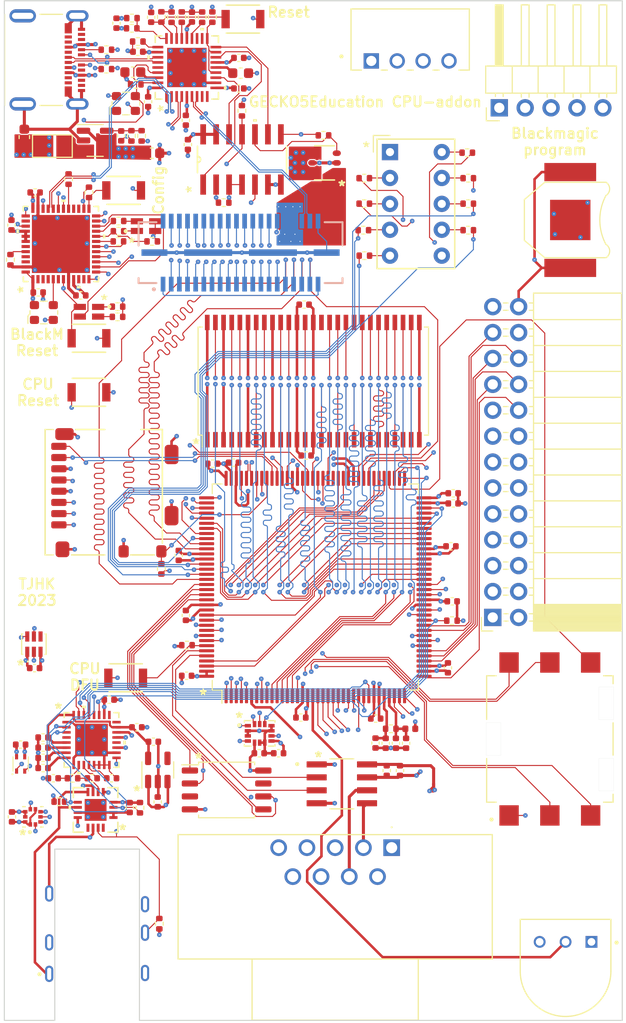
<source format=kicad_pcb>
(kicad_pcb (version 20221018) (generator pcbnew)
  (layers (0 "F.Cu" signal) (1 "In1.Cu" signal) (2 "In2.Cu" power) (3 "In3.Cu" power) (4 "In4.Cu" signal) (31 "B.Cu" signal) (34 "B.Paste" user) (35 "F.Paste" user) (36 "B.SilkS" user "B.Silkscreen") (37 "F.SilkS" user "F.Silkscreen") (38 "B.Mask" user) (39 "F.Mask" user) (44 "Edge.Cuts" user))
  (net 0 "")
  (net 1 "+3.3V")
  (net 2 "FPGA_nCS")
  (net 3 "+5V")
  (net 4 "FPGA_nOE")
  (net 6 "FPGA_nWE")
  (net 7 "UsbD-")
  (net 8 "FPGA_IRQ")
  (net 9 "UsbD+")
  (net 11 "GND")
  (net 12 "Net-(J2-CC1)")
  (net 18 "Net-(J2-CC2)")
  (net 22 "D1+")
  (net 23 "D1-")
  (net 27 "Net-(U1-OCS_N1)")
  (net 31 "Net-(U2-FB)")
  (net 32 "Net-(U2-SW)")
  (net 33 "Net-(U1-PLLFILT)")
  (net 34 "Net-(U1-CRFILT)")
  (net 35 "Net-(U1-RESET_N)")
  (net 36 "Net-(U1-VBUS_DET)")
  (net 37 "Net-(U1-RBIAS)")
  (net 39 "Net-(U1-SUSP_IND{slash}LOCAL_PWR{slash}NON_REM0)")
  (net 40 "Net-(U1-HS_IND{slash}CFG_SEL1)")
  (net 41 "Net-(U1-SCL{slash}SMBCLK{slash}CFG_SEL0)")
  (net 42 "Net-(U1-SDA{slash}SMBDATA{slash}NON_REM1)")
  (net 43 "Net-(U3-PB1)")
  (net 52 "/BlackMagicProbe/SWDIO")
  (net 54 "/BlackMagicProbe/SWCLK")
  (net 58 "BlackD+")
  (net 59 "Net-(U3-PA8)")
  (net 60 "BlackRxd")
  (net 61 "BlackTxd")
  (net 62 "BlackD-")
  (net 63 "Net-(U3-OSCIN)")
  (net 65 "CPUnReset")
  (net 66 "BlacknReset")
  (net 67 "CPUnResetDrive")
  (net 68 "BlacknResetDrive")
  (net 69 "BlackCpuReset")
  (net 70 "Net-(U5-OUT)")
  (net 71 "EnFPGA")
  (net 72 "FPGADrive")
  (net 73 "Net-(J1-Pad01)")
  (net 74 "Net-(D1-Pad1)")
  (net 75 "Net-(D1-Pad4)")
  (net 76 "Net-(U3-BOOT0)")
  (net 77 "Net-(U3-PB2{slash}BOOT1)")
  (net 78 "Net-(U3-PB10)")
  (net 79 "Net-(D2-Pad1)")
  (net 80 "Net-(U3-PB11)")
  (net 81 "Net-(D2-Pad4)")
  (net 82 "Net-(U3-PB12)")
  (net 83 "CpuTdoSwo")
  (net 84 "CpuTckSwclk")
  (net 85 "CpuTmsSwdio")
  (net 86 "CpuTdi")
  (net 87 "/BlackMagicProbe/SWO")
  (net 88 "Net-(U6-PF6)")
  (net 90 "Net-(C40-Pad1)")
  (net 91 "Color_Int")
  (net 92 "Seg_A")
  (net 93 "Seg_B")
  (net 94 "Seg_C")
  (net 95 "Seg_D")
  (net 96 "Net-(U6-VREF+)")
  (net 97 "CanRxd")
  (net 98 "CanTxd")
  (net 99 "CpuD-")
  (net 100 "CpuD+")
  (net 101 "Net-(U6-VDDA)")
  (net 102 "Joy2")
  (net 103 "Joy3")
  (net 104 "Joy4")
  (net 105 "Joy5")
  (net 106 "Joy6")
  (net 107 "FMC_A0")
  (net 108 "FMC_A1")
  (net 109 "FMC_A2")
  (net 110 "FMC_A3")
  (net 111 "FMC_A4")
  (net 112 "FMC_A5")
  (net 113 "FMC_A6")
  (net 114 "FMC_A7")
  (net 115 "FMC_A8")
  (net 116 "FMC_A9")
  (net 117 "FMC_A10")
  (net 118 "FMC_A11")
  (net 119 "FMC_D4")
  (net 120 "FMC_D5")
  (net 121 "FMC_D6")
  (net 122 "FMC_D7")
  (net 123 "FMC_D8")
  (net 124 "FMC_D9")
  (net 125 "FMC_D10")
  (net 126 "FMC_D11")
  (net 127 "FMC_D12")
  (net 128 "FMC_D13")
  (net 129 "FMC_D14")
  (net 130 "FMC_D15")
  (net 131 "FMC_D0")
  (net 132 "FMC_D1")
  (net 133 "FMC_A12")
  (net 134 "FMC_D2")
  (net 135 "FMC_D3")
  (net 136 "FMC_DQM1")
  (net 137 "FMC_DQM0")
  (net 138 "FMC_nCAS")
  (net 139 "FMC_CLK")
  (net 140 "FMC_BA1")
  (net 141 "FMC_BA0")
  (net 142 "FMC_nRAS")
  (net 143 "FMC_CKE")
  (net 144 "FMC_nCS")
  (net 145 "FMC_nWE")
  (net 148 "Clock24MHz")
  (net 149 "SD_D2")
  (net 150 "SD_D3")
  (net 151 "SD_CMD")
  (net 152 "SD_CLK")
  (net 153 "SD_D0")
  (net 154 "SD_D1")
  (net 155 "SD_nDET")
  (net 156 "Net-(PS1-+VO)")
  (net 157 "Net-(PS1-0V)")
  (net 159 "Net-(U8-CANL)")
  (net 164 "Net-(U8-CANH)")
  (net 167 "Net-(U9-SLEEVE)")
  (net 168 "Net-(U9-RING2)")
  (net 169 "+1V8")
  (net 170 "Net-(U10-JACKSNS{slash}AUX)")
  (net 171 "Net-(U10-ROUTP)")
  (net 172 "Net-(U10-LOUTP)")
  (net 173 "Net-(U10-LOUTN)")
  (net 177 "Net-(U10-MICBIAS)")
  (net 178 "Net-(U9-MICP)")
  (net 179 "Net-(U10-MICLN{slash}DIGMICCLK)")
  (net 180 "Net-(U10-MICLP{slash}DIGMICDATA)")
  (net 181 "Net-(U10-REG)")
  (net 182 "Net-(U10-PREG)")
  (net 183 "Net-(U10-REF)")
  (net 184 "SDA")
  (net 185 "SCL")
  (net 186 "CodecIRQ")
  (net 187 "AutoInt")
  (net 188 "nMicDet")
  (net 189 "CodecSDout")
  (net 190 "CodecSDin")
  (net 191 "CodecLRclk")
  (net 192 "CodecBclk")
  (net 194 "USERF_nCS")
  (net 195 "USERF_SO")
  (net 196 "USERF_SI")
  (net 197 "USERF_SCLK")
  (net 200 "Motion_nCS")
  (net 201 "Motion_Int2")
  (net 202 "Motion_Int1")
  (net 203 "Presure_Irq")
  (net 204 "Net-(BT1-+)")
  (net 205 "Seg_E")
  (net 206 "Net-(U16-A)")
  (net 207 "Seg_F")
  (net 208 "Net-(U16-B)")
  (net 209 "Seg_G")
  (net 210 "Net-(U16-C)")
  (net 211 "Seg_DP")
  (net 212 "Net-(U16-D)")
  (net 213 "Net-(U16-E)")
  (net 214 "Net-(U16-F)")
  (net 215 "Net-(U16-G)")
  (net 216 "Net-(U16-DP)")
  (net 217 "Net-(U6-BOOT0)")
  (net 218 "GPIO1")
  (net 219 "GPIO2")
  (net 220 "GPIO3")
  (net 221 "GPIO4")
  (net 222 "GPIO5")
  (net 223 "GPIO6")
  (net 224 "GPIO7")
  (net 225 "GPIO8")
  (net 226 "GPIO9")
  (net 227 "GPIO10")
  (net 228 "GPIO11")
  (net 229 "GPIO12")
  (net 230 "GPIO13")
  (net 231 "GPIO14")
  (net 232 "GPIO15")
  (net 233 "GPIO16")
  (net 234 "GPIO17")
  (net 235 "GPIO18")
  (net 236 "GPIO19")
  (net 237 "GPIO20")
  (net 238 "GPIO21")
  (net 239 "GPIO22")
  (net 240 "GPIO23")
  (footprint "cpuAddOn:D14" (layer "F.Cu") (at 112.71 55.5638 90)
    (fp_text reference "U4" hide)
    (fp_text value "SN74HC266DR" hide)
  )
  (footprint "cpuAddOn:SW_B3U-1000P_OMR" (layer "F.Cu") (at 97.7 73.1)
    (fp_text reference "SW2" hide)
    (fp_text value "B3U-1000P[]" hide)
  )
  (footprint "Resistor_SMD:R_0402_1005Metric" (layer "F.Cu") (at 104.8 41.59 90)
    (fp_text reference "R7" hide)
    (fp_text value "100k" hide)
  )
  (footprint "Capacitor_SMD:C_0402_1005Metric" (layer "F.Cu") (at 111.88 85.3 180)
    (fp_text reference "C40" hide)
    (fp_text value "2u2" hide)
  )
  (footprint "Capacitor_SMD:C_0402_1005Metric" (layer "F.Cu") (at 101.7 119.1261 -90)
    (fp_text reference "C23" hide)
    (fp_text value "1u" hide)
  )
  (footprint "Capacitor_SMD:C_0402_1005Metric" (layer "F.Cu") (at 107.2 51.72 -90)
    (fp_text reference "C8" hide)
    (fp_text value "100n" hide)
  )
  (footprint "Resistor_SMD:R_0402_1005Metric" (layer "F.Cu") (at 134.9 57.4 180)
    (fp_text reference "R36" hide)
    (fp_text value "75R" hide)
  )
  (footprint "Capacitor_SMD:C_0402_1005Metric" (layer "F.Cu") (at 102.4 111.2511)
    (fp_text reference "C24" hide)
    (fp_text value "1u" hide)
  )
  (footprint "cpuAddOn:21-0140L_T3255-4_MXM" (layer "F.Cu") (at 97.950001 112.5)
    (fp_text reference "U10" hide)
    (fp_text value "MAX9867ETJ+" hide)
  )
  (footprint "cpuAddOn:SOIC127P599X175-8N" (layer "F.Cu") (at 122.5 116.8)
    (fp_text reference "U8" hide)
    (fp_text value "ISO1044BD" hide)
  )
  (footprint "Capacitor_SMD:C_0402_1005Metric" (layer "F.Cu") (at 92.72 68.6)
    (fp_text reference "C15" hide)
    (fp_text value "100n" hide)
  )
  (footprint "Package_SO:TSOP-II-54_22.2x10.16mm_P0.8mm" (layer "F.Cu") (at 119.7 77.3 90)
    (fp_text reference "U7" hide)
    (fp_text value "AS4C4M16SA-6TAN" hide)
  )
  (footprint "Resistor_SMD:R_0402_1005Metric" (layer "F.Cu") (at 120.7 53.2)
    (fp_text reference "R17" hide)
    (fp_text value "10k" hide)
  )
  (footprint "cpuAddOn:LED_APHBM2012SURKCGKC" (layer "F.Cu") (at 97.7 70.5)
    (fp_text reference "D2" hide)
    (fp_text value "APHBM2012SURKCGKC" hide)
  )
  (footprint "Resistor_SMD:R_0402_1005Metric" (layer "F.Cu") (at 124.7 57.4)
    (fp_text reference "R40" hide)
    (fp_text value "75R" hide)
  )
  (footprint "Capacitor_SMD:C_0402_1005Metric" (layer "F.Cu") (at 119 84.6 180)
    (fp_text reference "C19" hide)
    (fp_text value "100n" hide)
  )
  (footprint "Capacitor_SMD:C_0402_1005Metric" (layer "F.Cu") (at 125.82 110.4)
    (fp_text reference "C46" hide)
    (fp_text value "100n" hide)
  )
  (footprint "Resistor_SMD:R_0402_1005Metric" (layer "F.Cu") (at 124.7 59.9)
    (fp_text reference "R41" hide)
    (fp_text value "75R" hide)
  )
  (footprint "Capacitor_SMD:C_0402_1005Metric" (layer "F.Cu") (at 99.68 108.5511)
    (fp_text reference "C25" hide)
    (fp_text value "1u" hide)
  )
  (footprint "Capacitor_SMD:C_0402_1005Metric" (layer "F.Cu") (at 98.02 116.2511)
    (fp_text reference "C27" hide)
    (fp_text value "220n" hide)
  )
  (footprint "cpuAddOn:PQFN50P300X250X97-14N" (layer "F.Cu") (at 114.44 111.85)
    (fp_text reference "U13" hide)
    (fp_text value "ICM-42605" hide)
  )
  (footprint "cpuAddOn:SON65P200X240X70-6N" (layer "F.Cu") (at 92.3 103.1 90)
    (fp_text reference "U15" hide)
    (fp_text value "TCS34003FNM" hide)
  )
  (footprint "cpuAddOn:SW_B3U-1000P_OMR" (layer "F.Cu") (at 101.299998 106.4)
    (fp_text reference "SW5" hide)
    (fp_text value "B3U-1000P[]" hide)
  )
  (footprint "MountingHole:MountingHole_2.7mm_M2.5" (layer "F.Cu") (at 98.5 99.4)
    (fp_text reference "REF**" hide)
    (fp_text value "MountingHole_2.7mm_M2.5" hide)
  )
  (footprint "Resistor_SMD:R_0402_1005Metric" (layer "F.Cu") (at 109.8 41.6 90)
    (fp_text reference "R25" hide)
    (fp_text value "10k" hide)
  )
  (footprint "Resistor_SMD:R_0402_1005Metric" (layer "F.Cu") (at 127.3 111.4 180)
    (fp_text reference "R34" hide)
    (fp_text value "47E" hide)
  )
  (footprint "Resistor_SMD:R_0402_1005Metric" (layer "F.Cu") (at 101.91 41.7)
    (fp_text reference "R3" hide)
    (fp_text value "100k" hide)
  )
  (footprint "Capacitor_SMD:C_0402_1005Metric" (layer "F.Cu") (at 104.44 118.5711 90)
    (fp_text reference "C33" hide)
    (fp_text value "100n" hide)
  )
  (footprint "cpuAddOn:SW_B3U-1000P_OMR" (layer "F.Cu") (at 112.8 41.8)
    (fp_text reference "SW3" hide)
    (fp_text value "B3U-1000P[]" hide)
  )
  (footprint "cpuAddOn:RVA16_2P14X2P14_TEX" (layer "F.Cu") (at 98.350002 119.356101 180)
    (fp_text reference "U9" hide)
    (fp_text value "TS3A227ERVAR" hide)
  )
  (footprint "Resistor_SMD:R_0402_1005Metric" (layer "F.Cu") (at 99.41 46.7 180)
    (fp_text reference "R2" hide)
    (fp_text value "5k1" hide)
  )
  (footprint "Resistor_SMD:R_0402_1005Metric" (layer "F.Cu") (at 124.71 65)
    (fp_text reference "R38" hide)
    (fp_text value "75R" hide)
  )
  (footprint "Resistor_SMD:R_0402_1005Metric" (layer "F.Cu") (at 134.9 59.9 180)
    (fp_text reference "R37" hide)
    (fp_text value "75R" hide)
  )
  (footprint "Resistor_SMD:R_0402_1005Metric" (layer "F.Cu") (at 90 65.4 90)
    (fp_text reference "R18" hide)
    (fp_text value "10k" hide)
  )
  (footprint "Package_QFP:LQFP-144_20x20mm_P0.5mm" (layer "F.Cu") (at 119.9 97.5 90)
    (fp_text reference "U6" hide)
    (fp_text value "STM32H743ZITx" hide)
  )
  (footprint "Capacitor_SMD:C_0402_1005Metric" (layer "F.Cu") (at 106.5 94.4 90)
    (fp_text reference "C42" hide)
    (fp_text value "100n" hide)
  )
  (footprint "Capacitor_SMD:C_0402_1005Metric" (layer "F.Cu") (at 132.9 105.42 -90)
    (fp_text reference "C45" hide)
    (fp_text value "100n" hide)
  )
  (footprint "Capacitor_SMD:C_0603_1608Metric" (layer "F.Cu") (at 112.575 47.1)
    (fp_text reference "C5" hide)
    (fp_text value "C1608X5R0J106M080AB" hide)
  )
  (footprint "Capacitor_SMD:C_0402_1005Metric" (layer "F.Cu") (at 125.8 112.8 -90)
    (fp_text reference "C53" hide)
    (fp_text value "1u" hide)
  )
  (footprint "Capacitor_SMD:C_0402_1005Metric" (layer "F.Cu") (at 133.2 93.5)
    (fp_text reference "C44" hide)
    (fp_text value "100n" hide)
  )
  (footprint "Connector_PinHeader_2.54mm:PinHeader_1x05_P2.54mm_Horizontal" (layer "F.Cu") (at 137.94 50.5 90)
    (fp_text reference "J3" hide)
    (fp_text value "Conn_01x05_Pin" hide)
  )
  (footprint "Capacitor_SMD:C_0402_1005Metric" (layer "F.Cu") (at 128.8 112.82 -90)
    (fp_text reference "C55" hide)
    (fp_text value "100n" hide)
  )
  (footprint "Resistor_SMD:R_0402_1005Metric" (layer "F.Cu") (at 104.6 130.5161 90)
    (fp_text reference "R28" hide)
    (fp_text value "10k" hide)
  )
  (footprint "Capacitor_SMD:C_0402_1005Metric" (layer "F.Cu") (at 93.2 114.2511 180)
    (fp_text reference "C30" hide)
    (fp_text value "1u" hide)
  )
  (footprint "Resistor_SMD:R_0402_1005Metric" (layer "F.Cu") (at 96.09 116.2511 180)
    (fp_text reference "R29" hide)
    (fp_text value "2k2" hide)
  )
  (footprint "Resistor_SMD:R_0402_1005Metric" (layer "F.Cu") (at 133.3 100.8)
    (fp_text reference "R32" hide)
    (fp_text value "10k" hide)
  )
  (footprint "Capacitor_SMD:C_0402_1005Metric" (layer "F.Cu") (at 112.4 45.6)
    (fp_text reference "C12" hide)
    (fp_text value "100n" hide)
  )
  (footprint "cpuAddOn:TRIM_3352T-1-103LF" (layer "F.Cu") (at 144.44 135.17 180)
    (fp_text reference "R27" hide)
    (fp_text value "3352T-1-103LF" hide)
  )
  (footprint "Resistor_SMD:R_0402_1005Metric" (layer "F.Cu") (at 100.6 62.6 180)
    (fp_text reference "R19" hide)
    (fp_text value "768R" hide)
  )
  (footprint "cpuAddOn:SW_B3U-1000P_OMR" (layer "F.Cu") (at 101.1 58.6)
    (fp_text reference "SW1" hide)
    (fp_text value "B3U-1000P[]" hide)
  )
  (footprint "cpuAddOn:MOLEX_105450-0101" (layer "F.Cu") (at 93.2 45.8 -90)
    (fp_text reference "J2" hide)
    (fp_text value "105450-0101" hide)
  )
  (footprint "Inductor_SMD:L_0402_1005Metric" (layer "F.Cu") (at 129.215 111.4)
    (fp_text reference "L2" hide)
    (fp_text value "1k @ 100MHz" hide)
  )
  (footprint "Resistor_SMD:R_0402_1005Metric" (layer "F.Cu") (at 94.79 118.5511 180)
    (fp_text reference "R31" hide)
    (fp_text value "10k" hide)
  )
  (footprint "Capacitor_SMD:C_0402_1005Metric" (layer "F.Cu") (at 109.82 85.4)
    (fp_text reference "C43" hide)
    (fp_text value "100n" hide)
  )
  (footprint "Resistor_SMD:R_0402_1005Metric" (layer "F.Cu") (at 102.29 48.2)
    (fp_text reference "R8" hide)
    (fp_text value "12k" hide)
  )
  (footprint "Package_TO_SOT_SMD:SOT-23-5" (layer "F.Cu") (at 104.45 115.4375 90)
    (fp_text reference "U11" hide)
    (fp_text value "LP5907MFX-1.8" hide)
  )
  (footprint "Oscillator:Oscillator_SMD_ECS_2520MV-xxx-xx-4Pin_2.5x2.0mm" (layer "F.Cu") (at 93.275 70.575 90)
    (fp_text reference "X2" hide)
    (fp_text value "ECS-2520MV-080-BM-TR" hide)
  )
  (footprint "cpuAddOn:TE_2311765-1" (layer "F.Cu") (at 127.385 123.06)
    (fp_text reference "J5" hide)
    (fp_text value "TE_2311765-1" hide)
  )
  (footprint "MountingHole:MountingHole_2.7mm_M2.5" (layer "F.Cu") (at 144.4 125)
    (fp_text reference "REF**" hide)
    (fp_text value "MountingHole_2.7mm_M2.5" hide)
  )
  (footprint "cpuAddOn:JS5208" (layer "F.Cu") (at 142.9 111.65 90)
    (fp_text reference "S1" hide)
    (fp_text value "JS5208" hide)
    (fp_line (start -5.85 4.8) (end -2.65 4.8) (stroke (width 0.01)) (layer "Edge.Cuts"))
    (fp_line (start -5.85 6.25) (end -5.85 4.8) (stroke (width 0.01)) (layer "Edge.Cuts"))
    (fp_line (start -2.65 4.8) (end -2.65 6.25) (stroke (width 0.01)) (layer "Edge.Cuts"))
    (fp_line (start -2.65 6.25) (end -5.85 6.25) (stroke (width 0.01)) (layer "Edge.Cuts"))
    (fp_line (start -2.35 -6.25) (end 0.85 -6.25) (stroke (width 0.01)) (layer "Edge.Cuts"))
    (fp_line (start -2.35 -4.8) (end -2.35 -6.25) (stroke (width 0.01)) (layer "Edge.Cuts"))
    (fp_line (start 0.85 -6.25) (end 0.85 -4.8) (stroke (width 0.01)) (layer "Edge.Cuts"))
    (fp_line (start 0.85 -4.8) (end -2.35 -4.8) (stroke (width 0.01)) (layer "Edge.Cuts"))
    (fp_line (start 1.15 4.8) (end 1.15 6.25) (stroke (width 0.01)) (layer "Edge.Cuts"))
    (fp_line (start 1.15 6.25) (end 4.35 6.25) (stroke (width 0.01)) (layer "Edge.Cuts"))
    (fp_line (start 4.35 4.8) (end 1.15 4.8) (stroke (width 0.01)) (layer "Edge.Cuts"))
    (fp_line (start 4.35 6.25) (end 4.35 4.8) (stroke (width 0.01)) (layer "Edge.Cuts"))
  )
  (footprint "Capacitor_SMD:C_0402_1005Metric" (layer "F.Cu") (at 99.92 116.2511)
    (fp_text reference "C28" hide)
    (fp_text value "220n" hide)
  )
  (footprint "cpuAddOn:LQM2HPN2R2MJ0L" (layer "F.Cu") (at 94.0125 54.25 180)
    (fp_text reference "L1" hide)
    (fp_text value "LQM2HPN2R2MJ0L" hide)
  )
  (footprint "Capacitor_SMD:C_0402_1005Metric" (layer "F.Cu") (at 103.5 49.9 -90)
    (fp_text reference "C9" hide)
    (fp_text value "100n" hide)
  )
  (footprint "Capacitor_SMD:C_0402_1005Metric" (layer "F.Cu") (at 112.4 48.6)
    (fp_text reference "C13" hide)
    (fp_text value "100n" hide)
  )
  (footprint "Capacitor_SMD:C_0603_1608Metric" (layer "F.Cu") (at 103.8625 54.95)
    (fp_text reference "C1" hide)
    (fp_text value "C1608X5R0J106M080AB" hide)
  )
  (footprint "Resistor_SMD:R_0402_1005Metric" (layer "F.Cu") (at 102.7 119.1411 -90)
    (fp_text reference "R30" hide)
    (fp_text value "10k" hide)
  )
  (footprint "Resistor_SMD:R_0402_1005Metric" (layer "F.Cu") (at 107.31 103.2)
    (fp_text reference "R33" hide)
    (fp_text value "10k" hide)
  )
  (footprint "Capacitor_SMD:C_0402_1005Metric" (layer "F.Cu") (at 126.9 115.5 -90)
    (fp_text reference "C22" hide)
    (fp_text value "100n" hide)
  )
  (footprint "Resistor_SMD:R_0402_1005Metric" (layer "F.Cu") (at 105.8 41.61 -90)
    (fp_text reference "R10" hide)
    (fp_text value "10k" hide)
  )
  (footprint "Capacitor_SMD:C_0402_1005Metric" (layer "F.Cu") (at 116.3 113.8 180)
    (fp_text reference "C36" hide)
    (fp_text value "1u" hide)
  )
  (footprint "Resistor_SMD:R_0402_1005Metric" (layer "F.Cu") (at 95.7 57.49 -90)
    (fp_text reference "R14" hide)
    (fp_text value "1k5" hide)
  )
  (footprint "Capacitor_SMD:C_0402_1005Metric" (layer "F.Cu") (at 93.2 115.2511 180)
    (fp_text reference "C29" hide)
    (fp_text value "1u" hide)
  )
  (footprint "Resistor_SMD:R_0402_1005Metric" (layer "F.Cu") (at 100.6 61.6 180)
    (fp_text reference "R20" hide)
    (fp_text value "330R" hide)
  )
  (footprint "Capacitor_SMD:C_0402_1005Metric" (layer "F.Cu") (at 92.37 105.45)
    (fp_text reference "C39" hide)
    (fp_text value "100n" hide)
  )
  (footprint "cpuAddOn:CUI_SJ-3551B-MSMT-TR-67" (layer "F.Cu") (at 98.5 136.975 180)
    (fp_text reference "J4" hide)
    (fp_text value "SJ-3551B-MSMT-TR-67" hide)
  )
  (footprint "Capacitor_SMD:C_0402_1005Metric" (layer "F.Cu") (at 107.2 100.28 90)
    (fp_text reference "C48" hide)
    (fp_text value "100n" hide)
  )
  (footprint "Capacitor_SMD:C_0402_1005Metric" (layer "F.Cu") (at 93.2 112.2511 180)
    (fp_text reference "C32" hide)
    (fp_text value "1u" hide)
  )
  (footprint "Resistor_SMD:R_0402_1005Metric" (layer "F.Cu") (at 134.9 62.5 180)
    (fp_text reference "R42" hide)
    (fp_text value "75R" hide)
  )
  (footprint "cpuAddOn:LED_APHBM2012SURKCGKC" (layer "F.Cu") (at 103.3 62.1 180)
    (fp_text reference "D1" hide)
    (fp_text value "APHBM2012SURKCGKC" hide)
  )
  (footprint "Capacitor_SMD:C_0402_1005Metric" (layer "F.Cu") (at 94.2 116.2511)
    (fp_text reference "C26" hide)
    (fp_text value "1u" hide)
  )
  (footprint "Capacitor_SMD:C_0603_1608Metric" (layer "F.Cu") (at 102 47 180)
    (fp_text reference "C4" hide)
    (fp_text value "C1608X5R0J106M080AB" hide)
  )
  (footprint "Resistor_SMD:R_0402_1005Metric" (layer "F.Cu") (at 106.8 41.6 -90)
    (fp_text reference "R11" hide)
    (fp_text value "10k" hide)
  )
  (footprint "Capacitor_SMD:C_0402_1005Metric" (layer "F.Cu") (at 118.48 110.3 180)
    (fp_text reference "C51" hide)
    (fp_text value "100n" hide)
  )
  (footprint "Capacitor_SMD:C_0402_1005Metric" (layer "F.Cu") (at 126.8 112.82 -90)
    (fp_text reference "C52" hide)
    (fp_text value "100n" hide)
  )
  (footprint "Capacitor_SMD:C_0402_1005Metric" (layer "F.Cu") (at 107.4 54.1 -90)
    (fp_text reference "C14" hide)
    (fp_text value "100n" hide)
  )
  (footprint "Resistor_SMD:R_0402_1005Metric" (layer "F.Cu") (at 112.7 50.79 -90)
    (fp_text reference "R16" hide)
    (fp_text value "10k" hide)
  )
  (footprint "Capacitor_SMD:C_0402_1005Metric" (layer "F.Cu") (at 118.8 69.8)
    (fp_text reference "C20" hide)
    (fp_text value "100n" hide)
  )
  (footprint "Capacitor_SMD:C_0402_1005Metric" (layer "F.Cu") (at 114.4 113.8)
    (fp_text reference "C35" hide)
    (fp_text value "100n" hide)
  )
  (footprint "cpuAddOn:CONV_B0505S-1WR2" (layer "F.Cu") (at 129.2 43.8)
    (fp_text reference "PS1" hide)
    (fp_text value "B0505S-1WR3" hide)
  )
  (footprint "Battery:BatteryHolder_Keystone_2998_1x6.8mm" (layer "F.Cu") (at 144.9 61.5 -90)
    (fp_text reference "BT1" hide)
    (fp_text value "Battery_Cell" hide)
  )
  (footprint "Capacitor_SMD:C_0603_1608Metric" (layer "F.Cu") (at 91.3625 53.375 90)
    (fp_text reference "C3" hide)
    (fp_text value "C1608X5R0J106M080AB" hide)
  )
  (footprint "Resistor_SMD:R_0402_1005Metric" (layer "F.Cu") (at 110.91 59.8 180)
    (fp_text reference "R15" hide)
    (fp_text value "10k" hide)
  )
  (footprint "Resistor_SMD:R_0402_1005Metric" (layer "F.Cu") (at 108.8 41.61 -90)
    (fp_text reference "R12" hide)
    (fp_text value "10k" hide)
  )
  (footprint "Capacitor_SMD:C_0402_1005Metric" (layer "F.Cu") (at 96.9 68.9 180)
    (fp_text reference "C17" hide)
    (fp_text value "100n" hide)
  )
  (footprint "Resistor_SMD:R_0402_1005Metric" (layer "F.Cu") (at 124.61 62.5)
    (fp_text reference "R39" hide)
    (fp_text value "75R" hide)
  )
  (footprint "Capacitor_SMD:C_0402_1005Metric" (layer "F.Cu") (at 91 112.9511 180)
    (fp_text reference "C38" hide)
    (fp_text value "100n" hide)
  )
  (footprint "MountingHole:MountingHole_2.7mm_M2.5" (layer "F.Cu") (at 118.2 44.7)
    (fp_text reference "REF**" hide)
    (fp_text value "MountingHole_2.7mm_M2.5" hide)
  )
  (footprint "Resistor_SMD:R_0402_1005Metric" (layer "F.Cu") (at 100.5 70 180)
    (fp_text reference "R22" hide)
    (fp_text value "768R" hide)
  )
  (footprint "Resistor_SMD:R_0402_1005Metric" (layer "F.Cu") (at 100.5 71 180)
    (fp_text reference "R23" hide)
    (fp_text value "330R" hide)
  )
  (footprint "Capacitor_SMD:C_0402_1005Metric" (layer "F.Cu") (at 133.42 89.3)
    (fp_text reference "C41" hide)
    (fp_text value "2u2" hide)
  )
  (footprint "Display_7Segment:HDSP-7401" (layer "F.Cu") (at 127.22 54.84)
    (fp_text reference "U16" hide)
    (fp_text value "HDSP-7403" hide)
  )
  (footprint "Connector_PinSocket_2.54mm:PinSocket_2x13_P2.54mm_Horizontal" (layer "F.Cu") (at 137.3 100.48 180)
    (fp_text reference "J7" hide)
    (fp_text value "Conn_02x13_Odd_Even" hide)
  )
  (footprint "Capacitor_SMD:C_0402_1005Metric" (layer "F.Cu") (at 93.2 113.2511 180)
    (fp_text reference "C31" hide)
    (fp_text value "2u2" hide)
  )
  (footprint "cpuAddOn:UFQFPN-48_7X7X0P55MM" (layer "F.Cu") (at 94.95 63.8544 90)
    (fp_text reference "U3" hide)
    (fp_text value "STM32F103CBU6" hide)
  )
  (footprint "Resistor_SMD:R_0402_1005Metric" (layer "F.Cu") (at 103.9 63.6 180)
    (fp_text reference "R21" hide)
    (fp_text value "10k" hide)
  )
  (footprint "cpuAddOn:sdcard" (layer "F.Cu") (at 98.3 87.55 180)
    (fp_text reference "SD1" hide)
    (fp_text value "104031-0811" hide)
  )
  (footprint "Resistor_SMD:R_0402_1005Metric" (layer "F.Cu") (at 134.8 54.9 180)
    (fp_text reference "R35" hide)
    (fp_text value "75R" hide)
  )
  (footprint "Capacitor_SMD:C_0402_1005Metric" (layer "F.Cu") (at 133.32 98.9)
    (fp_text reference "C50" hide)
    (fp_text value "100n" hide)
  )
  (footprint "cpuAddOn:PQFN50P200X200X80-10N" (layer "F.Cu") (at 92.2 120.0386 90)
    (fp_text reference "A1" hide)
    (fp_text value "LPS22HBTR" hide)
  )
  (footprint "Resistor_SMD:R_0402_1005Metric" (layer "F.Cu") (at 101.89 42.7 180)
    (fp_text reference "R4" hide)
    (fp_text value "100k" hide)
  )
  (footprint "Capacitor_SMD:C_0402_1005Metric" (layer "F.Cu") (at 90.145 120.0386 90)
    (fp_text reference "C37" hide)
    (fp_text value "100n" hide)
  )
  (footprint "Capacitor_SMD:C_0402_1005Metric" (layer "F.Cu") (at 127.8 112.82 -90)
    (fp_text reference "C54" hide)
    (fp_text value "1u" hide)
  )
  (footprint "cpuAddOn:SHT4X" (layer "F.Cu") (at 91 114.8511 90)
    (fp_text reference "U14" hide)
    (fp_text value "SHT40-AD1B-R2" hide)
  )
  (footprint "Capacitor_SMD:C_0402_1005Metric" (layer "F.Cu") (at 102.5 45 180)
    (fp_text reference "C10" hide)
    (fp_text value "100n" hide)
  )
  (footprint "Capacitor_SMD:C_0402_1005Metric" (layer "F.Cu") (at 104.02 112.6711)
    (fp_text reference "C34" hide)
    (fp_text value "100n" hide)
  )
  (footprint "cpuAddOn:SOT26_DIO" (layer "F.Cu") (at 120.8 55.9 180)
    (fp_text reference "U5" hide)
    (fp_text value "AP2281-3WG-7" hide)
  )
  (footprint "Capacitor_SMD:C_0402_1005Metric" (layer "F.Cu") (at 100.4 42.2 90)
    (fp_text reference "C6" hide)
    (fp_text value "100n" hide)
  )
  (footprint "cpuAddOn:SW_B3U-1000P_OMR" (layer "F.Cu") (at 97.7 78.4 180)
    (fp_text reference "SW4" hide)
    (fp_text value "B3U-1000P[]" hide)
  )
  (footprint "Resistor_SMD:R_0402_1005Metric" (layer "F.Cu") (at 97.7 58.79 -90)
    (fp_text reference "R24" hide)
    (fp_text value "10k" hide)
  )
  (footprint "Capacitor_SMD:C_0402_1005Metric" (layer "F.Cu") (at 103.8 41.62 90)
    (fp_text reference "C7" hide)
    (fp_text value "100n" hide)
  )
  (footprint "Capacitor_SMD:C_0402_1005Metric" (layer "F.Cu") (at 133.42 88.3)
    (fp_text reference "C49" hide)
    (fp_text value "100n" hide)
  )
  (footprint "Capacitor_SMD:C_0402_1005Metric" (layer "F.Cu") (at 100.8625 53.25 90)
    (fp_text reference "C2" hide)
    (fp_text value "18p" hide)
  )
  (footprint "cpuAddOn:QFN36_6X6MC_MCH" (layer "F.Cu") (at 107.300001 46.5448 90)
    (fp_text reference "U1" hide)
    (fp_text value "USB2513B-AEZC" hide)
  )
  (footprint "Capacitor_SMD:C_0402_1005Metric" (layer "F.Cu") (at 107.28 106.2 180)
    (fp_text reference "C47" hide)
    (fp_text value "100n" hide)
  )
  (footprint "Package_TO_SOT_SMD:SOT-23-5" (layer "F.Cu") (at 98.3 53.7)
    (fp_text reference "U2" hide)
    (fp_text value "NCP1529A" hide)
  )
  (footprint "Capacitor_SMD:C_0402_1005Metric" (layer "F.Cu") (at 128.2 115.5 -90)
    (fp_text reference "C21" hide)
    (fp_text value "1u" hide)
  )
  (footprint "Resistor_SMD:R_0402_1005Metric" (layer "F.Cu") (at 104.8 95.71 90)
    (fp_text reference "R26" hide)
    (fp_text value "10k" hide)
  )
  (footprint "Resistor_SMD:R_0402_1005Metric" (layer "F.Cu") (at 102.8625 53.25 -90)
    (fp_text reference "R6" hide)
    (fp_text value "150k" hide)
  )
  (footprint "Package_SO:SOP-8_5.28x5.23mm_P1.27mm" (layer "F.Cu") (at 111.2 117.4)
    (fp_text reference "U12" hide)
    (fp_text value "MX25R3235FM2IL0" hide)
  )
  (footprint "Resistor_SMD:R_0402_1005Metric" (layer "F.Cu") (at 100.59 63.6)
    (fp_text reference "R13" hide)
    (fp_text value "10k" hide)
  )
  (footprint "Capacitor_SMD:C_0402_1005Metric" (layer "F.Cu") (at 107.8 41.6 90)
    (fp_text reference "C11" hide)
    (fp_text value "100n" hide)
  )
  (footprint "Capacitor_SMD:C_0402_1005Metric" (layer "F.Cu") (at 92.42 58.8)
    (fp_text reference "C16" hide)
    (fp_text value "100n" hide)
  )
  (footprint "Resistor_SMD:R_0402_1005Metric" (layer "F.Cu") (at 99.41 44.8 180)
    (fp_text reference "R1" hide)
    (fp_text value "5k1" hide)
  )
  (footprint "Resistor_SMD:R_0402_1005Metric" (layer "F.Cu") (at 101.8625 53.25 90)
    (fp_text reference "R5" hide)
    (fp_text value "680k" hide)
  )
  (footprint "Oscillator:Oscillator_SMD_ECS_2520MV-xxx-xx-4Pin_2.5x2.0mm" (layer "F.Cu") (at 101.325 50.075 90)
    (fp_text reference "X1" hide)
    (fp_text value "ECS-2520MV-240-BL-TR" hide)
  )
  (footprint "Resistor_SMD:R_0402_1005Metric" (layer "F.Cu") (at 102.49 44)
    (fp_text reference "R9" hide)
    (fp_text value "10k" hide)
  )
  (footprint "Capacitor_SMD:C_0402_1005Metric" (layer "F.Cu") (at 90.1 62 90)
    (fp_text reference "C18" hide)
    (fp_text value "100n" hide)
  )
  (footprint "cpuAddOn:SAMTEC_QTE-020-01-X-D-A" (layer "B.Cu") (at 112.565 64.7)
    (fp_text reference "J1" hide)
    (fp_text value "QTE-020-01-X-D-A" hide)
  )
  (gr_line (start 89.4 40) (end 89.4 140) (stroke (width 0.1)) (layer "Edge.Cuts"))
  (gr_line (start 89.4 140) (end 94.35 140) (stroke (width 0.1)) (layer "Edge.Cuts"))
  (gr_line (start 102.65 140) (end 150 140) (stroke (width 0.1)) (layer "Edge.Cuts"))
  (gr_line (start 150 140) (end 150 40) (stroke (width 0.1)) (layer "Edge.Cuts"))
  (gr_line (start 94.35 123.2) (end 102.65 123.2) (stroke (width 0.1)) (layer "Edge.Cuts"))
  (gr_line (start 94.35 140) (end 94.35 123.2) (stroke (width 0.1)) (layer "Edge.Cuts"))
  (gr_line (start 150 40) (end 89.4 40) (stroke (width 0.1)) (layer "Edge.Cuts"))
  (gr_line (start 102.65 123.2) (end 102.65 140) (stroke (width 0.1)) (layer "Edge.Cuts"))
  (gr_text "TJHK\n2023" (at 92.6 99.4) (layer "F.SilkS") (effects (font (size 1 1) (thickness 0.2) bold) (justify bottom)))
  (gr_text "*" (at 94.7 110.0511) (layer "F.SilkS") (effects (font (size 1 1) (thickness 0.2) bold) (justify bottom)))
  (gr_text "CPU\nDFU\n" (at 97.3 107.7) (layer "F.SilkS") (effects (font (size 1 1) (thickness 0.2) bold) (justify bottom)))
  (gr_text "Blackmagic\nprogram" (at 143.4 55.2) (layer "F.SilkS") (effects (font (size 1 1) (thickness 0.2) bold) (justify bottom)))
  (gr_text "*" (at 91.2 122.4511) (layer "F.SilkS") (effects (font (size 1 1) (thickness 0.2) bold) (justify bottom)))
  (gr_text "BlackM\nReset\n" (at 92.6 74.9) (layer "F.SilkS") (effects (font (size 1 1) (thickness 0.2) bold) (justify bottom)))
  (gr_text "*" (at 122.5 58.8) (layer "F.SilkS") (effects (font (size 1 1) (thickness 0.2) bold) (justify bottom)))
  (gr_text "Config" (at 105.1 61.1 90) (layer "F.SilkS") (effects (font (size 1 1) (thickness 0.2) bold) (justify left bottom)))
  (gr_text "*" (at 99.2 69.4) (layer "F.SilkS") (effects (font (size 1 1))))
  (gr_text "*" (at 108.45 114.935) (layer "F.SilkS") (effects (font (size 1 1) (thickness 0.2) bold) (justify bottom)))
  (gr_text "Reset\n" (at 115.1 41.7) (layer "F.SilkS") (effects (font (size 1 1) (thickness 0.2) bold) (justify left bottom)))
  (gr_text "*" (at 120.2 114.8) (layer "F.SilkS") (effects (font (size 1 1) (thickness 0.2) bold) (justify bottom)))
  (gr_text "*" (at 91 105.8) (layer "F.SilkS") (effects (font (size 1 1) (thickness 0.2) bold) (justify bottom)))
  (gr_text "*" (at 101.9 63.8) (layer "F.SilkS") (effects (font (size 1 1))))
  (gr_text "*" (at 112.44 110.95) (layer "F.SilkS") (effects (font (size 1 1) (thickness 0.2) bold) (justify bottom)))
  (gr_text "GECKO5Education CPU-addon" (at 124.8 50.5) (layer "F.SilkS") (effects (font (size 1 1) (thickness 0.2) bold) (justify bottom)))
  (gr_text "*" (at 108.9 108.7) (layer "F.SilkS") (effects (font (size 1 1) (thickness 0.2) bold) (justify bottom)))
  (gr_text "*" (at 124.9 54.4) (layer "F.SilkS") (effects (font (size 1 1))))
  (gr_text "*" (at 102.4 118.1511) (layer "F.SilkS") (effects (font (size 1 1) (thickness 0.2) bold) (justify bottom)))
  (gr_text "*" (at 101 121.9511) (layer "F.SilkS") (effects (font (size 1 1) (thickness 0.2) bold) (justify bottom)))
  (gr_text "CPU\nReset\n" (at 92.7 79.8) (layer "F.SilkS") (effects (font (size 1 1) (thickness 0.2) bold) (justify bottom)))
  (gr_text "*" (at 108.2 84.1) (layer "F.SilkS") (effects (font (size 1 1) (thickness 0.2) bold) (justify bottom)))
  (segment (start 117.65 87.7245) (end 117.65 86.8375) (width 0.25) (layer "F.Cu") (net 1))
  (segment (start 99.2 109.2511) (end 99.2 108.5511) (width 0.25) (layer "F.Cu") (net 1))
  (segment (start 113.94 113.78) (end 113.92 113.8) (width 0.25) (layer "F.Cu") (net 1))
  (segment (start 130.5625 98.75) (end 132.05 98.75) (width 0.25) (layer "F.Cu") (net 1))
  (segment (start 106.5 94.88) (end 107.82 94.88) (width 0.25) (layer "F.Cu") (net 1))
  (segment (start 109.2375 105.75) (end 109.2375 106.25) (width 0.25) (layer "F.Cu") (net 1))
  (segment (start 92.2 59.06) (end 91.94 58.8) (width 0.3) (layer "F.Cu") (net 1))
  (segment (start 112.7 49.9) (end 112.9 49.7) (width 0.1) (layer "F.Cu") (net 1))
  (segment (start 91.4956 63.6044) (end 91.4956 62.6044) (width 0.3) (layer "F.Cu") (net 1))
  (segment (start 104.455201 48.544801) (end 103.655199 48.544801) (width 0.25) (layer "F.Cu") (net 1))
  (segment (start 107.76 106.2) (end 107.81 106.25) (width 0.25) (layer "F.Cu") (net 1))
  (segment (start 129.7 111.4) (end 129.7 110.7) (width 0.25) (layer "F.Cu") (net 1))
  (segment (start 91.65 103.85) (end 91.65 105.21) (width 0.25) (layer "F.Cu") (net 1))
  (segment (start 120.09 53.1) (end 120.19 53.2) (width 0.1) (layer "F.Cu") (net 1))
  (segment (start 100.100004 118.6061) (end 101.66 118.6061) (width 0.25) (layer "F.Cu") (net 1))
  (segment (start 132.3 88.3) (end 132 88.6) (width 0.25) (layer "F.Cu") (net 1))
  (segment (start 108.575736 99.75) (end 107.9 100.425736) (width 0.25) (layer "F.Cu") (net 1))
  (segment (start 118.1255 88.2) (end 117.65 87.7245) (width 0.25) (layer "F.Cu") (net 1))
  (segment (start 101.4 53.2) (end 101.4 53.3) (width 0.1) (layer "F.Cu") (net 1))
  (segment (start 111.475199 46.044801) (end 111.92 45.6) (width 0.25) (layer "F.Cu") (net 1))
  (segment (start 113.94 112.76) (end 113.94 113.78) (width 0.25) (layer "F.Cu") (net 1))
  (segment (start 99.200001 110.0489) (end 99.2 109.2511) (width 0.25) (layer "F.Cu") (net 1))
  (segment (start 101.5 53.3) (end 101.8625 53.6625) (width 0.1) (layer "F.Cu") (net 1))
  (segment (start 131.85 88.75) (end 132 88.6) (width 0.25) (layer "F.Cu") (net 1))
  (segment (start 96.46 68.16) (end 96.64 68.16) (width 0.3) (layer "F.Cu") (net 1))
  (segment (start 92.45 119.2936) (end 92.45 119.6336) (width 0.2) (layer "F.Cu") (net 1))
  (segment (start 132.620352 105.219648) (end 132.9 104.94) (width 0.25) (layer "F.Cu") (net 1))
  (segment (start 119 110.26) (end 118.96 110.3) (width 0.25) (layer "F.Cu") (net 1))
  (segment (start 131.7 93.6) (end 132.62 93.6) (width 0.25) (layer "F.Cu") (net 1))
  (segment (start 101.1 63.6) (end 101.1 63.8) (width 0.1) (layer "F.Cu") (net 1))
  (segment (start 114.8 115.495) (end 113.51 115.495) (width 0.25) (layer "F.Cu") (net 1))
  (segment (start 103.84 119.0711) (end 103.54 118.7711) (width 0.25) (layer "F.Cu") (net 1))
  (segment (start 110.17 53.1) (end 107.92 53.1) (width 0.3) (layer "F.Cu") (net 1))
  (segment (start 107.9 100.425736) (end 107.9 100.6) (width 0.25) (layer "F.Cu") (net 1))
  (segment (start 107.300001 42.579999) (end 107.8 42.08) (width 0.25) (layer "F.Cu") (net 1))
  (segment (start 91.7 120.7836) (end 91.455 120.5386) (width 0.2) (layer "F.Cu") (net 1))
  (segment (start 104.8 41.08) (end 105.78 41.08) (width 0.1) (layer "F.Cu") (net 1))
  (segment (start 119.7 84.38) (end 119.48 84.6) (width 0.25) (layer "F.Cu") (net 1))
  (segment (start 107.300001 49.3896) (end 107.300001 51.139999) (width 0.25) (layer "F.Cu") (net 1))
  (segment (start 103.54 118.7711) (end 103.54 116.4461) (width 0.25) (layer "F.Cu") (net 1))
  (segment (start 119.7 83.05) (end 119.7 84.38) (width 0.25) (layer "F.Cu") (net 1))
  (segment (start 110.9 83.05) (end 110.9 77.6) (width 0.25) (layer "F.Cu") (net 1))
  (segment (start 121.8 85.4) (end 121.7 85.5) (width 0.25) (layer "F.Cu") (net 1))
  (segment (start 110.17 58.0276) (end 110.17 59.57) (width 0.1) (layer "F.Cu") (net 1))
  (segment (start 101.4 53.3) (end 101.5 53.3) (width 0.1) (layer "F.Cu") (net 1))
  (segment (start 97.7 58.28) (end 97.200001 58.779999) (width 0.1) (layer "F.Cu") (net 1))
  (segment (start 132.2 98.9) (end 132.84 98.9) (width 0.25) (layer "F.Cu") (net 1))
  (segment (start 122.7 85.4) (end 121.8 85.4) (width 0.25) (layer "F.Cu") (net 1))
  (segment (start 92.45 119.6336) (end 91.95 120.1336) (width 0.2) (layer "F.Cu") (net 1))
  (segment (start 130.5625 93.75) (end 131.55 93.75) (width 0.25) (layer "F.Cu") (net 1))
  (segment (start 118.1 71.55) (end 118.1 77) (width 0.25) (layer "F.Cu") (net 1))
  (segment (start 105.44 116.4461) (end 105.44 118.6711) (width 0.25) (layer "F.Cu") (net 1))
  (segment (start 119.15 109.25) (end 119 109.4) (width 0.25) (layer "F.Cu") (net 1))
  (segment (start 110.144801 46.044801) (end 111.475199 46.044801) (width 0.25) (layer "F.Cu") (net 1))
  (segment (start 109.2375 106.25) (end 108.3 106.25) (width 0.25) (layer "F.Cu") (net 1))
  (segment (start 112.7 50.28) (end 112.7 49.9) (width 0.1) (layer "F.Cu") (net 1))
  (segment (start 125.65 108.1625) (end 125.65 110.09) (width 0.25) (layer "F.Cu") (net 1))
  (segment (start 103.655199 48.544801) (end 103.5 48.7) (width 0.25) (layer "F.Cu") (net 1))
  (segment (start 110.17 59.57) (end 110.4 59.8) (width 0.1) (layer "F.Cu") (net 1))
  (segment (start 109.2375 99.75) (end 108.575736 99.75) (width 0.25) (layer "F.Cu") (net 1))
  (segment (start 116.52 53.1) (end 120.09 53.1) (width 0.1) (layer "F.Cu") (net 1))
  (segment (start 91.455 120.5386) (end 90.165 120.5386) (width 0.2) (layer "F.Cu") (net 1))
  (segment (start 97.200001 58.779999) (end 97.200001 59.556171) (width 0.1) (layer "F.Cu") (net 1))
  (segment (start 107.300001 43.7) (end 107.300001 42.579999) (width 0.25) (layer "F.Cu") (net 1))
  (segment (start 96.2 67.9) (end 96.46 68.16) (width 0.3) (layer "F.Cu") (net 1))
  (segment (start 125.65 110.09) (end 125.34 110.4) (width 0.25) (layer "F.Cu") (net 1))
  (segment (start 105.44 118.6711) (end 105.04 119.0711) (width 0.25) (layer "F.Cu") (net 1))
  (segment (start 101.7 118.6461) (end 102.685 118.6461) (width 0.25) (layer "F.Cu") (net 1))
  (segment (start 107.82 94.88) (end 107.9 94.8) (width 0.25) (layer "F.Cu") (net 1))
  (segment (start 101.01 71) (end 101.01 69.31) (width 0.1) (layer "F.Cu") (net 1))
  (segment (start 123.15 85.85) (end 122.7 85.4) (width 0.25) (layer "F.Cu") (net 1))
  (segment (start 94.28 118.5511) (end 94.28 118.0311) (width 0.25) (layer "F.Cu") (net 1))
  (segment (start 101.8625 53.6625) (end 101.8625 53.76) (width 0.1) (layer "F.Cu") (net 1))
  (segment (start 109.34 85.74) (end 109.7 86.1) (width 0.25) (layer "F.Cu") (net 1))
  (segment (start 99.599996 106.4) (end 100.5 106.4) (width 0.1) (layer "F.Cu") (net 1))
  (segment (start 132.05 105.23651) (end 132.066862 105.219648) (width 0.25) (layer "F.Cu") (net 1))
  (segment (start 91.65 105.21) (end 91.89 105.45) (width 0.25) (layer "F.Cu") (net 1))
  (segment (start 103.5 48.7) (end 103.5 49.42) (width 0.25) (layer "F.Cu") (net 1))
  (segment (start 132.62 93.6) (end 132.72 93.5) (width 0.25) (layer "F.Cu") (net 1))
  (segment (start 110.4125 86.1) (end 109.7 86.1) (width 0.25) (layer "F.Cu") (net 1))
  (segment (start 92.2 60.4) (end 92.2 59.06) (width 0.3) (layer "F.Cu") (net 1))
  (segment (start 91.4956 62.6044) (end 90.2244 62.6044) (width 0.3) (layer "F.Cu") (net 1))
  (segment (start 115.6 112.6) (end 116.3 112.6) (width 0.25) (layer "F.Cu") (net 1))
  (segment (start 115.7 83.05) (end 115.7 77.7) (width 0.25) (layer "F.Cu") (net 1))
  (segment (start 101.66 118.6061) (end 101.7 118.6461) (width 0.25) (layer "F.Cu") (net 1))
  (segment (start 132.05 98.75) (end 132.2 98.9) (width 0.25) (layer "F.Cu") (net 1))
  (segment (start 98.4044 61.1044) (end 98.9956 61.1044) (width 0.1) (layer "F.Cu") (net 1))
  (segment (start 113.5 114.22) (end 113.5 115.485) (width 0.25) (layer "F.Cu") (net 1))
  (segment (start 105.12 95.9) (end 105.6 95.9) (width 0.1) (layer "F.Cu") (net 1))
  (segment (start 100.7956 64.1044) (end 98.4044 64.1044) (width 0.1) (layer "F.Cu") (net 1))
  (segment (start 119 109.4) (end 119 110.26) (width 0.25) (layer "F.Cu") (net 1))
  (segment (start 97.200001 59.556171) (end 97.10796 59.648212) (width 0.1) (layer "F.Cu") (net 1))
  (segment (start 130.1 83.05) (end 130.1 77.7) (width 0.25) (layer "F.Cu") (net 1))
  (segment (start 109.2375 94.75) (end 107.95 94.75) (width 0.25) (layer "F.Cu") (net 1))
  (segment (start 113.3 71.55) (end 113.3 77) (width 0.25) (layer "F.Cu") (net 1))
  (segment (start 100.8625 53.73) (end 100.87 53.73) (width 0.1) (layer "F.Cu") (net 1))
  (segment (start 91.4 113.0311) (end 91.48 112.9511) (width 0.25) (layer "F.Cu") (net 1))
  (segment (start 104.8 96.22) (end 105.12 95.9) (width 0.1) (layer "F.Cu") (net 1))
  (segment (start 123.15 86.8375) (end 123.15 85.85) (width 0.25) (layer "F.Cu") (net 1))
  (segment (start 91.4956 66.6044) (end 92.2 67.3088) (width 0.1) (layer "F.Cu") (net 1))
  (segment (start 132.066862 105.219648) (end 132.620352 105.219648) (width 0.25) (layer "F.Cu") (net 1))
  (segment (start 132.05 105.25) (end 132.05 105.23651) (width 0.25) (layer "F.Cu") (net 1))
  (segment (start 91.4 114.1511) (end 91.4 113.0311) (width 0.25) (layer "F.Cu") (net 1))
  (segment (start 98.9956 61.1044) (end 99.3 60.8) (width 0.1) (layer "F.Cu") (net 1))
  (segment (start 116.78 113.08) (end 116.78 113.8) (width 0.25) (layer "F.Cu") (net 1))
  (segment (start 107.74 100.76) (end 107.9 100.6) (width 0.25) (layer "F.Cu") (net 1))
  (segment (start 118.1 71.55) (end 118.1 70.02) (width 0.25) (layer "F.Cu") (net 1))
  (segment (start 92.2 69.7) (end 92.35 69.85) (width 0.3) (layer "F.Cu") (net 1))
  (segment (start 99.65 49.35) (end 99.6 49.3) (width 0.1) (layer "F.Cu") (net 1))
  (segment (start 90.165 120.5386) (end 90.145 120.5186) (width 0.2) (layer "F.Cu") (net 1))
  (segment (start 110.144801 48.544801) (end 111.864801 48.544801) (width 0.25) (layer "F.Cu") (net 1))
  (segment (start 102.685 118.6461) (end 102.7 118.6311) (width 0.25) (layer "F.Cu") (net 1))
  (segment (start 105.04 119.0711) (end 103.84 119.0711) (width 0.25) (layer "F.Cu") (net 1))
  (segment (start 107.95 94.75) (end 107.9 94.8) (width 0.25) (layer "F.Cu") (net 1))
  (segment (start 90.2244 62.6044) (end 90.1 62.48) (width 0.3) (layer "F.Cu") (net 1))
  (segment (start 94.75 88.1) (end 95.9 88.1) (width 0.25) (layer "F.Cu") (net 1))
  (segment (start 97.200001 58.779999) (end 97.200001 60.4) (width 0.1) (layer "F.Cu") (net 1))
  (segment (start 118.1 70.02) (end 118.32 69.8) (width 0.25) (layer "F.Cu") (net 1))
  (segment (start 107.2 100.76) (end 107.74 100.76) (width 0.25) (layer "F.Cu") (net 1))
  (segment (start 109.3 83.05) (end 109.3 77.6) (width 0.25) (layer "F.Cu") (net 1))
  (segment (start 107.81 106.25) (end 108.3 106.25) (width 0.25) (layer "F.Cu") (net 1))
  (segment (start 125.65 108.1625) (end 125.65 106.95) (width 0.25) (layer "F.Cu") (net 1))
  (segment (start 105.78 41.08) (end 105.8 41.1) (width 0.1) (layer "F.Cu") (net 1))
  (segment (start 120.03 114.895) (end 121.795 114.895) (width 0.3) (layer "F.Cu") (net 1))
  (segment (start 100.87 53.73) (end 101.4 53.2) (width 0.1) (layer "F.Cu") (net 1))
  (segment (start 131.55 93.75) (end 131.7 93.6) (width 0.25) (layer "F.Cu") (net 1))
  (segment (start 96.2 67.3088) (end 96.2 67.9) (width 0.3) (layer "F.Cu") (net 1))
  (segment (start 132.94 88.3) (end 132.3 88.3) (width 0.25) (layer "F.Cu") (net 1))
  (segment (start 130.5625 88.75) (end 131.85 88.75) (width 0.25) (layer "F.Cu") (net 1))
  (segment (start 104.455201 45.0448) (end 103.0248 45.0448) (width 0.25) (layer "F.Cu") (net 1))
  (segment (start 105.8 41.1) (end 105.8 40.6) (width 0.1) (layer "F.Cu") (net 1))
  (segment (start 111.864801 48.544801) (end 111.92 48.6) (width 0.25) (layer "F.Cu") (net 1))
  (segment (start 113.5 115.485) (end 113.51 115.495) (width 0.25) (layer "F.Cu") (net 1))
  (segment (start 91.95 120.7836) (end 91.7 120.7836) (width 0.2) (layer "F.Cu") (net 1))
  (segment (start 130.5625 105.25) (end 132.05 105.25) (width 0.25) (layer "F.Cu") (net 1))
  (segment (start 109.8 41.09) (end 109.8 40.6) (width 0.1) (layer "F.Cu") (net 1))
  (segment (start 101.1 63.8) (end 100.7956 64.1044) (width 0.1) (layer "F.Cu") (net 1))
  (segment (start 121.795 114.895) (end 121.8 114.9) (width 0.3) (layer "F.Cu") (net 1))
  (segment (start 100.4 49.35) (end 99.65 49.35) (width 0.1) (layer "F.Cu") (net 1))
  (segment (start 103.0248 45.0448) (end 102.98 45) (width 0.25) (layer "F.Cu") (net 1))
  (segment (start 119.7 83.05) (end 119.7 77.7) (width 0.25) (layer "F.Cu") (net 1))
  (segment (start 107.300001 51.139999) (end 107.2 51.24) (width 0.25) (layer "F.Cu") (net 1))
  (segment (start 104.6 131.0261) (end 104.6 131.6061) (width 0.25) (layer "F.Cu") (net 1))
  (segment (start 109.34 85.4) (end 109.34 85.74) (width 0.25) (layer "F.Cu") (net 1))
  (segment (start 91.95 120.1336) (end 91.95 120.7836) (width 0.2) (layer "F.Cu") (net 1))
  (segment (start 107.92 53.1) (end 107.4 53.62) (width 0.3) (layer "F.Cu") (net 1))
  (segment (start 116.3 112.6) (end 116.78 113.08) (width 0.25) (layer "F.Cu") (net 1))
  (segment (start 125.65 106.95) (end 125.6 106.9) (width 0.25) (layer "F.Cu") (net 1))
  (segment (start 92.2 67.3088) (end 92.2 69.7) (width 0.3) (layer "F.Cu") (net 1))
  (segment (start 96.64 68.16) (end 97.38 68.9) (width 0.3) (layer "F.Cu") (net 1))
  (segment (start 113.92 113.8) (end 113.5 114.22) (width 0.25) (layer "F.Cu") (net 1))
  (segment (start 111.15 86.8375) (end 110.4125 86.1) (width 0.25) (layer "F.Cu") (net 1))
  (segment (start 119.15 108.1625) (end 119.15 109.25) (width 0.25) (layer "F.Cu") (net 1))
  (segment (start 94.28 118.0311) (end 94.2 117.9511) (width 0.25) (layer "F.Cu") (net 1))
  (via (at 100.5 106.4) (size 0.45) (drill 0.1) (layers "F.Cu" "B.Cu") (net 1))
  (via (at 92.2 59.6) (size 0.45) (drill 0.1) (layers "F.Cu" "B.Cu") (net 1))
  (via (at 109.8 40.6) (size 0.45) (drill 0.1) (layers "F.Cu" "B.Cu") (net 1))
  (via (at 119 109.4) (size 0.45) (drill 0.1) (layers "F.Cu" "B.Cu") (net 1))
  (via (at 131.7 93.6) (size 0.45) (drill 0.1) (layers "F.Cu" "B.Cu") (net 1))
  (via (at 90.6 55.1) (size 0.45) (drill 0.1) (layers "F.Cu" "B.Cu") (net 1))
  (via (at 101 118.6061) (size 0.45) (drill 0.1) (layers "F.Cu" "B.Cu") (net 1))
  (via (at 93.8 55.1) (size 0.45) (drill 0.1) (layers "F.Cu" "B.Cu") (net 1))
  (via (at 118.1255 88.2) (size 0.45) (drill 0.1) (layers "F.Cu" "B.Cu") (net 1))
  (via (at 132.066862 105.219648) (size 0.45) (drill 0.1) (layers "F.Cu" "B.Cu") (net 1))
  (via (at 93.8 53.4) (size 0.45) (drill 0.1) (layers "F.Cu" "B.Cu") (net 1))
  (via (at 132 88.6) (size 0.45) (drill 0.1) (layers "F.Cu" "B.Cu") (net 1))
  (via (at 104.6 131.6061) (size 0.45) (drill 0.1) (layers "F.Cu" "B.Cu") (net 1))
  (via (at 103.6 45.0448) (size 0.45) (drill 0.1) (layers "F.Cu" "B.Cu") (net 1))
  (via (at 115.7 77.7) (size 0.45) (drill 0.1) (layers "F.Cu" "B.Cu") (net 1))
  (via (at 93.8 54.2) (size 0.45) (drill 0.1) (layers "F.Cu" "B.Cu") (net 1))
  (via (at 92 55.1) (size 0.45) (drill 0.1) (layers "F.Cu" "B.Cu") (net 1))
  (via (at 116.5 112.8) (size 0.45) (drill 0.1) (layers "F.Cu" "B.Cu") (net 1))
  (via (at 109.7 86.1) (size 0.45) (drill 0.1) (layers "F.Cu" "B.Cu") (net 1))
  (via (at 107.9 94.8) (size 0.45) (drill 0.1) (layers "F.Cu" "B.Cu") (net 1))
  (via (at 130.1 77.7) (size 0.45) (drill 0.1) (layers "F.Cu" "B.Cu") (net 1))
  (via (at 121.7 85.5) (size 0.45) (drill 0.1) (layers "F.Cu" "B.Cu") (net 1))
  (via (at 99.4 64.1044) (size 0.45) (drill 0.1) (layers "F.Cu" "B.Cu") (net 1))
  (via (at 111.2 46.044801) (size 0.45) (drill 0.1) (layers "F.Cu" "B.Cu") (net 1))
  (via (at 105.24 118.8711) (size 0.45) (drill 0.1) (layers "F.Cu" "B.Cu") (net 1))
  (via (at 125.6 106.9) (size 0.45) (drill 0.1) (layers "F.Cu" "B.Cu") (net 1))
  (via (at 110.9 77.6) (size 0.45) (drill 0.1) (layers "F.Cu" "B.Cu") (net 1))
  (via (at 91.3 55.1) (size 0.45) (drill 0.1) (layers "F.Cu" "B.Cu") (net 1))
  (via (at 99.6 49.3) (size 0.45) (drill 0.1) (layers "F.Cu" "B.Cu") (net 1))
  (via (at 92.2 69.2) (size 0.45) (drill 0.1) (layers "F.Cu" "B.Cu") (net 1))
  (via (at 91.4 113.6511) (size 0.45) (drill 0.1) (layers "F.Cu" "B.Cu") (net 1))
  (via (at 94.2 117.9511) (size 0.45) (drill 0.1) (layers "F.Cu" "B.Cu") (net 1))
  (via (at 108.3 106.25) (size 0.45) (drill 0.1) (layers "F.Cu" "B.Cu") (net 1))
  (via (at 118.1 77) (size 0.45) (drill 0.1) (layers "F.Cu" "B.Cu") (net 1))
  (via (at 113.51 115.495) (size 0.45) (drill 0.1) (layers "F.Cu" "B.Cu") (net 1))
  (via (at 112.9 49.7) (size 0.45) (drill 0.1) (layers "F.Cu" "B.Cu") (net 1))
  (via (at 111.2 48.544801) (size 0.45) (drill 0.1) (layers "F.Cu" "B.Cu") (net 1))
  (via (at 132.2 98.9) (size 0.45) (drill 0.1) (layers "F.Cu" "B.Cu") (net 1))
  (via (at 90.7 62.6044) (size 0.45) (drill 0.1) (layers "F.Cu" "B.Cu") (net 1))
  (via (at 113.3 77) (size 0.45) (drill 0.1) (layers "F.Cu" "B.Cu") (net 1))
  (via (at 110.17 59.3) (size 0.45) (drill 0.1) (layers "F.Cu" "B.Cu") (net 1))
  (via (at 107.300001 50.3) (size 0.45) (drill 0.1) (layers "F.Cu" "B.Cu") (net 1))
  (via (at 107.300001 42.8) (size 0.45) (drill 0.1) (layers "F.Cu" "B.Cu") (net 1))
  (via (at 96.64 68.16) (size 0.45) (drill 0.1) (layers "F.Cu" "B.Cu") (net 1))
  (via (at 103.655199 48.544801) (size 0.45) (drill 0.1) (layers "F.Cu" "B.Cu") (net 1))
  (via (at 107.92 53.1) (size 0.45) (drill 0.1) (layers "F.Cu" "B.Cu") (net 1))
  (via (at 119.7 77.7) (size 0.45) (drill 0.1) (layers "F.Cu" "B.Cu") (net 1))
  (via (at 101.01 69.31) (size 0.45) (drill 0.1) (layers "F.Cu" "B.Cu") (net 1))
  (via (at 109.3 77.6) (size 0.45) (drill 0.1) (layers "F.Cu" "B.Cu") (net 1))
  (via (at 118.5 53.1) (size 0.45) (drill 0.1) (layers "F.Cu" "B.Cu") (net 1))
  (via (at 129.7 110.7) (size 0.45) (drill 0.1) (layers "F.Cu" "B.Cu") (net 1))
  (via (at 121.8 114.9) (size 0.45) (drill 0.1) (layers "F.Cu" "B.Cu") (net 1))
  (via (at 105.6 95.9) (size 0.45) (drill 0.1) (layers "F.Cu" "B.Cu") (net 1))
  (via (at 107.9 100.6) (size 0.45) (drill 0.1) (layers "F.Cu" "B.Cu") (net 1))
  (via (at 90.845 120.5386) (size 0.45) (drill 0.1) (layers "F.Cu" "B.Cu") (net 1))
  (via (at 99.2 109.2511) (size 0.45) (drill 0.1) (layers "F.Cu" "B.Cu") (net 1))
  (via (at 101.4 53.3) (size 0.45) (drill 0.1) (layers "F.Cu" "B.Cu") (net 1))
  (via (at 99.3 60.8) (size 0.45) (drill 0.1) (layers "F.Cu" "B.Cu") (net 1))
  (via (at 105.8 40.6) (size 0.45) (drill 0.1) (layers "F.Cu" "B.Cu") (net 1))
  (via (at 91.5 104.7) (size 0.45) (drill 0.1) (layers "F.Cu" "B.Cu") (net 1))
  (via (at 95.9 88.1) (size 0.45) (drill 0.1) (layers "F.Cu" "B.Cu") (net 1))
  (via (at 97.10796 59.648212) (size 0.45) (drill 0.1) (layers "F.Cu" "B.Cu") (net 1))
  (segment (start 98.225196 90.612598) (end 98.225196 90.587402) (width 0.1) (layer "F.Cu") (net 2))
  (segment (start 99.174804 90.112598) (end 99.174804 90.087402) (width 0.1) (layer "F.Cu") (net 2))
  (segment (start 99.174804 87.112598) (end 99.174804 87.087402) (width 0.1) (layer "F.Cu") (net 2))
  (segment (start 98.229152 93.629152) (end 98.229152 93.585424) (width 0.1) (layer "F.Cu") (net 2))
  (segment (start 98.462598 87.85) (end 98.937402 87.85) (width 0.1) (layer "F.Cu") (net 2))
  (segment (start 98.462598 89.85) (end 98.937402 89.85) (width 0.1) (layer "F.Cu") (net 2))
  (segment (start 98.225196 92.612598) (end 98.225196 92.587402) (width 0.1) (layer "F.Cu") (net 2))
  (segment (start 99.174804 89.112598) (end 99.174804 89.087402) (width 0.1) (layer "F.Cu") (net 2))
  (segment (start 99.174804 93.112598) (end 99.174804 93.087402) (width 0.1) (layer "F.Cu") (net 2))
  (segment (start 98.225196 88.612598) (end 98.225196 88.587402) (width 0.1) (layer "F.Cu") (net 2))
  (segment (start 98.225196 86.612598) (end 98.225196 86.587402) (width 0.1) (layer "F.Cu") (net 2))
  (segment (start 106.4 67.7) (end 116.4 67.7) (width 0.1) (layer "F.Cu") (net 2))
  (segment (start 98.462598 92.85) (end 98.937402 92.85) (width 0.1) (layer "F.Cu") (net 2))
  (segment (start 99.174804 88.112598) (end 99.174804 88.087402) (width 0.1) (layer "F.Cu") (net 2))
  (segment (start 98.225196 91.612598) (end 98.225196 91.587402) (width 0.1) (layer "F.Cu") (net 2))
  (segment (start 98.462598 90.35) (end 98.937402 90.35) (width 0.1) (layer "F.Cu") (net 2))
  (segment (start 98.7 95.2) (end 98.7 94.1) (width 0.1) (layer "F.Cu") (net 2))
  (segment (start 98.462598 91.85) (end 98.937402 91.85) (width 0.1) (layer "F.Cu") (net 2))
  (segment (start 98.462598 86.85) (end 98.937402 86.85) (width 0.1) (layer "F.Cu") (net 2))
  (segment (start 98.464576 93.35) (end 98.937402 93.35) (width 0.1) (layer "F.Cu") (net 2))
  (segment (start 100.9 75.291902) (end 100.9 73.2) (width 0.1) (layer "F.Cu") (net 2))
  (segment (start 99.170848 85.114576) (end 99.170848 85.085424) (width 0.1) (layer "F.Cu") (net 2))
  (segment (start 98.462598 86.35) (end 98.937402 86.35) (width 0.1) (layer "F.Cu") (net 2))
  (segment (start 98.462598 92.35) (end 98.937402 92.35) (width 0.1) (layer "F.Cu") (net 2))
  (segment (start 98.225196 89.612598) (end 98.225196 89.587402) (width 0.1) (layer "F.Cu") (net 2))
  (segment (start 98.462598 89.35) (end 98.937402 89.35) (width 0.1) (layer "F.Cu") (net 2))
  (segment (start 98.225196 85.612598) (end 98.225196 85.587402) (width 0.1) (layer "F.Cu") (net 2))
  (segment (start 105.9 97.2) (end 100.7 97.2) (width 0.1) (layer "F.Cu") (net 2))
  (segment (start 98.7 77.491902) (end 100.9 75.291902) (width 0.1) (layer "F.Cu") (net 2))
  (segment (start 100.7 97.2) (end 98.7 95.2) (width 0.1) (layer "F.Cu") (net 2))
  (segment (start 98.462598 87.35) (end 98.937402 87.35) (width 0.1) (layer "F.Cu") (net 2))
  (segment (start 99.174804 92.112598) (end 99.174804 92.087402) (width 0.1) (layer "F.Cu") (net 2))
  (segment (start 98.225196 87.612598) (end 98.225196 87.587402) (width 0.1) (layer "F.Cu") (net 2))
  (segment (start 117 67.1) (end 117 65.4) (width 0.1) (layer "F.Cu") (net 2))
  (segment (start 98.462598 88.85) (end 98.937402 88.85) (width 0.1) (layer "F.Cu") (net 2))
  (segment (start 109.2375 96.75) (end 106.35 96.75) (width 0.1) (layer "F.Cu") (net 2))
  (segment (start 98.462598 85.35) (end 98.935424 85.35) (width 0.1) (layer "F.Cu") (net 2))
  (segment (start 98.462598 88.35) (end 98.937402 88.35) (width 0.1) (layer "F.Cu") (net 2))
  (segment (start 106.35 96.75) (end 105.9 97.2) (width 0.1) (layer "F.Cu") (net 2))
  (segment (start 116.4 67.7) (end 117 67.1) (width 0.1) (layer "F.Cu") (net 2))
  (segment (start 98.7 84.6) (end 98.7 77.491902) (width 0.1) (layer "F.Cu") (net 2))
  (segment (start 98.462598 90.85) (end 98.937402 90.85) (width 0.1) (layer "F.Cu") (net 2))
  (segment (start 98.462598 85.85) (end 98.937402 85.85) (width 0.1) (layer "F.Cu") (net 2))
  (segment (start 99.174804 91.112598) (end 99.174804 91.087402) (width 0.1) (layer "F.Cu") (net 2))
  (segment (start 98.462598 91.35) (end 98.937402 91.35) (width 0.1) (layer "F.Cu") (net 2))
  (segment (start 99.174804 86.112598) (end 99.174804 86.087402) (width 0.1) (layer "F.Cu") (net 2))
  (segment (start 98.7 84.614576) (end 98.7 84.6) (width 0.1) (layer "F.Cu") (net 2))
  (segment (start 100.9 73.2) (end 106.4 67.7) (width 0.1) (layer "F.Cu") (net 2))
  (via (at 117 65.4) (size 0.45) (drill 0.1) (layers "F.Cu" "B.Cu") (net 2))
  (arc (start 98.225196 90.587402) (mid 98.294729 90.419533) (end 98.462598 90.35) (width 0.1) (layer "F.Cu") (net 2))
  (arc (start 98.937402 87.35) (mid 99.105271 87.280467) (end 99.174804 87.112598) (width 0.1) (layer "F.Cu") (net 2))
  (arc (start 98.937402 89.35) (mid 99.105271 89.280467) (end 99.174804 89.112598) (width 0.1) (layer "F.Cu") (net 2))
  (arc (start 98.462598 86.85) (mid 98.294729 86.780467) (end 98.225196 86.612598) (width 0.1) (layer "F.Cu") (net 2))
  (arc (start 98.225196 89.587402) (mid 98.294729 89.419533) (end 98.462598 89.35) (width 0.1) (layer "F.Cu") (net 2))
  (arc (start 98.225196 91.587402) (mid 98.294729 91.419533) (end 98.462598 91.35) (width 0.1) (layer "F.Cu") (net 2))
  (arc (start 98.225196 86.587402) (mid 98.294729 86.419533) (end 98.462598 86.35) (width 0.1) (layer "F.Cu") (net 2))
  (arc (start 98.937402 91.35) (mid 99.105271 91.280467) (end 99.174804 91.112598) (width 0.1) (layer "F.Cu") (net 2))
  (arc (start 98.225196 85.587402) (mid 98.294729 85.419533) (end 98.462598 85.35) (width 0.1) (layer "F.Cu") (net 2))
  (arc (start 98.935424 85.35) (mid 99.101894 85.281046) (end 99.170848 85.114576) (width 0.1) (layer "F.Cu") (net 2))
  (arc (start 98.937402 88.35) (mid 99.105271 88.280467) (end 99.174804 88.112598) (width 0.1) (layer "F.Cu") (net 2))
  (arc (start 98.7 94.1) (mid 98.631046 93.93353) (end 98.464576 93.864576) (width 0.1) (layer "F.Cu") (net 2))
  (arc (start 98.935424 84.85) (mid 98.768954 84.781046) (end 98.7 84.614576) (width 0.1) (layer "F.Cu") (net 2))
  (arc (start 98.462598 89.85) (mid 98.294729 89.780467) (end 98.225196 89.612598) (width 0.1) (layer "F.Cu") (net 2))
  (arc (start 99.174804 86.087402) (mid 99.105271 85.919533) (end 98.937402 85.85) (width 0.1) (layer "F.Cu") (net 2))
  (arc (start 98.225196 87.587402) (mid 98.294729 87.419533) (end 98.462598 87.35) (width 0.1) (layer "F.Cu") (net 2))
  (arc (start 98.937402 90.35) (mid 99.105271 90.280467) (end 99.174804 90.112598) (width 0.1) (layer "F.Cu") (net 2))
  (arc (start 98.937402 86.35) (mid 99.105271 86.280467) (end 99.174804 86.112598) (width 0.1) (layer "F.Cu") (net 2))
  (arc (start 98.462598 92.85) (mid 98.294729 92.780467) (end 98.225196 92.612598) (width 0.1) (layer "F.Cu") (net 2))
  (arc (start 99.170848 85.085424) (mid 99.101894 84.918954) (end 98.935424 84.85) (width 0.1) (layer "F.Cu") (net 2))
  (arc (start 98.225196 88.587402) (mid 98.294729 88.419533) (end 98.462598 88.35) (width 0.1) (layer "F.Cu") (net 2))
  (arc (start 98.462598 88.85) (mid 98.294729 88.780467) (end 98.225196 88.612598) (width 0.1) (layer "F.Cu") (net 2))
  (arc (start 98.462598 87.85) (mid 98.294729 87.780467) (end 98.225196 87.612598) (width 0.1) (layer "F.Cu") (net 2))
  (arc (start 99.174804 88.087402) (mid 99.105271 87.919533) (end 98.937402 87.85) (width 0.1) (layer "F.Cu") (net 2))
  (arc (start 99.174804 92.087402) (mid 99.105271 91.919533) (end 98.937402 91.85) (width 0.1) (layer "F.Cu") (net 2))
  (arc (start 98.464576 93.864576) (mid 98.298106 93.795622) (end 98.229152 93.629152) (width 0.1) (layer "F.Cu") (net 2))
  (arc (start 99.174804 89.087402) (mid 99.105271 88.919533) (end 98.937402 88.85) (width 0.1) (layer "F.Cu") (net 2))
  (arc (start 98.462598 85.85) (mid 98.294729 85.780467) (end 98.225196 85.612598) (width 0.1) (layer "F.Cu") (net 2))
  (arc (start 98.229152 93.585424) (mid 98.298106 93.418954) (end 98.464576 93.35) (width 0.1) (layer "F.Cu") (net 2))
  (arc (start 99.174804 93.087402) (mid 99.105271 92.919533) (end 98.937402 92.85) (width 0.1) (layer "F.Cu") (net 2))
  (arc (start 99.174804 87.087402) (mid 99.105271 86.919533) (end 98.937402 86.85) (width 0.1) (layer "F.Cu") (net 2))
  (arc (start 98.462598 91.85) (mid 98.294729 91.780467) (end 98.225196 91.612598) (width 0.1) (layer "F.Cu") (net 2))
  (arc (start 99.174804 90.087402) (mid 99.105271 89.919533) (end 98.937402 89.85) (width 0.1) (layer "F.Cu") (net 2))
  (arc (start 99.174804 91.087402) (mid 99.105271 90.919533) (end 98.937402 90.85) (width 0.1) (layer "F.Cu") (net 2))
  (arc (start 98.462598 90.85) (mid 98.294729 90.780467) (end 98.225196 90.612598) (width 0.1) (layer "F.Cu") (net 2))
  (arc (start 98.937402 93.35) (mid 99.105271 93.280467) (end 99.174804 93.112598) (width 0.1) (layer "F.Cu") (net 2))
  (arc (start 98.937402 92.35) (mid 99.105271 92.280467) (end 99.174804 92.112598) (width 0.1) (layer "F.Cu") (net 2))
  (arc (start 98.225196 92.587402) (mid 98.294729 92.419533) (end 98.462598 92.35) (width 0.1) (layer "F.Cu") (net 2))
  (segment (start 116.965 65.435) (end 117 65.4) (width 0.1) (layer "B.Cu") (net 2))
  (segment (start 116.965 67.79) (end 116.965 65.435) (width 0.1) (layer "B.Cu") (net 2))
  (segment (start 96.25 44.55) (end 96.35 44.45) (width 0.25) (layer "F.Cu") (net 3))
  (segment (start 118.749999 54.949999) (end 118.7 54.9) (width 0.3) (layer "F.Cu") (net 3))
  (segment (start 96.4 47.3) (end 96.15 47.05) (width 0.25) (layer "F.Cu") (net 3))
  (segment (start 118.7 54.9) (end 118 54.9) (width 0.3) (layer "F.Cu") (net 3))
  (segment (start 97.1625 52.75) (end 97.5375 52.75) (width 0.3) (layer "F.Cu") (net 3))
  (segment (start 98.394105 44.3) (end 98.397053 44.297052) (width 0.3) (layer "F.Cu") (net 3))
  (segment (start 97.7 47.3) (end 98.3 47.3) (width 0.25) (layer "F.Cu") (net 3))
  (segment (start 119.6 54.949999) (end 118.749999 54.949999) (width 0.3) (layer "F.Cu") (net 3))
  (segment (start 96.97 47.3) (end 97.7 47.3) (width 0.25) (layer "F.Cu") (net 3))
  (segment (start 97.5375 52.75) (end 99.4375 54.65) (width 0.3) (layer "F.Cu") (net 3))
  (segment (start 95.67 44.55) (end 96.25 44.55) (width 0.25) (layer "F.Cu") (net 3))
  (segment (start 118.750001 56.850001) (end 118.7 56.8) (width 0.3) (layer "F.Cu") (net 3))
  (segment (start 96.35 44.45) (end 96.5 44.3) (width 0.25) (layer "F.Cu") (net 3))
  (segment (start 97.6 44.3) (end 98.394105 44.3) (width 0.3) (layer "F.Cu") (net 3))
  (segment (start 96.97 44.3) (end 97.6 44.3) (width 0.3) (layer "F.Cu") (net 3))
  (segment (start 98.397053 44.297052) (end 98.352815 44.252814) (width 0.3) (layer "F.Cu") (net 3))
  (segment (start 98.352815 44.252814) (end 98.338546 44.252814) (width 0.3) (layer "F.Cu") (net 3))
  (segment (start 119.6 56.850001) (end 118.750001 56.850001) (width 0.3) (layer "F.Cu") (net 3))
  (segment (start 96.4 47.3) (end 96.97 47.3) (width 0.25) (layer "F.Cu") (net 3))
  (segment (start 100.42 42.7) (end 100.4 42.68) (width 0.1) (layer "F.Cu") (net 3))
  (segment (start 96.5 44.3) (end 96.97 44.3) (width 0.25) (layer "F.Cu") (net 3))
  (segment (start 118.7 56.8) (end 117.9 56.8) (width 0.3) (layer "F.Cu") (net 3))
  (segment (start 101.38 42.7) (end 100.42 42.7) (width 0.1) (layer "F.Cu") (net 3))
  (segment (start 96.15 47.05) (end 95.67 47.05) (width 0.25) (layer "F.Cu") (net 3))
  (via (at 118.7 54.9) (size 0.45) (drill 0.1) (layers "F.Cu" "B.Cu") (net 3))
  (via (at 100.6 54.5) (size 0.45) (drill 0.1) (layers "F.Cu" "B.Cu") (net 3))
  (via (at 100.6 55.3) (size 0.45) (drill 0.1) (layers "F.Cu" "B.Cu") (net 3))
  (via (at 101.3 55.3) (size 0.45) (drill 0.1) (layers "F.Cu" "B.Cu") (net 3))
  (via (at 96.4 47.3) (size 0.45) (drill 0.1) (layers "F.Cu" "B.Cu") (net 3))
  (via (at 118.7 56.8) (size 0.45) (drill 0.1) (layers "F.Cu" "B.Cu") (net 3))
  (via (at 117.5 56.4) (size 0.45) (drill 0.1) (layers "F.Cu" "B.Cu") (net 3))
  (via (at 101.3 54.5) (size 0.45) (drill 0.1) (layers "F.Cu" "B.Cu") (net 3))
  (via (at 97.6 44.3) (size 0.45) (drill 0.1) (layers "F.Cu" "B.Cu") (net 3))
  (via (at 117.9 55.9) (size 0.45) (drill 0.1) (layers "F.Cu" "B.Cu") (net 3))
  (via (at 97.7 47.3) (size 0.45) (drill 0.1) (layers "F.Cu" "B.Cu") (net 3))
  (via (at 96.35 44.45) (size 0.45) (drill 0.1) (layers "F.Cu" "B.Cu") (net 3))
  (via (at 118.7 55.9) (size 0.45) (drill 0.1) (layers "F.Cu" "B.Cu") (net 3))
  (via (at 98.3 47.3) (size 0.45) (drill 0.1) (layers "F.Cu" "B.Cu") (net 3))
  (via (at 102 55.3) (size 0.45) (drill 0.1) (layers "F.Cu" "B.Cu") (net 3))
  (via (at 117.5 55.4) (size 0.45) (drill 0.1) (layers "F.Cu" "B.Cu") (net 3))
  (via (at 102 54.5) (size 0.45) (drill 0.1) (layers "F.Cu" "B.Cu") (net 3))
  (via (at 98.338546 44.252814) (size 0.45) (drill 0.1) (layers "F.Cu" "B.Cu") (net 3))
  (via (at 118 54.9) (size 0.45) (drill 0.1) (layers "F.Cu" "B.Cu") (net 3))
  (via (at 117.9 56.8) (size 0.45) (drill 0.1) (layers "F.Cu" "B.Cu") (net 3))
  (via (at 100.9 42.7) (size 0.45) (drill 0.1) (layers "F.Cu" "B.Cu") (net 3))
  (segment (start 103.85 89.95) (end 104.35 89.95) (width 0.1) (layer "F.Cu") (net 4))
  (segment (start 109.3 70.2) (end 116.6 70.2) (width 0.1) (layer "F.Cu") (net 4))
  (segment (start 103.85 77.45) (end 104.35 77.45) (width 0.1) (layer "F.Cu") (net 4))
  (segment (start 104.5 74.332118) (end 104.529419 74.3027) (width 0.1) (layer "F.Cu") (net 4))
  (segment (start 104.863359 74.302701) (end 105.198653 74.637993) (width 0.1) (layer "F.Cu") (net 4))
  (segment (start 105.215567 73.611165) (end 105.232488 73.594245) (width 0.1) (layer "F.Cu") (net 4))
  (segment (start 106.2593 73.577316) (end 106.259299 73.577316) (width 0.1) (layer "F.Cu") (net 4))
  (segment (start 103.85 84.45) (end 104.35 84.45) (width 0.1) (layer "F.Cu") (net 4))
  (segment (start 106.6 92.2) (end 105.3 92.2) (width 0.1) (layer "F.Cu") (net 4))
  (segment (start 103.85 79.95) (end 104.35 79.95) (width 0.1) (layer "F.Cu") (net 4))
  (segment (start 103.85 79.45) (end 104.35 79.45) (width 0.1) (layer "F.Cu") (net 4))
  (segment (start 103.85 80.45) (end 104.35 80.45) (width 0.1) (layer "F.Cu") (net 4))
  (segment (start 104.5 74.66606) (end 104.500001 74.666058) (width 0.1) (layer "F.Cu") (net 4))
  (segment (start 105.3 92.2) (end 104.1 91) (width 0.1) (layer "F.Cu") (net 4))
  (segment (start 103.85 87.95) (end 104.35 87.95) (width 0.1) (layer "F.Cu") (net 4))
  (segment (start 103.85 80.95) (end 104.35 80.95) (width 0.1) (layer "F.Cu") (net 4))
  (segment (start 103.85 82.45) (end 104.35 82.45) (width 0.1) (layer "F.Cu") (net 4))
  (segment (start 104.5 74.332117) (end 104.5 74.332118) (width 0.1) (layer "F.Cu") (net 4))
  (segment (start 103.85 78.95) (end 104.35 78.95) (width 0.1) (layer "F.Cu") (net 4))
  (segment (start 103.85 87.45) (end 104.35 87.45) (width 0.1) (layer "F.Cu") (net 4))
  (segment (start 118.6 68.2) (end 118.6 65.4) (width 0.1) (layer "F.Cu") (net 4))
  (segment (start 105.922675 72.904057) (end 105.939596 72.887137) (width 0.1) (layer "F.Cu") (net 4))
  (segment (start 103.85 81.45) (end 104.35 81.45) (width 0.1) (layer "F.Cu") (net 4))
  (segment (start 105.569122 73.594245) (end 105.905746 73.93087) (width 0.1) (layer "F.Cu") (net 4))
  (segment (start 104.1 75.4) (end 104.5 75) (width 0.1) (layer "F.Cu") (net 4))
  (segment (start 103.85 88.45) (end 104.35 88.45) (width 0.1) (layer "F.Cu") (net 4))
  (segment (start 106.965051 72.534947) (end 109.3 70.2) (width 0.1) (layer "F.Cu") (net 4))
  (segment (start 106.242363 73.93087) (end 106.259299 73.913933) (width 0.1) (layer "F.Cu") (net 4))
  (segment (start 105.552206 74.284439) (end 105.215567 73.947799) (width 0.1) (layer "F.Cu") (net 4))
  (segment (start 104.1 91) (end 104.1 90.7) (width 0.1) (layer "F.Cu") (net 4))
  (segment (start 103.85 86.95) (end 104.35 86.95) (width 0.1) (layer "F.Cu") (net 4))
  (segment (start 103.85 83.95) (end 104.35 83.95) (width 0.1) (layer "F.Cu") (net 4))
  (segment (start 103.85 76.95) (end 104.35 76.95) (width 0.1) (layer "F.Cu") (net 4))
  (segment (start 105.552207 74.284439) (end 105.552206 74.284439) (width 0.1) (layer "F.Cu") (net 4))
  (segment (start 106.27623 72.887137) (end 106.611498 73.222406) (width 0.1) (layer "F.Cu") (net 4))
  (segment (start 103.85 85.95) (end 104.35 85.95) (width 0.1) (layer "F.Cu") (net 4))
  (segment (start 116.6 70.2) (end 118.6 68.2) (width 0.1) (layer "F.Cu") (net 4))
  (segment (start 103.85 85.45) (end 104.35 85.45) (width 0.1) (layer "F.Cu") (net 4))
  (segment (start 103.85 86.45) (end 104.35 86.45) (width 0.1) (layer "F.Cu") (net 4))
  (segment (start 103.85 78.45) (end 104.35 78.45) (width 0.1) (layer "F.Cu") (net 4))
  (segment (start 109.2375 93.25) (end 107.65 93.25) (width 0.1) (layer "F.Cu") (net 4))
  (segment (start 106.945402 73.222406) (end 106.965051 73.202756) (width 0.1) (layer "F.Cu") (net 4))
  (segment (start 103.85 83.45) (end 104.35 83.45) (width 0.1) (layer "F.Cu") (net 4))
  (segment (start 104.1 76.2) (end 104.1 75.4) (width 0.1) (layer "F.Cu") (net 4))
  (segment (start 105.5353 74.637993) (end 105.552206 74.621086) (width 0.1) (layer "F.Cu") (net 4))
  (segment (start 106.96505 72.868851) (end 106.965051 72.868852) (width 0.1) (layer "F.Cu") (net 4))
  (segment (start 104.86336 74.302699) (end 104.863359 74.302701) (width 0.1) (layer "F.Cu") (net 4))
  (segment (start 105.5353 74.637994) (end 105.5353 74.637993) (width 0.1) (layer "F.Cu") (net 4))
  (segment (start 103.85 88.95) (end 104.35 88.95) (width 0.1) (layer "F.Cu") (net 4))
  (segment (start 103.85 82.95) (end 104.35 82.95) (width 0.1) (layer "F.Cu") (net 4))
  (segment (start 103.85 81.95) (end 104.35 81.95) (width 0.1) (layer "F.Cu") (net 4))
  (segment (start 103.85 89.45) (end 104.35 89.45) (width 0.1) (layer "F.Cu") (net 4))
  (segment (start 107.65 93.25) (end 106.6 92.2) (width 0.1) (layer "F.Cu") (net 4))
  (segment (start 106.242362 73.93087) (end 106.242363 73.93087) (width 0.1) (layer "F.Cu") (net 4))
  (segment (start 106.259299 73.577316) (end 105.922675 73.240691) (width 0.1) (layer "F.Cu") (net 4))
  (segment (start 103.85 84.95) (end 104.35 84.95) (width 0.1) (layer "F.Cu") (net 4))
  (segment (start 106.96505 72.534947) (end 106.965051 72.534947) (width 0.1) (layer "F.Cu") (net 4))
  (segment (start 103.85 77.95) (end 104.35 77.95) (width 0.1) (layer "F.Cu") (net 4))
  (via (at 118.6 65.4) (size 0.45) (drill 0.1) (layers "F.Cu" "B.Cu") (net 4))
  (arc (start 105.232488 73.594245) (mid 105.400805 73.524526) (end 105.569122 73.594245) (width 0.1) (layer "F.Cu") (net 4))
  (arc (start 104.35 86.95) (mid 104.526777 86.876777) (end 104.6 86.7) (width 0.1) (layer "F.Cu") (net 4))
  (arc (start 104.6 88.7) (mid 104.526777 88.523223) (end 104.35 88.45) (width 0.1) (layer "F.Cu") (net 4))
  (arc (start 104.35 80.95) (mid 104.526777 80.876777) (end 104.6 80.7) (width 0.1) (layer "F.Cu") (net 4))
  (arc (start 103.6 79.2) (mid 103.673223 79.023223) (end 103.85 78.95) (width 0.1) (layer "F.Cu") (net 4))
  (arc (start 103.85 80.45) (mid 103.673223 80.376777) (end 103.6 80.2) (width 0.1) (layer "F.Cu") (net 4))
  (arc (start 105.905746 73.93087) (mid 106.074054 74.000585) (end 106.242362 73.93087) (width 0.1) (layer "F.Cu") (net 4))
  (arc (start 103.85 86.45) (mid 103.673223 86.376777) (end 103.6 86.2) (width 0.1) (layer "F.Cu") (net 4))
  (arc (start 103.85 82.45) (mid 103.673223 82.376777) (end 103.6 82.2) (width 0.1) (layer "F.Cu") (net 4))
  (arc (start 103.6 90.2) (mid 103.673223 90.023223) (end 103.85 89.95) (width 0.1) (layer "F.Cu") (net 4))
  (arc (start 103.6 78.2) (mid 103.673223 78.023223) (end 103.85 77.95) (width 0.1) (layer "F.Cu") (net 4))
  (arc (start 104.6 78.7) (mid 104.526777 78.523223) (end 104.35 78.45) (width 0.1) (layer "F.Cu") (net 4))
  (arc (start 103.6 83.2) (mid 103.673223 83.023223) (end 103.85 82.95) (width 0.1) (layer "F.Cu") (net 4))
  (arc (start 104.6 83.7) (mid 104.526777 83.523223) (end 104.35 83.45) (width 0.1) (layer "F.Cu") (net 4))
  (arc (start 104.6 87.7) (mid 104.526777 87.523223) (end 104.35 87.45) (width 0.1) (layer "F.Cu") (net 4))
  (arc (start 104.6 81.7) (mid 104.526777 81.523223) (end 104.35 81.45) (width 0.1) (layer "F.Cu") (net 4))
  (arc (start 104.6 86.7) (mid 104.526777 86.523223) (end 104.35 86.45) (width 0.1) (layer "F.Cu") (net 4))
  (arc (start 104.35 81.95) (mid 104.526777 81.876777) (end 104.6 81.7) (width 0.1) (layer "F.Cu") (net 4))
  (arc (start 103.6 89.2) (mid 103.673223 89.023223) (end 103.85 88.95) (width 0.1) (layer "F.Cu") (net 4))
  (arc (start 104.35 76.95) (mid 104.526777 76.876777) (end 104.6 76.7) (width 0.1) (layer "F.Cu") (net 4))
  (arc (start 106.259299 73.913933) (mid 106.329015 73.745625) (end 106.2593 73.577316) (width 0.1) (layer "F.Cu") (net 4))
  (arc (start 103.6 77.2) (mid 103.673223 77.023223) (end 103.85 76.95) (width 0.1) (layer "F.Cu") (net 4))
  (arc (start 104.6 89.7) (mid 104.526777 89.523223) (end 104.35 89.45) (width 0.1) (layer "F.Cu") (net 4))
  (arc (start 104.1 90.7) (mid 104.026777 90.523223) (end 103.85 90.45) (width 0.1) (layer "F.Cu") (net 4))
  (arc (start 104.35 83.95) (mid 104.526777 83.876777) (end 104.6 83.7) (width 0.1) (layer "F.Cu") (net 4))
  (arc (start 103.85 85.45) (mid 103.673223 85.376777) (end 103.6 85.2) (width 0.1) (layer "F.Cu") (net 4))
  (arc (start 103.85 79.45) (mid 103.673223 79.376777) (end 103.6 79.2) (width 0.1) (layer "F.Cu") (net 4))
  (arc (start 104.6 76.7) (mid 104.526777 76.523223) (end 104.35 76.45) (width 0.1) (layer "F.Cu") (net 4))
  (arc (start 103.85 90.45) (mid 103.673223 90.376777) (end 103.6 90.2) (width 0.1) (layer "F.Cu") (net 4))
  (arc (start 104.35 89.95) (mid 104.526777 89.876777) (end 104.6 89.7) (width 0.1) (layer "F.Cu") (net 4))
  (arc (start 103.6 87.2) (mid 103.673223 87.023223) (end 103.85 86.95) (width 0.1) (layer "F.Cu") (net 4))
  (arc (start 105.922675 73.240691) (mid 105.852956 73.072374) (end 105.922675 72.904057) (width 0.1) (layer "F.Cu") (net 4))
  (arc (start 104.35 82.95) (mid 104.526777 82.876777) (end 104.6 82.7) (width 0.1) (layer "F.Cu") (net 4))
  (arc (start 104.35 79.95) (mid 104.526777 79.876777) (end 104.6 79.7) (width 0.1) (layer "F.Cu") (net 4))
  (arc (start 103.85 77.45) (mid 103.673223 77.376777) (end 103.6 77.2) (width 0.1) (layer "F.Cu") (net 4))
  (arc (start 106.965051 73.202756) (mid 107.034204 73.035803) (end 106.96505 72.868851) (width 0.1) (layer "F.Cu") (net 4))
  (arc (start 104.35 87.95) (mid 104.526777 87.876777) (end 104.6 87.7) (width 0.1) (layer "F.Cu") (net 4))
  (arc (start 103.6 88.2) (mid 103.673223 88.023223) (end 103.85 87.95) (width 0.1) (layer "F.Cu") (net 4))
  (arc (start 104.6 80.7) (mid 104.526777 80.523223) (end 104.35 80.45) (width 0.1) (layer "F.Cu") (net 4))
  (arc (start 103.85 88.45) (mid 103.673223 88.376777) (end 103.6 88.2) (width 0.1) (layer "F.Cu") (net 4))
  (arc (start 105.198653 74.637993) (mid 105.366976 74.707715) (end 105.5353 74.637994) (width 0.1) (layer "F.Cu") (net 4))
  (arc (start 104.35 76.45) (mid 104.173223 76.376777) (end 104.1 76.2) (width 0.1) (layer "F.Cu") (net 4))
  (arc (start 104.6 77.7) (mid 104.526777 77.523223) (end 104.35 77.45) (width 0.1) (layer "F.Cu") (net 4))
  (arc (start 104.500001 74.666058) (mid 104.430839 74.499088) (end 104.5 74.332117) (width 0.1) (layer "F.Cu") (net 4))
  (arc (start 103.6 85.2) (mid 103.673223 85.023223) (end 103.85 84.95) (width 0.1) (layer "F.Cu") (net 4))
  (arc (start 105.552206 74.621086) (mid 105.621928 74.452763) (end 105.552207 74.284439) (width 0.1) (layer "F.Cu") (net 4))
  (arc (start 103.6 84.2) (mid 103.673223 84.023223) (end 103.85 83.95) (width 0.1) (layer "F.Cu") (net 4))
  (arc (start 103.85 89.45) (mid 103.673223 89.376777) (end 103.6 89.2) (width 0.1) (layer "F.Cu") (net 4))
  (arc (start 103.85 87.45) (mid 103.673223 87.376777) (end 103.6 87.2) (width 0.1) (layer "F.Cu") (net 4))
  (arc (start 106.611498 73.222406) (mid 106.77845 73.29156) (end 106.945402 73.222406) (width 0.1) (layer "F.Cu") (net 4))
  (arc (start 104.35 77.95) (mid 104.526777 77.876777) (end 104.6 77.7) (width 0.1) (layer "F.Cu") (net 4))
  (arc (start 104.6 85.7) (mid 104.526777 85.523223) (end 104.35 85.45) (width 0.1) (layer "F.Cu") (net 4))
  (arc (start 104.35 85.95) (mid 104.526777 85.876777) (end 104.6 85.7) (width 0.1) (layer "F.Cu") (net 4))
  (arc (start 103.6 80.2) (mid 103.673223 80.023223) (end 103.85 79.95) (width 0.1) (layer "F.Cu") (net 4))
  (arc (start 104.35 84.95) (mid 104.526777 84.876777) (end 104.6 84.7) (width 0.1) (layer "F.Cu") (net 4))
  (arc (start 105.939596 72.887137) (mid 106.107913 72.817418) (end 106.27623 72.887137) (width 0.1) (layer "F.Cu") (net 4))
  (arc (start 106.965051 72.868852) (mid 106.895897 72.7019) (end 106.96505 72.534947) (width 0.1) (layer "F.Cu") (net 4))
  (arc (start 103.85 81.45) (mid 103.673223 81.376777) (end 103.6 81.2) (width 0.1) (layer "F.Cu") (net 4))
  (arc (start 103.85 84.45) (mid 103.673223 84.376777) (end 103.6 84.2) (width 0.1) (layer "F.Cu") (net 4))
  (arc (start 104.5 75) (mid 104.569162 74.833029) (end 104.5 74.66606) (width 0.1) (layer "F.Cu") (net 4))
  (arc (start 105.215567 73.947799) (mid 105.145848 73.779482) (end 105.215567 73.611165) (width 0.1) (layer "F.Cu") (net 4))
  (arc (start 104.6 82.7) (mid 104.526777 82.523223) (end 104.35 82.45) (width 0.1) (layer "F.Cu") (net 4))
  (arc (start 103.85 78.45) (mid 103.673223 78.376777) (end 103.6 78.2) (width 0.1) (layer "F.Cu") (net 4))
  (arc (start 103.6 81.2) (mid 103.673223 81.023223) (end 103.85 80.95) (width 0.1) (layer "F.Cu") (net 4))
  (arc (start 104.35 78.95) (mid 104.526777 78.876777) (end 104.6 78.7) (width 0.1) (layer "F.Cu") (net 4))
  (arc (start 103.6 86.2) (mid 103.673223 86.023223) (end 103.85 85.95) (width 0.1) (layer "F.Cu") (net 4))
  (arc (start 103.85 83.45) (mid 103.673223 83.376777) (end 103.6 83.2) (width 0.1) (layer "F.Cu") (net 4))
  (arc (start 104.529419 74.3027) (mid 104.696389 74.233538) (end 104.86336 74.302699) (width 0.1) (layer "F.Cu") (net 4))
  (arc (start 103.6 82.2) (mid 103.673223 82.023223) (end 103.85 81.95) (width 0.1) (layer "F.Cu") (net 4))
  (arc (start 104.6 79.7) (mid 104.526777 79.523223) (end 104.35 79.45) (width 0.1) (layer "F.Cu") (net 4))
  (arc (start 104.6 84.7) (mid 104.526777 84.523223) (end 104.35 84.45) (width 0.1) (layer "F.Cu") (net 4))
  (arc (start 104.35 88.95) (mid 104.526777 88.876777) (end 104.6 88.7) (width 0.1) (layer "F.Cu") (net 4))
  (segment (start 118.565 65.435) (end 118.6 65.4) (width 0.1) (layer "B.Cu") (net 4))
  (segment (start 118.565 67.79) (end 118.565 65.435) (width 0.1) (layer "B.Cu") (net 4))
  (segment (start 104.958513 72.990747) (end 104.609257 72.641489) (width 0.1) (layer "F.Cu") (net 6))
  (segment (start 106.730581 70.520165) (end 107.079851 70.869436) (width 0.1) (layer "F.Cu") (net 6))
  (segment (start 105.66126 72.63717) (end 105.66126 72.637169) (width 0.1) (layer "F.Cu") (net 6))
  (segment (start 109.2375 93.75) (end 107.15 93.75) (width 0.1) (layer "F.Cu") (net 6))
  (segment (start 102.85 77.45) (end 103.35 77.45) (width 0.1) (layer "F.Cu") (net 6))
  (segment (start 102.85 77.95) (end 103.35 77.95) (width 0.1) (layer "F.Cu") (net 6))
  (segment (start 102.85 78.95) (end 103.35 78.95) (width 0.1) (layer "F.Cu") (net 6))
  (segment (start 101.35 88.25) (end 101.85 88.25) (width 0.1) (layer "F.Cu") (net 6))
  (segment (start 105.66992 71.580827) (end 106.019151 71.930059) (width 0.1) (layer "F.Cu") (net 6))
  (segment (start 101.35 88.75) (end 101.85 88.75) (width 0.1) (layer "F.Cu") (net 6))
  (segment (start 105.665599 72.283615) (end 105.665598 72.283615) (width 0.1) (layer "F.Cu") (net 6))
  (segment (start 108.7 68.9) (end 116.5 68.9) (width 0.1) (layer "F.Cu") (net 6))
  (segment (start 105.66126 72.637169) (end 105.665598 72.63283) (width 0.1) (layer "F.Cu") (net 6))
  (segment (start 101.35 87.25) (end 101.85 87.25) (width 0.1) (layer "F.Cu") (net 6))
  (segment (start 105.665598 72.283615) (end 105.316365 71.934381) (width 0.1) (layer "F.Cu") (net 6))
  (segment (start 101.6 84.5) (end 101.6 84.003731) (width 0.1) (layer "F.Cu") (net 6))
  (segment (start 107.782682 70.515878) (end 107.786955 70.511604) (width 0.1) (layer "F.Cu") (net 6))
  (segment (start 106.023473 70.878019) (end 106.027774 70.873719) (width 0.1) (layer "F.Cu") (net 6))
  (segment (start 103.900002 73.002837) (end 103.9 73.002838) (width 0.1) (layer "F.Cu") (net 6))
  (segment (start 101.35 87.75) (end 101.85 87.75) (width 0.1) (layer "F.Cu") (net 6))
  (segment (start 104.256039 72.995381) (end 104.604961 73.344301) (width 0.1) (layer "F.Cu") (net 6))
  (segment (start 103.1 74.5) (end 103.9 73.7) (width 0.1) (layer "F.Cu") (net 6))
  (segment (start 101.6 84) (end 103.1 82.5) (width 0.1) (layer "F.Cu") (net 6))
  (segment (start 102.85 76.45) (end 103.35 76.45) (width 0.1) (layer "F.Cu") (net 6))
  (segment (start 103.1 75.2) (end 103.1 74.5) (width 0.1) (layer "F.Cu") (net 6))
  (segment (start 101.35 89.25) (end 101.85 89.25) (width 0.1) (layer "F.Cu") (net 6))
  (segment (start 104.962812 72.287935) (end 105.312045 72.637169) (width 0.1) (layer "F.Cu") (net 6))
  (segment (start 103.9 73.35142) (end 103.900001 73.351418) (width 0.1) (layer "F.Cu") (net 6))
  (segment (start 107.075586 71.22299) (end 107.079851 71.218724) (width 0.1) (layer "F.Cu") (net 6))
  (segment (start 107.15 93.75) (end 106.2 92.8) (width 0.1) (layer "F.Cu") (net 6))
  (segment (start 102.85 78.45) (end 103.35 78.45) (width 0.1) (layer "F.Cu") (net 6))
  (segment (start 107.791589 69.459848) (end 107.791588 69.45985) (width 0.1) (layer "F.Cu") (net 6))
  (segment (start 102.85 79.45) (end 103.35 79.45) (width 0.1) (layer "F.Cu") (net 6))
  (segment (start 104.609257 72.292235) (end 104.613558 72.287935) (width 0.1) (layer "F.Cu") (net 6))
  (segment (start 101.35 85.75) (end 101.85 85.75) (width 0.1) (layer "F.Cu") (net 6))
  (segment (start 106.2 92.8) (end 104.2 92.8) (width 0.1) (layer "F.Cu") (net 6))
  (segment (start 104.2 92.8) (end 101.6 90.2) (width 0.1) (layer "F.Cu") (net 6))
  (segment (start 107.438034 69.813402) (end 107.786955 70.162324) (width 0.1) (layer "F.Cu") (net 6))
  (segment (start 106.368362 71.93006) (end 106.368362 71.930059) (width 0.1) (layer "F.Cu") (net 6))
  (segment (start 106.372705 71.576505) (end 106.023473 71.227273) (width 0.1) (layer "F.Cu") (net 6))
  (segment (start 108.140153 69.45985) (end 108.7 68.9) (width 0.1) (layer "F.Cu") (net 6))
  (segment (start 101.35 86.75) (end 101.85 86.75) (width 0.1) (layer "F.Cu") (net 6))
  (segment (start 103.1 82.5) (end 103.1 80.2) (width 0.1) (layer "F.Cu") (net 6))
  (segment (start 106.372704 71.576504) (end 106.372705 71.576505) (width 0.1) (layer "F.Cu") (net 6))
  (segment (start 107.791588 69.45985) (end 107.791589 69.459851) (width 0.1) (layer "F.Cu") (net 6))
  (segment (start 101.35 85.25) (end 101.85 85.25) (width 0.1) (layer "F.Cu") (net 6))
  (segment (start 104.958514 72.990747) (end 104.958513 72.990747) (width 0.1) (layer "F.Cu") (net 6))
  (segment (start 107.438035 69.464839) (end 107.438034 69.46484) (width 0.1) (layer "F.Cu") (net 6))
  (segment (start 101.6 90.2) (end 101.6 90) (width 0.1) (layer "F.Cu") (net 6))
  (segment (start 101.35 86.25) (end 101.85 86.25) (width 0.1) (layer "F.Cu") (net 6))
  (segment (start 107.084136 70.166611) (end 107.433402 70.515878) (width 0.1) (layer "F.Cu") (net 6))
  (segment (start 106.730581 70.170911) (end 106.734882 70.166611) (width 0.1) (layer "F.Cu") (net 6))
  (segment (start 106.377028 70.873719) (end 106.726298 71.22299) (width 0.1) (layer "F.Cu") (net 6))
  (segment (start 117.8 67.6) (end 117.8 65.4) (width 0.1) (layer "F.Cu") (net 6))
  (segment (start 104.954223 73.344301) (end 104.958513 73.34001) (width 0.1) (layer "F.Cu") (net 6))
  (segment (start 102.85 76.95) (end 103.35 76.95) (width 0.1) (layer "F.Cu") (net 6))
  (segment (start 106.368362 71.930059) (end 106.372705 71.925715) (width 0.1) (layer "F.Cu") (net 6))
  (segment (start 104.25604 72.995379) (end 104.256039 72.995381) (width 0.1) (layer "F.Cu") (net 6))
  (segment (start 108.140152 69.459852) (end 108.140153 69.45985) (width 0.1) (layer "F.Cu") (net 6))
  (segment (start 103.9 73.002838) (end 103.907459 72.99538) (width 0.1) (layer "F.Cu") (net 6))
  (segment (start 101.6 84.003731) (end 101.6 84) (width 0.1) (layer "F.Cu") (net 6))
  (segment (start 107.438034 69.46484) (end 107.443026 69.459849) (width 0.1) (layer "F.Cu") (net 6))
  (segment (start 116.5 68.9) (end 117.8 67.6) (width 0.1) (layer "F.Cu") (net 6))
  (segment (start 102.85 75.95) (end 103.35 75.95) (width 0.1) (layer "F.Cu") (net 6))
  (segment (start 105.316365 71.585127) (end 105.320666 71.580827) (width 0.1) (layer "F.Cu") (net 6))
  (via (at 117.8 65.4) (size 0.45) (drill 0.1) (layers "F.Cu" "B.Cu") (net 6))
  (arc (start 106.027774 70.873719) (mid 106.202401 70.801386) (end 106.377028 70.873719) (width 0.1) (layer "F.Cu") (net 6))
  (arc (start 101.35 86.75) (mid 101.173223 86.676777) (end 101.1 86.5) (width 0.1) (layer "F.Cu") (net 6))
  (arc (start 101.35 85.75) (mid 101.173223 85.676777) (end 101.1 85.5) (width 0.1) (layer "F.Cu") (net 6))
  (arc (start 106.730581 70.520165) (mid 106.658248 70.345538) (end 106.730581 70.170911) (width 0.1) (layer "F.Cu") (net 6))
  (arc (start 101.1 89.5) (mid 101.173223 89.323223) (end 101.35 89.25) (width 0.1) (layer "F.Cu") (net 6))
  (arc (start 103.1 80.2) (mid 103.173223 80.023223) (end 103.35 79.95) (width 0.1) (layer "F.Cu") (net 6))
  (arc (start 107.786955 70.511604) (mid 107.859293 70.336964) (end 107.786955 70.162324) (width 0.1) (layer "F.Cu") (net 6))
  (arc (start 105.320666 71.580827) (mid 105.495293 71.508494) (end 105.66992 71.580827) (width 0.1) (layer "F.Cu") (net 6))
  (arc (start 103.6 76.7) (mid 103.526777 76.523223) (end 103.35 76.45) (width 0.1) (layer "F.Cu") (net 6))
  (arc (start 101.85 89.25) (mid 102.026777 89.176777) (end 102.1 89) (width 0.1) (layer "F.Cu") (net 6))
  (arc (start 101.6 90) (mid 101.526777 89.823223) (end 101.35 89.75) (width 0.1) (layer "F.Cu") (net 6))
  (arc (start 101.85 86.25) (mid 102.026777 86.176777) (end 102.1 86) (width 0.1) (layer "F.Cu") (net 6))
  (arc (start 101.85 85.25) (mid 102.026777 85.176777) (end 102.1 85) (width 0.1) (layer "F.Cu") (net 6))
  (arc (start 103.900001 73.351418) (mid 103.827808 73.177127) (end 103.900002 73.002837) (width 0.1) (layer "F.Cu") (net 6))
  (arc (start 101.1 86.5) (mid 101.173223 86.323223) (end 101.35 86.25) (width 0.1) (layer "F.Cu") (net 6))
  (arc (start 102.85 77.45) (mid 102.673223 77.376777) (end 102.6 77.2) (width 0.1) (layer "F.Cu") (net 6))
  (arc (start 106.019151 71.930059) (mid 106.193756 72.002383) (end 106.368362 71.93006) (width 0.1) (layer "F.Cu") (net 6))
  (arc (start 101.85 88.25) (mid 102.026777 88.176777) (end 102.1 88) (width 0.1) (layer "F.Cu") (net 6))
  (arc (start 101.35 88.75) (mid 101.173223 88.676777) (end 101.1 88.5) (width 0.1) (layer "F.Cu") (net 6))
  (arc (start 102.85 79.45) (mid 102.673223 79.376777) (end 102.6 79.2) (width 0.1) (layer "F.Cu") (net 6))
  (arc (start 104.958513 73.34001) (mid 105.030848 73.165379) (end 104.958514 72.990747) (width 0.1) (layer "F.Cu") (net 6))
  (arc (start 106.734882 70.166611) (mid 106.909509 70.094278) (end 107.084136 70.166611) (width 0.1) (layer "F.Cu") (net 6))
  (arc (start 105.316365 71.934381) (mid 105.244032 71.759754) (end 105.316365 71.585127) (width 0.1) (layer "F.Cu") (net 6))
  (arc (start 103.35 75.95) (mid 103.526777 75.876777) (end 103.6 75.7) (width 0.1) (layer "F.Cu") (net 6))
  (arc (start 102.85 78.45) (mid 102.673223 78.376777) (end 102.6 78.2) (width 0.1) (layer "F.Cu") (net 6))
  (arc (start 107.079851 71.218724) (mid 107.152191 71.04408) (end 107.079851 70.869436) (width 0.1) (layer "F.Cu") (net 6))
  (arc (start 103.6 78.7) (mid 103.526777 78.523223) (end 103.35 78.45) (width 0.1) (layer "F.Cu") (net 6))
  (arc (start 101.35 87.75) (mid 101.173223 87.676777) (end 101.1 87.5) (width 0.1) (layer "F.Cu") (net 6))
  (arc (start 102.6 79.2) (mid 102.673223 79.023223) (end 102.85 78.95) (width 0.1) (layer "F.Cu") (net 6))
  (arc (start 102.6 76.2) (mid 102.673223 76.023223) (end 102.85 75.95) (width 0.1) (layer "F.Cu") (net 6))
  (arc (start 103.35 78.95) (mid 103.526777 78.876777) (end 103.6 78.7) (width 0.1) (layer "F.Cu") (net 6))
  (arc (start 101.1 87.5) (mid 101.173223 87.323223) (end 101.35 87.25) (width 0.1) (layer "F.Cu") (net 6))
  (arc (start 103.35 75.45) (mid 103.173223 75.376777) (end 103.1 75.2) (width 0.1) (layer "F.Cu") (net 6))
  (arc (start 105.312045 72.637169) (mid 105.486652 72.709494) (end 105.66126 72.63717) (width 0.1) (layer "F.Cu") (net 6))
  (arc (start 102.85 76.45) (mid 102.673223 76.376777) (end 102.6 76.2) (width 0.1) (layer "F.Cu") (net 6))
  (arc (start 101.1 88.5) (mid 101.173223 88.323223) (end 101.35 88.25) (width 0.1) (layer "F.Cu") (net 6))
  (arc (start 105.665598 72.63283) (mid 105.737923 72.458223) (end 105.665599 72.283615) (width 0.1) (layer "F.Cu") (net 6))
  (arc (start 103.35 79.95) (mid 103.526777 79.876777) (end 103.6 79.7) (width 0.1) (layer "F.Cu") (net 6))
  (arc (start 102.1 88) (mid 102.026777 87.823223) (end 101.85 87.75) (width 0.1) (layer "F.Cu") (net 6))
  (arc (start 102.1 87) (mid 102.026777 86.823223) (end 101.85 86.75) (width 0.1) (layer "F.Cu") (net 6))
  (arc (start 101.85 87.25) (mid 102.026777 87.176777) (end 102.1 87) (width 0.1) (layer "F.Cu") (net 6))
  (arc (start 102.6 78.2) (mid 102.673223 78.023223) (end 102.85 77.95) (width 0.1) (layer "F.Cu") (net 6))
  (arc (start 106.023473 71.227273) (mid 105.95114 71.052646) (end 106.023473 70.878019) (width 0.1) (layer "F.Cu") (net 6))
  (arc (start 107.433402 70.515878) (mid 107.608042 70.588216) (end 107.782682 70.515878) (width 0.1) (layer "F.Cu") (net 6))
  (arc (start 104.613558 72.287935) (mid 104.788185 72.215602) (end 104.962812 72.287935) (width 0.1) (layer "F.Cu") (net 6))
  (arc (start 106.372705 71.925715) (mid 106.445028 71.751109) (end 106.372704 71.576504) (width 0.1) (layer "F.Cu") (net 6))
  (arc (start 104.609257 72.641489) (mid 104.536924 72.466862) (end 104.609257 72.292235) (width 0.1) (layer "F.Cu") (net 6))
  (arc (start 101.35 89.75) (mid 101.173223 89.676777) (end 101.1 89.5) (width 0.1) (layer "F.Cu") (net 6))
  (arc (start 107.443026 69.459849) (mid 107.617306 69.38766) (end 107.791589 69.459848) (width 0.1) (layer "F.Cu") (net 6))
  (arc (start 103.35 77.95) (mid 103.526777 77.876777) (end 103.6 77.7) (width 0.1) (layer "F.Cu") (net 6))
  (arc (start 103.35 76.95) (mid 103.526777 76.876777) (end 103.6 76.7) (width 0.1) (layer "F.Cu") (net 6))
  (arc (start 102.1 89) (mid 102.026777 88.823223) (end 101.85 88.75) (width 0.1) (layer "F.Cu") (net 6))
  (arc (start 101.1 85.5) (mid 101.173223 85.323223) (end 101.35 85.25) (width 0.1) (layer "F.Cu") (net 6))
  (arc (start 103.907459 72.99538) (mid 104.081749 72.923186) (end 104.25604 72.995379) (width 0.1) (layer "F.Cu") (net 6))
  (arc (start 101.85 84.75) (mid 101.673223 84.676777) (end 101.6 84.5) (width 0.1) (layer "F.Cu") (net 6))
  (arc (start 102.1 86) (mid 102.026777 85.823223) (end 101.85 85.75) (width 0.1) (layer "F.Cu") (net 6))
  (arc (start 103.6 75.7) (mid 103.526777 75.523223) (end 103.35 75.45) (width 0.1) (layer "F.Cu") (net 6))
  (arc (start 107.438034 69.813402) (mid 107.365846 69.639119) (end 107.438035 69.464839) (width 0.1) (layer "F.Cu") (net 6))
  (arc (start 102.6 77.2) (mid 102.673223 77.023223) (end 102.85 76.95) (width 0.1) (layer "F.Cu") (net 6))
  (arc (start 103.9 73.7) (mid 103.972194 73.525709) (end 103.9 73.35142) (width 0.1) (layer "F.Cu") (net 6))
  (arc (start 104.604961 73.344301) (mid 104.779592 73.416636) (end 104.954223 73.344301) (width 0.1) (layer "F.Cu") (net 6))
  (arc (start 102.1 85) (mid 102.026777 84.823223) (end 101.85 84.75) (width 0.1) (layer "F.Cu") (net 6))
  (arc (start 103.6 77.7) (mid 103.526777 77.523223) (end 103.35 77.45) (width 0.1) (layer "F.Cu") (net 6))
  (arc (start 106.726298 71.22299) (mid 106.900942 71.29533) (end 107.075586 71.22299) (width 0.1) (layer "F.Cu") (net 6))
  (arc (start 103.6 79.7) (mid 103.526777 79.523223) (end 103.35 79.45) (width 0.1) (layer "F.Cu") (net 6))
  (arc (start 107.791589 69.459851) (mid 107.965871 69.53204) (end 108.140152 69.459852) (width 0.1) (layer "F.Cu") (net 6))
  (segment (start 117.765 65.435) (end 117.8 65.4) (width 0.1) (layer "B.Cu") (net 6))
  (segment (start 117.765 67.79) (end 117.765 65.435) (width 0.1) (layer "B.Cu") (net 6))
  (segment (start 107.8 49.796) (end 107.950001 49.946001) (width 0.1) (layer "F.Cu") (net 7))
  (segment (start 108.760496 51.201918) (end 108.760496 51.449406) (width 0.1) (layer "F.Cu") (net 7))
  (segment (start 107.8 49.3896) (end 107.8 49.796) (width 0.1) (layer "F.Cu") (net 7))
  (segment (start 107.950001 49.946001) (end 107.950001 50.391423) (width 0.1) (layer "F.Cu") (net 7))
  (segment (start 107.950001 50.391423) (end 108.760496 51.201918) (width 0.1) (layer "F.Cu") (net 7))
  (via (at 108.760496 51.449406) (size 0.45) (drill 0.1) (layers "F.Cu" "B.Cu") (net 7))
  (segment (start 114.358578 56.8) (end 109.007984 51.449406) (width 0.1) (layer "B.Cu") (net 7))
  (segment (start 118.565 61.61) (end 118.565 61.115) (width 0.1) (layer "B.Cu") (net 7))
  (segment (start 109.007984 51.449406) (end 108.760496 51.449406) (width 0.1) (layer "B.Cu") (net 7))
  (segment (start 118.865 59.106422) (end 116.558578 56.8) (width 0.1) (layer "B.Cu") (net 7))
  (segment (start 118.565 61.115) (end 118.865 60.815) (width 0.1) (layer "B.Cu") (net 7))
  (segment (start 118.865 60.815) (end 118.865 59.106422) (width 0.1) (layer "B.Cu") (net 7))
  (segment (start 116.558578 56.8) (end 114.358578 56.8) (width 0.1) (layer "B.Cu") (net 7))
  (segment (start 125.35 84.85) (end 124.6 85.6) (width 0.1) (layer "F.Cu") (net 8))
  (segment (start 130.25 84.85) (end 125.35 84.85) (width 0.1) (layer "F.Cu") (net 8))
  (segment (start 119.4 68.4) (end 121 70) (width 0.1) (layer "F.Cu") (net 8))
  (segment (start 130.6 70) (end 131.9 71.3) (width 0.1) (layer "F.Cu") (net 8))
  (segment (start 131.9 71.3) (end 131.9 83.2) (width 0.1) (layer "F.Cu") (net 8))
  (segment (start 124.6 85.6) (end 124.6 86.231802) (width 0.1) (layer "F.Cu") (net 8))
  (segment (start 124.6 86.231802) (end 124.65 86.281802) (width 0.1) (layer "F.Cu") (net 8))
  (segment (start 121 70) (end 130.6 70) (width 0.1) (layer "F.Cu") (net 8))
  (segment (start 124.65 86.281802) (end 124.65 86.8375) (width 0.1) (layer "F.Cu") (net 8))
  (segment (start 131.9 83.2) (end 130.25 84.85) (width 0.1) (layer "F.Cu") (net 8))
  (segment (start 119.4 65.4) (end 119.4 68.4) (width 0.1) (layer "F.Cu") (net 8))
  (via (at 119.4 65.4) (size 0.45) (drill 0.1) (layers "F.Cu" "B.Cu") (net 8))
  (segment (start 119.365 67.79) (end 119.365 65.435) (width 0.1) (layer "B.Cu") (net 8))
  (segment (start 119.365 65.435) (end 119.4 65.4) (width 0.1) (layer "B.Cu") (net 8))
  (segment (start 108.300002 49.3896) (end 108.300002 49.796) (width 0.1) (layer "F.Cu") (net 9))
  (segment (start 108.150001 50.308579) (end 108.901918 51.060496) (width 0.1) (layer "F.Cu") (net 9))
  (segment (start 108.150001 49.946001) (end 108.150001 50.308579) (width 0.1) (layer "F.Cu") (net 9))
  (segment (start 108.901918 51.060496) (end 109.149406 51.060496) (width 0.1) (layer "F.Cu") (net 9))
  (segment (start 108.300002 49.796) (end 108.150001 49.946001) (width 0.1) (layer "F.Cu") (net 9))
  (via (at 109.149406 51.060496) (size 0.45) (drill 0.1) (layers "F.Cu" "B.Cu") (net 9))
  (segment (start 119.365 61.115) (end 119.065 60.815) (width 0.1) (layer "B.Cu") (net 9))
  (segment (start 119.365 61.61) (end 119.365 61.115) (width 0.1) (layer "B.Cu") (net 9))
  (segment (start 119.065 60.815) (end 119.065 59.023578) (width 0.1) (layer "B.Cu") (net 9))
  (segment (start 116.641422 56.6) (end 114.441422 56.6) (width 0.1) (layer "B.Cu") (net 9))
  (segment (start 114.441422 56.6) (end 109.149406 51.307984) (width 0.1) (layer "B.Cu") (net 9))
  (segment (start 119.065 59.023578) (end 116.641422 56.6) (width 0.1) (layer "B.Cu") (net 9))
  (segment (start 109.149406 51.307984) (end 109.149406 51.060496) (width 0.1) (layer "B.Cu") (net 9))
  (segment (start 106.8 106.2) (end 106.8 106.9) (width 0.25) (layer "F.Cu") (net 11))
  (segment (start 90.6 114.1511) (end 90.6 113.0311) (width 0.25) (layer "F.Cu") (net 11))
  (segment (start 91.3625 50.2825) (end 91.2 50.12) (width 0.3) (layer "F.Cu") (net 11))
  (segment (start 95.784315 52.6) (end 96.56 51.824315) (width 0.3) (layer "F.Cu") (net 11))
  (segment (start 130.5625 105.75) (end 131.75 105.75) (width 0.25) (layer "F.Cu") (net 11))
  (segment (start 95.67 42.7) (end 95.67 42.37) (width 0.3) (layer "F.Cu") (net 11))
  (segment (start 118.65 107.05) (end 118.7 107) (width 0.25) (layer "F.Cu") (net 11))
  (segment (start 118.65 108.1625) (end 118.65 108.85) (width 0.25) (layer "F.Cu") (net 11))
  (segment (start 133.8 98.9) (end 133.8 100.79) (width 0.25) (layer "F.Cu") (net 11))
  (segment (start 92.95 105.35) (end 92.85 105.45) (width 0.25) (layer "F.Cu") (net 11))
  (segment (start 119.6 55.9) (end 122 55.9) (width 0.3) (layer "F.Cu") (net 11))
  (segment (start 110.9 85.4) (end 111.65 86.15) (width 0.25) (layer "F.Cu") (net 11))
  (segment (start 114.44 112.76) (end 114.94 112.76) (width 0.25) (layer "F.Cu") (net 11))
  (segment (start 138.9 119.9) (end 140.5 119.9) (width 0.1) (layer "F.Cu") (net 11))
  (segment (start 113.63 47.1) (end 114.17 47.1) (width 0.1) (layer "F.Cu") (net 11))
  (segment (start 129.4 99.6) (end 129.406233 99.606233) (width 0.25) (layer "F.Cu") (net 11))
  (segment (start 102.2 58.6) (end 102 58.4) (width 0.1) (layer "F.Cu") (net 11))
  (segment (start 102.800002 58.6) (end 102.2 58.6) (width 0.1) (layer "F.Cu") (net 11))
  (segment (start 118.65 108.1625) (end 118.65 107.05) (width 0.25) (layer "F.Cu") (net 11))
  (segment (start 132.05 94.25) (end 132.1 94.2) (width 0.25) (layer "F.Cu") (net 11))
  (segment (start 92.4 66.4) (end 92.695599 66.104401) (width 0.3) (layer "F.Cu") (net 11))
  (segment (start 132.98 94.2) (end 132.1 94.2) (width 0.25) (layer "F.Cu") (net 11))
  (segment (start 92.945 120.5386) (end 93.445 120.5386) (width 0.2) (layer "F.Cu") (net 11))
  (segment (start 92.945 119.5386) (end 93.445 119.5386) (width 0.2) (layer "F.Cu") (net 11))
  (segment (start 99.92 46.6) (end 100.5 46.6) (width 0.1) (layer "F.Cu") (net 11))
  (segment (start 98.200001 114.9511) (end 99.7 114.9511) (width 0.1) (layer "F.Cu") (net 11))
  (segment (start 96.56 51.824315) (end 96.56 50.12) (width 0.3) (layer "F.Cu") (net 11))
  (segment (start 100.100004 119.606101) (end 98.600002 119.606101) (width 0.25) (layer "F.Cu") (net 11))
  (segment (start 95.700001 68.180001) (end 96.42 68.9) (width 0.3) (layer "F.Cu") (net 11))
  (segment (start 100.401101 113.75) (end 99.2011 113.75) (width 0.25) (layer "F.Cu") (net 11))
  (segment (start 133.9 88.3) (end 133.9 89.3) (width 0.25) (layer "F.Cu") (net 11))
  (segment (start 107.2 52.2) (end 107.2 52.7) (width 0.25) (layer "F.Cu") (net 11))
  (segment (start 95.999998 78.4) (end 95.999998 79.9) (width 0.1) (layer "F.Cu") (net 11))
  (segment (start 90.1 61.52) (end 90.1 61) (width 0.3) (layer "F.Cu") (net 11))
  (segment (start 98.4044 61.604399) (end 99.195601 61.604399) (width 0.1) (layer "F.Cu") (net 11))
  (segment (start 93.72 116.2511) (end 93.2 116.2511) (width 0.1) (layer "F.Cu") (net 11))
  (segment (start 91.4956 66.104401) (end 90.194401 66.104401) (width 0.3) (layer "F.Cu") (net 11))
  (segment (start 95.3 82.5) (end 96.3 82.5) (width 0.25) (layer "F.Cu") (net 11))
  (segment (start 112.88 45.6) (end 113.4 45.6) (width 0.25) (layer "F.Cu") (net 11))
  (segment (start 96.6 119.606101) (end 98.100002 119.606101) (width 0.25) (layer "F.Cu") (net 11))
  (segment (start 102.8625 53.76) (end 103.46 53.76) (width 0.1) (layer "F.Cu") (net 11))
  (segment (start 99.200001 114.9511) (end 99.2 113.7511) (width 0.25) (layer "F.Cu") (net 11))
  (segment (start 126.15 108.1625) (end 126.15 107.05) (width 0.25) (layer "F.Cu") (net 11))
  (segment (start 99.7 115.5511) (end 99.7 114.9511) (width 0.1) (layer "F.Cu") (net 11))
  (segment (start 90.6 113.0311) (end 90.52 112.9511) (width 0.25) (layer "F.Cu") (net 11))
  (segment (start 104.2 61.625) (end 104.2 62.575) (width 0.1) (layer "F.Cu") (net 11))
  (segment (start 92.699999 66.104401) (end 94.95 63.8544) (width 0.3) (layer "F.Cu") (net 11))
  (segment (start 95.700001 67.3088) (end 95.700001 64.604401) (width 0.3) (layer "F.Cu") (net 11))
  (segment (start 96.97 49.71) (end 96.56 50.12) (width 0.3) (layer "F.Cu") (net 11))
  (segment (start 102.2 50.8) (end 101.5 50.1) (width 0.1) (layer "F.Cu") (net 11))
  (segment (start 126.15 107.05) (end 126.2 107) (width 0.25) (layer "F.Cu") (net 11))
  (segment (start 96.884315 53.7) (end 95.784315 52.6) (width 0.3) (layer "F.Cu") (net 11))
  (segment (start 130.1 71.55) (end 130.1 77) (width 0.25) (layer "F.Cu") (net 11))
  (segment (start 92.699999 60.4) (end 92.699999 59.000001) (width 0.3) (layer "F.Cu") (net 11))
  (segment (start 128.78 113.28) (end 128.8 113.3) (width 0.25) (layer "F.Cu") (net 11))
  (segment (start 107.8 41.12) (end 107.8 40.6) (width 0.25) (layer "F.Cu") (net 11))
  (segment (start 111 85.3) (end 110.9 85.4) (width 0.25) (layer "F.Cu") (net 11))
  (segment (start 104.6375 54.95) (end 105.55 54.95) (width 0.3) (layer "F.Cu") (net 11))
  (segment (start 109.2375 94.25) (end 107.55 94.25) (width 0.25) (layer "F.Cu") (net 11))
  (segment (start 130.5625 99.25) (end 129.75 99.25) (width 0.25) (layer "F.Cu") (net 11))
  (segment (start 111.65 86.15) (end 111.65 86.8375) (width 0.25) (layer "F.Cu") (net 11))
  (segment (start 101.38 41.72) (end 101.4 41.7) (width 0.1) (layer "F.Cu") (net 11))
  (segment (start 110.9 71.55) (end 110.9 77) (width 0.25) (layer "F.Cu") (net 11))
  (segment (start 104.6375 54.95) (end 104.6375 54.1375) (width 0.3) (layer "F.Cu") (net 11))
  (segment (start 101.78 48.08) (end 101.4 47.7) (width 0.25) (layer "F.Cu") (net 11))
  (segment (start 92.699999 59.000001) (end 92.9 58.8) (width 0.3) (layer "F.Cu") (net 11))
  (segment (start 108.78 41.12) (end 108.8 41.1) (width 0.1) (layer "F.Cu") (net 11))
  (segment (start 109.2375 99.25) (end 110.55 99.25) (width 0.25) (layer "F.Cu") (net 11))
  (segment (start 92.699999 61.599999) (end 92.699999 61.604399) (width 0.3) (layer "F.Cu") (net 11))
  (segment (start 92.699999 60.4) (end 92.699999 61.000001) (width 0.3) (layer "F.Cu") (net 11))
  (segment (start 98.100002 119.606101) (end 98.350002 119.356101) (width 0.25) (layer "F.Cu") (net 11))
  (segment (start 95.67 42.37) (end 96.56 41.48) (width 0.3) (layer "F.Cu") (net 11))
  (segment (start 104.6375 54.95) (end 104.6375 55.8625) (width 0.3) (layer "F.Cu") (net 11))
  (segment (start 101.98 44.96) (end 102.02 45) (width 0.1) (layer "F.Cu") (net 11))
  (segment (start 100.100004 119.606101) (end 101.7 119.6061) (width 0.25) (layer "F.Cu") (net 11))
  (segment (start 119.7 71.55) (end 119.7 70.22) (width 0.25) (layer "F.Cu") (net 11))
  (segment (start 96.3 82.5) (end 96.6 82.8) (width 0.25) (layer "F.Cu") (net 11))
  (segment (start 95.700001 64.604401) (end 94.95 63.8544) (width 0.3) (layer "F.Cu") (net 11))
  (segment (start 95.67 49.23) (end 96.56 50.12) (width 0.3) (layer "F.Cu") (net 11))
  (segment (start 96.544537 111.2511) (end 96.7 111.2511) (width 0.2) (layer "F.Cu") (net 11))
  (segment (start 123.65 86.8375) (end 123.65 85.65) (width 0.25) (layer "F.Cu") (net 11))
  (segment (start 91.455 119.5386) (end 90.165 119.5386) (width 0.2) (layer "F.Cu") (net 11))
  (segment (start 101.98 44) (end 101.98 44.96) (width 0.1) (layer "F.Cu") (net 11))
  (segment (start 90.165 119.5386) (end 90.145 119.5586) (width 0.2) (layer "F.Cu") (net 11))
  (segment (start 122.9 84.9) (end 121.7 84.9) (width 0.25) (layer "F.Cu") (net 11))
  (segment (start 113.9 41.8) (end 113.8 41.7) (width 0.1) (layer "F.Cu") (net 11))
  (segment (start 97.1625 53.7) (end 96.884315 53.7) (width 0.3) (layer "F.Cu") (net 11))
  (segment (start 119.7 70.22) (end 119.28 69.8) (width 0.25) (layer "F.Cu") (net 11))
  (segment (start 104.5 118.0311) (end 104.44 118.0911) (width 0.25) (layer "F.Cu") (net 11))
  (segment (start 100.100004 119.606101) (end 100.100004 120.106102) (width 0.25) (layer "F.Cu") (net 11))
  (segment (start 113.28 112.1) (end 113.28 111.6) (width 0.25) (layer "F.Cu") (net 11))
  (segment (start 101.225 47) (end 101.225 47.525) (width 0.25) (layer "F.Cu") (net 11))
  (segment (start 91.455 120.0386) (end 91.455 119.5386) (width 0.2) (layer "F.Cu") (net 11))
  (segment (start 109.2375 99.25) (end 107.75 99.25) (width 0.25) (layer "F.Cu") (net 11))
  (segment (start 118 109.5) (end 118 110.3) (width 0.25) (layer "F.Cu") (net 11))
  (segment (start 92.72 112.2511) (end 92.72 115.2511) (width 0.25) (layer "F.Cu") (net 11))
  (segment (start 114.94 112.76) (end 114.94 111.86) (width 0.25) (layer "F.Cu") (net 11))
  (segment (start 101.78 48.2) (end 101.78 48.08) (width 0.25) (layer "F.Cu") (net 11))
  (segment (start 133.68 93.5) (end 132.98 94.2) (width 0.25) (layer "F.Cu") (net 11))
  (segment (start 126.15 110.25) (end 126.3 110.4) (width 0.25) (layer "F.Cu") (net 11))
  (segment (start 106.83 94.25) (end 107.55 94.25) (width 0.25) (layer "F.Cu") (net 11))
  (segment (start 118.1 83.05) (end 118.1 77.7) (width 0.25) (layer "F.Cu") (net 11))
  (segment (start 104.2 62.575) (end 104.2 62.905) (width 0.1) (layer "F.Cu") (net 11))
  (segment (start 92.695599 66.104401) (end 92.699999 66.104401) (width 0.3) (layer "F.Cu") (net 11))
  (segment (start 109.3 71.55) (end 109.3 77) (width 0.25) (layer "F.Cu") (net 11))
  (segment (start 107.75 99.25) (end 107.2 99.8) (width 0.25) (layer "F.Cu") (net 11))
  (segment (start 98.600002 119.606101) (end 98.350002 119.356101) (width 0.25) (layer "F.Cu") (net 11))
  (segment (start 96.97 41.89) (end 96.56 41.48) (width 0.3) (layer "F.Cu") (net 11))
  (segment (start 115.2 111.6) (end 115.6 111.6) (width 0.25) (layer "F.Cu") (net 11))
  (segment (start 107.77 41.09) (end 107.8 41.12) (width 0.1) (layer "F.Cu") (net 11))
  (segment (start 132.7 105.7) (end 132.9 105.9) (width 0.25) (layer "F.Cu") (net 11))
  (segment (start 108.800001 48.0448) (end 107.300001 46.5448) (width 0.25) (layer "F.Cu") (net 11))
  (segment (start 95.1 93.8) (end 96.3 93.8) (width 0.25) (layer "F.Cu") (net 11))
  (segment (start 92.699999 61.000001) (end 92.4 61.3) (width 0.3) (layer "F.Cu") (net 11))
  (segment (start 114.5 41.8) (end 113.9 41.8) (width 0.1) (layer "F.Cu") (net 11))
  (segment (start 102.25 50.8) (end 102.2 50.8) (width 0.1) (layer "F.Cu") (net 11))
  (segment (start 113.28 111.6) (end 115.6 111.6) (width 0.25) (layer "F.Cu") (net 11))
  (segment (start 107.6 119.305) (end 109.1 119.305) (width 0.25) (layer "F.Cu") (net 11))
  (segment (start 130.5625 94.25) (end 132.05 94.25) (width 0.25) (layer "F.Cu") (net 11))
  (segment (start 103.5 50.38) (end 103.5 51) (width 0.25) (layer "F.Cu") (net 11))
  (segment (start 92.699999 61.604399) (end 94.95 63.8544) (width 0.3) (layer "F.Cu") (net 11))
  (segment (start 107.4 54.58) (end 107.4 55.2) (width 0.3) (layer "F.Cu") (net 11))
  (segment (start 131.75 105.75) (end 131.8 105.7) (width 0.25) (layer "F.Cu") (net 11))
  (segment (start 102.88 111.2511) (end 103.4 111.2511) (width 0.25) (layer "F.Cu") (net 11))
  (segment (start 105.8 84.5) (end 105.8 83.2) (width 0.25) (layer "F.Cu") (net 11))
  (segment (start 133.81 100.8) (end 134.4 100.8) (width 0.1) (layer "F.Cu") (net 11))
  (segment (start 114.94 111.86) (end 115.2 111.6) (width 0.25) (layer "F.Cu") (net 11))
  (segment (start 104.2 62.905) (end 104 63.105) (width 0.1) (layer "F.Cu") (net 11))
  (segment (start 126.15 108.1625) (end 126.15 110.25) (width 0.25) (layer "F.Cu") (net 11))
  (segment (start 133.9 89.3) (end 134.6 89.3) (width 0.25) (layer "F.Cu") (net 11))
  (segment (start 92.4 61.3) (end 92.699999 61.599999) (width 0.3) (layer "F.Cu") (net 11))
  (segment (start 99.92 44.8) (end 100.5 44.8) (width 0.1) (layer "F.Cu") (net 11))
  (segment (start 101.6 45) (end 101.5 44.9) (width 0.25) (layer "F.Cu") (net 11))
  (segment (start 118.1 83.05) (end 118.1 84.18) (width 0.25) (layer "F.Cu") (net 11))
  (segment (start 96.200002 114.249999) (end 97.950001 112.5) (width 0.25) (layer "F.Cu") (net 11))
  (segment (start 110.3 85.4) (end 110.9 85.4) (width 0.25) (layer "F.Cu") (net 11))
  (segment (start 118.1 84.18) (end 118.52 84.6) (width 0.25) (layer "F.Cu") (net 11))
  (segment (start 115.82 113.8) (end 114.88 113.8) (width 0.25) (layer "F.Cu") (net 11))
  (segment (start 104.5 112.6711) (end 104.5 118.0311) (width 0.25) (layer "F.Cu") (net 11))
  (segment (start 115.7 71.55) (end 115.7 77) (width 0.25) (layer "F.Cu") (net 11))
  (segment (start 114.94 112.76) (end 114.94 113.74) (width 0.25) (layer "F.Cu") (net 11))
  (segment (start 104.6375 55.8625) (end 104.6 55.9) (width 0.3) (layer "F.Cu") (net 11))
  (segment (start 95.784315 52.6) (end 91.3625 52.6) (width 0.3) (layer "F.Cu") (net 11))
  (segment (start 99.400002 73.1) (end 98.5 73.1) (width 0.1) (layer "F.Cu") (net 11))
  (segment (start 105.8 83.2) (end 106.3 82.7) (width 0.25) (layer "F.Cu") (net 11))
  (segment (start 95.498901 110.750001) (end 96.043438 110.750001) (width 0.2) (layer "F.Cu") (net 11))
  (segment (start 131.8 105.7) (end 132.7 105.7) (width 0.25) (layer "F.Cu") (net 11))
  (segment (start 100.16 108.5511) (end 100.8 108.5511) (width 0.25) (layer "F.Cu") (net 11))
  (segment (start 105.8 90.5) (end 105.8 89.1) (width 0.25) (layer "F.Cu") (net 11))
  (segment (start 93.2 68.6) (end 93.2 69.3) (width 0.3) (layer "F.Cu") (net 11))
  (segment (start 110.144801 48.0448) (end 108.800001 48.0448) (width 0.25) (layer "F.Cu") (net 11))
  (segment (start 103.8 41.14) (end 103.8 40.6) (width 0.1) (layer "F.Cu") (net 11))
  (segment (start 121.795 118.705) (end 121.8 118.7) (width 0.3) (layer "F.Cu") (net 11))
  (segment (start 96.97 48.8) (end 96.97 49.71) (width 0.3) (layer "F.Cu") (net 11))
  (segment (start 100.4 41.72) (end 101.38 41.72) (width 0.1) (layer "F.Cu") (net 11))
  (segment (start 118.65 108.85) (end 118 109.5) (width 0.25) (layer "F.Cu") (net 11))
  (segment (start 100.4 116.2511) (end 99.7 115.5511) (width 0.1) (layer "F.Cu") (net 11))
  (segment (start 112.88 48.6) (end 113.4 48.6) (width 0.25) (layer "F.Cu") (net 11))
  (segment (start 99.2011 113.75) (end 99.2 113.7511) (width 0.25) (layer "F.Cu") (net 11))
  (segment (start 113.3 83.05) (end 113.3 77.7) (width 0.25) (layer "F.Cu") (net 11))
  (segment (start 129.75 99.25) (end 129.4 99.6) (width 0.25) (layer "F.Cu") (net 11))
  (segment (start 101.1 94) (end 101.1 92.9) (width 0.25) (layer "F.Cu") (net 11))
  (segment (start 96.043438 110.750001) (end 96.544537 111.2511) (width 0.2) (layer "F.Cu") (net 11))
  (segment (start 114.94 113.74) (end 114.88 113.8) (width 0.25) (layer "F.Cu") (net 11))
  (segment (start 107.8 41.12) (end 108.78 41.12) (width 0.1) (layer "F.Cu") (net 11))
  (segment (start 115.25 58.0276) (end 116.52 58.0276) (width 0.3) (layer "F.Cu") (net 11))
  (segment (start 115.6 111.1) (end 115.6 111.6) (width 0.25) (layer "F.Cu") (net 11))
  (segment (start 123.65 85.65) (end 122.9 84.9) (width 0.25) (layer "F.Cu") (net 11))
  (segment (start 95.67 48.9) (end 95.67 49.23) (width 0.3) (layer "F.Cu") (net 11))
  (segment (start 118.15 85.55) (end 118.15 86.8375) (width 0.25) (layer "F.Cu") (net 11))
  (segment (start 110.55 99.25) (end 110.6 99.2) (width 0.25) (layer "F.Cu") (net 11))
  (segment (start 111.4 85.3) (end 111 85.3) (width 0.25) (layer "F.Cu") (net 11))
  (segment (start 104.41 63.6) (end 104.41 63.515) (width 0.1) (layer "F.Cu") (net 11))
  (segment (start 95.700001 67.3088) (end 95.700001 68.180001) (width 0.3) (layer "F.Cu") (net 11))
  (segment (start 106.5 93.92) (end 106.83 94.25) (width 0.25) (layer "F.Cu") (net 11))
  (segment (start 106.8 41.09) (end 107.77 41.09) (width 0.1) (layer "F.Cu") (net 11))
  (segment (start 120.03 118.705) (end 121.795 118.705) (width 0.3) (layer "F.Cu") (net 11))
  (segment (start 90.194401 66.104401) (end 90 65.91) (width 0.3) (layer "F.Cu") (net 11))
  (segment (start 102.02 45) (end 101.6 45) (width 0.25) (layer "F.Cu") (net 11))
  (segment (start 92.104401 66.104401) (end 92.4 66.4) (width 0.3) (layer "F.Cu") (net 11))
  (segment (start 94.2 71.3) (end 93.4 71.3) (width 0.1) (layer "F.Cu") (net 11))
  (segment (start 96.97 42.8) (end 96.97 41.89) (width 0.3) (layer "F.Cu") (net 11))
  (segment (start 106.8 103.3) (end 106.1 103.3) (width 0.25) (layer "F.Cu") (net 11))
  (segment (start 104.41 63.515) (end 104 63.105) (width 0.1) (layer "F.Cu") (net 11))
  (segment (start 91.4956 66.104401) (end 92.104401 66.104401) (width 0.3) (layer "F.Cu") (net 11))
  (segment (start 101.225 47.525) (end 101.4 47.7) (width 0.25) (layer "F.Cu") (net 11))
  (segment (start 133.8 100.79) (end 133.81 100.8) (width 0.25) (layer "F.Cu") (net 11))
  (segment (start 125.8 113.28) (end 128.78 113.28) (width 0.25) (layer "F.Cu") (net 11))
  (segment (start 92.95 103.85) (end 92.95 105.35) (width 0.25) (layer "F.Cu") (net 11))
  (segment (start 96.200002 114.9511) (end 96.200002 114.249999) (width 0.25) (layer "F.Cu") (net 11))
  (segment (start 91.3625 52.6) (end 91.3625 50.2825) (width 0.3) (layer "F.Cu") (net 11))
  (segment (start 119.7 71.55) (end 119.7 77) (width 0.25) (layer "F.Cu") (net 11))
  (segment (start 94.75 85.9) (end 95.9 85.9) (width 0.25) (layer "F.Cu") (net 11))
  (segment (start 113.35 47.1) (end 113.63 47.1) (width 0.25) (layer "F.Cu") (net 11))
  (via (at 90.1 61) (size 0.45) (drill 0.1) (layers "F.Cu" "B.Cu") (net 11))
  (via (at 101.1 92.9) (size 0.45) (drill 0.1) (layers "F.Cu" "B.Cu") (net 11))
  (via (at 113.4 45.6) (size 0.45) (drill 0.1) (layers "F.Cu" "B.Cu") (net 11))
  (via (at 108 48.2) (size 0.45) (drill 0.1) (layers "F.Cu" "B.Cu") (net 11))
  (via (at 97.6 118.6511) (size 0.45) (drill 0.1) (layers "F.Cu" "B.Cu") (net 11))
  (via (at 107.4 55.2) (size 0.45) (drill 0.1) (layers "F.Cu" "B.Cu") (net 11))
  (via (at 104.6 55.9) (size 0.45) (drill 0.1) (layers "F.Cu" "B.Cu") (net 11))
  (via (at 92.4 66.4) (size 0.45) (drill 0.1) (layers "F.Cu" "B.Cu") (net 11))
  (via (at 107.55 94.25) (size 0.45) (drill 0.1) (layers "F.Cu" "B.Cu") (net 11))
  (via (at 110.9 85.4) (size 0.45) (drill 0.1) (layers "F.Cu" "B.Cu") (net 11))
  (via (at 106.8 44.9) (size 0.45) (drill 0.1) (layers "F.Cu" "B.Cu") (net 11))
  (via (at 110.9 77) (size 0.45) (drill 0.1) (layers "F.Cu" "B.Cu") (net 11))
  (via (at 100.5 46.6) (size 0.45) (drill 0.1) (layers "F.Cu" "B.Cu") (net 11))
  (via (at 109 47) (size 0.45) (drill 0.1) (layers "F.Cu" "B.Cu") (net 11))
  (via (at 103.4 111.2511) (size 0.45) (drill 0.1) (layers "F.Cu" "B.Cu") (net 11))
  (via (at 99.2 112.4511) (size 0.45) (drill 0.1) (layers "F.Cu" "B.Cu") (net 11))
  (via (at 118.1 77.7) (size 0.45) (drill 0.1) (layers "F.Cu" "B.Cu") (net 11))
  (via (at 98 113.7511) (size 0.45) (drill 0.1) (layers "F.Cu" "B.Cu") (net 11))
  (via (at 95.999998 79.9) (size 0.45) (drill 0.1) (layers "F.Cu" "B.Cu") (net 11))
  (via (at 105.7 44.9) (size 0.45) (drill 0.1) (layers "F.Cu" "B.Cu") (net 11))
  (via (at 101.5 44.9) (size 0.45) (drill 0.1) (layers "F.Cu" "B.Cu") (net 11))
  (via (at 93.1 104.7) (size 0.45) (drill 0.1) (layers "F.Cu" "B.Cu") (net 11))
  (via (at 96.3 93.8) (size 0.45) (drill 0.1) (layers "F.Cu" "B.Cu") (net 11))
  (via (at 90.845 119.5386) (size 0.45) (drill 0.1) (layers "F.Cu" "B.Cu") (net 11))
  (via (at 116 58.0276) (size 0.45) (drill 0.1) (layers "F.Cu" "B.Cu") (net 11))
  (via (at 143.3 60.9) (size 0.45) (drill 0.1) (layers "F.Cu" "B.Cu") (net 11))
  (via (at 106.8 48.2) (size 0.45) (drill 0.1) (layers "F.Cu" "B.Cu") (net 11))
  (via (at 106.3 82.7) (size 0.45) (drill 0.1) (layers "F.Cu" "B.Cu") (net 11))
  (via (at 98.5 73.1) (size 0.45) (drill 0.1) (layers "F.Cu" "B.Cu") (net 11))
  (via (at 103.5 51) (size 0.45) (drill 0.1) (layers "F.Cu" "B.Cu") (net 11))
  (via (at 100.5 44.8) (size 0.45) (drill 0.1) (layers "F.Cu" "B.Cu") (net 11))
  (via (at 99.2 113.7511) (size 0.45) (drill 0.1) (layers "F.Cu" "B.Cu") (net 11))
  (via (at 110.6 99.2) (size 0.45) (drill 0.1) (layers "F.Cu" "B.Cu") (net 11))
  (via (at 109 45.8) (size 0.45) (drill 0.1) (layers "F.Cu" "B.Cu") (net 11))
  (via (at 131.8 105.7) (size 0.45) (drill 0.1) (layers "F.Cu" "B.Cu") (net 11))
  (via (at 118.7 107) (size 0.45) (drill 0.1) (layers "F.Cu" "B.Cu") (net 11))
  (via (at 104 63.105) (size 0.45) (drill 0.1) (layers "F.Cu" "B.Cu") (net 11))
  (via (at 107.8 40.6) (size 0.45) (drill 0.1) (layers "F.Cu" "B.Cu") (net 11))
  (via (at 93.4 71.3) (size 0.45) (drill 0.1) (layers "F.Cu" "B.Cu") (net 11))
  (via (at 98 111.2511) (size 0.45) (drill 0.1) (layers "F.Cu" "B.Cu") (net 11))
  (via (at 101.4 47.7) (size 0.45) (drill 0.1) (layers "F.Cu" "B.Cu") (net 11))
  (via (at 92.4 63.8) (size 0.45) (drill 0.1) (layers "F.Cu" "B.Cu") (net 11))
  (via (at 103.46 53.76) (size 0.45) (drill 0.1) (layers "F.Cu" "B.Cu") (net 11))
  (via (at 90.6 113.6511) (size 0.45) (drill 0.1) (layers "F.Cu" "B.Cu") (net 11))
  (via (at 109.3 77) (size 0.45) (drill 0.1) (layers "F.Cu" "B.Cu") (net 11))
  (via (at 143.4 62.9) (size 0.45) (drill 0.1) (layers "F.Cu" "B.Cu") (net 11))
  (via (at 113.4 48.6) (size 0.45) (drill 0.1) (layers "F.Cu" "B.Cu") (net 11))
  (via (at 99.2 111.2511) (size 0.45) (drill 0.1) (layers "F.Cu" "B.Cu") (net 11))
  (via (at 103.8 40.6) (size 0.45) (drill 0.1) (layers "F.Cu" "B.Cu") (net 11))
  (via (at 121.8 118.7) (size 0.45) (drill 0.1) (layers "F.Cu" "B.Cu") (net 11))
  (via (at 115.7 77) (size 0.45) (drill 0.1) (layers "F.Cu" "B.Cu") (net 11))
  (via (at 119.7 77) (size 0.45) (drill 0.1) (layers "F.Cu" "B.Cu") (net 11))
  (via (at 105.8 89.1) (size 0.45) (drill 0.1) (layers "F.Cu" "B.Cu") (net 11))
  (via (at 108 44.9) (size 0.45) (drill 0.1) (layers "F.Cu" "B.Cu") (net 11))
  (via (at 96.7 112.4511) (size 0.45) (drill 0.1) (layers "F.Cu" "B.Cu") (net 11))
  (via (at 113.8 41.7) (size 0.45) (drill 0.1) (layers "F.Cu" "B.Cu") (net 11))
  (via (at 97.5 61.3) (size 0.45) (drill 0.1) (layers "F.Cu" "B.Cu") (net 11))
  (via (at 107.2 52.7) (size 0.45) (drill 0.1) (layers "F.Cu" "B.Cu") (net 11))
  (via (at 97.6 120.0511) (size 0.45) (drill 0.1) (layers "F.Cu" "B.Cu") (net 11))
  (via (at 121.3 55.9) (size 0.45) (drill 0.1) (layers "F.Cu" "B.Cu") (net 11))
  (via (at 99.195601 61.604399) (size 0.45) (drill 0.1) (layers "F.Cu" "B.Cu") (net 11))
  (via (at 146.6 59.8) (size 0.45) (drill 0.1) (layers "F.Cu" "B.Cu") (net 11))
  (via (at 112.7 64.7) (size 0.45) (drill 0.1) (layers "F.Cu" "B.Cu") (net 11))
  (via (at 96.7 111.2511) (size 0.45) (drill 0.1) (layers "F.Cu" "B.Cu") (net 11))
  (via (at 129.406233 99.606233) (size 0.45) (drill 0.1) (layers "F.Cu" "B.Cu") (net 11))
  (via (at 92.72 113.7511) (size 0.45) (drill 0.1) (layers "F.Cu" "B.Cu") (net 11))
  (via (at 102 58.4) (size 0.45) (drill 0.1) (layers "F.Cu" "B.Cu") (net 11))
  (via (at 113.3 77.7) (size 0.45) (drill 0.1) (layers "F.Cu" "B.Cu") (net 11))
  (via (at 99.1 118.6511) (size 0.45) (drill 0.1) (layers "F.Cu" "B.Cu") (net 11))
  (via (at 92.4 61.3) (size 0.45) (drill 0.1) (layers "F.Cu" "B.Cu") (net 11))
  (via (at 94.6 61.3) (size 0.45) (drill 0.1) (layers "F.Cu" "B.Cu") (net 11))
  (via (at 106.1 103.3) (size 0.45) (drill 0.1) (layers "F.Cu" "B.Cu") (net 11))
  (via (at 109 44.9) (size 0.45) (drill 0.1) (layers "F.Cu" "B.Cu") (net 11))
  (via (at 109 48.2) (size 0.45) (drill 0.1) (layers "F.Cu" "B.Cu") (net 11))
  (via (at 106.3 64.7) (size 0.45) (drill 0.1) (layers "F.Cu" "B.Cu") (net 11))
  (via (at 105.6 45.9) (size 0.45) (drill 0.1) (layers "F.Cu" "B.Cu") (net 11))
  (via (at 97.5 63.8) (size 0.45) (drill 0.1) (layers "F.Cu" "B.Cu") (net 11))
  (via (at 105.55 54.95) (size 0.45) (drill 0.1) (layers "F.Cu" "B.Cu") (net 11))
  (via (at 109.1 119.305) (size 0.45) (drill 0.1) (layers "F.Cu" "B.Cu") (net 11))
  (via (at 96.7 113.7511) (size 0.45) (drill 0.1) (layers "F.Cu" "B.Cu") (net 11))
  (via (at 145.9 63.2) (size 0.45) (drill 0.1) (layers "F.Cu" "B.Cu") (net 11))
  (via (at 121.7 84.9) (size 0.45) (drill 0.1) (layers "F.Cu" "B.Cu") (net 11))
  (via (at 93.2 116.2511) (size 0.45) (drill 0.1) (layers "F.Cu" "B.Cu") (net 11))
  (via (at 96.6 82.8) (size 0.45) (drill 0.1) (layers "F.Cu" "B.Cu") (net 11))
  (via (at 94.8 66.4) (size 0.45) (drill 0.1) (layers "F.Cu" "B.Cu") (net 11))
  (via (at 93.2 69.3) (size 0.45) (drill 0.1) (layers "F.Cu" "B.Cu") (net 11))
  (via (at 104.5 115.0711) (size 0.45) (drill 0.1) (layers "F.Cu" "B.Cu") (net 11))
  (via (at 95.9 85.9) (size 0.45) (drill 0.1) (layers "F.Cu" "B.Cu") (net 11))
  (via (at 120.3 55.9) (size 0.45) (drill 0.1) (layers "F.Cu" "B.Cu") (net 11))
  (via (at 130.1 77) (size 0.45) (drill 0.1) (layers "F.Cu" "B.Cu") (net 11))
  (via (at 126.2 107) (size 0.45) (drill 0.1) (layers "F.Cu" "B.Cu") (net 11))
  (via (at 100.8 108.5511) (size 0.45) (drill 0.1) (layers "F.Cu" "B.Cu") (net 11))
  (via (at 106.8 106.9) (size 0.45) (drill 0.1) (layers "F.Cu" "B.Cu") (net 11))
  (via (at 101.5 50.1) (size 0.45) (drill 0.1) (layers "F.Cu" "B.Cu") (net 11))
  (via (at 140.5 119.9) (size 0.45) (drill 0.1) (layers "F.Cu" "B.Cu") (net 11))
  (via (at 118.15 85.55) (size 0.45) (drill 0.1) (layers "F.Cu" "B.Cu") (net 11))
  (via (at 132.1 94.2) (size 0.45) (drill 0.1) (layers "F.Cu" "B.Cu") (net 11))
  (via (at 100.9 41.72) (size 0.45) (drill 0.1) (layers "F.Cu" "B.Cu") (net 11))
  (via (at 119.1 64.7) (size 0.45) (drill 0.1) (layers "F.Cu" "B.Cu") (net 11))
  (via (at 134.4 100.8) (size 0.45) (drill 0.1) (layers "F.Cu" "B.Cu") (net 11))
  (via (at 105.7 48.2) (size 0.45) (drill 0.1) (layers "F.Cu" "B.Cu") (net 11))
  (via (at 114.17 47.1) (size 0.45) (drill 0.1) (layers "F.Cu" "B.Cu") (net 11))
  (via (at 104.6375 54.1375) (size 0.45) (drill 0.1) (layers "F.Cu" "B.Cu") (net 11))
  (via (at 93.445 119.5386) (size 0.45) (drill 0.1) (layers "F.Cu" "B.Cu") (net 11))
  (via (at 99.1 120.0511) (size 0.45) (drill 0.1) (layers "F.Cu" "B.Cu") (net 11))
  (via (at 127.3 113.28) (size 0.45) (drill 0.1) (layers "F.Cu" "B.Cu") (net 11))
  (via (at 93.445 120.5386) (size 0.45) (drill 0.1) (layers "F.Cu" "B.Cu") (net 11))
  (via (at 97.5 66.4) (size 0.45) (drill 0.1) (layers "F.Cu" "B.Cu") (net 11))
  (via (at 114.4 111.6) (size 0.45) (drill 0.1) (layers "F.Cu" "B.Cu") (net 11))
  (via (at 134.6 89.3) (size 0.45) (drill 0.1) (layers "F.Cu" "B.Cu") (net 11))
  (via (at 105.7 47.1) (size 0.45) (drill 0.1) (layers "F.Cu" "B.Cu") (net 11))
  (segment (start 120.165 62.765) (end 121.01 63.61) (width 0.1) (layer "B.Cu") (net 11))
  (segment (start 104.12 64.7) (end 121.01 64.7) (width 0.3) (layer "B.Cu") (net 11))
  (segment (start 121.01 63.61) (end 121.01 64.7) (width 0.1) (layer "B.Cu") (net 11))
  (segment (start 120.165 61.61) (end 120.165 62.765) (width 0.1) (layer "B.Cu") (net 11))
  (segment (start 96.97 44.8) (end 98.9 44.8) (width 0.1) (layer "F.Cu") (net 12))
  (segment (start 98.9 46.6) (end 98.3 46.6) (width 0.1) (layer "F.Cu") (net 18))
  (segment (start 96.25 46.55) (end 95.67 46.55) (width 0.1) (layer "F.Cu") (net 18))
  (via (at 98.3 46.6) (size 0.45) (drill 0.1) (layers "F.Cu" "B.Cu") (net 18))
  (via (at 96.25 46.55) (size 0.45) (drill 0.1) (layers "F.Cu" "B.Cu") (net 18))
  (segment (start 99.4 45.9) (end 103.576536 45.9) (width 0.1) (layer "F.Cu") (net 22))
  (segment (start 99.4 45.997389) (end 99.4 45.9) (width 0.1) (layer "F.Cu") (net 22))
  (segment (start 104.048801 46.044801) (end 104.455201 46.044801) (width 0.1) (layer "F.Cu") (net 22))
  (segment (start 103.576536 45.9) (end 103.581736 45.8948) (width 0.1) (layer "F.Cu") (net 22))
  (segment (start 99.477111 46.0745) (end 99.4 45.997389) (width 0.1) (layer "F.Cu") (net 22))
  (segment (start 95.67 46.05) (end 96.195001 46.05) (width 0.1) (layer "F.Cu") (net 22))
  (segment (start 103.581736 45.8948) (end 103.8988 45.8948) (width 0.1) (layer "F.Cu") (net 22))
  (segment (start 103.8988 45.8948) (end 104.048801 46.044801) (width 0.1) (layer "F.Cu") (net 22))
  (segment (start 96.345001 45.9) (end 99.4 45.9) (width 0.1) (layer "F.Cu") (net 22))
  (segment (start 96.195001 46.05) (end 96.345001 45.9) (width 0.1) (layer "F.Cu") (net 22))
  (segment (start 96.97 45.3) (end 97.8 45.3) (width 0.1) (layer "F.Cu") (net 22))
  (via (at 99.477111 46.0745) (size 0.45) (drill 0.1) (layers "F.Cu" "B.Cu") (net 22))
  (via (at 97.8 45.3) (size 0.45) (drill 0.1) (layers "F.Cu" "B.Cu") (net 22))
  (segment (start 99.477111 46.0745) (end 99.451611 46.1) (width 0.1) (layer "B.Cu") (net 22))
  (segment (start 98.6 46.1) (end 97.8 45.3) (width 0.1) (layer "B.Cu") (net 22))
  (segment (start 99.451611 46.1) (end 98.6 46.1) (width 0.1) (layer "B.Cu") (net 22))
  (segment (start 103.8988 45.6948) (end 104.048801 45.544799) (width 0.1) (layer "F.Cu") (net 23))
  (segment (start 96.195001 45.55) (end 96.345001 45.7) (width 0.1) (layer "F.Cu") (net 23))
  (segment (start 103.5052 45.6948) (end 103.8988 45.6948) (width 0.1) (layer "F.Cu") (net 23))
  (segment (start 99.5 45.7) (end 99.5 45.5) (width 0.1) (layer "F.Cu") (net 23))
  (segment (start 104.048801 45.544799) (end 104.455201 45.544799) (width 0.1) (layer "F.Cu") (net 23))
  (segment (start 103.5 45.7) (end 103.5052 45.6948) (width 0.1) (layer "F.Cu") (net 23))
  (segment (start 95.67 45.55) (end 96.195001 45.55) (width 0.1) (layer "F.Cu") (net 23))
  (segment (start 96.97 46.3) (end 97.8 46.3) (width 0.1) (layer "F.Cu") (net 23))
  (segment (start 96.345001 45.7) (end 103.5 45.7) (width 0.1) (layer "F.Cu") (net 23))
  (via (at 97.8 46.3) (size 0.45) (drill 0.1) (layers "F.Cu" "B.Cu") (net 23))
  (via (at 99.5 45.5) (size 0.45) (drill 0.1) (layers "F.Cu" "B.Cu") (net 23))
  (segment (start 109.7062 47.044799) (end 110.144801 47.044799) (width 0.1) (layer "F.Cu") (net 27))
  (segment (start 109.300002 42.609998) (end 109.300002 43.7) (width 0.1) (layer "F.Cu") (net 27))
  (segment (start 109.461401 46.8) (end 109.7062 47.044799) (width 0.1) (layer "F.Cu") (net 27))
  (segment (start 109.461401 46.8) (end 109.461401 44.821799) (width 0.1) (layer "F.Cu") (net 27))
  (segment (start 109.300002 43.7) (end 109.300002 44.338601) (width 0.1) (layer "F.Cu") (net 27))
  (segment (start 109.8 42.11) (end 109.300002 42.609998) (width 0.1) (layer "F.Cu") (net 27))
  (segment (start 109.684402 45.0448) (end 109.461401 44.821799) (width 0.1) (layer "F.Cu") (net 27))
  (segment (start 109.300002 44.338601) (end 109.461401 44.5) (width 0.1) (layer "F.Cu") (net 27))
  (segment (start 110.144801 45.0448) (end 109.684402 45.0448) (width 0.1) (layer "F.Cu") (net 27))
  (segment (start 109.461401 44.821799) (end 109.461401 44.5) (width 0.1) (layer "F.Cu") (net 27))
  (segment (start 102.8525 52.75) (end 102.8625 52.74) (width 0.1) (layer "F.Cu") (net 31))
  (segment (start 99.4375 52.75) (end 102.8525 52.75) (width 0.1) (layer "F.Cu") (net 31))
  (segment (start 104.455201 47.544801) (end 103.319801 47.544801) (width 0.25) (layer "F.Cu") (net 33))
  (segment (start 103.319801 47.544801) (end 102.775 47) (width 0.25) (layer "F.Cu") (net 33))
  (segment (start 111.2448 46.5448) (end 111.8 47.1) (width 0.25) (layer "F.Cu") (net 34))
  (segment (start 110.144801 46.5448) (end 111.2448 46.5448) (width 0.25) (layer "F.Cu") (net 34))
  (segment (start 104.8 42.2) (end 104.8 42.1) (width 0.1) (layer "F.Cu") (net 35))
  (segment (start 110.899998 41.6) (end 111.099998 41.8) (width 0.1) (layer "F.Cu") (net 35))
  (segment (start 105.800001 43.200001) (end 104.8 42.2) (width 0.1) (layer "F.Cu") (net 35))
  (segment (start 104.8 42.1) (end 105.3 41.6) (width 0.1) (layer "F.Cu") (net 35))
  (segment (start 105.800001 43.7) (end 105.800001 43.200001) (width 0.1) (layer "F.Cu") (net 35))
  (segment (start 105.3 41.6) (end 110.899998 41.6) (width 0.1) (layer "F.Cu") (net 35))
  (segment (start 103.8 42.1) (end 104.8 42.1) (width 0.1) (layer "F.Cu") (net 35))
  (segment (start 102.42 41.7) (end 102.42 42.68) (width 0.1) (layer "F.Cu") (net 36))
  (segment (start 102.7 43) (end 102.4 42.7) (width 0.1) (layer "F.Cu") (net 36))
  (segment (start 104 43) (end 102.7 43) (width 0.1) (layer "F.Cu") (net 36))
  (segment (start 102.42 42.68) (end 102.4 42.7) (width 0.1) (layer "F.Cu") (net 36))
  (segment (start 105.3 43.7) (end 104.7 43.7) (width 0.1) (layer "F.Cu") (net 36))
  (segment (start 104.7 43.7) (end 104 43) (width 0.1) (layer "F.Cu") (net 36))
  (segment (start 104.455201 48.0448) (end 102.8448 48.0448) (width 0.1) (layer "F.Cu") (net 37))
  (segment (start 104.455201 44.544799) (end 103.544799 44.544799) (width 0.1) (layer "F.Cu") (net 39))
  (segment (start 103.544799 44.544799) (end 103 44) (width 0.1) (layer "F.Cu") (net 39))
  (segment (start 106.3 42.62) (end 105.8 42.12) (width 0.1) (layer "F.Cu") (net 40))
  (segment (start 106.3 43.7) (end 106.3 42.62) (width 0.1) (layer "F.Cu") (net 40))
  (segment (start 106.800002 42.110002) (end 106.8 42.11) (width 0.1) (layer "F.Cu") (net 41))
  (segment (start 106.800002 43.7) (end 106.800002 42.110002) (width 0.1) (layer "F.Cu") (net 41))
  (segment (start 107.8 43.7) (end 107.8 43.2) (width 0.1) (layer "F.Cu") (net 42))
  (segment (start 107.8 43.2) (end 108.8 42.2) (width 0.1) (layer "F.Cu") (net 42))
  (segment (start 108.8 42.2) (end 108.8 42.12) (width 0.1) (layer "F.Cu") (net 42))
  (segment (start 98.4044 63.6044) (end 100.0756 63.6044) (width 0.1) (layer "F.Cu") (net 43))
  (segment (start 100.0756 63.6044) (end 100.08 63.6) (width 0.1) (layer "F.Cu") (net 43))
  (segment (start 93.200001 60.4) (end 93.2 59.6) (width 0.1) (layer "F.Cu") (net 52))
  (via (at 93.2 59.6) (size 0.45) (drill 0.1) (layers "F.Cu" "B.Cu") (net 52))
  (segment (start 91.4956 60.4044) (end 91.5 60.4) (width 0.1) (layer "F.Cu") (net 54))
  (segment (start 91.4956 61.1044) (end 91.4956 60.4044) (width 0.1) (layer "F.Cu") (net 54))
  (via (at 91.5 60.4) (size 0.45) (drill 0.1) (layers "F.Cu" "B.Cu") (net 54))
  (segment (start 105.800001 49.899999) (end 105.7 50) (width 0.1) (layer "F.Cu") (net 58))
  (segment (start 105.714165 50.7) (end 105.875 50.860835) (width 0.1) (layer "F.Cu") (net 58))
  (segment (start 93.85 60.25) (end 93.85 58.708578) (width 0.1) (layer "F.Cu") (net 58))
  (segment (start 95.358578 57.2) (end 95.7 57.2) (width 0.1) (layer "F.Cu") (net 58))
  (segment (start 95.7 56.98) (end 95.7 57.2) (width 0.1) (layer "F.Cu") (net 58))
  (segment (start 95.7 57.2) (end 97.9745 57.2) (width 0.1) (layer "F.Cu") (net 58))
  (segment (start 105.800001 49.3896) (end 105.800001 49.899999) (width 0.1) (layer "F.Cu") (net 58))
  (segment (start 105.7 50.7) (end 105.714165 50.7) (width 0.1) (layer "F.Cu") (net 58))
  (segment (start 93.7 60.4) (end 93.85 60.25) (width 0.1) (layer "F.Cu") (net 58))
  (segment (start 97.9745 57.2) (end 98.1495 57.025) (width 0.1) (layer "F.Cu") (net 58))
  (segment (start 93.85 58.708578) (end 95.358578 57.2) (width 0.1) (layer "F.Cu") (net 58))
  (segment (start 105.7 50) (end 105.7 50.7) (width 0.1) (layer "F.Cu") (net 58))
  (via (at 105.875 50.860835) (size 0.45) (drill 0.1) (layers "F.Cu" "B.Cu") (net 58))
  (via (at 98.1495 57.025) (size 0.45) (drill 0.1) (layers "F.Cu" "B.Cu") (net 58))
  (segment (start 102.558578 47.6) (end 104.141422 47.6) (width 0.1) (layer "B.Cu") (net 58))
  (segment (start 99.7 50.458578) (end 102.558578 47.6) (width 0.1) (layer "B.Cu") (net 58))
  (segment (start 98.758578 57.2) (end 99.7 56.258578) (width 0.1) (layer "B.Cu") (net 58))
  (segment (start 98.1495 57.025) (end 98.3245 57.2) (width 0.1) (layer "B.Cu") (net 58))
  (segment (start 105.7 49.158578) (end 105.7 50.685835) (width 0.1) (layer "B.Cu") (net 58))
  (segment (start 99.7 56.258578) (end 99.7 50.458578) (width 0.1) (layer "B.Cu") (net 58))
  (segment (start 105.7 50.685835) (end 105.875 50.860835) (width 0.1) (layer "B.Cu") (net 58))
  (segment (start 104.141422 47.6) (end 105.7 49.158578) (width 0.1) (layer "B.Cu") (net 58))
  (segment (start 98.3245 57.2) (end 98.758578 57.2) (width 0.1) (layer "B.Cu") (net 58))
  (segment (start 95.7 58) (end 95.700001 60.4) (width 0.1) (layer "F.Cu") (net 59))
  (segment (start 114.65 88.35) (end 114.7 88.4) (width 0.1) (layer "F.Cu") (net 60))
  (segment (start 95.2 60.4) (end 95.2 59.3) (width 0.1) (layer "F.Cu") (net 60))
  (segment (start 114.65 86.8375) (end 114.65 88.35) (width 0.1) (layer "F.Cu") (net 60))
  (via (at 114.7 88.4) (size 0.45) (drill 0.1) (layers "F.Cu" "B.Cu") (net 60))
  (via (at 95.2 59.3) (size 0.45) (drill 0.1) (layers "F.Cu" "B.Cu") (net 60))
  (segment (start 94.7 60.4) (end 94.7 58.9) (width 0.1) (layer "F.Cu") (net 61))
  (segment (start 114.15 86.8375) (end 114.15 88.85) (width 0.1) (layer "F.Cu") (net 61))
  (segment (start 114.15 88.85) (end 114.2 88.9) (width 0.1) (layer "F.Cu") (net 61))
  (via (at 94.7 58.9) (size 0.45) (drill 0.1) (layers "F.Cu" "B.Cu") (net 61))
  (via (at 114.2 88.9) (size 0.45) (drill 0.1) (layers "F.Cu" "B.Cu") (net 61))
  (segment (start 105.5 50.685835) (end 105.325 50.860835) (width 0.1) (layer "F.Cu") (net 62))
  (segment (start 105.3 49.3896) (end 105.3 49.9) (width 0.1) (layer "F.Cu") (net 62))
  (segment (start 105.5 50.1) (end 105.5 50.685835) (width 0.1) (layer "F.Cu") (net 62))
  (segment (start 94.05 60.250001) (end 94.05 58.791422) (width 0.1) (layer "F.Cu") (net 62))
  (segment (start 105.3 49.9) (end 105.5 50.1) (width 0.1) (layer "F.Cu") (net 62))
  (segment (start 95.441422 57.4) (end 97.9745 57.4) (width 0.1) (layer "F.Cu") (net 62))
  (segment (start 94.199999 60.4) (end 94.05 60.250001) (width 0.1) (layer "F.Cu") (net 62))
  (segment (start 94.05 58.791422) (end 95.441422 57.4) (width 0.1) (layer "F.Cu") (net 62))
  (segment (start 97.9745 57.4) (end 98.1495 57.575) (width 0.1) (layer "F.Cu") (net 62))
  (via (at 98.1495 57.575) (size 0.45) (drill 0.1) (layers "F.Cu" "B.Cu") (net 62))
  (via (at 105.325 50.860835) (size 0.45) (drill 0.1) (layers "F.Cu" "B.Cu") (net 62))
  (segment (start 99.9 50.541422) (end 102.641422 47.8) (width 0.1) (layer "B.Cu") (net 62))
  (segment (start 104.058578 47.8) (end 105.5 49.241422) (width 0.1) (layer "B.Cu") (net 62))
  (segment (start 105.5 49.241422) (end 105.5 50.685835) (width 0.1) (layer "B.Cu") (net 62))
  (segment (start 99.9 56.341422) (end 99.9 50.541422) (width 0.1) (layer "B.Cu") (net 62))
  (segment (start 98.1495 57.575) (end 98.3245 57.4) (width 0.1) (layer "B.Cu") (net 62))
  (segment (start 98.3245 57.4) (end 98.841422 57.4) (width 0.1) (layer "B.Cu") (net 62))
  (segment (start 102.641422 47.8) (end 104.058578 47.8) (width 0.1) (layer "B.Cu") (net 62))
  (segment (start 98.841422 57.4) (end 99.9 56.341422) (width 0.1) (layer "B.Cu") (net 62))
  (segment (start 105.5 50.685835) (end 105.325 50.860835) (width 0.1) (layer "B.Cu") (net 62))
  (segment (start 94.2 69.85) (end 94.199999 67.3088) (width 0.1) (layer "F.Cu") (net 63))
  (segment (start 111.44 59.78) (end 111.44 58.0276) (width 0.1) (layer "F.Cu") (net 65))
  (segment (start 99.400002 78.4) (end 100.1 78.4) (width 0.1) (layer "F.Cu") (net 65))
  (segment (start 98.4044 64.604401) (end 100.095599 64.604401) (width 0.1) (layer "F.Cu") (net 65))
  (segment (start 122.9 109.6) (end 123.15 109.35) (width 0.1) (layer "F.Cu") (net 65))
  (segment (start 111.42 59.8) (end 111.44 59.78) (width 0.1) (layer "F.Cu") (net 65))
  (segment (start 100.095599 64.604401) (end 100.1 64.6) (width 0.1) (layer "F.Cu") (net 65))
  (segment (start 123.15 109.35) (end 123.15 108.1625) (width 0.1) (layer "F.Cu") (net 65))
  (segment (start 111.44 58.0276) (end 112.71 58.0276) (width 0.1) (layer "F.Cu") (net 65))
  (via (at 111.44 59.3) (size 0.45) (drill 0.1) (layers "F.Cu" "B.Cu") (net 65))
  (via (at 100.1 64.6) (size 0.45) (drill 0.1) (layers "F.Cu" "B.Cu") (net 65))
  (via (at 100.1 78.4) (size 0.45) (drill 0.1) (layers "F.Cu" "B.Cu") (net 65))
  (via (at 122.9 109.6) (size 0.45) (drill 0.1) (layers "F.Cu" "B.Cu") (net 65))
  (segment (start 95.2 68.2) (end 95.2 67.3088) (width 0.1) (layer "F.Cu") (net 66))
  (segment (start 112.71 54.49) (end 111.2 56) (width 0.1) (layer "F.Cu") (net 66))
  (segment (start 112.7 51.3) (end 112.71 51.31) (width 0.1) (layer "F.Cu") (net 66))
  (segment (start 95.2 68.425) (end 96.8 70.025) (width 0.1) (layer "F.Cu") (net 66))
  (segment (start 95.2 68.2) (end 95.2 68.425) (width 0.1) (layer "F.Cu") (net 66))
  (segment (start 95.999998 70.525002) (end 96.5 70.025) (width 0.1) (layer "F.Cu") (net 66))
  (segment (start 95.999998 73.1) (end 95.999998 70.525002) (width 0.1) (layer "F.Cu") (net 66))
  (segment (start 112.71 53.1) (end 112.71 54.49) (width 0.1) (layer "F.Cu") (net 66))
  (segment (start 96.5 70.025) (end 96.8 70.025) (width 0.1) (layer "F.Cu") (net 66))
  (segment (start 112.71 51.31) (end 112.71 53.1) (width 0.1) (layer "F.Cu") (net 66))
  (via (at 95.2 68.2) (size 0.45) (drill 0.1) (layers "F.Cu" "B.Cu") (net 66))
  (via (at 111.2 56) (size 0.45) (drill 0.1) (layers "F.Cu" "B.Cu") (net 66))
  (segment (start 112 54.11) (end 108.9 57.21) (width 0.1) (layer "F.Cu") (net 67))
  (segment (start 112 49.782842) (end 112 54.11) (width 0.1) (layer "F.Cu") (net 67))
  (segment (start 110.551201 45.544799) (end 111.096 45) (width 0.1) (layer "F.Cu") (net 67))
  (segment (start 113.330331 45) (end 114.6 46.269669) (width 0.1) (layer "F.Cu") (net 67))
  (segment (start 114.6 47.930331) (end 113.230331 49.3) (width 0.1) (layer "F.Cu") (net 67))
  (segment (start 112.482842 49.3) (end 112 49.782842) (width 0.1) (layer "F.Cu") (net 67))
  (segment (start 114.6 46.269669) (end 114.6 47.930331) (width 0.1) (layer "F.Cu") (net 67))
  (segment (start 113.230331 49.3) (end 112.482842 49.3) (width 0.1) (layer "F.Cu") (net 67))
  (segment (start 108.9 57.21) (end 108.9 58.0276) (width 0.1) (layer "F.Cu") (net 67))
  (segment (start 110.144801 45.544799) (end 110.551201 45.544799) (width 0.1) (layer "F.Cu") (net 67))
  (segment (start 111.096 45) (end 113.330331 45) (width 0.1) (layer "F.Cu") (net 67))
  (segment (start 111.940122 47.9) (end 112.4 48.359878) (width 0.1) (layer "F.Cu") (net 68))
  (segment (start 110.144801 47.544801) (end 110.944801 47.544801) (width 0.1) (layer "F.Cu") (net 68))
  (segment (start 111.44 50.06) (end 111.44 53.1) (width 0.1) (layer "F.Cu") (net 68))
  (segment (start 110.944801 47.544801) (end 111.3 47.9) (width 0.1) (layer "F.Cu") (net 68))
  (segment (start 111.3 47.9) (end 111.940122 47.9) (width 0.1) (layer "F.Cu") (net 68))
  (segment (start 112.4 48.359878) (end 112.4 49.1) (width 0.1) (layer "F.Cu") (net 68))
  (segment (start 112.4 49.1) (end 111.44 50.06) (width 0.1) (layer "F.Cu") (net 68))
  (segment (start 113.98 59.42) (end 113.6 59.8) (width 0.1) (layer "F.Cu") (net 69))
  (segment (start 113.98 58.0276) (end 113.98 59.42) (width 0.1) (layer "F.Cu") (net 69))
  (segment (start 98.3912 67.3088) (end 98.5 67.2) (width 0.1) (layer "F.Cu") (net 69))
  (segment (start 97.7 67.3088) (end 98.3912 67.3088) (width 0.1) (layer "F.Cu") (net 69))
  (via (at 98.5 67.2) (size 0.45) (drill 0.1) (layers "F.Cu" "B.Cu") (net 69))
  (via (at 113.6 59.8) (size 0.45) (drill 0.1) (layers "F.Cu" "B.Cu") (net 69))
  (segment (start 117.7 60.3) (end 117.7 60.2) (width 0.1) (layer "F.Cu") (net 70))
  (via (at 117 60.2) (size 0.45) (drill 0.1) (layers "F.Cu" "B.Cu") (net 70))
  (via (at 118.4 60.2) (size 0.45) (drill 0.1) (layers "F.Cu" "B.Cu") (net 70))
  (via (at 118.4 63.6) (size 0.45) (drill 0.1) (layers "F.Cu" "B.Cu") (net 70))
  (via (at 116.9 62.9) (size 0.45) (drill 0.1) (layers "F.Cu" "B.Cu") (net 70))
  (via (at 117.7 60.2) (size 0.45) (drill 0.1) (layers "F.Cu" "B.Cu") (net 70))
  (via (at 117.9 62.9) (size 0.45) (drill 0.1) (layers "F.Cu" "B.Cu") (net 70))
  (via (at 116.3 60.2) (size 0.45) (drill 0.1) (layers "F.Cu" "B.Cu") (net 70))
  (via (at 117.5 63.6) (size 0.45) (drill 0.1) (layers "F.Cu" "B.Cu") (net 70))
  (via (at 116.4 63.6) (size 0.45) (drill 0.1) (layers "F.Cu" "B.Cu") (net 70))
  (segment (start 120.61 53.8) (end 121.21 53.2) (width 0.1) (layer "F.Cu") (net 71))
  (segment (start 117.6 53.8) (end 120.61 53.8) (width 0.1) (layer "F.Cu") (net 71))
  (segment (start 116.7 54.7) (end 117.6 53.8) (width 0.1) (layer "F.Cu") (net 71))
  (segment (start 114.5 54.7) (end 116.7 54.7) (width 0.1) (layer "F.Cu") (net 71))
  (segment (start 113.98 54.18) (end 114.5 54.7) (width 0.1) (layer "F.Cu") (net 71))
  (segment (start 113.98 53.1) (end 113.98 54.18) (width 0.1) (layer "F.Cu") (net 71))
  (segment (start 121.21 53.2) (end 122 53.99) (width 0.1) (layer "F.Cu") (net 71))
  (segment (start 122 53.99) (end 122 54.949999) (width 0.1) (layer "F.Cu") (net 71))
  (segment (start 113.157972 44.544799) (end 110.144801 44.544799) (width 0.1) (layer "F.Cu") (net 72))
  (segment (start 115.25 46.636827) (end 113.157972 44.544799) (width 0.1) (layer "F.Cu") (net 72))
  (segment (start 115.25 53.1) (end 115.25 46.636827) (width 0.1) (layer "F.Cu") (net 72))
  (segment (start 120.165 68.765) (end 120.165 67.79) (width 0.1) (layer "B.Cu") (net 73))
  (segment (start 120.2 68.8) (end 120.165 68.765) (width 0.1) (layer "B.Cu") (net 73))
  (segment (start 105.1 68.9) (end 120.1 68.9) (width 0.1) (layer "B.Cu") (net 73))
  (segment (start 104.965 68.765) (end 105.1 68.9) (width 0.1) (layer "B.Cu") (net 73))
  (segment (start 120.1 68.9) (end 120.2 68.8) (width 0.1) (layer "B.Cu") (net 73))
  (segment (start 104.965 67.79) (end 104.965 68.765) (width 0.1) (layer "B.Cu") (net 73))
  (segment (start 101.11 62.6) (end 101.135 62.575) (width 0.1) (layer "F.Cu") (net 74))
  (segment (start 101.135 62.575) (end 102.4 62.575) (width 0.1) (layer "F.Cu") (net 74))
  (segment (start 101.135 61.625) (end 102.4 61.625) (width 0.1) (layer "F.Cu") (net 75))
  (segment (start 101.11 61.6) (end 101.135 61.625) (width 0.1) (layer "F.Cu") (net 75))
  (segment (start 91.4956 64.604401) (end 90.285599 64.604401) (width 0.1) (layer "F.Cu") (net 76))
  (segment (start 90.285599 64.604401) (end 90 64.89) (width 0.1) (layer "F.Cu") (net 76))
  (segment (start 100.59 63.1) (end 101.49 63.1) (width 0.1) (layer "F.Cu") (net 77))
  (segment (start 100.09 62.6) (end 100.59 63.1) (width 0.1) (layer "F.Cu") (net 77))
  (segment (start 99.585601 63.104399) (end 100.09 62.6) (width 0.1) (layer "F.Cu") (net 77))
  (segment (start 101.99 63.6) (end 103.39 63.6) (width 0.1) (layer "F.Cu") (net 77))
  (segment (start 98.4044 63.104399) (end 99.585601 63.104399) (width 0.1) (layer "F.Cu") (net 77))
  (segment (start 101.49 63.1) (end 101.99 63.6) (width 0.1) (layer "F.Cu") (net 77))
  (segment (start 99.0856 62.6044) (end 100.09 61.6) (width 0.1) (layer "F.Cu") (net 78))
  (segment (start 98.4044 62.6044) (end 99.0856 62.6044) (width 0.1) (layer "F.Cu") (net 78))
  (segment (start 98.6 70.025) (end 99.965 70.025) (width 0.1) (layer "F.Cu") (net 79))
  (segment (start 99.965 70.025) (end 99.99 70) (width 0.1) (layer "F.Cu") (net 79))
  (segment (start 99.67 61.666948) (end 99.232547 62.104401) (width 0.1) (layer "F.Cu") (net 80))
  (segment (start 96.8 70.975) (end 97.025 70.975) (width 0.1) (layer "F.Cu") (net 80))
  (segment (start 99.232547 62.104401) (end 98.4044 62.104401) (width 0.1) (layer "F.Cu") (net 80))
  (segment (start 97.6 69.5) (end 101.6 65.5) (width 0.1) (layer "F.Cu") (net 80))
  (segment (start 104.2 65.5) (end 105 64.7) (width 0.1) (layer "F.Cu") (net 80))
  (segment (start 99.966949 61) (end 99.67 61.296949) (width 0.1) (layer "F.Cu") (net 80))
  (segment (start 105 61.225) (end 104.775 61) (width 0.1) (layer "F.Cu") (net 80))
  (segment (start 97.6 70.4) (end 97.6 69.5) (width 0.1) (layer "F.Cu") (net 80))
  (segment (start 105 64.7) (end 105 61.225) (width 0.1) (layer "F.Cu") (net 80))
  (segment (start 101.6 65.5) (end 104.2 65.5) (width 0.1) (layer "F.Cu") (net 80))
  (segment (start 104.775 61) (end 99.966949 61) (width 0.1) (layer "F.Cu") (net 80))
  (segment (start 99.67 61.296949) (end 99.67 61.666948) (width 0.1) (layer "F.Cu") (net 80))
  (segment (start 97.025 70.975) (end 97.6 70.4) (width 0.1) (layer "F.Cu") (net 80))
  (segment (start 98.6 70.975) (end 99.965 70.975) (width 0.1) (layer "F.Cu") (net 81))
  (segment (start 99.965 70.975) (end 99.99 71) (width 0.1) (layer "F.Cu") (net 81))
  (segment (start 97.7 59.3) (end 98.4 58.6) (width 0.1) (layer "F.Cu") (net 82))
  (segment (start 97.7 60.4) (end 97.7 59.3) (width 0.1) (layer "F.Cu") (net 82))
  (segment (start 98.4 58.6) (end 99.399998 58.6) (width 0.1) (layer "F.Cu") (net 82))
  (segment (start 98.4044 65.1044) (end 99.6956 65.1044) (width 0.1) (layer "F.Cu") (net 83))
  (segment (start 99.6956 65.1044) (end 99.7 65.1) (width 0.1) (layer "F.Cu") (net 83))
  (segment (start 109.2375 100.75) (end 110.65 100.75) (width 0.1) (layer "F.Cu") (net 83))
  (segment (start 110.65 100.75) (end 110.7 100.7) (width 0.1) (layer "F.Cu") (net 83))
  (via (at 110.7 100.7) (size 0.45) (drill 0.1) (layers "F.Cu" "B.Cu") (net 83))
  (via (at 99.7 65.1) (size 0.45) (drill 0.1) (layers "F.Cu" "B.Cu") (net 83))
  (segment (start 110.45 88.75) (end 110.5 88.7) (width 0.1) (layer "F.Cu") (net 84))
  (segment (start 109.2375 88.75) (end 110.45 88.75) (width 0.1) (layer "F.Cu") (net 84))
  (segment (start 98.4044 65.604399) (end 100.504399 65.604399) (width 0.1) (layer "F.Cu") (net 84))
  (segment (start 100.504399 65.604399) (end 100.593767 65.693767) (width 0.1) (layer "F.Cu") (net 84))
  (via (at 110.5 88.7) (size 0.45) (drill 0.1) (layers "F.Cu" "B.Cu") (net 84))
  (via (at 100.593767 65.693767) (size 0.45) (drill 0.1) (layers "F.Cu" "B.Cu") (net 84))
  (segment (start 101.717158 65.1) (end 100.712757 66.104401) (width 0.1) (layer "F.Cu") (net 85))
  (segment (start 100.712757 66.104401) (end 98.4044 66.104401) (width 0.1) (layer "F.Cu") (net 85))
  (segment (start 112.65 86.8375) (end 112.65 88.75) (width 0.1) (layer "F.Cu") (net 85))
  (segment (start 101.9 65.1) (end 101.717158 65.1) (width 0.1) (layer "F.Cu") (net 85))
  (segment (start 112.65 88.75) (end 112.7 88.8) (width 0.1) (layer "F.Cu") (net 85))
  (via (at 112.7 88.8) (size 0.45) (drill 0.1) (layers "F.Cu" "B.Cu") (net 85))
  (via (at 101.9 65.1) (size 0.45) (drill 0.1) (layers "F.Cu" "B.Cu") (net 85))
  (segment (start 99.4044 66.6044) (end 99.6 66.8) (width 0.1) (layer "F.Cu") (net 86))
  (segment (start 108.25 89.25) (end 107.9 88.9) (width 0.1) (layer "F.Cu") (net 86))
  (segment (start 109.2375 89.25) (end 108.25 89.25) (width 0.1) (layer "F.Cu") (net 86))
  (segment (start 98.4044 66.6044) (end 99.4044 66.6044) (width 0.1) (layer "F.Cu") (net 86))
  (via (at 99.6 66.8) (size 0.45) (drill 0.1) (layers "F.Cu" "B.Cu") (net 86))
  (via (at 107.9 88.9) (size 0.45) (drill 0.1) (layers "F.Cu" "B.Cu") (net 86))
  (segment (start 91.4956 62.104401) (end 90.904401 62.104401) (width 0.1) (layer "F.Cu") (net 87))
  (segment (start 90.904401 62.104401) (end 90.7 61.9) (width 0.1) (layer "F.Cu") (net 87))
  (via (at 90.7 61.9) (size 0.45) (drill 0.1) (layers "F.Cu" "B.Cu") (net 87))
  (segment (start 119.1 125.3) (end 119.1 126.4) (width 0.25) (layer "F.Cu") (net 88))
  (segment (start 126.5 133.8) (end 142.94 133.8) (width 0.25) (layer "F.Cu") (net 88))
  (segment (start 120.5 121.9) (end 120.5 123.9) (width 0.25) (layer "F.Cu") (net 88))
  (segment (start 142.94 133.8) (end 144.44 132.3) (width 0.25) (layer "F.Cu") (net 88))
  (segment (start 122.5 119.9) (end 120.5 121.9) (width 0.25) (layer "F.Cu") (net 88))
  (segment (start 119.65 108.1625) (end 119.65 111.55) (width 0.25) (layer "F.Cu") (net 88))
  (segment (start 119.1 126.4) (end 126.5 133.8) (width 0.25) (layer "F.Cu") (net 88))
  (segment (start 120.5 123.9) (end 119.1 125.3) (width 0.25) (layer "F.Cu") (net 88))
  (segment (start 122.5 114.4) (end 122.5 119.9) (width 0.25) (layer "F.Cu") (net 88))
  (segment (start 119.65 111.55) (end 122.5 114.4) (width 0.25) (layer "F.Cu") (net 88))
  (segment (start 130.5625 89.25) (end 132.89 89.25) (width 0.25) (layer "F.Cu") (net 90))
  (segment (start 112.15 86.8375) (end 112.15 87.525) (width 0.25) (layer "F.Cu") (net 90))
  (segment (start 112.1 89.2) (end 112.4 89.5) (width 0.25) (layer "F.Cu") (net 90))
  (segment (start 113.3 89.3) (end 113.3 88.1) (width 0.25) (layer "F.Cu") (net 90))
  (segment (start 112.15 87.525) (end 112.1 87.575) (width 0.25) (layer "F.Cu") (net 90))
  (segment (start 112.4 89.5) (end 113.1 89.5) (width 0.25) (layer "F.Cu") (net 90))
  (segment (start 112.15 86.8375) (end 112.15 85.51) (width 0.25) (layer "F.Cu") (net 90))
  (segment (start 112.15 85.51) (end 112.36 85.3) (width 0.25) (layer "F.Cu") (net 90))
  (segment (start 112.1 87.575) (end 112.1 89.2) (width 0.25) (layer "F.Cu") (net 90))
  (segment (start 113.1 89.5) (end 113.3 89.3) (width 0.25) (layer "F.Cu") (net 90))
  (segment (start 132.89 89.25) (end 132.94 89.3) (width 0.25) (layer "F.Cu") (net 90))
  (via (at 131.9 89.3) (size 0.45) (drill 0.1) (layers "F.Cu" "B.Cu") (net 90))
  (via (at 113.3 88.1) (size 0.45) (drill 0.1) (layers "F.Cu" "B.Cu") (net 90))
  (segment (start 119.15 86.019669) (end 119.15 86.8375) (width 0.1) (layer "F.Cu") (net 91))
  (segment (start 92.3 101.6) (end 92.35 101.55) (width 0.1) (layer "F.Cu") (net 91))
  (segment (start 117.415166 84.284834) (end 119.15 86.019669) (width 0.1) (layer "F.Cu") (net 91))
  (segment (start 107.6 83.6) (end 107.830331 83.6) (width 0.1) (layer "F.Cu") (net 91))
  (segment (start 108.515166 84.284834) (end 117.415166 84.284834) (width 0.1) (layer "F.Cu") (net 91))
  (segment (start 92.3 102.35) (end 92.3 101.6) (width 0.1) (layer "F.Cu") (net 91))
  (segment (start 107.830331 83.6) (end 108.515166 84.284834) (width 0.1) (layer "F.Cu") (net 91))
  (via (at 107.6 83.6) (size 0.45) (drill 0.1) (layers "F.Cu" "B.Cu") (net 91))
  (via (at 92.35 101.55) (size 0.45) (drill 0.1) (layers "F.Cu" "B.Cu") (net 91))
  (segment (start 131.1 56.8) (end 131.1 63.2) (width 0.1) (layer "F.Cu") (net 92))
  (segment (start 134.21 56) (end 131.9 56) (width 0.1) (layer "F.Cu") (net 92))
  (segment (start 130.7 85.1) (end 131.5 84.3) (width 0.1) (layer "F.Cu") (net 92))
  (segment (start 125.9 85.1) (end 130.7 85.1) (width 0.1) (layer "F.Cu") (net 92))
  (segment (start 125.15 86.8375) (end 125.15 85.85) (width 0.1) (layer "F.Cu") (net 92))
  (segment (start 125.15 85.85) (end 125.9 85.1) (width 0.1) (layer "F.Cu") (net 92))
  (segment (start 131.9 56) (end 131.1 56.8) (width 0.1) (layer "F.Cu") (net 92))
  (segment (start 131.1 63.2) (end 131.6 63.7) (width 0.1) (layer "F.Cu") (net 92))
  (segment (start 135.31 54.9) (end 134.21 56) (width 0.1) (layer "F.Cu") (net 92))
  (via (at 131.6 63.7) (size 0.45) (drill 0.1) (layers "F.Cu" "B.Cu") (net 92))
  (via (at 131.5 84.3) (size 0.45) (drill 0.1) (layers "F.Cu" "B.Cu") (net 92))
  (segment (start 124.15 85.65) (end 125.3 84.5) (width 0.1) (layer "F.Cu") (net 93))
  (segment (start 125.3 84.5) (end 130 84.5) (width 0.1) (layer "F.Cu") (net 93))
  (segment (start 124.15 86.8375) (end 124.15 85.65) (width 0.1) (layer "F.Cu") (net 93))
  (segment (start 135.41 58.59) (end 135.4 58.6) (width 0.1) (layer "F.Cu") (net 93))
  (segment (start 130 84.5) (end 131 83.5) (width 0.1) (layer "F.Cu") (net 93))
  (segment (start 135.41 57.4) (end 135.41 58.59) (width 0.1) (layer "F.Cu") (net 93))
  (via (at 131 83.5) (size 0.45) (drill 0.1) (layers "F.Cu" "B.Cu") (net 93))
  (via (at 135.4 58.6) (size 0.45) (drill 0.1) (layers "F.Cu" "B.Cu") (net 93))
  (segment (start 135.41 59.9) (end 135.4 59.91) (width 0.1) (layer "F.Cu") (net 94))
  (segment (start 135.4 59.91) (end 135.4 60.9) (width 0.1) (layer "F.Cu") (net 94))
  (segment (start 109.2375 96.25) (end 107.45 96.25) (width 0.1) (layer "F.Cu") (net 94))
  (segment (start 107.45 96.25) (end 107.4 96.3) (width 0.1) (layer "F.Cu") (net 94))
  (via (at 107.4 96.3) (size 0.45) (drill 0.1) (layers "F.Cu" "B.Cu") (net 94))
  (via (at 135.4 60.9) (size 0.45) (drill 0.1) (layers "F.Cu" "B.Cu") (net 94))
  (segment (start 110.334315 74.4) (end 108.1 76.634315) (width 0.1) (layer "B.Cu") (net 94))
  (segment (start 99.6 89.8) (end 99.6 94.882842) (width 0.1) (layer "B.Cu") (net 94))
  (segment (start 108.334316 87.8) (end 101.6 87.8) (width 0.1) (layer "B.Cu") (net 94))
  (segment (start 108.1 76.634315) (end 108.1 78.4) (width 0.1) (layer "B.Cu") (net 94))
  (segment (start 108.7 79) (end 108.7 87.434316) (width 0.1) (layer "B.Cu") (net 94))
  (segment (start 120.934316 74.4) (end 110.334315 74.4) (width 0.1) (layer "B.Cu") (net 94))
  (segment (start 101.6 87.8) (end 99.6 89.8) (width 0.1) (layer "B.Cu") (net 94))
  (segment (start 125.1 61.1) (end 123.558579 62.641421) (width 0.1) (layer "B.Cu") (net 94))
  (segment (start 123.558579 62.641421) (end 123.558579 71.775737) (width 0.1) (layer "B.Cu") (net 94))
  (segment (start 108.7 87.434316) (end 108.334316 87.8) (width 0.1) (layer "B.Cu") (net 94))
  (segment (start 108.1 78.4) (end 108.7 79) (width 0.1) (layer "B.Cu") (net 94))
  (segment (start 101.017158 96.3) (end 107.4 96.3) (width 0.1) (layer "B.Cu") (net 94))
  (segment (start 123.558579 71.775737) (end 120.934316 74.4) (width 0.1) (layer "B.Cu") (net 94))
  (segment (start 135.2 61.1) (end 125.1 61.1) (width 0.1) (layer "B.Cu") (net 94))
  (segment (start 135.4 60.9) (end 135.2 61.1) (width 0.1) (layer "B.Cu") (net 94))
  (segment (start 99.6 94.882842) (end 101.017158 96.3) (width 0.1) (layer "B.Cu") (net 94))
  (segment (start 124.2 65) (end 124.2 66) (width 0.1) (layer "F.Cu") (net 95))
  (segment (start 107.4795 95.25) (end 107.4 95.3295) (width 0.1) (layer "F.Cu") (net 95))
  (segment (start 109.2375 95.25) (end 107.4795 95.25) (width 0.1) (layer "F.Cu") (net 95))
  (via (at 124.2 66) (size 0.45) (drill 0.1) (layers "F.Cu" "B.Cu") (net 95))
  (via (at 107.4 95.3295) (size 0.45) (drill 0.1) (layers "F.Cu" "B.Cu") (net 95))
  (segment (start 124.2 71.7) (end 121.1 74.8) (width 0.1) (layer "B.Cu") (net 95))
  (segment (start 107.4 95.3) (end 107.4 95.3295) (width 0.1) (layer "B.Cu") (net 95))
  (segment (start 108.6 76.7) (end 108.6 78.317158) (width 0.1) (layer "B.Cu") (net 95))
  (segment (start 109.1 87.600001) (end 108.500001 88.2) (width 0.1) (layer "B.Cu") (net 95))
  (segment (start 100 90) (end 100 94.717158) (width 0.1) (layer "B.Cu") (net 95))
  (segment (start 110.5 74.8) (end 108.6 76.7) (width 0.1) (layer "B.Cu") (net 95))
  (segment (start 108.6 78.317158) (end 109.1 78.817158) (width 0.1) (layer "B.Cu") (net 95))
  (segment (start 100 94.717158) (end 100.582842 95.3) (width 0.1) (layer "B.Cu") (net 95))
  (segment (start 109.1 78.817158) (end 109.1 87.600001) (width 0.1) (layer "B.Cu") (net 95))
  (segment (start 101.8 88.2) (end 100 90) (width 0.1) (layer "B.Cu") (net 95))
  (segment (start 121.1 74.8) (end 110.5 74.8) (width 0.1) (layer "B.Cu") (net 95))
  (segment (start 100.582842 95.3) (end 107.4 95.3) (width 0.1) (layer "B.Cu") (net 95))
  (segment (start 124.2 66) (end 124.2 71.7) (width 0.1) (layer "B.Cu") (net 95))
  (segment (start 108.500001 88.2) (end 101.8 88.2) (width 0.1) (layer "B.Cu") (net 95))
  (segment (start 126.65 109.45) (end 126.9 109.7) (width 0.25) (layer "F.Cu") (net 96))
  (segment (start 126.65 108.1625) (end 126.65 109.45) (width 0.25) (layer "F.Cu") (net 96))
  (segment (start 126.8 112.34) (end 126.8 111.41) (width 0.25) (layer "F.Cu") (net 96))
  (segment (start 125.8 112.32) (end 126.78 112.32) (width 0.25) (layer "F.Cu") (net 96))
  (segment (start 126.78 112.32) (end 126.8 112.34) (width 0.25) (layer "F.Cu") (net 96))
  (segment (start 126.9 109.7) (end 126.9 111.29) (width 0.25) (layer "F.Cu") (net 96))
  (segment (start 126.9 111.29) (end 126.79 111.4) (width 0.25) (layer "F.Cu") (net 96))
  (segment (start 126.8 111.41) (end 126.79 111.4) (width 0.25) (layer "F.Cu") (net 96))
  (segment (start 120.03 117.435) (end 113.235 117.435) (width 0.1) (layer "F.Cu") (net 97))
  (segment (start 105.9 110.1) (end 105.9 105.2) (width 0.1) (layer "F.Cu") (net 97))
  (segment (start 107.35 103.75) (end 109.2375 103.75) (width 0.1) (layer "F.Cu") (net 97))
  (segment (start 105.9 105.2) (end 107.35 103.75) (width 0.1) (layer "F.Cu") (net 97))
  (segment (start 113.235 117.435) (end 105.9 110.1) (width 0.1) (layer "F.Cu") (net 97))
  (segment (start 106.2 109.6) (end 106.2 105.6) (width 0.1) (layer "F.Cu") (net 98))
  (segment (start 107.6 104.2) (end 109.1875 104.2) (width 0.1) (layer "F.Cu") (net 98))
  (segment (start 112.765 116.165) (end 106.2 109.6) (width 0.1) (layer "F.Cu") (net 98))
  (segment (start 120.03 116.165) (end 112.765 116.165) (width 0.1) (layer "F.Cu") (net 98))
  (segment (start 106.2 105.6) (end 107.6 104.2) (width 0.1) (layer "F.Cu") (net 98))
  (segment (start 109.1875 104.2) (end 109.2375 104.25) (width 0.1) (layer "F.Cu") (net 98))
  (segment (start 105.742271 52.116307) (end 105.494783 52.116307) (width 0.1) (layer "F.Cu") (net 99))
  (segment (start 113.65 86.25) (end 113.65 86.8375) (width 0.1) (layer "F.Cu") (net 99))
  (segment (start 106.3 49.796) (end 106.450001 49.946001) (width 0.1) (layer "F.Cu") (net 99))
  (segment (start 106.3 49.3896) (end 106.3 49.796) (width 0.1) (layer "F.Cu") (net 99))
  (segment (start 113.5 85.441695) (end 113.5 86.1) (width 0.1) (layer "F.Cu") (net 99))
  (segment (start 113.5 86.1) (end 113.65 86.25) (width 0.1) (layer "F.Cu") (net 99))
  (segment (start 106.450001 49.946001) (end 106.450001 51.408577) (width 0.1) (layer "F.Cu") (net 99))
  (segment (start 106.450001 51.408577) (end 105.742271 52.116307) (width 0.1) (layer "F.Cu") (net 99))
  (segment (start 113.675 85.266695) (end 113.5 85.441695) (width 0.1) (layer "F.Cu") (net 99))
  (via (at 105.494783 52.116307) (size 0.45) (drill 0.1) (layers "F.Cu" "B.Cu") (net 99))
  (via (at 113.675 85.266695) (size 0.45) (drill 0.1) (layers "F.Cu" "B.Cu") (net 99))
  (segment (start 106.800002 49.3896) (end 106.800002 49.796) (width 0.1) (layer "F.Cu") (net 100))
  (segment (start 106.650001 49.946001) (end 106.650001 51.491421) (width 0.1) (layer "F.Cu") (net 100))
  (segment (start 113.3 85.441695) (end 113.3 86.1) (width 0.1) (layer "F.Cu") (net 100))
  (segment (start 113.3 86.1) (end 113.15 86.25) (width 0.1) (layer "F.Cu") (net 100))
  (segment (start 106.800002 49.796) (end 106.650001 49.946001) (width 0.1) (layer "F.Cu") (net 100))
  (segment (start 113.125 85.266695) (end 113.3 85.441695) (width 0.1) (layer "F.Cu") (net 100))
  (segment (start 105.883693 52.257729) (end 105.883693 52.505217) (width 0.1) (layer "F.Cu") (net 100))
  (segment (start 113.15 86.25) (end 113.15 86.8375) (width 0.1) (layer "F.Cu") (net 100))
  (segment (start 106.650001 51.491421) (end 105.883693 52.257729) (width 0.1) (layer "F.Cu") (net 100))
  (via (at 113.125 85.266695) (size 0.45) (drill 0.1) (layers "F.Cu" "B.Cu") (net 100))
  (via (at 105.883693 52.505217) (size 0.45) (drill 0.1) (layers "F.Cu" "B.Cu") (net 100))
  (segment (start 127.15 109.15) (end 127.81 109.81) (width 0.25) (layer "F.Cu") (net 101))
  (segment (start 127.8 111.41) (end 127.81 111.4) (width 0.25) (layer "F.Cu") (net 101))
  (segment (start 128.73 111.4) (end 127.81 111.4) (width 0.25) (layer "F.Cu") (net 101))
  (segment (start 128.8 112.34) (end 128.8 111.47) (width 0.25) (layer "F.Cu") (net 101))
  (segment (start 127.8 112.34) (end 127.8 111.41) (width 0.25) (layer "F.Cu") (net 101))
  (segment (start 127.15 108.1625) (end 127.15 109.15) (width 0.25) (layer "F.Cu") (net 101))
  (segment (start 127.81 109.81) (end 127.81 111.4) (width 0.25) (layer "F.Cu") (net 101))
  (segment (start 128.8 111.47) (end 128.73 111.4) (width 0.25) (layer "F.Cu") (net 101))
  (segment (start 127.1 105.3) (end 120 105.3) (width 0.1) (layer "F.Cu") (net 102))
  (segment (start 109.2375 101.25) (end 108.25 101.25) (width 0.1) (layer "F.Cu") (net 102))
  (segment (start 133.3 115.2) (end 130.6 112.5) (width 0.1) (layer "F.Cu") (net 102))
  (segment (start 130.6 112.5) (end 130.6 108.8) (width 0.1) (layer "F.Cu") (net 102))
  (segment (start 108.25 101.25) (end 108.2 101.2) (width 0.1) (layer "F.Cu") (net 102))
  (segment (start 130.6 108.8) (end 127.1 105.3) (width 0.1) (layer "F.Cu") (net 102))
  (segment (start 142.9 119.9) (end 142.9 118.6) (width 0.1) (layer "F.Cu") (net 102))
  (segment (start 139.5 115.2) (end 133.3 115.2) (width 0.1) (layer "F.Cu") (net 102))
  (segment (start 142.9 118.6) (end 139.5 115.2) (width 0.1) (layer "F.Cu") (net 102))
  (via (at 108.2 101.2) (size 0.45) (drill 0.1) (layers "F.Cu" "B.Cu") (net 102))
  (via (at 120 105.3) (size 0.45) (drill 0.1) (layers "F.Cu" "B.Cu") (net 102))
  (segment (start 146.9 118.8) (end 143.1 115) (width 0.1) (layer "F.Cu") (net 103))
  (segment (start 126.882842 104.8) (end 119.8 104.8) (width 0.1) (layer "F.Cu") (net 103))
  (segment (start 146.9 119.9) (end 146.9 118.8) (width 0.1) (layer "F.Cu") (net 103))
  (segment (start 143.1 115) (end 133.382842 115) (width 0.1) (layer "F.Cu") (net 103))
  (segment (start 130.8 112.417158) (end 130.8 108.717158) (width 0.1) (layer "F.Cu") (net 103))
  (segment (start 110.65 101.75) (end 110.7 101.7) (width 0.1) (layer "F.Cu") (net 103))
  (segment (start 109.2375 101.75) (end 110.65 101.75) (width 0.1) (layer "F.Cu") (net 103))
  (segment (start 133.382842 115) (end 130.8 112.417158) (width 0.1) (layer "F.Cu") (net 103))
  (segment (start 119.5 105.1) (end 119.5 105.8) (width 0.1) (layer "F.Cu") (net 103))
  (segment (start 130.8 108.717158) (end 126.882842 104.8) (width 0.1) (layer "F.Cu") (net 103))
  (segment (start 119.8 104.8) (end 119.5 105.1) (width 0.1) (layer "F.Cu") (net 103))
  (via (at 119.5 105.8) (size 0.45) (drill 0.1) (layers "F.Cu" "B.Cu") (net 103))
  (via (at 110.7 101.7) (size 0.45) (drill 0.1) (layers "F.Cu" "B.Cu") (net 103))
  (segment (start 121 104.4) (end 120.6 104) (width 0.1) (layer "F.Cu") (net 104))
  (segment (start 109.2375 102.25) (end 108.25 102.25) (width 0.1) (layer "F.Cu") (net 104))
  (segment (start 138.9 107.217158) (end 137.617158 108.5) (width 0.1) (layer "F.Cu") (net 104))
  (segment (start 137.617158 108.5) (end 131.182842 108.5) (width 0.1) (layer "F.Cu") (net 104))
  (segment (start 108.25 102.25) (end 108.2 102.3) (width 0.1) (layer "F.Cu") (net 104))
  (segment (start 127.082842 104.4) (end 121 104.4) (width 0.1) (layer "F.Cu") (net 104))
  (segment (start 131.182842 108.5) (end 127.082842 104.4) (width 0.1) (layer "F.Cu") (net 104))
  (segment (start 138.9 104.9) (end 138.9 107.217158) (width 0.1) (layer "F.Cu") (net 104))
  (via (at 120.6 104) (size 0.45) (drill 0.1) (layers "F.Cu" "B.Cu") (net 104))
  (via (at 108.2 102.3) (size 0.45) (drill 0.1) (layers "F.Cu" "B.Cu") (net 104))
  (segment (start 118.9 105.417158) (end 119.717158 104.6) (width 0.1) (layer "F.Cu") (net 105))
  (segment (start 131.1 108.7) (end 137.7 108.7) (width 0.1) (layer "F.Cu") (net 105))
  (segment (start 137.7 108.7) (end 141.5 104.9) (width 0.1) (layer "F.Cu") (net 105))
  (segment (start 127 104.6) (end 131.1 108.7) (width 0.1) (layer "F.Cu") (net 105))
  (segment (start 118.9 106) (end 118.9 105.417158) (width 0.1) (layer "F.Cu") (net 105))
  (segment (start 109.2375 102.75) (end 110.65 102.75) (width 0.1) (layer "F.Cu") (net 105))
  (segment (start 119.717158 104.6) (end 127 104.6) (width 0.1) (layer "F.Cu") (net 105))
  (segment (start 141.5 104.9) (end 142.9 104.9) (width 0.1) (layer "F.Cu") (net 105))
  (segment (start 110.65 102.75) (end 110.7 102.7) (width 0.1) (layer "F.Cu") (net 105))
  (via (at 110.7 102.7) (size 0.45) (drill 0.1) (layers "F.Cu" "B.Cu") (net 105))
  (via (at 118.9 106) (size 0.45) (drill 0.1) (layers "F.Cu" "B.Cu") (net 105))
  (segment (start 127.3 87.9) (end 131.1 87.9) (width 0.1) (layer "F.Cu") (net 106))
  (segment (start 132.1 86.9) (end 132.1 73.9) (width 0.1) (layer "F.Cu") (net 106))
  (segment (start 142.4 100.4) (end 146.9 104.9) (width 0.1) (layer "F.Cu") (net 106))
  (segment (start 131.1 87.9) (end 132.1 86.9) (width 0.1) (layer "F.Cu") (net 106))
  (segment (start 141.1 71.3) (end 142.4 72.6) (width 0.1) (layer "F.Cu") (net 106))
  (segment (start 127.15 86.8375) (end 127.15 87.75) (width 0.1) (layer "F.Cu") (net 106))
  (segment (start 132.1 73.9) (end 134.7 71.3) (width 0.1) (layer "F.Cu") (net 106))
  (segment (start 134.7 71.3) (end 141.1 71.3) (width 0.1) (layer "F.Cu") (net 106))
  (segment (start 127.15 87.75) (end 127.3 87.9) (width 0.1) (layer "F.Cu") (net 106))
  (segment (start 142.4 72.6) (end 142.4 100.4) (width 0.1) (layer "F.Cu") (net 106))
  (segment (start 122.3 100.4) (end 125.5 100.4) (width 0.1) (layer "F.Cu") (net 107))
  (segment (start 115.65 108.1625) (end 115.65 107.05) (width 0.1) (layer "F.Cu") (net 107))
  (segment (start 126.8 99.1) (end 126.8 98) (width 0.1) (layer "F.Cu") (net 107))
  (segment (start 126.9 83.05) (end 126.9 77.7) (width 0.1) (layer "F.Cu") (net 107))
  (segment (start 125.5 100.4) (end 126.8 99.1) (width 0.1) (layer "F.Cu") (net 107))
  (segment (start 115.65 107.05) (end 122.3 100.4) (width 0.1) (layer "F.Cu") (net 107))
  (via (at 113.8 64) (size 0.45) (drill 0.1) (layers "F.Cu" "B.Cu") (net 107))
  (via (at 126.8 98) (size 0.45) (drill 0.1) (layers "F.Cu" "B.Cu") (net 107))
  (via (at 126.9 77.7) (size 0.45) (drill 0.1) (layers "F.Cu" "B.Cu") (net 107))
  (segment (start 127.120679 80.95) (end 127.120678 80.95) (width 0.1) (layer "B.Cu") (net 107))
  (segment (start 126.67533 79.95) (end 127.124682 79.95) (width 0.1) (layer "B.Cu") (net 107))
  (segment (start 127.2 97.6) (end 126.8 98) (width 0.1) (layer "B.Cu") (net 107))
  (segment (start 113.765 63.965) (end 113.8 64) (width 0.1) (layer "B.Cu") (net 107))
  (segment (start 126.67533 79.45) (end 127.124682 79.45) (width 0.1) (layer "B.Cu") (net 107))
  (segment (start 126.450661 80.174669) (end 126.450661 80.225331) (width 0.1) (layer "B.Cu") (net 107))
  (segment (start 126.9 96.7) (end 127.2 97) (width 0.1) (layer "B.Cu") (net 107))
  (segment (start 113.765 61.61) (end 113.765 63.965) (width 0.1) (layer "B.Cu") (net 107))
  (segment (start 127.341332 78.641332) (end 127.341332 78.729334) (width 0.1) (layer "B.Cu") (net 107))
  (segment (start 126.67533 80.45) (end 127.120679 80.45) (width 0.1) (layer "B.Cu") (net 107))
  (segment (start 127.341357 80.670678) (end 127.341357 80.729322) (width 0.1) (layer "B.Cu") (net 107))
  (segment (start 126.9 81.170678) (end 126.9 81.2) (width 0.1) (layer "B.Cu") (net 107))
  (segment (start 126.450661 79.174669) (end 126.450661 79.225331) (width 0.1) (layer "B.Cu") (net 107))
  (segment (start 126.9 81.2) (end 126.9 96.7) (width 0.1) (layer "B.Cu") (net 107))
  (segment (start 126.9 77.7) (end 126.9 78.2) (width 0.1) (layer "B.Cu") (net 107))
  (segment (start 127.349364 79.674682) (end 127.349364 79.725318) (width 0.1) (layer "B.Cu") (net 107))
  (segment (start 126.67533 78.95) (end 127.120666 78.95) (width 0.1) (layer "B.Cu") (net 107))
  (segment (start 127.2 97) (end 127.2 97.6) (width 0.1) (layer "B.Cu") (net 107))
  (arc (start 126.67533 78.95) (mid 126.516465 79.015804) (end 126.450661 79.174669) (width 0.1) (layer "B.Cu") (net 107))
  (arc (start 126.450661 79.225331) (mid 126.516465 79.384196) (end 126.67533 79.45) (width 0.1) (layer "B.Cu") (net 107))
  (arc (start 126.9 78.2) (mid 126.964632 78.356034) (end 127.120666 78.420666) (width 0.1) (layer "B.Cu") (net 107))
  (arc (start 127.341332 78.729334) (mid 127.2767 78.885368) (end 127.120666 78.95) (width 0.1) (layer "B.Cu") (net 107))
  (arc (start 126.67533 79.95) (mid 126.516465 80.015804) (end 126.450661 80.174669) (width 0.1) (layer "B.Cu") (net 107))
  (arc (start 127.341357 80.729322) (mid 127.276722 80.885365) (end 127.120679 80.95) (width 0.1) (layer "B.Cu") (net 107))
  (arc (start 127.120666 78.420666) (mid 127.2767 78.485298) (end 127.341332 78.641332) (width 0.1) (layer "B.Cu") (net 107))
  (arc (start 127.349364 79.725318) (mid 127.283556 79.884192) (end 127.124682 79.95) (width 0.1) (layer "B.Cu") (net 107))
  (arc (start 127.120679 80.45) (mid 127.276722 80.514635) (end 127.341357 80.670678) (width 0.1) (layer "B.Cu") (net 107))
  (arc (start 127.124682 79.45) (mid 127.283556 79.515808) (end 127.349364 79.674682) (width 0.1) (layer "B.Cu") (net 107))
  (arc (start 127.120678 80.95) (mid 126.964635 81.014635) (end 126.9 81.170678) (width 0.1) (layer "B.Cu") (net 107))
  (arc (start 126.450661 80.225331) (mid 126.516465 80.384196) (end 126.67533 80.45) (width 0.1) (layer "B.Cu") (net 107))
  (segment (start 127.7 83.05) (end 127.7 77.7) (width 0.1) (layer "F.Cu") (net 108))
  (segment (start 122.382842 100.6) (end 125.582842 100.6) (width 0.1) (layer "F.Cu") (net 108))
  (segment (start 116.15 108.1625) (end 116.15 106.832842) (width 0.1) (layer "F.Cu") (net 108))
  (segment (start 125.582842 100.6) (end 127.6 98.582842) (width 0.1) (layer "F.Cu") (net 108))
  (segment (start 116.15 106.832842) (end 122.382842 100.6) (width 0.1) (layer "F.Cu") (net 108))
  (segment (start 127.6 98.582842) (end 127.6 98) (width 0.1) (layer "F.Cu") (net 108))
  (via (at 127.6 98) (size 0.45) (drill 0.1) (layers "F.Cu" "B.Cu") (net 108))
  (via (at 127.7 77.7) (size 0.45) (drill 0.1) (layers "F.Cu" "B.Cu") (net 108))
  (via (at 114.6 64) (size 0.45) (drill 0.1) (layers "F.Cu" "B.Cu") (net 108))
  (segment (start 127.911498 82.15) (end 127.48324 82.15) (width 0.1) (layer "B.Cu") (net 108))
  (segment (start 127.483228 83.65) (end 127.7 83.65) (width 0.1) (layer "B.Cu") (net 108))
  (segment (start 127.266481 82.366759) (end 127.266481 82.433241) (width 0.1) (layer "B.Cu") (net 108))
  (segment (start 128 97.1) (end 128 97.6) (width 0.1) (layer "B.Cu") (net 108))
  (segment (start 127.911498 81.611498) (end 127.911499 81.611498) (width 0.1) (layer "B.Cu") (net 108))
  (segment (start 127.7 84.361498) (end 127.7 84.4) (width 0.1) (layer "B.Cu") (net 108))
  (segment (start 127.7 77.7) (end 127.7 81.4) (width 0.1) (layer "B.Cu") (net 108))
  (segment (start 128 97.6) (end 127.6 98) (width 0.1) (layer "B.Cu") (net 108))
  (segment (start 114.565 61.61) (end 114.565 63.965) (width 0.1) (layer "B.Cu") (net 108))
  (segment (start 127.48324 82.65) (end 127.7 82.65) (width 0.1) (layer "B.Cu") (net 108))
  (segment (start 127.911499 84.15) (end 127.911498 84.15) (width 0.1) (layer "B.Cu") (net 108))
  (segment (start 127.7 83.65) (end 127.911499 83.65) (width 0.1) (layer "B.Cu") (net 108))
  (segment (start 127.7 82.65) (end 127.91676 82.65) (width 0.1) (layer "B.Cu") (net 108))
  (segment (start 128.122997 83.861498) (end 128.122997 83.938502) (width 0.1) (layer "B.Cu") (net 108))
  (segment (start 127.91676 83.15) (end 127.7 83.15) (width 0.1) (layer "B.Cu") (net 108))
  (segment (start 127.266456 83.366772) (end 127.266456 83.433228) (width 0.1) (layer "B.Cu") (net 108))
  (segment (start 127.7 96.8) (end 128 97.1) (width 0.1) (layer "B.Cu") (net 108))
  (segment (start 128.133519 82.866759) (end 128.133519 82.933241) (width 0.1) (layer "B.Cu") (net 108))
  (segment (start 128.122997 81.822996) (end 128.122997 81.938502) (width 0.1) (layer "B.Cu") (net 108))
  (segment (start 127.7 83.15) (end 127.483228 83.15) (width 0.1) (layer "B.Cu") (net 108))
  (segment (start 127.7 84.4) (end 127.7 96.8) (width 0.1) (layer "B.Cu") (net 108))
  (segment (start 127.911499 82.15) (end 127.911498 82.15) (width 0.1) (layer "B.Cu") (net 108))
  (segment (start 114.565 63.965) (end 114.6 64) (width 0.1) (layer "B.Cu") (net 108))
  (arc (start 128.122997 81.938502) (mid 128.061051 82.088054) (end 127.911499 82.15) (width 0.1) (layer "B.Cu") (net 108))
  (arc (start 127.911499 81.611498) (mid 128.061051 81.673444) (end 128.122997 81.822996) (width 0.1) (layer "B.Cu") (net 108))
  (arc (start 128.133519 82.933241) (mid 128.070032 83.086513) (end 127.91676 83.15) (width 0.1) (layer "B.Cu") (net 108))
  (arc (start 127.91676 82.65) (mid 128.070032 82.713487) (end 128.133519 82.866759) (width 0.1) (layer "B.Cu") (net 108))
  (arc (start 127.48324 82.15) (mid 127.329968 82.213487) (end 127.266481 82.366759) (width 0.1) (layer "B.Cu") (net 108))
  (arc (start 128.122997 83.938502) (mid 128.061051 84.088054) (end 127.911499 84.15) (width 0.1) (layer "B.Cu") (net 108))
  (arc (start 127.266481 82.433241) (mid 127.329968 82.586513) (end 127.48324 82.65) (width 0.1) (layer "B.Cu") (net 108))
  (arc (start 127.7 81.4) (mid 127.761946 81.549552) (end 127.911498 81.611498) (width 0.1) (layer "B.Cu") (net 108))
  (arc (start 127.911498 84.15) (mid 127.761946 84.211946) (end 127.7 84.361498) (width 0.1) (layer "B.Cu") (net 108))
  (arc (start 127.266456 83.433228) (mid 127.329947 83.586509) (end 127.483228 83.65) (width 0.1) (layer "B.Cu") (net 108))
  (arc (start 127.911499 83.65) (mid 128.061051 83.711946) (end 128.122997 83.861498) (width 0.1) (layer "B.Cu") (net 108))
  (arc (start 127.483228 83.15) (mid 127.329947 83.213491) (end 127.266456 83.366772) (width 0.1) (layer "B.Cu") (net 108))
  (segment (start 116.65 106.615684) (end 122.465684 100.8) (width 0.1) (layer "F.Cu") (net 109))
  (segment (start 128.5 83.05) (end 128.5 77.7) (width 0.1) (layer "F.Cu") (net 109))
  (segment (start 128.4 98.065684) (end 128.4 98) (width 0.1) (layer "F.Cu") (net 109))
  (segment (start 122.465684 100.8) (end 125.665684 100.8) (width 0.1) (layer "F.Cu") (net 109))
  (segment (start 116.65 108.1625) (end 116.65 106.615684) (width 0.1) (layer "F.Cu") (net 109))
  (segment (start 125.665684 100.8) (end 128.4 98.065684) (width 0.1) (layer "F.Cu") (net 109))
  (via (at 128.4 98) (size 0.45) (drill 0.1) (layers "F.Cu" "B.Cu") (net 109))
  (via (at 128.5 77.7) (size 0.45) (drill 0.1) (layers "F.Cu" "B.Cu") (net 109))
  (via (at 115.4 64) (size 0.45) (drill 0.1) (layers "F.Cu" "B.Cu") (net 109))
  (segment (start 115.365 63.965) (end 115.4 64) (width 0.1) (layer "B.Cu") (net 109))
  (segment (start 128.5 97.9) (end 128.4 98) (width 0.1) (layer "B.Cu") (net 109))
  (segment (start 115.365 61.61) (end 115.365 63.965) (width 0.1) (layer "B.Cu") (net 109))
  (segment (start 128.5 77.7) (end 128.5 84.5) (width 0.1) (layer "B.Cu") (net 109))
  (segment (start 128.941332 84.941332) (end 128.941332 85.029334) (width 0.1) (layer "B.Cu") (net 109))
  (segment (start 128.949364 85.974682) (end 128.949364 86.025318) (width 0.1) (layer "B.Cu") (net 109))
  (segment (start 128.27533 86.25) (end 128.724682 86.25) (width 0.1) (layer "B.Cu") (net 109))
  (segment (start 128.720679 87.25) (end 128.720678 87.25) (width 0.1) (layer "B.Cu") (net 109))
  (segment (start 128.941357 86.970678) (end 128.941357 87.029322) (width 0.1) (layer "B.Cu") (net 109))
  (segment (start 128.27533 86.75) (end 128.720679 86.75) (width 0.1) (layer "B.Cu") (net 109))
  (segment (start 128.27533 85.25) (end 128.720666 85.25) (width 0.1) (layer "B.Cu") (net 109))
  (segment (start 128.050661 85.474669) (end 128.050661 85.525331) (width 0.1) (layer "B.Cu") (net 109))
  (segment (start 128.5 87.5) (end 128.5 97.9) (width 0.1) (layer "B.Cu") (net 109))
  (segment (start 128.050661 86.474669) (end 128.050661 86.525331) (width 0.1) (layer "B.Cu") (net 109))
  (segment (start 128.27533 85.75) (end 128.724682 85.75) (width 0.1) (layer "B.Cu") (net 109))
  (segment (start 128.5 87.470678) (end 128.5 87.5) (width 0.1) (layer "B.Cu") (net 109))
  (arc (start 128.720679 86.75) (mid 128.876722 86.814635) (end 128.941357 86.970678) (width 0.1) (layer "B.Cu") (net 109))
  (arc (start 128.27533 85.25) (mid 128.116465 85.315804) (end 128.050661 85.474669) (width 0.1) (layer "B.Cu") (net 109))
  (arc (start 128.941332 85.029334) (mid 128.8767 85.185368) (end 128.720666 85.25) (width 0.1) (layer "B.Cu") (net 109))
  (arc (start 128.941357 87.029322) (mid 128.876722 87.185365) (end 128.720679 87.25) (width 0.1) (layer "B.Cu") (net 109))
  (arc (start 128.720678 87.25) (mid 128.564635 87.314635) (end 128.5 87.470678) (width 0.1) (layer "B.Cu") (net 109))
  (arc (start 128.050661 86.525331) (mid 128.116465 86.684196) (end 128.27533 86.75) (width 0.1) (layer "B.Cu") (net 109))
  (arc (start 128.720666 84.720666) (mid 128.8767 84.785298) (end 128.941332 84.941332) (width 0.1) (layer "B.Cu") (net 109))
  (arc (start 128.050661 85.525331) (mid 128.116465 85.684196) (end 128.27533 85.75) (width 0.1) (layer "B.Cu") (net 109))
  (arc (start 128.949364 86.025318) (mid 128.883556 86.184192) (end 128.724682 86.25) (width 0.1) (layer "B.Cu") (net 109))
  (arc (start 128.27533 86.25) (mid 128.116465 86.315804) (end 128.050661 86.474669) (width 0.1) (layer "B.Cu") (net 109))
  (arc (start 128.5 84.5) (mid 128.564632 84.656034) (end 128.720666 84.720666) (width 0.1) (layer "B.Cu") (net 109))
  (arc (start 128.724682 85.75) (mid 128.883556 85.815808) (end 128.949364 85.974682) (width 0.1) (layer "B.Cu") (net 109))
  (segment (start 129.3 83.05) (end 129.3 77.7) (width 0.1) (layer "F.Cu") (net 110))
  (segment (start 127.2 101) (end 129.2 99) (width 0.1) (layer "F.Cu") (net 110))
  (segment (start 117.15 108.1625) (end 117.15 106.398526) (width 0.1) (layer "F.Cu") (net 110))
  (segment (start 129.2 99) (end 129.2 98) (width 0.1) (layer "F.Cu") (net 110))
  (segment (start 122.548526 101) (end 127.2 101) (width 0.1) (layer "F.Cu") (net 110))
  (segment (start 117.15 106.398526) (end 122.548526 101) (width 0.1) (layer "F.Cu") (net 110))
  (via (at 129.3 77.7) (size 0.45) (drill 0.1) (layers "F.Cu" "B.Cu") (net 110))
  (via (at 116.1 62.7) (size 0.45) (drill 0.1) (layers "F.Cu" "B.Cu") (net 110))
  (via (at 129.2 98) (size 0.45) (drill 0.1) (layers "F.Cu" "B.Cu") (net 110))
  (segment (start 128.810622 88.694689) (end 128.810622 88.705311) (width 0.1) (layer "B.Cu") (net 110))
  (segment (start 129.543847 87.943847) (end 129.543848 87.943847) (width 0.1) (layer "B.Cu") (net 110))
  (segment (start 129.3 89.693835) (end 129.3 89.7) (width 0.1) (layer "B.Cu") (net 110))
  (segment (start 129.543847 88.45) (end 129.055311 88.45) (width 0.1) (layer "B.Cu") (net 110))
  (segment (start 129.3 77.7) (end 129.3 87.7) (width 0.1) (layer "B.Cu") (net 110))
  (segment (start 129.3 89.7) (end 129.3 96.8) (width 0.1) (layer "B.Cu") (net 110))
  (segment (start 129.78767 89.193835) (end 129.78767 89.206165) (width 0.1) (layer "B.Cu") (net 110))
  (segment (start 116.165 62.635) (end 116.1 62.7) (width 0.1) (layer "B.Cu") (net 110))
  (segment (start 129.055311 88.95) (end 129.543835 88.95) (width 0.1) (layer "B.Cu") (net 110))
  (segment (start 129.787695 88.187694) (end 129.787695 88.206153) (width 0.1) (layer "B.Cu") (net 110))
  (segment (start 129.543848 88.45) (end 129.543847 88.45) (width 0.1) (layer "B.Cu") (net 110))
  (segment (start 116.165 61.61) (end 116.165 62.635) (width 0.1) (layer "B.Cu") (net 110))
  (segment (start 129.3 96.8) (end 129.6 97.1) (width 0.1) (layer "B.Cu") (net 110))
  (segment (start 129.6 97.6) (end 129.2 98) (width 0.1) (layer "B.Cu") (net 110))
  (segment (start 129.6 97.1) (end 129.6 97.6) (width 0.1) (layer "B.Cu") (net 110))
  (arc (start 129.543835 89.45) (mid 129.371418 89.521418) (end 129.3 89.693835) (width 0.1) (layer "B.Cu") (net 110))
  (arc (start 129.3 87.7) (mid 129.371421 87.872426) (end 129.543847 87.943847) (width 0.1) (layer "B.Cu") (net 110))
  (arc (start 129.78767 89.206165) (mid 129.716252 89.378582) (end 129.543835 89.45) (width 0.1) (layer "B.Cu") (net 110))
  (arc (start 129.543835 88.95) (mid 129.716252 89.021418) (end 129.78767 89.193835) (width 0.1) (layer "B.Cu") (net 110))
  (arc (start 129.787695 88.206153) (mid 129.716274 88.378579) (end 129.543848 88.45) (width 0.1) (layer "B.Cu") (net 110))
  (arc (start 128.810622 88.705311) (mid 128.88229 88.878332) (end 129.055311 88.95) (width 0.1) (layer "B.Cu") (net 110))
  (arc (start 129.543848 87.943847) (mid 129.716274 88.015268) (end 129.787695 88.187694) (width 0.1) (layer "B.Cu") (net 110))
  (arc (start 129.055311 88.45) (mid 128.88229 88.521668) (end 128.810622 88.694689) (width 0.1) (layer "B.Cu") (net 110))
  (segment (start 127.282842 101.2) (end 129.575 98.907842) (width 0.1) (layer "F.Cu") (net 111))
  (segment (start 117.65 108.1625) (end 117.65 106.181368) (width 0.1) (layer "F.Cu") (net 111))
  (segment (start 117.65 106.181368) (end 122.631368 101.2) (width 0.1) (layer "F.Cu") (net 111))
  (segment (start 122.631368 101.2) (end 127.282842 101.2) (width 0.1) (layer "F.Cu") (net 111))
  (segment (start 129.575 97.675) (end 129.2 97.3) (width 0.1) (layer "F.Cu") (net 111))
  (segment (start 129.3 71.55) (end 129.3 77) (width 0.1) (layer "F.Cu") (net 111))
  (segment (start 129.575 98.907842) (end 129.575 97.675) (width 0.1) (layer "F.Cu") (net 111))
  (via (at 116.2 65.6) (size 0.45) (drill 0.1) (layers "F.Cu" "B.Cu") (net 111))
  (via (at 129.2 97.3) (size 0.45) (drill 0.1) (layers "F.Cu" "B.Cu") (net 111))
  (via (at 129.3 77) (size 0.45) (drill 0.1) (layers "F.Cu" "B.Cu") (net 111))
  (segment (start 116.165 67.79) (end 116.165 65.635) (width 0.1) (layer "B.Cu") (net 111))
  (segment (start 116.165 65.635) (end 116.2 65.6) (width 0.1) (layer "B.Cu") (net 111))
  (segment (start 128.5 71.55) (end 128.5 77) (width 0.1) (layer "F.Cu") (net 112))
  (segment (start 118.15 108.1625) (end 118.15 106.45) (width 0.1) (layer "F.Cu") (net 112))
  (segment (start 118.15 106.45) (end 118.2 106.4) (width 0.1) (layer "F.Cu") (net 112))
  (via (at 128.5 77) (size 0.45) (drill 0.1) (layers "F.Cu" "B.Cu") (net 112))
  (via (at 118.2 106.4) (size 0.45) (drill 0.1) (layers "F.Cu" "B.Cu") (net 112))
  (via (at 115.4 65.6) (size 0.45) (drill 0.1) (layers "F.Cu" "B.Cu") (net 112))
  (segment (start 115.365 67.79) (end 115.365 65.635) (width 0.1) (layer "B.Cu") (net 112))
  (segment (start 115.365 65.635) (end 115.4 65.6) (width 0.1) (layer "B.Cu") (net 112))
  (segment (start 130.5625 99.75) (end 132.05 99.75) (width 0.1) (layer "F.Cu") (net 113))
  (segment (start 127.7 71.55) (end 127.7 77) (width 0.1) (layer "F.Cu") (net 113))
  (segment (start 132.05 99.75) (end 132.1 99.7) (width 0.1) (layer "F.Cu") (net 113))
  (via (at 114.6 65.6) (size 0.45) (drill 0.1) (layers "F.Cu" "B.Cu") (net 113))
  (via (at 127.7 77) (size 0.45) (drill 0.1) (layers "F.Cu" "B.Cu") (net 113))
  (via (at 132.1 99.7) (size 0.45) (drill 0.1) (layers "F.Cu" "B.Cu") (net 113))
  (via (at 127.6 97.3) (size 0.45) (drill 0.1) (layers "F.Cu" "B.Cu") (net 113))
  (segment (start 114.565 65.635) (end 114.6 65.6) (width 0.1) (layer "B.Cu") (net 113))
  (segment (start 114.565 67.79) (end 114.565 65.635) (width 0.1) (layer "B.Cu") (net 113))
  (segment (start 130.5625 98.25) (end 132.05 98.25) (width 0.1) (layer "F.Cu") (net 114))
  (segment (start 132.05 98.25) (end 132.1 98.2) (width 0.1) (layer "F.Cu") (net 114))
  (segment (start 126.9 71.55) (end 126.9 77) (width 0.1) (layer "F.Cu") (net 114))
  (via (at 126.9 77) (size 0.45) (drill 0.1) (layers "F.Cu" "B.Cu") (net 114))
  (via (at 113.8 65.6) (size 0.45) (drill 0.1) (layers "F.Cu" "B.Cu") (net 114))
  (via (at 126.8 97.3) (size 0.45) (drill 0.1) (layers "F.Cu" "B.Cu") (net 114))
  (via (at 132.1 98.2) (size 0.45) (drill 0.1) (layers "F.Cu" "B.Cu") (net 114))
  (segment (start 113.765 65.635) (end 113.8 65.6) (width 0.1) (layer "B.Cu") (net 114))
  (segment (start 113.765 67.79) (end 113.765 65.635) (width 0.1) (layer "B.Cu") (net 114))
  (segment (start 126.1 71.55) (end 126.1 77) (width 0.1) (layer "F.Cu") (net 115))
  (segment (start 130.5625 97.75) (end 132.65 97.75) (width 0.1) (layer "F.Cu") (net 115))
  (segment (start 132.65 97.75) (end 132.7 97.7) (width 0.1) (layer "F.Cu") (net 115))
  (via (at 126 97.3) (size 0.45) (drill 0.1) (layers "F.Cu" "B.Cu") (net 115))
  (via (at 126.1 77) (size 0.45) (drill 0.1) (layers "F.Cu" "B.Cu") (net 115))
  (via (at 113 65.6) (size 0.45) (drill 0.1) (layers "F.Cu" "B.Cu") (net 115))
  (via (at 132.7 97.7) (size 0.45) (drill 0.1) (layers "F.Cu" "B.Cu") (net 115))
  (segment (start 112.965 65.635) (end 113 65.6) (width 0.1) (layer "B.Cu") (net 115))
  (segment (start 112.965 67.79) (end 112.965 65.635) (width 0.1) (layer "B.Cu") (net 115))
  (segment (start 131.85 97.25) (end 132.4 96.7) (width 0.1) (layer "F.Cu") (net 116))
  (segment (start 130.5625 97.25) (end 131.85 97.25) (width 0.1) (layer "F.Cu") (net 116))
  (segment (start 125.3 71.55) (end 125.3 77) (width 0.1) (layer "F.Cu") (net 116))
  (via (at 112.2 64) (size 0.45) (drill 0.1) (layers "F.Cu" "B.Cu") (net 116))
  (via (at 125.3 77) (size 0.45) (drill 0.1) (layers "F.Cu" "B.Cu") (net 116))
  (via (at 125.2 97.3) (size 0.45) (drill 0.1) (layers "F.Cu" "B.Cu") (net 116))
  (via (at 132.4 96.7) (size 0.45) (drill 0.1) (layers "F.Cu" "B.Cu") (net 116))
  (segment (start 112.165 61.61) (end 112.165 63.965) (width 0.1) (layer "B.Cu") (net 116))
  (segment (start 112.165 63.965) (end 112.2 64) (width 0.1) (layer "B.Cu") (net 116))
  (segment (start 125.85 80.25) (end 126.35 80.25) (width 0.1) (layer "F.Cu") (net 117))
  (segment (start 125.85 80.75) (end 126.35 80.75) (width 0.1) (layer "F.Cu") (net 117))
  (segment (start 126.1 77.7) (end 126.1 78) (width 0.1) (layer "F.Cu") (net 117))
  (segment (start 126.1 82) (end 126.1 82.344619) (width 0.1) (layer "F.Cu") (net 117))
  (segment (start 126.1 82.344619) (end 126.1 83.05) (width 0.1) (layer "F.Cu") (net 117))
  (segment (start 130.5625 96.75) (end 126.75 96.75) (width 0.1) (layer "F.Cu") (net 117))
  (segment (start 125.85 78.75) (end 126.35 78.75) (width 0.1) (layer "F.Cu") (net 117))
  (segment (start 126.75 96.75) (end 126.4 97.1) (width 0.1) (layer "F.Cu") (net 117))
  (segment (start 125.85 79.75) (end 126.35 79.75) (width 0.1) (layer "F.Cu") (net 117))
  (segment (start 126.4 97.6) (end 126 98) (width 0.1) (layer "F.Cu") (net 117))
  (segment (start 125.85 81.25) (end 126.35 81.25) (width 0.1) (layer "F.Cu") (net 117))
  (segment (start 125.85 79.25) (end 126.35 79.25) (width 0.1) (layer "F.Cu") (net 117))
  (segment (start 126.4 97.1) (end 126.4 97.6) (width 0.1) (layer "F.Cu") (net 117))
  (via (at 126 98) (size 0.45) (drill 0.1) (layers "F.Cu" "B.Cu") (net 117))
  (via (at 126.1 77.7) (size 0.45) (drill 0.1) (layers "F.Cu" "B.Cu") (net 117))
  (via (at 113 64) (size 0.45) (drill 0.1) (layers "F.Cu" "B.Cu") (net 117))
  (arc (start 126.1 78) (mid 126.173223 78.176777) (end 126.35 78.25) (width 0.1) (layer "F.Cu") (net 117))
  (arc (start 126.35 81.25) (mid 126.526777 81.323223) (end 126.6 81.5) (width 0.1) (layer "F.Cu") (net 117))
  (arc (start 126.6 79.5) (mid 126.526777 79.676777) (end 126.35 79.75) (width 0.1) (layer "F.Cu") (net 117))
  (arc (start 126.35 78.25) (mid 126.526777 78.323223) (end 126.6 78.5) (width 0.1) (layer "F.Cu") (net 117))
  (arc (start 125.6 80) (mid 125.673223 80.176777) (end 125.85 80.25) (width 0.1) (layer "F.Cu") (net 117))
  (arc (start 126.35 81.75) (mid 126.173223 81.823223) (end 126.1 82) (width 0.1) (layer "F.Cu") (net 117))
  (arc (start 125.6 81) (mid 125.673223 81.176777) (end 125.85 81.25) (width 0.1) (layer "F.Cu") (net 117))
  (arc (start 125.85 78.75) (mid 125.673223 78.823223) (end 125.6 79) (width 0.1) (layer "F.Cu") (net 117))
  (arc (start 126.6 78.5) (mid 126.526777 78.676777) (end 126.35 78.75) (width 0.1) (layer "F.Cu") (net 117))
  (arc (start 126.6 80.5) (mid 126.526777 80.676777) (end 126.35 80.75) (width 0.1) (layer "F.Cu") (net 117))
  (arc (start 126.35 79.25) (mid 126.526777 79.323223) (end 126.6 79.5) (width 0.1) (layer "F.Cu") (net 117))
  (arc (start 126.6 81.5) (mid 126.526777 81.676777) (end 126.35 81.75) (width 0.1) (layer "F.Cu") (net 117))
  (arc (start 126.35 80.25) (mid 126.526777 80.323223) (end 126.6 80.5) (width 0.1) (layer "F.Cu") (net 117))
  (arc (start 125.85 80.75) (mid 125.673223 80.823223) (end 125.6 81) (width 0.1) (layer "F.Cu") (net 117))
  (arc (start 125.6 79) (mid 125.673223 79.176777) (end 125.85 79.25) (width 0.1) (layer "F.Cu") (net 117))
  (arc (start 125.85 79.75) (mid 125.673223 79.823223) (end 125.6 80) (width 0.1) (layer "F.Cu") (net 117))
  (segment (start 126.566601 90.2833) (end 126.566601 90.3167) (width 0.1) (layer "B.Cu") (net 117))
  (segment (start 125.866699 88.55) (end 126.333301 88.55) (width 0.1) (layer "B.Cu") (net 117))
  (segment (start 126.330664 87.55) (end 126.330663 87.55) (width 0.1) (layer "B.Cu") (net 117))
  (segment (start 126.561327 93.280663) (end 126.561327 93.319337) (width 0.1) (layer "B.Cu") (net 117))
  (segment (start 126.566601 88.2833) (end 126.566601 88.3167) (width 0.1) (layer "B.Cu") (net 117))
  (segment (start 126.4 97) (end 126.4 97.5) (width 0.1) (layer "B.Cu") (net 117))
  (segment (start 125.866687 91.05) (end 126.333301 91.05) (width 0.1) (layer "B.Cu") (net 117))
  (segment (start 125.866687 90.55) (end 126.333301 90.55) (width 0.1) (layer "B.Cu") (net 117))
  (segment (start 125.866699 88.05) (end 126.333301 88.05) (width 0.1) (layer "B.Cu") (net 117))
  (segment (start 125.866687 92.55) (end 126.333301 92.55) (width 0.1) (layer "B.Cu") (net 117))
  (segment (start 126.566601 89.2833) (end 126.566601 89.3167) (width 0.1) (layer "B.Cu") (net 117))
  (segment (start 126.561327 87.261326) (end 126.561327 87.319337) (width 0.1) (layer "B.Cu") (net 117))
  (segment (start 125.866687 92.05) (end 126.333301 92.05) (width 0.1) (layer "B.Cu") (net 117))
  (segment (start 125.633375 90.783312) (end 125.633375 90.816688) (width 0.1) (layer "B.Cu") (net 117))
  (segment (start 126.1 77.7) (end 126.1 86.8) (width 0.1) (layer "B.Cu") (net 117))
  (segment (start 126.566601 91.2833) (end 126.566601 91.3167) (width 0.1) (layer "B.Cu") (net 117))
  (segment (start 125.866687 89.55) (end 126.333301 89.55) (width 0.1) (layer "B.Cu") (net 117))
  (segment (start 126.566601 92.2833) (end 126.566601 92.3167) (width 0.1) (layer "B.Cu") (net 117))
  (segment (start 125.866687 90.05) (end 126.333301 90.05) (width 0.1) (layer "B.Cu") (net 117))
  (segment (start 125.633375 89.783312) (end 125.633375 89.816688) (width 0.1) (layer "B.Cu") (net 117))
  (segment (start 125.633375 91.783312) (end 125.633375 91.816688) (width 0.1) (layer "B.Cu") (net 117))
  (segment (start 125.866687 91.55) (end 126.333301 91.55) (width 0.1) (layer "B.Cu") (net 117))
  (segment (start 126.330663 87.55) (end 125.866699 87.55) (width 0.1) (layer "B.Cu") (net 117))
  (segment (start 126.1 93.8) (end 126.1 96.7) (width 0.1) (layer "B.Cu") (net 117))
  (segment (start 125.866699 89.05) (end 126.333301 89.05) (width 0.1) (layer "B.Cu") (net 117))
  (segment (start 126.330663 87.030663) (end 126.330664 87.030663) (width 0.1) (layer "B.Cu") (net 117))
  (segment (start 125.633399 87.7833) (end 125.633399 87.8167) (width 0.1) (layer "B.Cu") (net 117))
  (segment (start 126.1 93.780663) (end 126.1 93.8) (width 0.1) (layer "B.Cu") (net 117))
  (segment (start 112.965 63.965) (end 113 64) (width 0.1) (layer "B.Cu") (net 117))
  (segment (start 126.4 97.5) (end 126 97.9) (width 0.1) (layer "B.Cu") (net 117))
  (segment (start 125.633375 92.783312) (end 125.633375 92.816688) (width 0.1) (layer "B.Cu") (net 117))
  (segment (start 125.866687 93.05) (end 126.330664 93.05) (width 0.1) (layer "B.Cu") (net 117))
  (segment (start 112.965 61.61) (end 112.965 63.965) (width 0.1) (layer "B.Cu") (net 117))
  (segment (start 126.1 96.7) (end 126.4 97) (width 0.1) (layer "B.Cu") (net 117))
  (segment (start 126.330664 93.55) (end 126.330663 93.55) (width 0.1) (layer "B.Cu") (net 117))
  (segment (start 125.633399 88.7833) (end 125.633399 88.8167) (width 0.1) (layer "B.Cu") (net 117))
  (segment (start 126 97.9) (end 126 98) (width 0.1) (layer "B.Cu") (net 117))
  (arc (start 125.633375 91.816688) (mid 125.701711 91.981664) (end 125.866687 92.05) (width 0.1) (layer "B.Cu") (net 117))
  (arc (start 125.866699 87.55) (mid 125.701731 87.618332) (end 125.633399 87.7833) (width 0.1) (layer "B.Cu") (net 117))
  (arc (start 125.633375 89.816688) (mid 125.701711 89.981664) (end 125.866687 90.05) (width 0.1) (layer "B.Cu") (net 117))
  (arc (start 126.566601 92.3167) (mid 126.498269 92.481668) (end 126.333301 92.55) (width 0.1) (layer "B.Cu") (net 117))
  (arc (start 126.330663 93.55) (mid 126.16756 93.61756) (end 126.1 93.780663) (width 0.1) (layer "B.Cu") (net 117))
  (arc (start 126.566601 88.3167) (mid 126.498269 88.481668) (end 126.333301 88.55) (width 0.1) (layer "B.Cu") (net 117))
  (arc (start 126.333301 89.05) (mid 126.498269 89.118332) (end 126.566601 89.2833) (width 0.1) (layer "B.Cu") (net 117))
  (arc (start 125.866687 89.55) (mid 125.701711 89.618336) (end 125.633375 89.783312) (width 0.1) (layer "B.Cu") (net 117))
  (arc (start 125.633399 87.8167) (mid 125.701731 87.981668) (end 125.866699 88.05) (width 0.1) (layer "B.Cu") (net 117))
  (arc (start 126.566601 89.3167) (mid 126.498269 89.481668) (end 126.333301 89.55) (width 0.1) (layer "B.Cu") (net 117))
  (arc (start 125.866687 91.55) (mid 125.701711 91.618336) (end 125.633375 91.783312) (width 0.1) (layer "B.Cu") (net 117))
  (arc (start 126.333301 91.05) (mid 126.498269 91.118332) (end 126.566601 91.2833) (width 0.1) (layer "B.Cu") (net 117))
  (arc (start 125.633399 88.8167) (mid 125.701731 88.981668) (end 125.866699 89.05) (width 0.1) (layer "B.Cu") (net 117))
  (arc (start 126.333301 90.05) (mid 126.498269 90.118332) (end 126.566601 90.2833) (width 0.1) (layer "B.Cu") (net 117))
  (arc (start 126.566601 91.3167) (mid 126.498269 91.481668) (end 126.333301 91.55) (width 0.1) (layer "B.Cu") (net 117))
  (arc (start 126.561327 87.319337) (mid 126.493767 87.48244) (end 126.330664 87.55) (width 0.1) (layer "B.Cu") (net 117))
  (arc (start 126.330664 93.05) (mid 126.493767 93.11756) (end 126.561327 93.280663) (width 0.1) (layer "B.Cu") (net 117))
  (arc (start 126.561327 93.319337) (mid 126.493767 93.48244) (end 126.330664 93.55) (width 0.1) (layer "B.Cu") (net 117))
  (arc (start 126.330664 87.030663) (mid 126.493767 87.098223) (end 126.561327 87.261326) (width 0.1) (layer "B.Cu") (net 117))
  (arc (start 126.333301 92.05) (mid 126.498269 92.118332) (end 126.566601 92.2833) (width 0.1) (layer "B.Cu") (net 117))
  (arc (start 125.633375 90.816688) (mid 125.701711 90.981664) (end 125.866687 91.05) (width 0.1) (layer "B.Cu") (net 117))
  (arc (start 125.866687 90.55) (mid 125.701711 90.618336) (end 125.633375 90.783312) (width 0.1) (layer "B.Cu") (net 117))
  (arc (start 126.566601 90.3167) (mid 126.498269 90.481668) (end 126.333301 90.55) (width 0.1) (layer "B.Cu") (net 117))
  (arc (start 125.633375 92.816688) (mid 125.701711 92.981664) (end 125.866687 93.05) (width 0.1) (layer "B.Cu") (net 117))
  (arc (start 125.866687 92.55) (mid 125.701711 92.618336) (end 125.633375 92.783312) (width 0.1) (layer "B.Cu") (net 117))
  (arc (start 126.1 86.8) (mid 126.16756 86.963103) (end 126.330663 87.030663) (width 0.1) (layer "B.Cu") (net 117))
  (arc (start 126.333301 88.05) (mid 126.498269 88.118332) (end 126.566601 88.2833) (width 0.1) (layer "B.Cu") (net 117))
  (arc (start 125.866699 88.55) (mid 125.701731 88.618332) (end 125.633399 88.7833) (width 0.1) (layer "B.Cu") (net 117))
  (segment (start 124.5 71.55) (end 124.5 77) (width 0.1) (layer "F.Cu") (net 118))
  (segment (start 125.45 96.25) (end 124.4 97.3) (width 0.1) (layer "F.Cu") (net 118))
  (segment (start 130.5625 96.25) (end 125.45 96.25) (width 0.1) (layer "F.Cu") (net 118))
  (via (at 112.2 65.6) (size 0.45) (drill 0.1) (layers "F.Cu" "B.Cu") (net 118))
  (via (at 124.5 77) (size 0.45) (drill 0.1) (layers "F.Cu" "B.Cu") (net 118))
  (via (at 124.4 97.3) (size 0.45) (drill 0.1) (layers "F.Cu" "B.Cu") (net 118))
  (segment (start 112.165 65.635) (end 112.2 65.6) (width 0.1) (layer "B.Cu") (net 118))
  (segment (start 112.165 67.79) (end 112.165 65.635) (width 0.1) (layer "B.Cu") (net 118))
  (segment (start 130.5625 95.75) (end 121.728857 95.75) (width 0.1) (layer "F.Cu") (net 119))
  (segment (start 119.6 97.878857) (end 119.6 98.296016) (width 0.1) (layer "F.Cu") (net 119))
  (segment (start 114.9 83.05) (end 114.9 77.7) (width 0.1) (layer "F.Cu") (net 119))
  (segment (start 119.096016 98.8) (end 115.6 98.8) (width 0.1) (layer "F.Cu") (net 119))
  (segment (start 115.6 98.8) (end 114.8 98) (width 0.1) (layer "F.Cu") (net 119))
  (segment (start 119.6 98.296016) (end 119.096016 98.8) (width 0.1) (layer "F.Cu") (net 119))
  (segment (start 121.728857 95.75) (end 119.6 97.878857) (width 0.1) (layer "F.Cu") (net 119))
  (via (at 114.9 77.7) (size 0.45) (drill 0.1) (layers "F.Cu" "B.Cu") (net 119))
  (via (at 114.8 98) (size 0.45) (drill 0.1) (layers "F.Cu" "B.Cu") (net 119))
  (via (at 109.2 65.6) (size 0.45) (drill 0.1) (layers "F.Cu" "B.Cu") (net 119))
  (segment (start 115.2 87.6) (end 115.2 89.2) (width 0.1) (layer "B.Cu") (net 119))
  (segment (start 114.9 87.3) (end 115.2 87.6) (width 0.1) (layer "B.Cu") (net 119))
  (segment (start 115.611107 90.655553) (end 115.611107 90.744447) (width 0.1) (layer "B.Cu") (net 119))
  (segment (start 114.994446 90.45) (end 115.405554 90.45) (width 0.1) (layer "B.Cu") (net 119))
  (segment (start 109.2 65.6) (end 108.965 65.835) (width 0.1) (layer "B.Cu") (net 119))
  (segment (start 115.2 97.6) (end 114.8 98) (width 0.1) (layer "B.Cu") (net 119))
  (segment (start 115.398524 89.398524) (end 115.398525 89.398524) (width 0.1) (layer "B.Cu") (net 119))
  (segment (start 114.802955 91.148522) (end 114.802955 91.251478) (width 0.1) (layer "B.Cu") (net 119))
  (segment (start 114.788893 90.155553) (end 114.788893 90.244447) (width 0.1) (layer "B.Cu") (net 119))
  (segment (start 115.398524 89.95) (end 114.994446 89.95) (width 0.1) (layer "B.Cu") (net 119))
  (segment (start 108.965 65.835) (end 108.965 67.79) (width 0.1) (layer "B.Cu") (net 119))
  (segment (start 115.001477 91.45) (end 115.001478 91.45) (width 0.1) (layer "B.Cu") (net 119))
  (segment (start 115.597049 89.597048) (end 115.597049 89.751476) (width 0.1) (layer "B.Cu") (net 119))
  (segment (start 114.9 77.7) (end 114.9 87.3) (width 0.1) (layer "B.Cu") (net 119))
  (segment (start 115.2 91.648522) (end 115.2 97.6) (width 0.1) (layer "B.Cu") (net 119))
  (segment (start 115.398525 89.95) (end 115.398524 89.95) (width 0.1) (layer "B.Cu") (net 119))
  (segment (start 115.001477 90.95) (end 115.405554 90.95) (width 0.1) (layer "B.Cu") (net 119))
  (arc (start 114.994446 89.95) (mid 114.849098 90.010205) (end 114.788893 90.155553) (width 0.1) (layer "B.Cu") (net 119))
  (arc (start 115.2 89.2) (mid 115.258146 89.340378) (end 115.398524 89.398524) (width 0.1) (layer "B.Cu") (net 119))
  (arc (start 115.611107 90.744447) (mid 115.550902 90.889795) (end 115.405554 90.95) (width 0.1) (layer "B.Cu") (net 119))
  (arc (start 114.802955 91.251478) (mid 114.861101 91.391854) (end 115.001477 91.45) (width 0.1) (layer "B.Cu") (net 119))
  (arc (start 115.001478 91.45) (mid 115.141854 91.508146) (end 115.2 91.648522) (width 0.1) (layer "B.Cu") (net 119))
  (arc (start 114.788893 90.244447) (mid 114.849098 90.389795) (end 114.994446 90.45) (width 0.1) (layer "B.Cu") (net 119))
  (arc (start 115.405554 90.45) (mid 115.550902 90.510205) (end 115.611107 90.655553) (width 0.1) (layer "B.Cu") (net 119))
  (arc (start 115.398525 89.398524) (mid 115.538903 89.45667) (end 115.597049 89.597048) (width 0.1) (layer "B.Cu") (net 119))
  (arc (start 115.597049 89.751476) (mid 115.538903 89.891854) (end 115.398525 89.95) (width 0.1) (layer "B.Cu") (net 119))
  (arc (start 115.001477 90.95) (mid 114.861101 91.008146) (end 114.802955 91.148522) (width 0.1) (layer "B.Cu") (net 119))
  (segment (start 121.946015 95.25) (end 130.5625 95.25) (width 0.1) (layer "F.Cu") (net 120))
  (segment (start 117 98.6) (end 119.013173 98.6) (width 0.1) (layer "F.Cu") (net 120))
  (segment (start 116.5 83.05) (end 116.5 77.7) (width 0.1) (layer "F.Cu") (net 120))
  (segment (start 119.4 98.213173) (end 119.4 97.796015) (width 0.1) (layer "F.Cu") (net 120))
  (segment (start 119.013173 98.6) (end 119.4 98.213173) (width 0.1) (layer "F.Cu") (net 120))
  (segment (start 119.4 97.796015) (end 121.946015 95.25) (width 0.1) (layer "F.Cu") (net 120))
  (segment (start 116.4 98) (end 117 98.6) (width 0.1) (layer "F.Cu") (net 120))
  (via (at 116.4 98) (size 0.45) (drill 0.1) (layers "F.Cu" "B.Cu") (net 120))
  (via (at 116.5 77.7) (size 0.45) (drill 0.1) (layers "F.Cu" "B.Cu") (net 120))
  (via (at 110 65.6) (size 0.45) (drill 0.1) (layers "F.Cu" "B.Cu") (net 120))
  (segment (start 116.280274 93.55) (end 116.719714 93.55) (width 0.1) (layer "B.Cu") (net 120))
  (segment (start 116.280274 94.05) (end 116.714927 94.05) (width 0.1) (layer "B.Cu") (net 120))
  (segment (start 110 65.6) (end 109.765 65.835) (width 0.1) (layer "B.Cu") (net 120))
  (segment (start 116.929854 94.370146) (end 116.929854 94.264927) (width 0.1) (layer "B.Cu") (net 120))
  (segment (start 116.285071 92.05) (end 116.719714 92.05) (width 0.1) (layer "B.Cu") (net 120))
  (segment (start 116.280274 93.05) (end 116.719714 93.05) (width 0.1) (layer "B.Cu") (net 120))
  (segment (start 116.939427 93.330287) (end 116.939427 93.269713) (width 0.1) (layer "B.Cu") (net 120))
  (segment (start 116.8 97.1) (end 116.5 96.8) (width 0.1) (layer "B.Cu") (net 120))
  (segment (start 116.5 91.3) (end 116.5 77.7) (width 0.1) (layer "B.Cu") (net 120))
  (segment (start 116.060548 92.830274) (end 116.060548 92.769726) (width 0.1) (layer "B.Cu") (net 120))
  (segment (start 116.5 91.335072) (end 116.5 91.3) (width 0.1) (layer "B.Cu") (net 120))
  (segment (start 116.4 98) (end 116.8 97.6) (width 0.1) (layer "B.Cu") (net 120))
  (segment (start 116.8 97.6) (end 116.8 97.1) (width 0.1) (layer "B.Cu") (net 120))
  (segment (start 109.765 65.835) (end 109.765 67.79) (width 0.1) (layer "B.Cu") (net 120))
  (segment (start 116.070143 91.835072) (end 116.070143 91.764928) (width 0.1) (layer "B.Cu") (net 120))
  (segment (start 116.280274 92.55) (end 116.719714 92.55) (width 0.1) (layer "B.Cu") (net 120))
  (segment (start 116.285071 91.55) (end 116.285072 91.55) (width 0.1) (layer "B.Cu") (net 120))
  (segment (start 116.939427 92.330287) (end 116.939427 92.269713) (width 0.1) (layer "B.Cu") (net 120))
  (segment (start 116.5 96.8) (end 116.5 94.8) (width 0.1) (layer "B.Cu") (net 120))
  (segment (start 116.060548 93.830274) (end 116.060548 93.769726) (width 0.1) (layer "B.Cu") (net 120))
  (arc (start 116.939427 93.269713) (mid 116.875075 93.114352) (end 116.719714 93.05) (width 0.1) (layer "B.Cu") (net 120))
  (arc (start 116.719714 93.55) (mid 116.875075 93.485648) (end 116.939427 93.330287) (width 0.1) (layer "B.Cu") (net 120))
  (arc (start 116.939427 92.269713) (mid 116.875075 92.114352) (end 116.719714 92.05) (width 0.1) (layer "B.Cu") (net 120))
  (arc (start 116.060548 92.769726) (mid 116.124904 92.614356) (end 116.280274 92.55) (width 0.1) (layer "B.Cu") (net 120))
  (arc (start 116.285071 92.05) (mid 116.133094 91.987049) (end 116.070143 91.835072) (width 0.1) (layer "B.Cu") (net 120))
  (arc (start 116.5 94.8) (mid 116.562951 94.648024) (end 116.714927 94.585073) (width 0.1) (layer "B.Cu") (net 120))
  (arc (start 116.280274 93.05) (mid 116.124904 92.985644) (end 116.060548 92.830274) (width 0.1) (layer "B.Cu") (net 120))
  (arc (start 116.719714 92.55) (mid 116.875075 92.485648) (end 116.939427 92.330287) (width 0.1) (layer "B.Cu") (net 120))
  (arc (start 116.280274 94.05) (mid 116.124904 93.985644) (end 116.060548 93.830274) (width 0.1) (layer "B.Cu") (net 120))
  (arc (start 116.070143 91.764928) (mid 116.133094 91.612951) (end 116.285071 91.55) (width 0.1) (layer "B.Cu") (net 120))
  (arc (start 116.929854 94.264927) (mid 116.866903 94.112951) (end 116.714927 94.05) (width 0.1) (layer "B.Cu") (net 120))
  (arc (start 116.714927 94.585073) (mid 116.866903 94.522122) (end 116.929854 94.370146) (width 0.1) (layer "B.Cu") (net 120))
  (arc (start 116.285072 91.55) (mid 116.437049 91.487049) (end 116.5 91.335072) (width 0.1) (layer "B.Cu") (net 120))
  (arc (start 116.060548 93.769726) (mid 116.124904 93.614356) (end 116.280274 93.55) (width 0.1) (layer "B.Cu") (net 120))
  (segment (start 119.2 97.713173) (end 119.2 98.130331) (width 0.1) (layer "F.Cu") (net 121))
  (segment (start 122.163173 94.75) (end 119.2 97.713173) (width 0.1) (layer "F.Cu") (net 121))
  (segment (start 117.3 83.05) (end 117.3 77.7) (width 0.1) (layer "F.Cu") (net 121))
  (segment (start 130.5625 94.75) (end 122.163173 94.75) (width 0.1) (layer "F.Cu") (net 121))
  (segment (start 119.2 98.130331) (end 118.930331 98.4) (width 0.1) (layer "F.Cu") (net 121))
  (segment (start 117.6 98.4) (end 117.2 98) (width 0.1) (layer "F.Cu") (net 121))
  (segment (start 118.930331 98.4) (end 117.6 98.4) (width 0.1) (layer "F.Cu") (net 121))
  (via (at 110.8 65.6) (size 0.45) (drill 0.1) (layers "F.Cu" "B.Cu") (net 121))
  (via (at 117.2 98) (size 0.45) (drill 0.1) (layers "F.Cu" "B.Cu") (net 121))
  (via (at 117.3 77.7) (size 0.45) (drill 0.1) (layers "F.Cu" "B.Cu") (net 121))
  (segment (start 117.080945 87.35) (end 117.514172 87.35) (width 0.1) (layer "B.Cu") (net 121))
  (segment (start 117.728344 87.135828) (end 117.728344 87.064172) (width 0.1) (layer "B.Cu") (net 121))
  (segment (start 117.080945 87.85) (end 117.519055 87.85) (width 0.1) (layer "B.Cu") (net 121))
  (segment (start 117.738109 88.130946) (end 117.738109 88.069054) (width 0.1) (layer "B.Cu") (net 121))
  (segment (start 117.3 86.6) (end 117.3 77.7) (width 0.1) (layer "B.Cu") (net 121))
  (segment (start 117.080933 88.35) (end 117.519055 88.35) (width 0.1) (layer "B.Cu") (net 121))
  (segment (start 116.861866 88.630933) (end 116.861866 88.569067) (width 0.1) (layer "B.Cu") (net 121))
  (segment (start 117.7 97.5) (end 117.7 97.2) (width 0.1) (layer "B.Cu") (net 121))
  (segment (start 117.3 96.8) (end 117.3 90.6) (width 0.1) (layer "B.Cu") (net 121))
  (segment (start 117.7 97.2) (end 117.3 96.8) (width 0.1) (layer "B.Cu") (net 121))
  (segment (start 117.728344 90.171656) (end 117.728344 90.064172) (width 0.1) (layer "B.Cu") (net 121))
  (segment (start 116.861866 89.630933) (end 116.861866 89.569067) (width 0.1) (layer "B.Cu") (net 121))
  (segment (start 117.738109 89.130946) (end 117.738109 89.069054) (width 0.1) (layer "B.Cu") (net 121))
  (segment (start 116.861891 87.630946) (end 116.861891 87.569054) (width 0.1) (layer "B.Cu") (net 121))
  (segment (start 117.2 98) (end 117.7 97.5) (width 0.1) (layer "B.Cu") (net 121))
  (segment (start 117.080933 88.85) (end 117.519055 88.85) (width 0.1) (layer "B.Cu") (net 121))
  (segment (start 117.080933 89.85) (end 117.514172 89.85) (width 0.1) (layer "B.Cu") (net 121))
  (segment (start 110.565 67.79) (end 110.565 65.835) (width 0.1) (layer "B.Cu") (net 121))
  (segment (start 117.3 86.635828) (end 117.3 86.6) (width 0.1) (layer "B.Cu") (net 121))
  (segment (start 110.565 65.835) (end 110.8 65.6) (width 0.1) (layer "B.Cu") (net 121))
  (segment (start 117.080933 89.35) (end 117.519055 89.35) (width 0.1) (layer "B.Cu") (net 121))
  (arc (start 116.861891 87.569054) (mid 116.92605 87.414159) (end 117.080945 87.35) (width 0.1) (layer "B.Cu") (net 121))
  (arc (start 117.080933 89.85) (mid 116.926029 89.785837) (end 116.861866 89.630933) (width 0.1) (layer "B.Cu") (net 121))
  (arc (start 117.738109 89.069054) (mid 117.67395 88.914159) (end 117.519055 88.85) (width 0.1) (layer "B.Cu") (net 121))
  (arc (start 117.519055 89.35) (mid 117.67395 89.285841) (end 117.738109 89.130946) (width 0.1) (layer "B.Cu") (net 121))
  (arc (start 116.861866 89.569067) (mid 116.926029 89.414163) (end 117.080933 89.35) (width 0.1) (layer "B.Cu") (net 121))
  (arc (start 117.514172 87.35) (mid 117.665614 87.28727) (end 117.728344 87.135828) (width 0.1) (layer "B.Cu") (net 121))
  (arc (start 117.728344 90.064172) (mid 117.665614 89.91273) (end 117.514172 89.85) (width 0.1) (layer "B.Cu") (net 121))
  (arc (start 117.080945 87.85) (mid 116.92605 87.785841) (end 116.861891 87.630946) (width 0.1) (layer "B.Cu") (net 121))
  (arc (start 117.080933 88.85) (mid 116.926029 88.785837) (end 116.861866 88.630933) (width 0.1) (layer "B.Cu") (net 121))
  (arc (start 117.514172 86.85) (mid 117.36273 86.78727) (end 117.3 86.635828) (width 0.1) (layer "B.Cu") (net 121))
  (arc (start 117.728344 87.064172) (mid 117.665614 86.91273) (end 117.514172 86.85) (width 0.1) (layer "B.Cu") (net 121))
  (arc (start 117.3 90.6) (mid 117.36273 90.448558) (end 117.514172 90.385828) (width 0.1) (layer "B.Cu") (net 121))
  (arc (start 117.738109 88.069054) (mid 117.67395 87.914159) (end 117.519055 87.85) (width 0.1) (layer "B.Cu") (net 121))
  (arc (start 117.519055 88.35) (mid 117.67395 88.285841) (end 117.738109 88.130946) (width 0.1) (layer "B.Cu") (net 121))
  (arc (start 117.514172 90.385828) (mid 117.665614 90.323098) (end 117.728344 90.171656) (width 0.1) (layer "B.Cu") (net 121))
  (arc (start 116.861866 88.569067) (mid 116.926029 88.414163) (end 117.080933 88.35) (width 0.1) (layer "B.Cu") (net 121))
  (segment (start 118.9 83.05) (end 118.9 77.7) (width 0.1) (layer "F.Cu") (net 122))
  (segment (start 123.380331 93.25) (end 130.5625 93.25) (width 0.1) (layer "F.Cu") (net 122))
  (segment (start 118.8 98) (end 118.8 97.830331) (width 0.1) (layer "F.Cu") (net 122))
  (segment (start 118.8 97.830331) (end 123.380331 93.25) (width 0.1) (layer "F.Cu") (net 122))
  (via (at 118.8 98) (size 0.45) (drill 0.1) (layers "F.Cu" "B.Cu") (net 122))
  (via (at 111.6 65.6) (size 0.45) (drill 0.1) (layers "F.Cu" "B.Cu") (net 122))
  (via (at 118.9 77.7) (size 0.45) (drill 0.1) (layers "F.Cu" "B.Cu") (net 122))
  (segment (start 118.450465 93.225233) (end 118.450465 93.174767) (width 0.1) (layer "B.Cu") (net 122))
  (segment (start 119.349535 93.725233) (end 119.349535 93.674767) (width 0.1) (layer "B.Cu") (net 122))
  (segment (start 118.458448 95.258448) (end 118.458448 95.170776) (width 0.1) (layer "B.Cu") (net 122))
  (segment (start 118.458424 91.229212) (end 118.458424 91.170788) (width 0.1) (layer "B.Cu") (net 122))
  (segment (start 111.365 65.835) (end 111.365 67.79) (width 0.1) (layer "B.Cu") (net 122))
  (segment (start 111.6 65.6) (end 111.365 65.835) (width 0.1) (layer "B.Cu") (net 122))
  (segment (start 119.2 97.6) (end 119.2 97.1) (width 0.1) (layer "B.Cu") (net 122))
  (segment (start 119.349535 92.725233) (end 119.349535 92.674767) (width 0.1) (layer "B.Cu") (net 122))
  (segment (start 118.675232 92.95) (end 119.124768 92.95) (width 0.1) (layer "B.Cu") (net 122))
  (segment (start 118.45044 92.22522) (end 118.45044 92.17478) (width 0.1) (layer "B.Cu") (net 122))
  (segment (start 118.675232 93.45) (end 119.124768 93.45) (width 0.1) (layer "B.Cu") (net 122))
  (segment (start 118.9 96.8) (end 118.9 95.7) (width 0.1) (layer "B.Cu") (net 122))
  (segment (start 118.679212 91.45) (end 119.124768 91.45) (width 0.1) (layer "B.Cu") (net 122))
  (segment (start 118.67522 91.95) (end 119.124768 91.95) (width 0.1) (layer "B.Cu") (net 122))
  (segment (start 119.349535 91.725233) (end 119.349535 91.674767) (width 0.1) (layer "B.Cu") (net 122))
  (segment (start 118.9 90.7) (end 118.9 77.7) (width 0.1) (layer "B.Cu") (net 122))
  (segment (start 119.349535 94.725233) (end 119.349535 94.674767) (width 0.1) (layer "B.Cu") (net 122))
  (segment (start 118.9 90.729212) (end 118.9 90.7) (width 0.1) (layer "B.Cu") (net 122))
  (segment (start 118.675232 93.95) (end 119.124768 93.95) (width 0.1) (layer "B.Cu") (net 122))
  (segment (start 118.450465 94.225233) (end 118.450465 94.174767) (width 0.1) (layer "B.Cu") (net 122))
  (segment (start 118.67522 92.45) (end 119.124768 92.45) (width 0.1) (layer "B.Cu") (net 122))
  (segment (start 118.679224 94.95) (end 119.124768 94.95) (width 0.1) (layer "B.Cu") (net 122))
  (segment (start 118.675232 94.45) (end 119.124768 94.45) (width 0.1) (layer "B.Cu") (net 122))
  (segment (start 118.8 98) (end 119.2 97.6) (width 0.1) (layer "B.Cu") (net 122))
  (segment (start 119.2 97.1) (end 118.9 96.8) (width 0.1) (layer "B.Cu") (net 122))
  (arc (start 118.679212 90.95) (mid 118.835333 90.885333) (end 118.9 90.729212) (width 0.1) (layer "B.Cu") (net 122))
  (arc (start 119.124768 94.95) (mid 119.283702 94.884167) (end 119.349535 94.725233) (width 0.1) (layer "B.Cu") (net 122))
  (arc (start 118.450465 94.174767) (mid 118.516298 94.015833) (end 118.675232 93.95) (width 0.1) (layer "B.Cu") (net 122))
  (arc (start 118.679212 91.45) (mid 118.523091 91.385333) (end 118.458424 91.229212) (width 0.1) (layer "B.Cu") (net 122))
  (arc (start 118.45044 92.17478) (mid 118.516277 92.015837) (end 118.67522 91.95) (width 0.1) (layer "B.Cu") (net 122))
  (arc (start 119.349535 93.674767) (mid 119.283702 93.515833) (end 119.124768 93.45) (width 0.1) (layer "B.Cu") (net 122))
  (arc (start 118.450465 93.174767) (mid 118.516298 93.015833) (end 118.675232 92.95) (width 0.1) (layer "B.Cu") (net 122))
  (arc (start 119.124768 92.95) (mid 119.283702 92.884167) (end 119.349535 92.725233) (width 0.1) (layer "B.Cu") (net 122))
  (arc (start 118.458448 95.170776) (mid 118.523112 95.014664) (end 118.679224 94.95) (width 0.1) (layer "B.Cu") (net 122))
  (arc (start 119.349535 94.674767) (mid 119.283702 94.515833) (end 119.124768 94.45) (width 0.1) (layer "B.Cu") (net 122))
  (arc (start 119.124768 93.95) (mid 119.283702 93.884167) (end 119.349535 93.725233) (width 0.1) (layer "B.Cu") (net 122))
  (arc (start 119.349535 91.674767) (mid 119.283702 91.515833) (end 119.124768 91.45) (width 0.1) (layer "B.Cu") (net 122))
  (arc (start 118.679224 95.479224) (mid 118.523112 95.41456) (end 118.458448 95.258448) (width 0.1) (layer "B.Cu") (net 122))
  (arc (start 118.675232 93.45) (mid 118.516298 93.384167) (end 118.450465 93.225233) (width 0.1) (layer "B.Cu") (net 122))
  (arc (start 119.124768 91.95) (mid 119.283702 91.884167) (end 119.349535 91.725233) (width 0.1) (layer "B.Cu") (net 122))
  (arc (start 118.67522 92.45) (mid 118.516277 92.384163) (end 118.45044 92.22522) (width 0.1) (layer "B.Cu") (net 122))
  (arc (start 118.675232 94.45) (mid 118.516298 94.384167) (end 118.450465 94.225233) (width 0.1) (layer "B.Cu") (net 122))
  (arc (start 118.458424 91.170788) (mid 118.523091 91.014667) (end 118.679212 90.95) (width 0.1) (layer "B.Cu") (net 122))
  (arc (start 119.349535 92.674767) (mid 119.283702 92.515833) (end 119.124768 92.45) (width 0.1) (layer "B.Cu") (net 122))
  (arc (start 118.9 95.7) (mid 118.835336 95.543888) (end 118.679224 95.479224) (width 0.1) (layer "B.Cu") (net 122))
  (segment (start 123.35 92.75) (end 118.8 97.3) (width 0.1) (layer "F.Cu") (net 123))
  (segment (start 130.5625 92.75) (end 123.35 92.75) (width 0.1) (layer "F.Cu") (net 123))
  (segment (start 118.9 71.55) (end 118.9 77) (width 0.1) (layer "F.Cu") (net 123))
  (via (at 118.9 77) (size 0.45) (drill 0.1) (layers "F.Cu" "B.Cu") (net 123))
  (via (at 111.365 63.965) (size 0.45) (drill 0.1) (layers "F.Cu" "B.Cu") (net 123))
  (via (at 118.8 97.3) (size 0.45) (drill 0.1) (layers "F.Cu" "B.Cu") (net 123))
  (segment (start 111.365 61.61) (end 111.365 63.965) (width 0.1) (layer "B.Cu") (net 123))
  (segment (start 130.5625 92.25) (end 122.25 92.25) (width 0.1) (layer "F.Cu") (net 124))
  (segment (start 117.3 71.55) (end 117.3 77) (width 0.1) (layer "F.Cu") (net 124))
  (segment (start 122.25 92.25) (end 117.2 97.3) (width 0.1) (layer "F.Cu") (net 124))
  (via (at 117.2 97.3) (size 0.45) (drill 0.1) (layers "F.Cu" "B.Cu") (net 124))
  (via (at 117.3 77) (size 0.45) (drill 0.1) (layers "F.Cu" "B.Cu") (net 124))
  (via (at 110.6 64) (size 0.45) (drill 0.1) (layers "F.Cu" "B.Cu") (net 124))
  (segment (start 110.565 61.61) (end 110.565 63.965) (width 0.1) (layer "B.Cu") (net 124))
  (segment (start 110.565 63.965) (end 110.6 64) (width 0.1) (layer "B.Cu") (net 124))
  (segment (start 116.5 71.55) (end 116.5 77) (width 0.1) (layer "F.Cu") (net 125))
  (segment (start 121.95 91.75) (end 116.4 97.3) (width 0.1) (layer "F.Cu") (net 125))
  (segment (start 130.5625 91.75) (end 121.95 91.75) (width 0.1) (layer "F.Cu") (net 125))
  (via (at 116.4 97.3) (size 0.45) (drill 0.1) (layers "F.Cu" "B.Cu") (net 125))
  (via (at 109.8 64) (size 0.45) (drill 0.1) (layers "F.Cu" "B.Cu") (net 125))
  (via (at 116.5 77) (size 0.45) (drill 0.1) (layers "F.Cu" "B.Cu") (net 125))
  (segment (start 109.765 63.965) (end 109.8 64) (width 0.1) (layer "B.Cu") (net 125))
  (segment (start 109.765 61.61) (end 109.765 63.965) (width 0.1) (layer "B.Cu") (net 125))
  (segment (start 120.85 91.25) (end 114.8 97.3) (width 0.1) (layer "F.Cu") (net 126))
  (segment (start 114.9 71.55) (end 114.9 77) (width 0.1) (layer "F.Cu") (net 126))
  (segment (start 130.5625 91.25) (end 120.85 91.25) (width 0.1) (layer "F.Cu") (net 126))
  (via (at 114.9 77) (size 0.45) (drill 0.1) (layers "F.Cu" "B.Cu") (net 126))
  (via (at 109 64) (size 0.45) (drill 0.1) (layers "F.Cu" "B.Cu") (net 126))
  (via (at 114.8 97.3) (size 0.45) (drill 0.1) (layers "F.Cu" "B.Cu") (net 126))
  (segment (start 108.965 61.61) (end 108.965 63.965) (width 0.1) (layer "B.Cu") (net 126))
  (segment (start 108.965 63.965) (end 109 64) (width 0.1) (layer "B.Cu") (net 126))
  (segment (start 114.1 71.55) (end 114.1 77) (width 0.1) (layer "F.Cu") (net 127))
  (segment (start 130.5625 90.75) (end 120.55 90.75) (width 0.1) (layer "F.Cu") (net 127))
  (segment (start 120.55 90.75) (end 114 97.3) (width 0.1) (layer "F.Cu") (net 127))
  (via (at 114.1 77) (size 0.45) (drill 0.1) (layers "F.Cu" "B.Cu") (net 127))
  (via (at 108.4 64) (size 0.45) (drill 0.1) (layers "F.Cu" "B.Cu") (net 127))
  (via (at 114 97.3) (size 0.45) (drill 0.1) (layers "F.Cu" "B.Cu") (net 127))
  (segment (start 108.165 63.765) (end 108.4 64) (width 0.1) (layer "B.Cu") (net 127))
  (segment (start 108.165 61.61) (end 108.165 63.765) (width 0.1) (layer "B.Cu") (net 127))
  (segment (start 113.2 97.3) (end 119.95 90.55) (width 0.1) (layer "F.Cu") (net 128))
  (segment (start 124.15 90.55) (end 120 90.55) (width 0.1) (layer "F.Cu") (net 128))
  (segment (start 126.65 86.8375) (end 126.65 88.05) (width 0.1) (layer "F.Cu") (net 128))
  (segment (start 119.95 90.55) (end 120 90.55) (width 0.1) (layer "F.Cu") (net 128))
  (segment (start 112.5 71.55) (end 112.5 77) (width 0.1) (layer "F.Cu") (net 128))
  (segment (start 126.65 88.05) (end 124.15 90.55) (width 0.1) (layer "F.Cu") (net 128))
  (via (at 107.4 64) (size 0.45) (drill 0.1) (layers "F.Cu" "B.Cu") (net 128))
  (via (at 112.5 77) (size 0.45) (drill 0.1) (layers "F.Cu" "B.Cu") (net 128))
  (via (at 113.2 97.3) (size 0.45) (drill 0.1) (layers "F.Cu" "B.Cu") (net 128))
  (segment (start 107.365 61.61) (end 107.365 63.965) (width 0.1) (layer "B.Cu") (net 128))
  (segment (start 107.365 63.965) (end 107.4 64) (width 0.1) (layer "B.Cu") (net 128))
  (segment (start 126.15 86.8375) (end 126.15 88.267158) (width 0.1) (layer "F.Cu") (net 129))
  (segment (start 126.15 88.267158) (end 124.067158 90.35) (width 0.1) (layer "F.Cu") (net 129))
  (segment (start 111.7 71.55) (end 111.7 77) (width 0.1) (layer "F.Cu") (net 129))
  (segment (start 112.4 97.3) (end 119.35 90.35) (width 0.1) (layer "F.Cu") (net 129))
  (segment (start 119.35 90.35) (end 124.067158 90.35) (width 0.1) (layer "F.Cu") (net 129))
  (via (at 106.6 64) (size 0.45) (drill 0.1) (layers "F.Cu" "B.Cu") (net 129))
  (via (at 111.7 77) (size 0.45) (drill 0.1) (layers "F.Cu" "B.Cu") (net 129))
  (via (at 112.4 97.3) (size 0.45) (drill 0.1) (layers "F.Cu" "B.Cu") (net 129))
  (segment (start 106.565 61.61) (end 106.565 63.965) (width 0.1) (layer "B.Cu") (net 129))
  (segment (start 106.565 63.965) (end 106.6 64) (width 0.1) (layer "B.Cu") (net 129))
  (segment (start 125.65 88.484316) (end 123.984316 90.15) (width 0.1) (layer "F.Cu") (net 130))
  (segment (start 118.75 90.15) (end 123.984316 90.15) (width 0.1) (layer "F.Cu") (net 130))
  (segment (start 125.65 86.8375) (end 125.65 88.484316) (width 0.1) (layer "F.Cu") (net 130))
  (segment (start 110.1 71.55) (end 110.1 77) (width 0.1) (layer "F.Cu") (net 130))
  (segment (start 111.6 97.3) (end 118.75 90.15) (width 0.1) (layer "F.Cu") (net 130))
  (via (at 110.1 77) (size 0.45) (drill 0.1) (layers "F.Cu" "B.Cu") (net 130))
  (via (at 105.8 64) (size 0.45) (drill 0.1) (layers "F.Cu" "B.Cu") (net 130))
  (via (at 111.6 97.3) (size 0.45) (drill 0.1) (layers "F.Cu" "B.Cu") (net 130))
  (segment (start 105.765 63.965) (end 105.8 64) (width 0.1) (layer "B.Cu") (net 130))
  (segment (start 105.765 61.61) (end 105.765 63.965) (width 0.1) (layer "B.Cu") (net 130))
  (segment (start 118.419669 89.95) (end 121.85 89.95) (width 0.1) (layer "F.Cu") (net 131))
  (segment (start 111.2 97.169669) (end 118.419669 89.95) (width 0.1) (layer "F.Cu") (net 131))
  (segment (start 110.1 83.05) (end 110.1 77.6) (width 0.1) (layer "F.Cu") (net 131))
  (segment (start 111.6 97.9) (end 111.2 97.5) (width 0.1) (layer "F.Cu") (net 131))
  (segment (start 122.65 89.15) (end 121.85 89.95) (width 0.1) (layer "F.Cu") (net 131))
  (segment (start 111.2 97.5) (end 111.2 97.169669) (width 0.1) (layer "F.Cu") (net 131))
  (segment (start 122.65 86.8375) (end 122.65 89.15) (width 0.1) (layer "F.Cu") (net 131))
  (via (at 111.6 97.9) (size 0.45) (drill 0.1) (layers "F.Cu" "B.Cu") (net 131))
  (via (at 105.765 65.435) (size 0.45) (drill 0.1) (layers "F.Cu" "B.Cu") (net 131))
  (via (at 110.1 77.6) (size 0.45) (drill 0.1) (layers "F.Cu" "B.Cu") (net 131))
  (segment (start 110.82168 95.55) (end 111.18811 95.55) (width 0.1) (layer "B.Cu") (net 131))
  (segment (start 111 97.3) (end 111 96.8) (width 0.1) (layer "B.Cu") (net 131))
  (segment (start 111.376219 95.861891) (end 111.376219 95.738109) (width 0.1) (layer "B.Cu") (net 131))
  (segment (start 111.6 97.9) (end 111 97.3) (width 0.1) (layer "B.Cu") (net 131))
  (segment (start 105.765 67.79) (end 105.765 65.435) (width 0.1) (layer "B.Cu") (net 131))
  (segment (start 110.643354 96.443354) (end 110.643354 96.228323) (width 0.1) (layer "B.Cu") (net 131))
  (segment (start 110.64336 95.37168) (end 110.64336 95.22832) (width 0.1) (layer "B.Cu") (net 131))
  (segment (start 110.1 87.3) (end 110.1 77.6) (width 0.1) (layer "B.Cu") (net 131))
  (segment (start 110.821677 96.05) (end 111.18811 96.05) (width 0.1) (layer "B.Cu") (net 131))
  (segment (start 111 94.87168) (end 111 88.2) (width 0.1) (layer "B.Cu") (net 131))
  (segment (start 111 88.2) (end 110.1 87.3) (width 0.1) (layer "B.Cu") (net 131))
  (arc (start 110.643354 96.228323) (mid 110.695584 96.10223) (end 110.821677 96.05) (width 0.1) (layer "B.Cu") (net 131))
  (arc (start 111 96.8) (mid 110.94777 96.673907) (end 110.821677 96.621677) (width 0.1) (layer "B.Cu") (net 131))
  (arc (start 111.18811 96.05) (mid 111.321123 95.994904) (end 111.376219 95.861891) (width 0.1) (layer "B.Cu") (net 131))
  (arc (start 110.82168 95.55) (mid 110.695589 95.497771) (end 110.64336 95.37168) (width 0.1) (layer "B.Cu") (net 131))
  (arc (start 110.64336 95.22832) (mid 110.695589 95.102229) (end 110.82168 95.05) (width 0.1) (layer "B.Cu") (net 131))
  (arc (start 110.82168 95.05) (mid 110.947771 94.997771) (end 111 94.87168) (width 0.1) (layer "B.Cu") (net 131))
  (arc (start 111.376219 95.738109) (mid 111.321123 95.605096) (end 111.18811 95.55) (width 0.1) (layer "B.Cu") (net 131))
  (arc (start 110.821677 96.621677) (mid 110.695584 96.569447) (end 110.643354 96.443354) (width 0.1) (layer "B.Cu") (net 131))
  (segment (start 118.336827 89.75) (end 121.767158 89.75) (width 0.1) (layer "F.Cu") (net 132))
  (segment (start 122.15 89.367158) (end 122.15 86.8375) (width 0.1) (layer "F.Cu") (net 132))
  (segment (start 112.1 98.3) (end 111.4 98.3) (width 0.1) (layer "F.Cu") (net 132))
  (segment (start 111 97.086827) (end 118.336827 89.75) (width 0.1) (layer "F.Cu") (net 132))
  (segment (start 111.7 83.05) (end 111.7 77.7) (width 0.1) (layer "F.Cu") (net 132))
  (segment (start 111 97.9) (end 111 97.086827) (width 0.1) (layer "F.Cu") (net 132))
  (segment (start 112.4 98) (end 112.1 98.3) (width 0.1) (layer "F.Cu") (net 132))
  (segment (start 111.4 98.3) (end 111 97.9) (width 0.1) (layer "F.Cu") (net 132))
  (segment (start 121.767158 89.75) (end 122.15 89.367158) (width 0.1) (layer "F.Cu") (net 132))
  (via (at 111.7 77.7) (size 0.45) (drill 0.1) (layers "F.Cu" "B.Cu") (net 132))
  (via (at 112.4 98) (size 0.45) (drill 0.1) (layers "F.Cu" "B.Cu") (net 132))
  (via (at 106.6 65.5) (size 0.45) (drill 0.1) (layers "F.Cu" "B.Cu") (net 132))
  (segment (start 111.813125 95.286876) (end 111.813124 95.286876) (width 0.1) (layer "B.Cu") (net 132))
  (segment (start 106.565 65.535) (end 106.6 65.5) (width 0.1) (layer "B.Cu") (net 132))
  (segment (start 112.8 97) (end 111.7 95.9) (width 0.1) (layer "B.Cu") (net 132))
  (segment (start 112.4 98) (end 112.8 97.6) (width 0.1) (layer "B.Cu") (net 132))
  (segment (start 106.565 67.79) (end 106.565 65.535) (width 0.1) (layer "B.Cu") (net 132))
  (segment (start 112.8 97.6) (end 112.8 97) (width 0.1) (layer "B.Cu") (net 132))
  (segment (start 111.7 95.173752) (end 111.7 77.7) (width 0.1) (layer "B.Cu") (net 132))
  (segment (start 111.813124 95.786876) (end 111.813125 95.786876) (width 0.1) (layer "B.Cu") (net 132))
  (segment (start 111.926249 95.673752) (end 111.926249 95.4) (width 0.1) (layer "B.Cu") (net 132))
  (arc (start 111.7 95.9) (mid 111.733133 95.820009) (end 111.813124 95.786876) (width 0.1) (layer "B.Cu") (net 132))
  (arc (start 111.813125 95.786876) (mid 111.893116 95.753743) (end 111.926249 95.673752) (width 0.1) (layer "B.Cu") (net 132))
  (arc (start 111.813124 95.286876) (mid 111.733133 95.253743) (end 111.7 95.173752) (width 0.1) (layer "B.Cu") (net 132))
  (arc (start 111.926249 95.4) (mid 111.893116 95.320009) (end 111.813125 95.286876) (width 0.1) (layer "B.Cu") (net 132))
  (segment (start 110.25 91.25) (end 109.2375 91.25) (width 0.1) (layer "F.Cu") (net 134))
  (segment (start 110.8 97.982843) (end 110.8 91.8) (width 0.1) (layer "F.Cu") (net 134))
  (segment (start 112.5 83.05) (end 112.5 77.7) (width 0.1) (layer "F.Cu") (net 134))
  (segment (start 111.317158 98.5) (end 110.8 97.982843) (width 0.1) (layer "F.Cu") (net 134))
  (segment (start 113.2 98) (end 112.7 98.5) (width 0.1) (layer "F.Cu") (net 134))
  (segment (start 112.7 98.5) (end 111.317158 98.5) (width 0.1) (layer "F.Cu") (net 134))
  (segment (start 110.8 91.8) (end 110.25 91.25) (width 0.1) (layer "F.Cu") (net 134))
  (via (at 112.5 77.7) (size 0.45) (drill 0.1) (layers "F.Cu" "B.Cu") (net 134))
  (via (at 107.365 65.535) (size 0.45) (drill 0.1) (layers "F.Cu" "B.Cu") (net 134))
  (via (at 113.2 98) (size 0.45) (drill 0.1) (layers "F.Cu" "B.Cu") (net 134))
  (segment (start 112.669569 89.434785) (end 112.669569 89.365215) (width 0.1) (layer "B.Cu") (net 134))
  (segment (start 113.580419 94.919582) (end 113.580419 94.890209) (width 0.1) (layer "B.Cu") (net 134))
  (segment (start 112.85846 93.15) (end 113.34154 93.15) (width 0.1) (layer "B.Cu") (net 134))
  (segment (start 112.616896 90.408448) (end 112.616896 90.391552) (width 0.1) (layer "B.Cu") (net 134))
  (segment (start 112.85846 93.65) (end 113.34154 93.65) (width 0.1) (layer "B.Cu") (net 134))
  (segment (start 112.884784 89.65) (end 113.34154 89.65) (width 0.1) (layer "B.Cu") (net 134))
  (segment (start 112.85846 94.15) (end 113.34154 94.15) (width 0.1) (layer "B.Cu") (net 134))
  (segment (start 113.583079 93.908461) (end 113.583079 93.891539) (width 0.1) (layer "B.Cu") (net 134))
  (segment (start 112.5 87.9) (end 112.5 77.7) (width 0.1) (layer "B.Cu") (net 134))
  (segment (start 113.625 97.125) (end 113.1 96.6) (width 0.1) (layer "B.Cu") (net 134))
  (segment (start 113.583079 90.908461) (end 113.583079 90.891539) (width 0.1) (layer "B.Cu") (net 134))
  (segment (start 113.583079 91.908461) (end 113.583079 91.891539) (width 0.1) (layer "B.Cu") (net 134))
  (segment (start 113.1 96.6) (end 113.1 95.4) (width 0.1) (layer "B.Cu") (net 134))
  (segment (start 113.340209 95.159791) (end 113.34021 95.159791) (width 0.1) (layer "B.Cu") (net 134))
  (segment (start 112.85846 92.15) (end 113.34154 92.15) (width 0.1) (layer "B.Cu") (net 134))
  (segment (start 112.858448 90.15) (end 113.34154 90.15) (width 0.1) (layer "B.Cu") (net 134))
  (segment (start 113.625 97.575) (end 113.625 97.125) (width 0.1) (layer "B.Cu") (net 134))
  (segment (start 113.1 88.5) (end 112.5 87.9) (width 0.1) (layer "B.Cu") (net 134))
  (segment (start 113.34021 94.65) (end 113.340209 94.65) (width 0.1) (layer "B.Cu") (net 134))
  (segment (start 112.884784 89.15) (end 112.884785 89.15) (width 0.1) (layer "B.Cu") (net 134))
  (segment (start 112.616921 92.408461) (end 112.616921 92.391539) (width 0.1) (layer "B.Cu") (net 134))
  (segment (start 113.583079 89.908461) (end 113.583079 89.891539) (width 0.1) (layer "B.Cu") (net 134))
  (segment (start 112.85846 91.15) (end 113.34154 91.15) (width 0.1) (layer "B.Cu") (net 134))
  (segment (start 113.340209 94.65) (end 112.85846 94.65) (width 0.1) (layer "B.Cu") (net 134))
  (segment (start 112.616921 94.408461) (end 112.616921 94.391539) (width 0.1) (layer "B.Cu") (net 134))
  (segment (start 113.2 98) (end 113.625 97.575) (width 0.1) (layer "B.Cu") (net 134))
  (segment (start 107.365 67.79) (end 107.365 65.535) (width 0.1) (layer "B.Cu") (net 134))
  (segment (start 112.616921 93.408461) (end 112.616921 93.391539) (width 0.1) (layer "B.Cu") (net 134))
  (segment (start 112.858448 90.65) (end 113.34154 90.65) (width 0.1) (layer "B.Cu") (net 134))
  (segment (start 113.583079 92.908461) (end 113.583079 92.891539) (width 0.1) (layer "B.Cu") (net 134))
  (segment (start 112.85846 91.65) (end 113.34154 91.65) (width 0.1) (layer "B.Cu") (net 134))
  (segment (start 112.616921 91.408461) (end 112.616921 91.391539) (width 0.1) (layer "B.Cu") (net 134))
  (segment (start 112.85846 92.65) (end 113.34154 92.65) (width 0.1) (layer "B.Cu") (net 134))
  (segment (start 113.1 88.934785) (end 113.1 88.5) (width 0.1) (layer "B.Cu") (net 134))
  (arc (start 113.583079 92.891539) (mid 113.512334 92.720745) (end 113.34154 92.65) (width 0.1) (layer "B.Cu") (net 134))
  (arc (start 113.34154 92.15) (mid 113.512334 92.079255) (end 113.583079 91.908461) (width 0.1) (layer "B.Cu") (net 134))
  (arc (start 112.616921 93.391539) (mid 112.687666 93.220745) (end 112.85846 93.15) (width 0.1) (layer "B.Cu") (net 134))
  (arc (start 112.884785 89.15) (mid 113.036965 89.086965) (end 113.1 88.934785) (width 0.1) (layer "B.Cu") (net 134))
  (arc (start 113.34154 90.15) (mid 113.512334 90.079255) (end 113.583079 89.908461) (width 0.1) (layer "B.Cu") (net 134))
  (arc (start 112.85846 91.65) (mid 112.687666 91.579255) (end 112.616921 91.408461) (width 0.1) (layer "B.Cu") (net 134))
  (arc (start 113.583079 91.891539) (mid 113.512334 91.720745) (end 113.34154 91.65) (width 0.1) (layer "B.Cu") (net 134))
  (arc (start 113.580419 94.890209) (mid 113.510063 94.720356) (end 113.34021 94.65) (width 0.1) (layer "B.Cu") (net 134))
  (arc (start 112.616896 90.391552) (mid 112.687645 90.220749) (end 112.858448 90.15) (width 0.1) (layer "B.Cu") (net 134))
  (arc (start 113.34154 91.15) (mid 113.512334 91.079255) (end 113.583079 90.908461) (width 0.1) (layer "B.Cu") (net 134))
  (arc (start 113.34021 95.159791) (mid 113.510063 95.089435) (end 113.580419 94.919582) (width 0.1) (layer "B.Cu") (net 134))
  (arc (start 112.884784 89.65) (mid 112.732604 89.586965) (end 112.669569 89.434785) (width 0.1) (layer "B.Cu") (net 134))
  (arc (start 112.85846 94.65) (mid 112.687666 94.579255) (end 112.616921 94.408461) (width 0.1) (layer "B.Cu") (net 134))
  (arc (start 113.583079 93.891539) (mid 113.512334 93.720745) (end 113.34154 93.65) (width 0.1) (layer "B.Cu") (net 134))
  (arc (start 113.1 95.4) (mid 113.170356 95.230147) (end 113.340209 95.159791) (width 0.1) (layer "B.Cu") (net 134))
  (arc (start 112.616921 92.391539) (mid 112.687666 92.220745) (end 112.85846 92.15) (width 0.1) (layer "B.Cu") (net 134))
  (arc (start 113.583079 90.891539) (mid 113.512334 90.720745) (end 113.34154 90.65) (width 0.1) (layer "B.Cu") (net 134))
  (arc (start 112.669569 89.365215) (mid 112.732604 89.213035) (end 112.884784 89.15) (width 0.1) (layer "B.Cu") (net 134))
  (arc (start 113.34154 93.15) (mid 113.512334 93.079255) (end 113.583079 92.908461) (width 0.1) (layer "B.Cu") (net 134))
  (arc (start 112.85846 92.65) (mid 112.687666 92.579255) (end 112.616921 92.408461) (width 0.1) (layer "B.Cu") (net 134))
  (arc (start 112.858448 90.65) (mid 112.687645 90.579251) (end 112.616896 90.408448) (width 0.1) (layer "B.Cu") (net 134))
  (arc (start 112.616921 91.391539) (mid 112.687666 91.220745) (end 112.85846 91.15) (width 0.1) (layer "B.Cu") (net 134))
  (arc (start 113.34154 94.15) (mid 113.512334 94.079255) (end 113.583079 93.908461) (width 0.1) (layer "B.Cu") (net 134))
  (arc (start 112.616921 94.391539) (mid 112.687666 94.220745) (end 112.85846 94.15) (width 0.1) (layer "B.Cu") (net 134))
  (arc (start 112.85846 93.65) (mid 112.687666 93.579255) (end 112.616921 93.408461) (width 0.1) (layer "B.Cu") (net 134))
  (arc (start 113.583079 89.891539) (mid 113.512334 89.720745) (end 113.34154 89.65) (width 0.1) (layer "B.Cu") (net 134))
  (segment (start 113.3 98.7) (end 111.234316 98.7) (width 0.1) (layer "F.Cu") (net 135))
  (segment (start 114.1 83.05) (end 114.1 77.7) (width 0.1) (layer "F.Cu") (net 135))
  (segment (start 114 98) (end 113.3 98.7) (width 0.1) (layer "F.Cu") (net 135))
  (segment (start 110.25 91.75) (end 109.2375 91.75) (width 0.1) (layer "F.Cu") (net 135))
  (segment (start 111.234316 98.7) (end 110.6 98.065686) (width 0.1) (layer "F.Cu") (net 135))
  (segment (start 110.6 98.065686) (end 110.6 92.1) (width 0.1) (layer "F.Cu") (net 135))
  (segment (start 110.6 92.1) (end 110.25 91.75) (width 0.1) (layer "F.Cu") (net 135))
  (via (at 114 98) (size 0.45) (drill 0.1) (layers "F.Cu" "B.Cu") (net 135))
  (via (at 108.4 65.6) (size 0.45) (drill 0.1) (layers "F.Cu" "B.Cu") (net 135))
  (via (at 114.1 77.7) (size 0.45) (drill 0.1) (layers "F.Cu" "B.Cu") (net 135))
  (segment (start 113.607472 83.303736) (end 113.607472 83.296264) (width 0.1) (layer "B.Cu") (net 135))
  (segment (start 114.591381 78.80431) (end 114.591381 78.79569) (width 0.1) (layer "B.Cu") (net 135))
  (segment (start 114.1 82.55) (end 113.853736 82.55) (width 0.1) (layer "B.Cu") (net 135))
  (segment (start 113.853736 80.55) (end 114.346264 80.55) (width 0.1) (layer "B.Cu") (net 135))
  (segment (start 113.853736 79.55) (end 114.346264 79.55) (width 0.1) (layer "B.Cu") (net 135))
  (segment (start 114 98) (end 114.4 97.6) (width 0.1) (layer "B.Cu") (net 135))
  (segment (start 113.853736 81.05) (end 114.346264 81.05) (width 0.1) (layer "B.Cu") (net 135))
  (segment (start 114.592528 80.803736) (end 114.592528 80.796264) (width 0.1) (layer "B.Cu") (net 135))
  (segment (start 114.592528 79.803736) (end 114.592528 79.796264) (width 0.1) (layer "B.Cu") (net 135))
  (segment (start 108.165 65.835) (end 108.4 65.6) (width 0.1) (layer "B.Cu") (net 135))
  (segment (start 113.607472 81.303736) (end 113.607472 81.296264) (width 0.1) (layer "B.Cu") (net 135))
  (segment (start 114.591349 83.808652) (end 114.591349 83.795674) (width 0.1) (layer "B.Cu") (net 135))
  (segment (start 113.853736 83.05) (end 114.1 83.05) (width 0.1) (layer "B.Cu") (net 135))
  (segment (start 113.8 96.519669) (end 113.8 87.4) (width 0.1) (layer "B.Cu") (net 135))
  (segment (start 114.345675 83.55) (end 114.345674 83.55) (width 0.1) (layer "B.Cu") (net 135))
  (segment (start 113.853736 82.05) (end 114.346264 82.05) (width 0.1) (layer "B.Cu") (net 135))
  (segment (start 113.853736 79.05) (end 114.345691 79.05) (width 0.1) (layer "B.Cu") (net 135))
  (segment (start 114.345674 84.054326) (end 114.345675 84.054326) (width 0.1) (layer "B.Cu") (net 135))
  (segment (start 114.1 87.1) (end 114.1 84.3) (width 0.1) (layer "B.Cu") (net 135))
  (segment (start 114.1 83.05) (end 114.346264 83.05) (width 0.1) (layer "B.Cu") (net 135))
  (segment (start 114.345691 78.55) (end 114.34569 78.55) (width 0.1) (layer "B.Cu") (net 135))
  (segment (start 113.853736 80.05) (end 114.346264 80.05) (width 0.1) (layer "B.Cu") (net 135))
  (segment (start 113.8 87.4) (end 114.1 87.1) (width 0.1) (layer "B.Cu") (net 135))
  (segment (start 114.592528 82.803736) (end 114.592528 82.796264) (width 0.1) (layer "B.Cu") (net 135))
  (segment (start 114.1 78.3) (end 114.1 77.7) (width 0.1) (layer "B.Cu") (net 135))
  (segment (start 113.607472 80.303736) (end 113.607472 80.296264) (width 0.1) (layer "B.Cu") (net 135))
  (segment (start 114.592528 81.803736) (end 114.592528 81.796264) (width 0.1) (layer "B.Cu") (net 135))
  (segment (start 114.1 78.30431) (end 114.1 78.3) (width 0.1) (layer "B.Cu") (net 135))
  (segment (start 113.607472 82.303736) (end 113.607472 82.296264) (width 0.1) (layer "B.Cu") (net 135))
  (segment (start 108.165 67.79) (end 108.165 65.835) (width 0.1) (layer "B.Cu") (net 135))
  (segment (start 113.607472 79.303736) (end 113.607472 79.296264) (width 0.1) (layer "B.Cu") (net 135))
  (segment (start 113.853736 81.55) (end 114.346264 81.55) (width 0.1) (layer "B.Cu") (net 135))
  (segment (start 114.4 97.6) (end 114.4 97.119669) (width 0.1) (layer "B.Cu") (net 135))
  (segment (start 114.345674 83.55) (end 113.853736 83.55) (width 0.1) (layer "B.Cu") (net 135))
  (segment (start 114.4 97.119669) (end 113.8 96.519669) (width 0.1) (layer "B.Cu") (net 135))
  (segment (start 114.346264 82.55) (end 114.1 82.55) (width 0.1) (layer "B.Cu") (net 135))
  (arc (start 113.853736 80.55) (mid 113.679601 80.477871) (end 113.607472 80.303736) (width 0.1) (layer "B.Cu") (net 135))
  (arc (start 114.345691 79.05) (mid 114.51942 78.978039) (end 114.591381 78.80431) (width 0.1) (layer "B.Cu") (net 135))
  (arc (start 114.346264 81.05) (mid 114.520399 80.977871) (end 114.592528 80.803736) (width 0.1) (layer "B.Cu") (net 135))
  (arc (start 114.34569 78.55) (mid 114.171961 78.478039) (end 114.1 78.30431) (width 0.1) (layer "B.Cu") (net 135))
  (arc (start 113.853736 83.55) (mid 113.679601 83.477871) (end 113.607472 83.303736) (width 0.1) (layer "B.Cu") (net 135))
  (arc (start 114.1 84.3) (mid 114.171956 84.126282) (end 114.345674 84.054326) (width 0.1) (layer "B.Cu") (net 135))
  (arc (start 114.591381 78.79569) (mid 114.51942 78.621961) (end 114.345691 78.55) (width 0.1) (layer "B.Cu") (net 135))
  (arc (start 114.591349 83.795674) (mid 114.519393 83.621956) (end 114.345675 83.55) (width 0.1) (layer "B.Cu") (net 135))
  (arc (start 114.592528 81.796264) (mid 114.520399 81.622129) (end 114.346264 81.55) (width 0.1) (layer "B.Cu") (net 135))
  (arc (start 113.853736 79.55) (mid 113.679601 79.477871) (end 113.607472 79.303736) (width 0.1) (layer "B.Cu") (net 135))
  (arc (start 114.592528 80.796264) (mid 114.520399 80.622129) (end 114.346264 80.55) (width 0.1) (layer "B.Cu") (net 135))
  (arc (start 113.607472 82.296264) (mid 113.679601 82.122129) (end 113.853736 82.05) (width 0.1) (layer "B.Cu") (net 135))
  (arc (start 113.607472 79.296264) (mid 113.679601 79.122129) (end 113.853736 79.05) (width 0.1) (layer "B.Cu") (net 135))
  (arc (start 113.607472 81.296264) (mid 113.679601 81.122129) (end 113.853736 81.05) (width 0.1) (layer "B.Cu") (net 135))
  (arc (start 113.607472 83.296264) (mid 113.679601 83.122129) (end 113.853736 83.05) (width 0.1) (layer "B.Cu") (net 135))
  (arc (start 114.346264 83.05) (mid 114.520399 82.977871) (end 114.592528 82.803736) (width 0.1) (layer "B.Cu") (net 135))
  (arc (start 113.607472 80.296264) (mid 113.679601 80.122129) (end 113.853736 80.05) (width 0.1) (layer "B.Cu") (net 135))
  (arc (start 113.853736 81.55) (mid 113.679601 81.477871) (end 113.607472 81.303736) (width 0.1) (layer "B.Cu") (net 135))
  (arc (start 114.592528 82.796264) (mid 114.520399 82.622129) (end 114.346264 82.55) (width 0.1) (layer "B.Cu") (net 135))
  (arc (start 114.345675 84.054326) (mid 114.519393 83.98237) (end 114.591349 83.808652) (width 0.1) (layer "B.Cu") (net 135))
  (arc (start 114.346264 80.05) (mid 114.520399 79.977871) (end 114.592528 79.803736) (width 0.1) (layer "B.Cu") (net 135))
  (arc (start 114.346264 82.05) (mid 114.520399 81.977871) (end 114.592528 81.803736) (width 0.1) (layer "B.Cu") (net 135))
  (arc (start 114.592528 79.796264) (mid 114.520399 79.622129) (end 114.346264 79.55) (width 0.1) (layer "B.Cu") (net 135))
  (arc (start 113.853736 82.55) (mid 113.679601 82.477871) (end 113.607472 82.303736) (width 0.1) (layer "B.Cu") (net 135))
  (segment (start 120.825 97.675) (end 121.2 97.3) (width 0.1) (layer "F.Cu") (net 136))
  (segment (start 121.3 71.55) (end 121.3 77) (width 0.1) (layer "F.Cu") (net 136))
  (segment (start 109.2375 105.25) (end 113.95 105.25) (width 0.1) (layer "F.Cu") (net 136))
  (segment (start 113.95 105.25) (end 120.825 98.375) (width 0.1) (layer "F.Cu") (net 136))
  (segment (start 120.825 98.375) (end 120.825 97.675) (width 0.1) (layer "F.Cu") (net 136))
  (via (at 121.2 97.3) (size 0.45) (drill 0.1) (layers "F.Cu" "B.Cu") (net 136))
  (via (at 121.3 77) (size 0.45) (drill 0.1) (layers "F.Cu" "B.Cu") (net 136))
  (segment (start 120.4 98.517158) (end 114.167158 104.75) (width 0.1) (layer "F.Cu") (net 137))
  (segment (start 120.4 98) (end 120.4 98.517158) (width 0.1) (layer "F.Cu") (net 137))
  (segment (start 114.167158 104.75) (end 109.2375 104.75) (width 0.1) (layer "F.Cu") (net 137))
  (segment (start 120.5 83.05) (end 120.5 77.7) (width 0.1) (layer "F.Cu") (net 137))
  (via (at 120.4 98) (size 0.45) (drill 0.1) (layers "F.Cu" "B.Cu") (net 137))
  (via (at 120.5 77.7) (size 0.45) (drill 0.1) (layers "F.Cu" "B.Cu") (net 137))
  (segment (start 120.725793 82.85) (end 120.5 82.85) (width 0.1) (layer "B.Cu") (net 137))
  (segment (start 120.274219 80.35) (end 120.721948 80.35) (width 0.1) (layer "B.Cu") (net 137))
  (segment (start 120.274207 81.35) (end 120.725793 81.35) (width 0.1) (layer "B.Cu") (net 137))
  (segment (start 120.048414 81.624207) (end 120.048414 81.575793) (width 0.1) (layer "B.Cu") (net 137))
  (segment (start 120.5 85.1) (end 120.5 84.1) (width 0.1) (layer "B.Cu") (net 137))
  (segment (start 120.5 79.628052) (end 120.5 79.6) (width 0.1) (layer "B.Cu") (net 137))
  (segment (start 120.278028 83.878028) (end 120.278027 83.878028) (width 0.1) (layer "B.Cu") (net 137))
  (segment (start 120.278027 83.35) (end 120.278028 83.35) (width 0.1) (layer "B.Cu") (net 137))
  (segment (start 120.056055 83.656056) (end 120.056055 83.571972) (width 0.1) (layer "B.Cu") (net 137))
  (segment (start 120.4 98) (end 119.8 97.4) (width 0.1) (layer "B.Cu") (net 137))
  (segment (start 120.5 79.6) (end 120.5 77.7) (width 0.1) (layer "B.Cu") (net 137))
  (segment (start 120.951586 82.124207) (end 120.951586 82.075793) (width 0.1) (layer "B.Cu") (net 137))
  (segment (start 120.951586 81.124207) (end 120.951586 81.075793) (width 0.1) (layer "B.Cu") (net 137))
  (segment (start 120.951586 83.124207) (end 120.951586 83.075793) (width 0.1) (layer "B.Cu") (net 137))
  (segment (start 120.274219 80.85) (end 120.725793 80.85) (width 0.1) (layer "B.Cu") (net 137))
  (segment (start 120.5 82.85) (end 120.274207 82.85) (width 0.1) (layer "B.Cu") (net 137))
  (segment (start 120.5 82.35) (end 120.725793 82.35) (width 0.1) (layer "B.Cu") (net 137))
  (segment (start 120.943896 80.128052) (end 120.943896 80.071948) (width 0.1) (layer "B.Cu") (net 137))
  (segment (start 120.048414 82.624207) (end 120.048414 82.575793) (width 0.1) (layer "B.Cu") (net 137))
  (segment (start 119.8 97.4) (end 119.8 85.8) (width 0.1) (layer "B.Cu") (net 137))
  (segment (start 119.8 85.8) (end 120.5 85.1) (width 0.1) (layer "B.Cu") (net 137))
  (segment (start 120.278028 83.35) (end 120.725793 83.35) (width 0.1) (layer "B.Cu") (net 137))
  (segment (start 120.048438 80.624219) (end 120.048438 80.575781) (width 0.1) (layer "B.Cu") (net 137))
  (segment (start 120.274207 81.85) (end 120.725793 81.85) (width 0.1) (layer "B.Cu") (net 137))
  (segment (start 120.274207 82.35) (end 120.5 82.35) (width 0.1) (layer "B.Cu") (net 137))
  (arc (start 120.274207 81.85) (mid 120.114547 81.783867) (end 120.048414 81.624207) (width 0.1) (layer "B.Cu") (net 137))
  (arc (start 120.5 84.1) (mid 120.434986 83.943042) (end 120.278028 83.878028) (width 0.1) (layer "B.Cu") (net 137))
  (arc (start 120.725793 83.35) (mid 120.885453 83.283867) (end 120.951586 83.124207) (width 0.1) (layer "B.Cu") (net 137))
  (arc (start 120.048414 82.575793) (mid 120.114547 82.416133) (end 120.274207 82.35) (width 0.1) (layer "B.Cu") (net 137))
  (arc (start 120.721948 79.85) (mid 120.565007 79.784993) (end 120.5 79.628052) (width 0.1) (layer "B.Cu") (net 137))
  (arc (start 120.951586 83.075793) (mid 120.885453 82.916133) (end 120.725793 82.85) (width 0.1) (layer "B.Cu") (net 137))
  (arc (start 120.056055 83.571972) (mid 120.121069 83.415014) (end 120.278027 83.35) (width 0.1) (layer "B.Cu") (net 137))
  (arc (start 120.951586 81.075793) (mid 120.885453 80.916133) (end 120.725793 80.85) (width 0.1) (layer "B.Cu") (net 137))
  (arc (start 120.951586 82.075793) (mid 120.885453 81.916133) (end 120.725793 81.85) (width 0.1) (layer "B.Cu") (net 137))
  (arc (start 120.274207 82.85) (mid 120.114547 82.783867) (end 120.048414 82.624207) (width 0.1) (layer "B.Cu") (net 137))
  (arc (start 120.725793 81.35) (mid 120.885453 81.283867) (end 120.951586 81.124207) (width 0.1) (layer "B.Cu") (net 137))
  (arc (start 120.048414 81.575793) (mid 120.114547 81.416133) (end 120.274207 81.35) (width 0.1) (layer "B.Cu") (net 137))
  (arc (start 120.721948 80.35) (mid 120.878889 80.284993) (end 120.943896 80.128052) (width 0.1) (layer "B.Cu") (net 137))
  (arc (start 120.278027 83.878028) (mid 120.121069 83.813014) (end 120.056055 83.656056) (width 0.1) (layer "B.Cu") (net 137))
  (arc (start 120.943896 80.071948) (mid 120.878889 79.915007) (end 120.721948 79.85) (width 0.1) (layer "B.Cu") (net 137))
  (arc (start 120.048438 80.575781) (mid 120.114568 80.41613) (end 120.274219 80.35) (width 0.1) (layer "B.Cu") (net 137))
  (arc (start 120.725793 82.35) (mid 120.885453 82.283867) (end 120.951586 82.124207) (width 0.1) (layer "B.Cu") (net 137))
  (arc (start 120.274219 80.85) (mid 120.114568 80.78387) (end 120.048438 80.624219) (width 0.1) (layer "B.Cu") (net 137))
  (segment (start 121.6 97.1) (end 121.6 97.6) (width 0.1) (layer "F.Cu") (net 138))
  (segment (start 109.2375 100.25) (end 117.928858 100.25) (width 0.1) (layer "F.Cu") (net 138))
  (segment (start 121.4 96.9) (end 121.6 97.1) (width 0.1) (layer "F.Cu") (net 138))
  (segment (start 119.8 97.961699) (end 120.861699 96.9) (width 0.1) (layer "F.Cu") (net 138))
  (segment (start 119.8 98.378858) (end 119.8 97.961699) (width 0.1) (layer "F.Cu") (net 138))
  (segment (start 120.861699 96.9) (end 121.4 96.9) (width 0.1) (layer "F.Cu") (net 138))
  (segment (start 121.6 97.6) (end 122 98) (width 0.1) (layer "F.Cu") (net 138))
  (segment (start 122.1 83.05) (end 122.1 77.7) (width 0.1) (layer "F.Cu") (net 138))
  (segment (start 117.928858 100.25) (end 119.8 98.378858) (width 0.1) (layer "F.Cu") (net 138))
  (via (at 122 98) (size 0.45) (drill 0.1) (layers "F.Cu" "B.Cu") (net 138))
  (via (at 122.1 77.7) (size 0.45) (drill 0.1) (layers "F.Cu" "B.Cu") (net 138))
  (segment (start 121.87074 81.05) (end 122.32926 81.05) (width 0.1) (layer "B.Cu") (net 138))
  (segment (start 121.87074 80.05) (end 122.32926 80.05) (width 0.1) (layer "B.Cu") (net 138))
  (segment (start 122.325974 78.525974) (end 122.325975 78.525974) (width 0.1) (layer "B.Cu") (net 138))
  (segment (start 122.551949 78.751948) (end 122.551949 78.824026) (width 0.1) (layer "B.Cu") (net 138))
  (segment (start 121.641481 80.279259) (end 121.641481 80.320741) (width 0.1) (layer "B.Cu") (net 138))
  (segment (start 122.1 82.3) (end 122.1 96.8) (width 0.1) (layer "B.Cu") (net 138))
  (segment (start 122.1 77.7) (end 122.1 78.3) (width 0.1) (layer "B.Cu") (net 138))
  (segment (start 121.641481 81.279259) (end 121.641481 81.320741) (width 0.1) (layer "B.Cu") (net 138))
  (segment (start 122.551976 81.775988) (end 122.551976 81.824012) (width 0.1) (layer "B.Cu") (net 138))
  (segment (start 121.87074 81.55) (end 122.325988 81.55) (width 0.1) (layer "B.Cu") (net 138))
  (segment (start 122.1 82.275988) (end 122.1 82.3) (width 0.1) (layer "B.Cu") (net 138))
  (segment (start 122.4 97.6) (end 122 98) (width 0.1) (layer "B.Cu") (net 138))
  (segment (start 122.325974 79.05) (end 121.87074 79.05) (width 0.1) (layer "B.Cu") (net 138))
  (segment (start 122.558519 79.779259) (end 122.558519 79.820741) (width 0.1) (layer "B.Cu") (net 138))
  (segment (start 122.1 96.8) (end 122.4 97.1) (width 0.1) (layer "B.Cu") (net 138))
  (segment (start 121.87074 79.55) (end 122.32926 79.55) (width 0.1) (layer "B.Cu") (net 138))
  (segment (start 121.87074 80.55) (end 122.32926 80.55) (width 0.1) (layer "B.Cu") (net 138))
  (segment (start 122.4 97.1) (end 122.4 97.6) (width 0.1) (layer "B.Cu") (net 138))
  (segment (start 122.558519 80.779259) (end 122.558519 80.820741) (width 0.1) (layer "B.Cu") (net 138))
  (segment (start 121.641481 79.279259) (end 121.641481 79.320741) (width 0.1) (layer "B.Cu") (net 138))
  (segment (start 122.325975 79.05) (end 122.325974 79.05) (width 0.1) (layer "B.Cu") (net 138))
  (arc (start 121.87074 81.05) (mid 121.708629 81.117148) (end 121.641481 81.279259) (width 0.1) (layer "B.Cu") (net 138))
  (arc (start 121.87074 80.05) (mid 121.708629 80.117148) (end 121.641481 80.279259) (width 0.1) (layer "B.Cu") (net 138))
  (arc (start 121.641481 81.320741) (mid 121.708629 81.482852) (end 121.87074 81.55) (width 0.1) (layer "B.Cu") (net 138))
  (arc (start 121.641481 80.320741) (mid 121.708629 80.482852) (end 121.87074 80.55) (width 0.1) (layer "B.Cu") (net 138))
  (arc (start 122.32926 80.55) (mid 122.491371 80.617148) (end 122.558519 80.779259) (width 0.1) (layer "B.Cu") (net 138))
  (arc (start 122.325975 78.525974) (mid 122.485763 78.59216) (end 122.551949 78.751948) (width 0.1) (layer "B.Cu") (net 138))
  (arc (start 122.1 78.3) (mid 122.166186 78.459788) (end 122.325974 78.525974) (width 0.1) (layer "B.Cu") (net 138))
  (arc (start 122.558519 80.820741) (mid 122.491371 80.982852) (end 122.32926 81.05) (width 0.1) (layer "B.Cu") (net 138))
  (arc (start 122.32926 79.55) (mid 122.491371 79.617148) (end 122.558519 79.779259) (width 0.1) (layer "B.Cu") (net 138))
  (arc (start 121.87074 79.05) (mid 121.708629 79.117148) (end 121.641481 79.279259) (width 0.1) (layer "B.Cu") (net 138))
  (arc (start 122.551949 78.824026) (mid 122.485763 78.983814) (end 122.325975 79.05) (width 0.1) (layer "B.Cu") (net 138))
  (arc (start 122.325988 81.55) (mid 122.485786 81.61619) (end 122.551976 81.775988) (width 0.1) (layer "B.Cu") (net 138))
  (arc (start 122.551976 81.824012) (mid 122.485786 81.98381) (end 122.325988 82.05) (width 0.1) (layer "B.Cu") (net 138))
  (arc (start 122.325988 82.05) (mid 122.16619 82.11619) (end 122.1 82.275988) (width 0.1) (layer "B.Cu") (net 138))
  (arc (start 121.641481 79.320741) (mid 121.708629 79.482852) (end 121.87074 79.55) (width 0.1) (layer "B.Cu") (net 138))
  (arc (start 122.558519 79.820741) (mid 122.491371 79.982852) (end 122.32926 80.05) (width 0.1) (layer "B.Cu") (net 138))
  (segment (start 120.2 88.9) (end 119.5 88.9) (width 0.1) (layer "F.Cu") (net 139))
  (segment (start 118.65 88.05) (end 118.65 86.8375) (width 0.1) (layer "F.Cu") (net 139))
  (segment (start 122.1 71.55) (end 122.1 77) (width 0.1) (layer "F.Cu") (net 139))
  (segment (start 119.5 88.9) (end 118.65 88.05) (width 0.1) (layer "F.Cu") (net 139))
  (via (at 122 97.3) (size 0.45) (drill 0.1) (layers "F.Cu" "B.Cu") (net 139))
  (via (at 120.2 88.9) (size 0.45) (drill 0.1) (layers "F.Cu" "B.Cu") (net 139))
  (via (at 122.1 77) (size 0.45) (drill 0.1) (layers "F.Cu" "B.Cu") (net 139))
  (segment (start 125.3 83.05) (end 125.3 77.7) (width 0.1) (layer "F.Cu") (net 140))
  (segment (start 120.15 86.8375) (end 120.15 88.15) (width 0.1) (layer "F.Cu") (net 140))
  (segment (start 120.15 88.15) (end 120.2 88.2) (width 0.1) (layer "F.Cu") (net 140))
  (via (at 125.2 98) (size 0.45) (drill 0.1) (layers "F.Cu" "B.Cu") (net 140))
  (via (at 120.2 88.2) (size 0.45) (drill 0.1) (layers "F.Cu" "B.Cu") (net 140))
  (via (at 125.3 77.7) (size 0.45) (drill 0.1) (layers "F.Cu" "B.Cu") (net 140))
  (segment (start 125.054895 84.15) (end 125.545117 84.15) (width 0.1) (layer "B.Cu") (net 140))
  (segment (start 125.544335 85.655665) (end 125.544336 85.655665) (width 0.1) (layer "B.Cu") (net 140))
  (segment (start 124.809791 83.904896) (end 124.809791 83.895104) (width 0.1) (layer "B.Cu") (net 140))
  (segment (start 125.054895 82.15) (end 125.545117 82.15) (width 0.1) (layer "B.Cu") (net 140))
  (segment (start 124.809791 82.904896) (end 124.809791 82.895104) (width 0.1) (layer "B.Cu") (net 140))
  (segment (start 125.3 83.15) (end 125.054895 83.15) (width 0.1) (layer "B.Cu") (net 140))
  (segment (start 125.544336 81.15) (end 125.544335 81.15) (width 0.1) (layer "B.Cu") (net 140))
  (segment (start 125.544335 85.15) (end 125.054883 85.15) (width 0.1) (layer "B.Cu") (net 140))
  (segment (start 125.545117 83.15) (end 125.3 83.15) (width 0.1) (layer "B.Cu") (net 140))
  (segment (start 125.6 97.6) (end 125.6 97.1) (width 0.1) (layer "B.Cu") (net 140))
  (segment (start 125.3 96.8) (end 125.3 85.9) (width 0.1) (layer "B.Cu") (net 140))
  (segment (start 125.788671 85.41133) (end 125.788671 85.394335) (width 0.1) (layer "B.Cu") (net 140))
  (segment (start 125.3 83.65) (end 125.545117 83.65) (width 0.1) (layer "B.Cu") (net 140))
  (segment (start 125.054883 84.65) (end 125.545117 84.65) (width 0.1) (layer "B.Cu") (net 140))
  (segment (start 125.788671 81.405665) (end 125.788671 81.394335) (width 0.1) (layer "B.Cu") (net 140))
  (segment (start 124.809766 84.904883) (end 124.809766 84.895117) (width 0.1) (layer "B.Cu") (net 140))
  (segment (start 124.809791 81.904896) (end 124.809791 81.895104) (width 0.1) (layer "B.Cu") (net 140))
  (segment (start 125.790234 83.404883) (end 125.790234 83.395117) (width 0.1) (layer "B.Cu") (net 140))
  (segment (start 125.2 98) (end 125.6 97.6) (width 0.1) (layer "B.Cu") (net 140))
  (segment (start 125.3 80.905665) (end 125.3 80.9) (width 0.1) (layer "B.Cu") (net 140))
  (segment (start 125.6 97.1) (end 125.3 96.8) (width 0.1) (layer "B.Cu") (net 140))
  (segment (start 125.3 80.9) (end 125.3 77.7) (width 0.1) (layer "B.Cu") (net 140))
  (segment (start 125.790234 84.404883) (end 125.790234 84.395117) (width 0.1) (layer "B.Cu") (net 140))
  (segment (start 125.544336 85.15) (end 125.544335 85.15) (width 0.1) (layer "B.Cu") (net 140))
  (segment (start 125.790234 82.404883) (end 125.790234 82.395117) (width 0.1) (layer "B.Cu") (net 140))
  (segment (start 125.054895 82.65) (end 125.3 82.65) (width 0.1) (layer "B.Cu") (net 140))
  (segment (start 125.054895 81.65) (end 125.544336 81.65) (width 0.1) (layer "B.Cu") (net 140))
  (segment (start 125.054895 83.65) (end 125.3 83.65) (width 0.1) (layer "B.Cu") (net 140))
  (segment (start 125.3 82.65) (end 125.545117 82.65) (width 0.1) (layer "B.Cu") (net 140))
  (arc (start 124.809766 84.895117) (mid 124.881559 84.721793) (end 125.054883 84.65) (width 0.1) (layer "B.Cu") (net 140))
  (arc (start 125.790234 82.395117) (mid 125.718441 82.221793) (end 125.545117 82.15) (width 0.1) (layer "B.Cu") (net 140))
  (arc (start 125.790234 83.395117) (mid 125.718441 83.221793) (end 125.545117 83.15) (width 0.1) (layer "B.Cu") (net 140))
  (arc (start 125.054895 82.15) (mid 124.88158 82.078211) (end 124.809791 81.904896) (width 0.1) (layer "B.Cu") (net 140))
  (arc (start 125.788671 85.394335) (mid 125.717107 85.221564) (end 125.544336 85.15) (width 0.1) (layer "B.Cu") (net 140))
  (arc (start 125.544335 81.15) (mid 125.371564 81.078436) (end 125.3 80.905665) (width 0.1) (layer "B.Cu") (net 140))
  (arc (start 124.809791 81.895104) (mid 124.88158 81.721789) (end 125.054895 81.65) (width 0.1) (layer "B.Cu") (net 140))
  (arc (start 125.054895 83.15) (mid 124.88158 83.078211) (end 124.809791 82.904896) (width 0.1) (layer "B.Cu") (net 140))
  (arc (start 124.809791 82.895104) (mid 124.88158 82.721789) (end 125.054895 82.65) (width 0.1) (layer "B.Cu") (net 140))
  (arc (start 125.790234 84.395117) (mid 125.718441 84.221793) (end 125.545117 84.15) (width 0.1) (layer "B.Cu") (net 140))
  (arc (start 125.544336 85.655665) (mid 125.717107 85.584101) (end 125.788671 85.41133) (width 0.1) (layer "B.Cu") (net 140))
  (arc (start 125.054883 85.15) (mid 124.881559 85.078207) (end 124.809766 84.904883) (width 0.1) (layer "B.Cu") (net 140))
  (arc (start 125.545117 83.65) (mid 125.718441 83.578207) (end 125.790234 83.404883) (width 0.1) (layer "B.Cu") (net 140))
  (arc (start 125.054895 84.15) (mid 124.88158 84.078211) (end 124.809791 83.904896) (width 0.1) (layer "B.Cu") (net 140))
  (arc (start 125.545117 84.65) (mid 125.718441 84.578207) (end 125.790234 84.404883) (width 0.1) (layer "B.Cu") (net 140))
  (arc (start 125.788671 81.394335) (mid 125.717107 81.221564) (end 125.544336 81.15) (width 0.1) (layer "B.Cu") (net 140))
  (arc (start 125.545117 82.65) (mid 125.718441 82.578207) (end 125.790234 82.404883) (width 0.1) (layer "B.Cu") (net 140))
  (arc (start 125.544336 81.65) (mid 125.717107 81.578436) (end 125.788671 81.405665) (width 0.1) (layer "B.Cu") (net 140))
  (arc (start 125.3 85.9) (mid 125.371564 85.727229) (end 125.544335 85.655665) (width 0.1) (layer "B.Cu") (net 140))
  (arc (start 124.809791 83.895104) (mid 124.88158 83.721789) (end 125.054895 83.65) (width 0.1) (layer "B.Cu") (net 140))
  (segment (start 124.5 83.05) (end 124.5 77.7) (width 0.1) (layer "F.Cu") (net 141))
  (segment (start 120.65 86.8375) (end 120.65 89.25) (width 0.1) (layer "F.Cu") (net 141))
  (segment (start 120.65 89.25) (end 120.6 89.3) (width 0.1) (layer "F.Cu") (net 141))
  (via (at 124.5 77.7) (size 0.45) (drill 0.1) (layers "F.Cu" "B.Cu") (net 141))
  (via (at 124.4 98) (size 0.45) (drill 0.1) (layers "F.Cu" "B.Cu") (net 141))
  (via (at 120.6 89.3) (size 0.45) (drill 0.1) (layers "F.Cu" "B.Cu") (net 141))
  (segment (start 124.263574 92.55) (end 124.736413 92.55) (width 0.1) (layer "B.Cu") (net 141))
  (segment (start 124.972851 90.786425) (end 124.972851 90.813575) (width 0.1) (layer "B.Cu") (net 141))
  (segment (start 124.263574 91.55) (end 124.736426 91.55) (width 0.1) (layer "B.Cu") (net 141))
  (segment (start 124.5 93.784277) (end 124.5 93.8) (width 0.1) (layer "B.Cu") (net 141))
  (segment (start 124.031446 93.284277) (end 124.031446 93.315723) (width 0.1) (layer "B.Cu") (net 141))
  (segment (start 124.263574 89.55) (end 124.736426 89.55) (width 0.1) (layer "B.Cu") (net 141))
  (segment (start 124.734274 88.534274) (end 124.734275 88.534274) (width 0.1) (layer "B.Cu") (net 141))
  (segment (start 124.263574 91.05) (end 124.736426 91.05) (width 0.1) (layer "B.Cu") (net 141))
  (segment (start 124.968549 88.768548) (end 124.968549 88.815726) (width 0.1) (layer "B.Cu") (net 141))
  (segment (start 124.027149 89.286425) (end 124.027149 89.313575) (width 0.1) (layer "B.Cu") (net 141))
  (segment (start 124.972826 92.786413) (end 124.972826 92.813587) (width 0.1) (layer "B.Cu") (net 141))
  (segment (start 124.263574 92.05) (end 124.736426 92.05) (width 0.1) (layer "B.Cu") (net 141))
  (segment (start 124.972851 89.786425) (end 124.972851 89.813575) (width 0.1) (layer "B.Cu") (net 141))
  (segment (start 124.027149 92.286425) (end 124.027149 92.313575) (width 0.1) (layer "B.Cu") (net 141))
  (segment (start 124.265723 93.05) (end 124.736413 93.05) (width 0.1) (layer "B.Cu") (net 141))
  (segment (start 124.263574 90.05) (end 124.736426 90.05) (width 0.1) (layer "B.Cu") (net 141))
  (segment (start 124.972851 91.786425) (end 124.972851 91.813575) (width 0.1) (layer "B.Cu") (net 141))
  (segment (start 124.027149 91.286425) (end 124.027149 91.313575) (width 0.1) (layer "B.Cu") (net 141))
  (segment (start 124.5 93.8) (end 124.5 96.7) (width 0.1) (layer "B.Cu") (net 141))
  (segment (start 124.263574 90.55) (end 124.736426 90.55) (width 0.1) (layer "B.Cu") (net 141))
  (segment (start 124.734275 89.05) (end 124.734274 89.05) (width 0.1) (layer "B.Cu") (net 141))
  (segment (start 124.8 97.6) (end 124.4 98) (width 0.1) (layer "B.Cu") (net 141))
  (segment (start 124.734274 89.05) (end 124.263574 89.05) (width 0.1) (layer "B.Cu") (net 141))
  (segment (start 124.8 97) (end 124.8 97.6) (width 0.1) (layer "B.Cu") (net 141))
  (segment (start 124.027149 90.286425) (end 124.027149 90.313575) (width 0.1) (layer "B.Cu") (net 141))
  (segment (start 124.5 96.7) (end 124.8 97) (width 0.1) (layer "B.Cu") (net 141))
  (segment (start 124.5 77.7) (end 124.5 88.3) (width 0.1) (layer "B.Cu") (net 141))
  (arc (start 124.736426 89.55) (mid 124.903604 89.619247) (end 124.972851 89.786425) (width 0.1) (layer "B.Cu") (net 141))
  (arc (start 124.972851 90.813575) (mid 124.903604 90.980753) (end 124.736426 91.05) (width 0.1) (layer "B.Cu") (net 141))
  (arc (start 124.265723 93.55) (mid 124.431382 93.618618) (end 124.5 93.784277) (width 0.1) (layer "B.Cu") (net 141))
  (arc (start 124.5 88.3) (mid 124.568617 88.465657) (end 124.734274 88.534274) (width 0.1) (layer "B.Cu") (net 141))
  (arc (start 124.263574 91.05) (mid 124.096396 91.119247) (end 124.027149 91.286425) (width 0.1) (layer "B.Cu") (net 141))
  (arc (start 124.027149 92.313575) (mid 124.096396 92.480753) (end 124.263574 92.55) (width 0.1) (layer "B.Cu") (net 141))
  (arc (start 124.031446 93.315723) (mid 124.100064 93.481382) (end 124.265723 93.55) (width 0.1) (layer "B.Cu") (net 141))
  (arc (start 124.972851 89.813575) (mid 124.903604 89.980753) (end 124.736426 90.05) (width 0.1) (layer "B.Cu") (net 141))
  (arc (start 124.263574 92.05) (mid 124.096396 92.119247) (end 124.027149 92.286425) (width 0.1) (layer "B.Cu") (net 141))
  (arc (start 124.734275 88.534274) (mid 124.899932 88.602891) (end 124.968549 88.768548) (width 0.1) (layer "B.Cu") (net 141))
  (arc (start 124.265723 93.05) (mid 124.100064 93.118618) (end 124.031446 93.284277) (width 0.1) (layer "B.Cu") (net 141))
  (arc (start 124.027149 89.313575) (mid 124.096396 89.480753) (end 124.263574 89.55) (width 0.1) (layer "B.Cu") (net 141))
  (arc (start 124.968549 88.815726) (mid 124.899932 88.981383) (end 124.734275 89.05) (width 0.1) (layer "B.Cu") (net 141))
  (arc (start 124.263574 89.05) (mid 124.096396 89.119247) (end 124.027149 89.286425) (width 0.1) (layer "B.Cu") (net 141))
  (arc (start 124.736426 91.55) (mid 124.903604 91.619247) (end 124.972851 91.786425) (width 0.1) (layer "B.Cu") (net 141))
  (arc (start 124.263574 90.05) (mid 124.096396 90.119247) (end 124.027149 90.286425) (width 0.1) (layer "B.Cu") (net 141))
  (arc (start 124.972826 92.813587) (mid 124.903582 92.980756) (end 124.736413 93.05) (width 0.1) (layer "B.Cu") (net 141))
  (arc (start 124.736426 90.55) (mid 124.903604 90.619247) (end 124.972851 90.786425) (width 0.1) (layer "B.Cu") (net 141))
  (arc (start 124.972851 91.813575) (mid 124.903604 91.980753) (end 124.736426 92.05) (width 0.1) (layer "B.Cu") (net 141))
  (arc (start 124.736413 92.55) (mid 124.903582 92.619244) (end 124.972826 92.786413) (width 0.1) (layer "B.Cu") (net 141))
  (arc (start 124.027149 90.313575) (mid 124.096396 90.480753) (end 124.263574 90.55) (width 0.1) (layer "B.Cu") (net 141))
  (arc (start 124.027149 91.313575) (mid 124.096396 91.480753) (end 124.263574 91.55) (width 0.1) (layer "B.Cu") (net 141))
  (segment (start 122.9 83.05) (end 122.9 77.7) (width 0.1) (layer "F.Cu") (net 142))
  (segment (start 130.5125 100.2) (end 129.1 100.2) (width 0.1) (layer "F.Cu") (net 142))
  (segment (start 130.5625 100.25) (end 130.5125 100.2) (width 0.1) (layer "F.Cu") (net 142))
  (via (at 122.8 98) (size 0.45) (drill 0.1) (layers "F.Cu" "B.Cu") (net 142))
  (via (at 122.9 77.7) (size 0.45) (drill 0.1) (layers "F.Cu" "B.Cu") (net 142))
  (via (at 129.1 100.2) (size 0.45) (drill 0.1) (layers "F.Cu" "B.Cu") (net 142))
  (segment (start 122.404079 88.69796) (end 122.404079 88.70204) (width 0.1) (layer "B.Cu") (net 142))
  (segment (start 122.652051 92.45) (end 123.147961 92.45) (width 0.1) (layer "B.Cu") (net 142))
  (segment (start 122.652051 93.95) (end 123.147961 93.95) (width 0.1) (layer "B.Cu") (net 142))
  (segment (start 122.404103 91.697948) (end 122.404103 91.702052) (width 0.1) (layer "B.Cu") (net 142))
  (segment (start 122.652051 89.45) (end 123.147961 89.45) (width 0.1) (layer "B.Cu") (net 142))
  (segment (start 122.652381 94.45) (end 123.147961 94.45) (width 0.1) (layer "B.Cu") (net 142))
  (segment (start 122.652051 91.45) (end 123.147961 91.45) (width 0.1) (layer "B.Cu") (net 142))
  (segment (start 122.9 77.7) (end 122.9 87.7) (width 0.1) (layer "B.Cu") (net 142))
  (segment (start 123.395921 94.19796) (end 123.395921 94.20204) (width 0.1) (layer "B.Cu") (net 142))
  (segment (start 122.652039 88.95) (end 123.147961 88.95) (width 0.1) (layer "B.Cu") (net 142))
  (segment (start 123.395921 90.19796) (end 123.395921 90.20204) (width 0.1) (layer "B.Cu") (net 142))
  (segment (start 122.652051 90.45) (end 123.147961 90.45) (width 0.1) (layer "B.Cu") (net 142))
  (segment (start 122.404103 93.697948) (end 122.404103 93.702052) (width 0.1) (layer "B.Cu") (net 142))
  (segment (start 123.395921 91.19796) (end 123.395921 91.20204) (width 0.1) (layer "B.Cu") (net 142))
  (segment (start 123.395921 92.19796) (end 123.395921 92.20204) (width 0.1) (layer "B.Cu") (net 142))
  (segment (start 123.395921 89.19796) (end 123.395921 89.20204) (width 0.1) (layer "B.Cu") (net 142))
  (segment (start 122.652051 90.95) (end 123.147961 90.95) (width 0.1) (layer "B.Cu") (net 142))
  (segment (start 122.652051 91.95) (end 123.147961 91.95) (width 0.1) (layer "B.Cu") (net 142))
  (segment (start 122.652051 92.95) (end 123.147961 92.95) (width 0.1) (layer "B.Cu") (net 142))
  (segment (start 122.404103 89.697948) (end 122.404103 89.702052) (width 0.1) (layer "B.Cu") (net 142))
  (segment (start 122.9 96.8) (end 123.2 97.1) (width 0.1) (layer "B.Cu") (net 142))
  (segment (start 123.2 97.1) (end 123.2 97.6) (width 0.1) (layer "B.Cu") (net 142))
  (segment (start 122.9 95.2) (end 122.9 96.8) (width 0.1) (layer "B.Cu") (net 142))
  (segment (start 122.652051 93.45) (end 123.147961 93.45) (width 0.1) (layer "B.Cu") (net 142))
  (segment (start 122.404762 94.697619) (end 122.404762 94.702381) (width 0.1) (layer "B.Cu") (net 142))
  (segment (start 122.9 95.197619) (end 122.9 95.2) (width 0.1) (layer "B.Cu") (net 142))
  (segment (start 122.404103 92.697948) (end 122.404103 92.702052) (width 0.1) (layer "B.Cu") (net 142))
  (segment (start 122.404103 90.697948) (end 122.404103 90.702052) (width 0.1) (layer "B.Cu") (net 142))
  (segment (start 123.2 97.6) (end 122.8 98) (width 0.1) (layer "B.Cu") (net 142))
  (segment (start 122.652051 89.95) (end 123.147961 89.95) (width 0.1) (layer "B.Cu") (net 142))
  (segment (start 123.395921 93.19796) (end 123.395921 93.20204) (width 0.1) (layer "B.Cu") (net 142))
  (segment (start 122.652039 88.45) (end 123.147625 88.45) (width 0.1) (layer "B.Cu") (net 142))
  (segment (start 123.39525 88.19525) (end 123.39525 88.202375) (width 0.1) (layer "B.Cu") (net 142))
  (arc (start 123.39525 88.202375) (mid 123.322722 88.377472) (end 123.147625 88.45) (width 0.1) (layer "B.Cu") (net 142))
  (arc (start 122.652051 91.45) (mid 122.476725 91.522622) (end 122.404103 91.697948) (width 0.1) (layer "B.Cu") (net 142))
  (arc (start 122.652381 94.95) (mid 122.827474 95.022526) (end 122.9 95.197619) (width 0.1) (layer "B.Cu") (net 142))
  (arc (start 123.395921 93.20204) (mid 123.323295 93.377374) (end 123.147961 93.45) (width 0.1) (layer "B.Cu") (net 142))
  (arc (start 123.147961 92.95) (mid 123.323295 93.022626) (end 123.395921 93.19796) (width 0.1) (layer "B.Cu") (net 142))
  (arc (start 123.395921 92.20204) (mid 123.323295 92.377374) (end 123.147961 92.45) (width 0.1) (layer "B.Cu") (net 142))
  (arc (start 122.652039 88.45) (mid 122.476705 88.522626) (end 122.404079 88.69796) (width 0.1) (layer "B.Cu") (net 142))
  (arc (start 122.9 87.7) (mid 122.972528 87.875097) (end 123.147625 87.947625) (width 0.1) (layer "B.Cu") (net 142))
  (arc (start 122.404762 94.702381) (mid 122.477288 94.877474) (end 122.652381 94.95) (width 0.1) (layer "B.Cu") (net 142))
  (arc (start 123.395921 90.20204) (mid 123.323295 90.377374) (end 123.147961 90.45) (width 0.1) (layer "B.Cu") (net 142))
  (arc (start 122.404103 90.702052) (mid 122.476725 90.877378) (end 122.652051 90.95) (width 0.1) (layer "B.Cu") (net 142))
  (arc (start 123.147961 89.95) (mid 123.323295 90.022626) (end 123.395921 90.19796) (width 0.1) (layer "B.Cu") (net 142))
  (arc (start 122.652051 92.45) (mid 122.476725 92.522622) (end 122.404103 92.697948) (width 0.1) (layer "B.Cu") (net 142))
  (arc (start 123.395921 91.20204) (mid 123.323295 91.377374) (end 123.147961 91.45) (width 0.1) (layer "B.Cu") (net 142))
  (arc (start 122.652381 94.45) (mid 122.477288 94.522526) (end 122.404762 94.697619) (width 0.1) (layer "B.Cu") (net 142))
  (arc (start 123.147961 88.95) (mid 123.323295 89.022626) (end 123.395921 89.19796) (width 0.1) (layer "B.Cu") (net 142))
  (arc (start 123.395921 89.20204) (mid 123.323295 89.377374) (end 123.147961 89.45) (width 0.1) (layer "B.Cu") (net 142))
  (arc (start 122.652051 93.45) (mid 122.476725 93.522622) (end 122.404103 93.697948) (width 0.1) (layer "B.Cu") (net 142))
  (arc (start 123.147625 87.947625) (mid 123.322722 88.020153) (end 123.39525 88.19525) (width 0.1) (layer "B.Cu") (net 142))
  (arc (start 122.404103 92.702052) (mid 122.476725 92.877378) (end 122.652051 92.95) (width 0.1) (layer "B.Cu") (net 142))
  (arc (start 122.404103 91.702052) (mid 122.476725 91.877378) (end 122.652051 91.95) (width 0.1) (layer "B.Cu") (net 142))
  (arc (start 122.404103 89.702052) (mid 122.476725 89.877378) (end 122.652051 89.95) (width 0.1) (layer "B.Cu") (net 142))
  (arc (start 123.147961 91.95) (mid 123.323295 92.022626) (end 123.395921 92.19796) (width 0.1) (layer "B.Cu") (net 142))
  (arc (start 122.652051 89.45) (mid 122.476725 89.522622) (end 122.404103 89.697948) (width 0.1) (layer "B.Cu") (net 142))
  (arc (start 123.395921 94.20204) (mid 123.323295 94.377374) (end 123.147961 94.45) (width 0.1) (layer "B.Cu") (net 142))
  (arc (start 122.652051 90.45) (mid 122.476725 90.522622) (end 122.404103 90.697948) (width 0.1) (layer "B.Cu") (net 142))
  (arc (start 122.404079 88.70204) (mid 122.476705 88.877374) (end 122.652039 88.95) (width 0.1) (layer "B.Cu") (net 142))
  (arc (start 122.404103 93.702052) (mid 122.476725 93.877378) (end 122.652051 93.95) (width 0.1) (layer "B.Cu") (net 142))
  (arc (start 123.147961 90.95) (mid 123.323295 91.022626) (end 123.395921 91.19796) (width 0.1) (layer "B.Cu") (net 142))
  (arc (start 123.147961 93.95) (mid 123.323295 94.022626) (end 123.395921 94.19796) (width 0.1) (layer "B.Cu") (net 142))
  (segment (start 122.9 71.55) (end 122.9 77) (width 0.1) (layer "F.Cu") (net 143))
  (segment (start 130.5625 102.25) (end 129.45 102.25) (width 0.1) (layer "F.Cu") (net 143))
  (segment (start 129.45 102.25) (end 129.4 102.3) (width 0.1) (layer "F.Cu") (net 143))
  (via (at 122.9 77) (size 0.45) (drill 0.1) (layers "F.Cu" "B.Cu") (net 143))
  (via (at 122.8 97.3) (size 0.45) (drill 0.1) (layers "F.Cu" "B.Cu") (net 143))
  (via (at 129.4 102.3) (size 0.45) (drill 0.1) (layers "F.Cu" "B.Cu") (net 143))
  (segment (start 130.5625 102.75) (end 131.85 102.75) (width 0.1) (layer "F.Cu") (net 144))
  (segment (start 123.7 83.05) (end 123.7 77.7) (width 0.1) (layer "F.Cu") (net 144))
  (segment (start 131.85 102.75) (end 131.9 102.7) (width 0.1) (layer "F.Cu") (net 144))
  (via (at 123.6 98) (size 0.45) (drill 0.1) (layers "F.Cu" "B.Cu") (net 144))
  (via (at 123.7 77.7) (size 0.45) (drill 0.1) (layers "F.Cu" "B.Cu") (net 144))
  (via (at 131.9 102.7) (size 0.45) (drill 0.1) (layers "F.Cu" "B.Cu") (net 144))
  (segment (start 123.468677 82.65) (end 123.7 82.65) (width 0.1) (layer "B.Cu") (net 144))
  (segment (start 124.16267 83.418665) (end 124.16267 83.381335) (width 0.1) (layer "B.Cu") (net 144))
  (segment (start 123.7 83.15) (end 123.468677 83.15) (width 0.1) (layer "B.Cu") (net 144))
  (segment (start 123.7 81.421632) (end 123.7 81.4) (width 0.1) (layer "B.Cu") (net 144))
  (segment (start 124.156755 87.443246) (end 124.156755 87.378377) (width 0.1) (layer "B.Cu") (net 144))
  (segment (start 123.468665 86.15) (end 123.931335 86.15) (width 0.1) (layer "B.Cu") (net 144))
  (segment (start 124.16267 84.418665) (end 124.16267 84.381335) (width 0.1) (layer "B.Cu") (net 144))
  (segment (start 123.468665 83.65) (end 123.7 83.65) (width 0.1) (layer "B.Cu") (net 144))
  (segment (start 123.7 97.9) (end 123.7 87.9) (width 0.1) (layer "B.Cu") (net 144))
  (segment (start 123.6 98) (end 123.7 97.9) (width 0.1) (layer "B.Cu") (net 144))
  (segment (start 123.7 83.65) (end 123.931335 83.65) (width 0.1) (layer "B.Cu") (net 144))
  (segment (start 123.23733 86.918665) (end 123.23733 86.881335) (width 0.1) (layer "B.Cu") (net 144))
  (segment (start 124.16267 86.418665) (end 124.16267 86.381335) (width 0.1) (layer "B.Cu") (net 144))
  (segment (start 123.931335 83.15) (end 123.7 83.15) (width 0.1) (layer "B.Cu") (net 144))
  (segment (start 123.468665 85.15) (end 123.931335 85.15) (width 0.1) (layer "B.Cu") (net 144))
  (segment (start 124.16267 82.418665) (end 124.16267 82.381335) (width 0.1) (layer "B.Cu") (net 144))
  (segment (start 123.468665 84.15) (end 123.931335 84.15) (width 0.1) (layer "B.Cu") (net 144))
  (segment (start 123.237354 82.918677) (end 123.237354 82.881323) (width 0.1) (layer "B.Cu") (net 144))
  (segment (start 123.23733 84.918665) (end 123.23733 84.881335) (width 0.1) (layer "B.Cu") (net 144))
  (segment (start 123.23733 83.918665) (end 123.23733 83.881335) (width 0.1) (layer "B.Cu") (net 144))
  (segment (start 123.928377 87.15) (end 123.468665 87.15) (width 0.1) (layer "B.Cu") (net 144))
  (segment (start 124.16267 85.418665) (end 124.16267 85.381335) (width 0.1) (layer "B.Cu") (net 144))
  (segment (start 123.471631 81.65) (end 123.471632 81.65) (width 0.1) (layer "B.Cu") (net 144))
  (segment (start 123.468665 84.65) (end 123.931335 84.65) (width 0.1) (layer "B.Cu") (net 144))
  (segment (start 123.471631 82.15) (end 123.931335 82.15) (width 0.1) (layer "B.Cu") (net 144))
  (segment (start 123.928378 87.15) (end 123.928377 87.15) (width 0.1) (layer "B.Cu") (net 144))
  (segment (start 123.243263 81.921632) (end 123.243263 81.878368) (width 0.1) (layer "B.Cu") (net 144))
  (segment (start 123.7 81.4) (end 123.7 77.7) (width 0.1) (layer "B.Cu") (net 144))
  (segment (start 123.468665 85.65) (end 123.931335 85.65) (width 0.1) (layer "B.Cu") (net 144))
  (segment (start 123.7 82.65) (end 123.931335 82.65) (width 0.1) (layer "B.Cu") (net 144))
  (segment (start 123.928377 87.671623) (end 123.928378 87.671623) (width 0.1) (layer "B.Cu") (net 144))
  (segment (start 123.468665 86.65) (end 123.931335 86.65) (width 0.1) (layer "B.Cu") (net 144))
  (segment (start 123.23733 85.918665) (end 123.23733 85.881335) (width 0.1) (layer "B.Cu") (net 144))
  (arc (start 123.468677 83.15) (mid 123.305107 83.082247) (end 123.237354 82.918677) (width 0.1) (layer "B.Cu") (net 144))
  (arc (start 124.156755 87.378377) (mid 124.089865 87.21689) (end 123.928378 87.15) (width 0.1) (layer "B.Cu") (net 144))
  (arc (start 124.16267 82.381335) (mid 124.094914 82.217756) (end 123.931335 82.15) (width 0.1) (layer "B.Cu") (net 144))
  (arc (start 123.931335 82.65) (mid 124.094914 82.582244) (end 124.16267 82.418665) (width 0.1) (layer "B.Cu") (net 144))
  (arc (start 123.23733 84.881335) (mid 123.305086 84.717756) (end 123.468665 84.65) (width 0.1) (layer "B.Cu") (net 144))
  (arc (start 124.16267 85.381335) (mid 124.094914 85.217756) (end 123.931335 85.15) (width 0.1) (layer "B.Cu") (net 144))
  (arc (start 124.16267 83.381335) (mid 124.094914 83.217756) (end 123.931335 83.15) (width 0.1) (layer "B.Cu") (net 144))
  (arc (start 123.471631 82.15) (mid 123.31015 82.083113) (end 123.243263 81.921632) (width 0.1) (layer "B.Cu") (net 144))
  (arc (start 124.16267 86.381335) (mid 124.094914 86.217756) (end 123.931335 86.15) (width 0.1) (layer "B.Cu") (net 144))
  (arc (start 123.931335 83.65) (mid 124.094914 83.582244) (end 124.16267 83.418665) (width 0.1) (layer "B.Cu") (net 144))
  (arc (start 123.471632 81.65) (mid 123.633113 81.583113) (end 123.7 81.421632) (width 0.1) (layer "B.Cu") (net 144))
  (arc (start 123.468665 84.15) (mid 123.305086 84.082244) (end 123.23733 83.918665) (width 0.1) (layer "B.Cu") (net 144))
  (arc (start 123.23733 83.881335) (mid 123.305086 83.717756) (end 123.468665 83.65) (width 0.1) (layer "B.Cu") (net 144))
  (arc (start 123.468665 87.15) (mid 123.305086 87.082244) (end 123.23733 86.918665) (width 0.1) (layer "B.Cu") (net 144))
  (arc (start 123.928378 87.671623) (mid 124.089865 87.604733) (end 124.156755 87.443246) (width 0.1) (layer "B.Cu") (net 144))
  (arc (start 123.23733 85.881335) (mid 123.305086 85.717756) (end 123.468665 85.65) (width 0.1) (layer "B.Cu") (net 144))
  (arc (start 123.243263 81.878368) (mid 123.31015 81.716887) (end 123.471631 81.65) (width 0.1) (layer "B.Cu") (net 144))
  (arc (start 123.468665 86.15) (mid 123.305086 86.082244) (end 123.23733 85.918665) (width 0.1) (layer "B.Cu") (net 144))
  (arc (start 123.931335 85.65) (mid 124.094914 85.582244) (end 124.16267 85.418665) (width 0.1) (layer "B.Cu") (net 144))
  (arc (start 123.237354 82.881323) (mid 123.305107 82.717753) (end 123.468677 82.65) (width 0.1) (layer "B.Cu") (net 144))
  (arc (start 123.7 87.9) (mid 123.76689 87.738513) (end 123.928377 87.671623) (width 0.1) (layer "B.Cu") (net 144))
  (arc (start 123.931335 84.65) (mid 124.094914 84.582244) (end 124.16267 84.418665) (width 0.1) (layer "B.Cu") (net 144))
  (arc (start 124.16267 84.381335) (mid 124.094914 84.217756) (end 123.931335 84.15) (width 0.1) (layer "B.Cu") (net 144))
  (arc (start 123.23733 86.881335) (mid 123.305086 86.717756) (end 123.468665 86.65) (width 0.1) (layer "B.Cu") (net 144))
  (arc (start 123.468665 85.15) (mid 123.305086 85.082244) (end 123.23733 84.918665) (width 0.1) (layer "B.Cu") (net 144))
  (arc (start 123.931335 86.65) (mid 124.094914 86.582244) (end 124.16267 86.418665) (width 0.1) (layer "B.Cu") (net 144))
  (segment (start 130.5625 103.25) (end 129.45 103.25) (width 0.1) (layer "F.Cu") (net 145))
  (segment (start 121.3 83.05) (end 121.3 77.7) (width 0.1) (layer "F.Cu") (net 145))
  (via (at 121.2 98) (size 0.45) (drill 0.1) (layers "F.Cu" "B.Cu") (net 145))
  (via (at 121.3 77.7) (size 0.45) (drill 0.1) (layers "F.Cu" "B.Cu") (net 145))
  (via (at 129.45 103.25) (size 0.45) (drill 0.1) (layers "F.Cu" "B.Cu") (net 145))
  (segment (start 121.774071 88.312965) (end 121.774071 88.287035) (width 0.1) (layer "B.Cu") (net 145))
  (segment (start 121.3 86.3) (end 121.3 77.7) (width 0.1) (layer "B.Cu") (net 145))
  (segment (start 121.062964 89.05) (end 121.537036 89.05) (width 0.1) (layer "B.Cu") (net 145))
  (segment (start 121.062964 92.55) (end 121.537036 92.55) (width 0.1) (layer "B.Cu") (net 145))
  (segment (start 121.062964 88.55) (end 121.537036 88.55) (width 0.1) (layer "B.Cu") (net 145))
  (segment (start 121.062964 88.05) (end 121.537036 88.05) (width 0.1) (layer "B.Cu") (net 145))
  (segment (start 120.830031 93.830032) (end 120.830031 93.784984) (width 0.1) (layer "B.Cu") (net 145))
  (segment (start 121.062964 89.55) (end 121.537036 89.55) (width 0.1) (layer "B.Cu") (net 145))
  (segment (start 121.062964 87.55) (end 121.537036 87.55) (width 0.1) (layer "B.Cu") (net 145))
  (segment (start 121.065015 93.55) (end 121.065016 93.55) (width 0.1) (layer "B.Cu") (net 145))
  (segment (start 121.2 98) (end 121.6 97.6) (width 0.1) (layer "B.Cu") (net 145))
  (segment (start 121.065016 94.065016) (end 121.065015 94.065016) (width 0.1) (layer "B.Cu") (net 145))
  (segment (start 121.065015 86.55) (end 121.065016 86.55) (width 0.1) (layer "B.Cu") (net 145))
  (segment (start 121.062964 90.55) (end 121.537036 90.55) (width 0.1) (layer "B.Cu") (net 145))
  (segment (start 121.6 97.6) (end 121.6 96.969669) (width 0.1) (layer "B.Cu") (net 145))
  (segment (start 121.6 96.969669) (end 121.3 96.669669) (width 0.1) (layer "B.Cu") (net 145))
  (segment (start 120.830031 86.815016) (end 120.830031 86.784984) (width 0.1) (layer "B.Cu") (net 145))
  (segment (start 120.825929 90.812965) (end 120.825929 90.787035) (width 0.1) (layer "B.Cu") (net 145))
  (segment (start 121.3 96.669669) (end 121.3 94.3) (width 0.1) (layer "B.Cu") (net 145))
  (segment (start 121.774071 92.312965) (end 121.774071 92.287035) (width 0.1) (layer "B.Cu") (net 145))
  (segment (start 120.825929 92.812965) (end 120.825929 92.787035) (width 0.1) (layer "B.Cu") (net 145))
  (segment (start 121.774071 87.312965) (end 121.774071 87.287035) (width 0.1) (layer "B.Cu") (net 145))
  (segment (start 121.774071 93.312965) (end 121.774071 93.287035) (width 0.1) (layer "B.Cu") (net 145))
  (segment (start 121.774071 90.312965) (end 121.774071 90.287035) (width 0.1) (layer "B.Cu") (net 145))
  (segment (start 120.825929 89.812965) (end 120.825929 89.787035) (width 0.1) (layer "B.Cu") (net 145))
  (segment (start 120.825929 91.812965) (end 120.825929 91.787035) (width 0.1) (layer "B.Cu") (net 145))
  (segment (start 120.825929 87.812965) (end 120.825929 87.787035) (width 0.1) (layer "B.Cu") (net 145))
  (segment (start 121.062964 93.05) (end 121.537036 93.05) (width 0.1) (layer "B.Cu") (net 145))
  (segment (start 121.065016 93.55) (end 121.537036 93.55) (width 0.1) (layer "B.Cu") (net 145))
  (segment (start 121.774071 89.312965) (end 121.774071 89.287035) (width 0.1) (layer "B.Cu") (net 145))
  (segment (start 120.825929 88.812965) (end 120.825929 88.787035) (width 0.1) (layer "B.Cu") (net 145))
  (segment (start 121.3 86.315016) (end 121.3 86.3) (width 0.1) (layer "B.Cu") (net 145))
  (segment (start 121.062964 92.05) (end 121.537036 92.05) (width 0.1) (layer "B.Cu") (net 145))
  (segment (start 121.065015 87.05) (end 121.537036 87.05) (width 0.1) (layer "B.Cu") (net 145))
  (segment (start 121.062964 91.05) (end 121.537036 91.05) (width 0.1) (layer "B.Cu") (net 145))
  (segment (start 121.062964 90.05) (end 121.537036 90.05) (width 0.1) (layer "B.Cu") (net 145))
  (segment (start 121.774071 91.312965) (end 121.774071 91.287035) (width 0.1) (layer "B.Cu") (net 145))
  (segment (start 121.062964 91.55) (end 121.537036 91.55) (width 0.1) (layer "B.Cu") (net 145))
  (arc (start 121.774071 92.287035) (mid 121.704645 92.119426) (end 121.537036 92.05) (width 0.1) (layer "B.Cu") (net 145))
  (arc (start 121.062964 89.05) (mid 120.895355 88.980574) (end 120.825929 88.812965) (width 0.1) (layer "B.Cu") (net 145))
  (arc (start 121.062964 92.05) (mid 120.895355 91.980574) (end 120.825929 91.812965) (width 0.1) (layer "B.Cu") (net 145))
  (arc (start 121.537036 88.55) (mid 121.704645 88.480574) (end 121.774071 88.312965) (width 0.1) (layer "B.Cu") (net 145))
  (arc (start 121.065015 94.065016) (mid 120.898856 93.996191) (end 120.830031 93.830032) (width 0.1) (layer "B.Cu") (net 145))
  (arc (start 120.825929 92.787035) (mid 120.895355 92.619426) (end 121.062964 92.55) (width 0.1) (layer "B.Cu") (net 145))
  (arc (start 120.825929 87.787035) (mid 120.895355 87.619426) (end 121.062964 87.55) (width 0.1) (layer "B.Cu") (net 145))
  (arc (start 121.537036 93.55) (mid 121.704645 93.480574) (end 121.774071 93.312965) (width 0.1) (layer "B.Cu") (net 145))
  (arc (start 121.537036 91.55) (mid 121.704645 91.480574) (end 121.774071 91.312965) (width 0.1) (layer "B.Cu") (net 145))
  (arc (start 120.825929 89.787035) (mid 120.895355 89.619426) (end 121.062964 89.55) (width 0.1) (layer "B.Cu") (net 145))
  (arc (start 120.830031 86.784984) (mid 120.898856 86.618825) (end 121.065015 86.55) (width 0.1) (layer "B.Cu") (net 145))
  (arc (start 120.825929 90.787035) (mid 120.895355 90.619426) (end 121.062964 90.55) (width 0.1) (layer "B.Cu") (net 145))
  (arc (start 120.825929 91.787035) (mid 120.895355 91.619426) (end 121.062964 91.55) (width 0.1) (layer "B.Cu") (net 145))
  (arc (start 121.062964 88.05) (mid 120.895355 87.980574) (end 120.825929 87.812965) (width 0.1) (layer "B.Cu") (net 145))
  (arc (start 121.062964 91.05) (mid 120.895355 90.980574) (end 120.825929 90.812965) (width 0.1) (layer "B.Cu") (net 145))
  (arc (start 121.537036 89.55) (mid 121.704645 89.480574) (end 121.774071 89.312965) (width 0.1) (layer "B.Cu") (net 145))
  (arc (start 120.830031 93.784984) (mid 120.898856 93.618825) (end 121.065015 93.55) (width 0.1) (layer "B.Cu") (net 145))
  (arc (start 121.774071 93.287035) (mid 121.704645 93.119426) (end 121.537036 93.05) (width 0.1) (layer "B.Cu") (net 145))
  (arc (start 121.062964 90.05) (mid 120.895355 89.980574) (end 120.825929 89.812965) (width 0.1) (layer "B.Cu") (net 145))
  (arc (start 121.774071 87.287035) (mid 121.704645 87.119426) (end 121.537036 87.05) (width 0.1) (layer "B.Cu") (net 145))
  (arc (start 121.3 94.3) (mid 121.231175 94.133841) (end 121.065016 94.065016) (width 0.1) (layer "B.Cu") (net 145))
  (arc (start 121.774071 90.287035) (mid 121.704645 90.119426) (end 121.537036 90.05) (width 0.1) (layer "B.Cu") (net 145))
  (arc (start 120.825929 88.787035) (mid 120.895355 88.619426) (end 121.062964 88.55) (width 0.1) (layer "B.Cu") (net 145))
  (arc (start 121.062964 93.05) (mid 120.895355 92.980574) (end 120.825929 92.812965) (width 0.1) (layer "B.Cu") (net 145))
  (arc (start 121.774071 89.287035) (mid 121.704645 89.119426) (end 121.537036 89.05) (width 0.1) (layer "B.Cu") (net 145))
  (arc (start 121.537036 87.55) (mid 121.704645 87.480574) (end 121.774071 87.312965) (width 0.1) (layer "B.Cu") (net 145))
  (arc (start 121.774071 88.287035) (mid 121.704645 88.119426) (end 121.537036 88.05) (width 0.1) (layer "B.Cu") (net 145))
  (arc (start 121.537036 90.55) (mid 121.704645 90.480574) (end 121.774071 90.312965) (width 0.1) (layer "B.Cu") (net 145))
  (arc (start 121.774071 91.287035) (mid 121.704645 91.119426) (end 121.537036 91.05) (width 0.1) (layer "B.Cu") (net 145))
  (arc (start 121.065015 87.05) (mid 120.898856 86.981175) (end 120.830031 86.815016) (width 0.1) (layer "B.Cu") (net 145))
  (arc (start 121.065016 86.55) (mid 121.231175 86.481175) (end 121.3 86.315016) (width 0.1) (layer "B.Cu") (net 145))
  (arc (start 121.537036 92.55) (mid 121.704645 92.480574) (end 121.774071 92.312965) (width 0.1) (layer "B.Cu") (net 145))
  (segment (start 102.37 49.23) (end 102.37 47.9) (width 0.1) (layer "F.Cu") (net 148))
  (segment (start 102.1 47.63) (end 102.37 47.9) (width 0.1) (layer "F.Cu") (net 148))
  (segment (start 103 51.2) (end 102.3 51.9) (width 0.1) (layer "F.Cu") (net 148))
  (segment (start 104.455201 47.044799) (end 103.744799 47.044799) (width 0.1) (layer "F.Cu") (net 148))
  (segment (start 96.450002 109.201101) (end 96.700001 109.4511) (width 0.1) (layer "F.Cu") (net 148))
  (segment (start 102.3 51.9) (end 97.4 51.9) (width 0.1) (layer "F.Cu") (net 148))
  (segment (start 102.4 46.3) (end 102.1 46.6) (width 0.1) (layer "F.Cu") (net 148))
  (segment (start 122.1 109.6) (end 122.15 109.55) (width 0.1) (layer "F.Cu") (net 148))
  (segment (start 96.450002 107.801099) (end 96.450002 109.201101) (width 0.1) (layer "F.Cu") (net 148))
  (segment (start 102.25 49.35) (end 103 50.1) (width 0.1) (layer "F.Cu") (net 148))
  (segment (start 103 50.1) (end 103 51.2) (width 0.1) (layer "F.Cu") (net 148))
  (segment (start 96.700001 109.4511) (end 96.700001 110.0489) (width 0.1) (layer "F.Cu") (net 148))
  (segment (start 103.5 46.5) (end 103.3 46.3) (width 0.1) (layer "F.Cu") (net 148))
  (segment (start 96.8 106.8511) (end 96.700001 106.951099) (width 0.1) (layer "F.Cu") (net 148))
  (segment (start 122.15 109.55) (end 122.15 108.1625) (width 0.1) (layer "F.Cu") (net 148))
  (segment (start 102.1 46.6) (end 102.1 47.63) (width 0.1) (layer "F.Cu") (net 148))
  (segment (start 102.25 49.35) (end 102.37 49.23) (width 0.1) (layer "F.Cu") (net 148))
  (segment (start 103.3 46.3) (end 102.4 46.3) (width 0.1) (layer "F.Cu") (net 148))
  (segment (start 97.4 51.9) (end 97.2 51.7) (width 0.1) (layer "F.Cu") (net 148))
  (segment (start 96.700001 107.5511) (end 96.450002 107.801099) (width 0.1) (layer "F.Cu") (net 148))
  (segment (start 103.5 46.8) (end 103.5 46.5) (width 0.1) (layer "F.Cu") (net 148))
  (segment (start 103.744799 47.044799) (end 103.5 46.8) (width 0.1) (layer "F.Cu") (net 148))
  (segment (start 96.700001 106.951099) (end 96.700001 107.5511) (width 0.1) (layer "F.Cu") (net 148))
  (via (at 97.2 51.7) (size 0.45) (drill 0.1) (layers "F.Cu" "B.Cu") (net 148))
  (via (at 96.8 106.8511) (size 0.45) (drill 0.1) (layers "F.Cu" "B.Cu") (net 148))
  (via (at 122.1 109.6) (size 0.45) (drill 0.1) (layers "F.Cu" "B.Cu") (net 148))
  (segment (start 94.75 91.4) (end 96.2 91.4) (width 0.1) (layer "F.Cu") (net 149))
  (segment (start 109.2375 89.75) (end 107.85 89.75) (width 0.1) (layer "F.Cu") (net 149))
  (via (at 96.2 91.4) (size 0.45) (drill 0.1) (layers "F.Cu" "B.Cu") (net 149))
  (via (at 107.85 89.75) (size 0.45) (drill 0.1) (layers "F.Cu" "B.Cu") (net 149))
  (segment (start 107.2 89.630331) (end 107.2 89.3755) (width 0.1) (layer "F.Cu") (net 150))
  (segment (start 107.819669 90.25) (end 107.2 89.630331) (width 0.1) (layer "F.Cu") (net 150))
  (segment (start 94.75 90.3) (end 96.2 90.3) (width 0.1) (layer "F.Cu") (net 150))
  (segment (start 109.2375 90.25) (end 107.819669 90.25) (width 0.1) (layer "F.Cu") (net 150))
  (via (at 96.2 90.3) (size 0.45) (drill 0.1) (layers "F.Cu" "B.Cu") (net 150))
  (via (at 107.2 89.3755) (size 0.45) (drill 0.1) (layers "F.Cu" "B.Cu") (net 150))
  (segment (start 106.825 89.175) (end 107.2 88.8) (width 0.1) (layer "F.Cu") (net 151))
  (segment (start 94.75 89.2) (end 96.2 89.2) (width 0.1) (layer "F.Cu") (net 151))
  (segment (start 106.825 90.925) (end 106.825 89.175) (width 0.1) (layer "F.Cu") (net 151))
  (segment (start 109.2375 92.25) (end 108.15 92.25) (width 0.1) (layer "F.Cu") (net 151))
  (segment (start 108.15 92.25) (end 106.825 90.925) (width 0.1) (layer "F.Cu") (net 151))
  (via (at 96.2 89.2) (size 0.45) (drill 0.1) (layers "F.Cu" "B.Cu") (net 151))
  (via (at 107.2 88.8) (size 0.45) (drill 0.1) (layers "F.Cu" "B.Cu") (net 151))
  (segment (start 96 87) (end 96.1 87.1) (width 0.1) (layer "F.Cu") (net 152))
  (segment (start 109.2375 90.75) (end 107.85 90.75) (width 0.1) (layer "F.Cu") (net 152))
  (segment (start 107.85 90.75) (end 107.8 90.7) (width 0.1) (layer "F.Cu") (net 152))
  (segment (start 94.75 87) (end 96 87) (width 0.1) (layer "F.Cu") (net 152))
  (via (at 96.1 87.1) (size 0.45) (drill 0.1) (layers "F.Cu" "B.Cu") (net 152))
  (via (at 107.8 90.7) (size 0.45) (drill 0.1) (layers "F.Cu" "B.Cu") (net 152))
  (segment (start 94.75 84.8) (end 96.1 84.8) (width 0.1) (layer "F.Cu") (net 153))
  (segment (start 108.184834 84.484834) (end 108.1 84.4) (width 0.1) (layer "F.Cu") (net 153))
  (segment (start 116.15 85.867158) (end 114.767676 84.484834) (width 0.1) (layer "F.Cu") (net 153))
  (segment (start 114.767676 84.484834) (end 108.184834 84.484834) (width 0.1) (layer "F.Cu") (net 153))
  (segment (start 116.15 86.8375) (end 116.15 85.867158) (width 0.1) (layer "F.Cu") (net 153))
  (via (at 96.1 84.8) (size 0.45) (drill 0.1) (layers "F.Cu" "B.Cu") (net 153))
  (via (at 108.1 84.4) (size 0.45) (drill 0.1) (layers "F.Cu" "B.Cu") (net 153))
  (segment (start 108.1 84.4) (end 108.1 84.569669) (width 0.1) (layer "B.Cu") (net 153))
  (segment (start 107.884834 84.784834) (end 108.1 84.569669) (width 0.1) (layer "B.Cu") (net 153))
  (segment (start 107.884834 84.784834) (end 96.115166 84.784834) (width 0.1) (layer "B.Cu") (net 153))
  (segment (start 96.115166 84.784834) (end 96.1 84.8) (width 0.1) (layer "B.Cu") (net 153))
  (segment (start 108.515166 84.684834) (end 114.684834 84.684834) (width 0.1) (layer "F.Cu") (net 154))
  (segment (start 114.684834 84.684834) (end 115.65 85.65) (width 0.1) (layer "F.Cu") (net 154))
  (segment (start 95.8 83.7) (end 97.4 85.3) (width 0.1) (layer "F.Cu") (net 154))
  (segment (start 94.75 83.7) (end 95.8 83.7) (width 0.1) (layer "F.Cu") (net 154))
  (segment (start 115.65 85.65) (end 115.65 86.8375) (width 0.1) (layer "F.Cu") (net 154))
  (segment (start 108.1 85.1) (end 108.515166 84.684834) (width 0.1) (layer "F.Cu") (net 154))
  (via (at 97.4 85.3) (size 0.45) (drill 0.1) (layers "F.Cu" "B.Cu") (net 154))
  (via (at 108.1 85.1) (size 0.45) (drill 0.1) (layers "F.Cu" "B.Cu") (net 154))
  (segment (start 108.1 85.1) (end 97.6 85.1) (width 0.1) (layer "B.Cu") (net 154))
  (segment (start 97.6 85.1) (end 97.4 85.3) (width 0.1) (layer "B.Cu") (net 154))
  (segment (start 105.2 94) (end 105.8 93.4) (width 0.1) (layer "F.Cu") (net 155))
  (segment (start 115.15 88.65) (end 113.4 90.4) (width 0.1) (layer "F.Cu") (net 155))
  (segment (start 115.15 86.8375) (end 115.15 88.65) (width 0.1) (layer "F.Cu") (net 155))
  (segment (start 104.8 95.2) (end 104.8 94) (width 0.1) (layer "F.Cu") (net 155))
  (segment (start 113.4 90.4) (end 110.5 90.4) (width 0.1) (layer "F.Cu") (net 155))
  (segment (start 104.8 94) (end 105.2 94) (width 0.1) (layer "F.Cu") (net 155))
  (via (at 110.5 90.4) (size 0.45) (drill 0.1) (layers "F.Cu" "B.Cu") (net 155))
  (via (at 105.8 93.4) (size 0.45) (drill 0.1) (layers "F.Cu" "B.Cu") (net 155))
  (segment (start 108.8 90.4) (end 110.5 90.4) (width 0.1) (layer "B.Cu") (net 155))
  (segment (start 105.8 93.4) (end 108.8 90.4) (width 0.1) (layer "B.Cu") (net 155))
  (segment (start 131.5 116.8) (end 131.5 117.3) (width 0.3) (layer "F.Cu") (net 156))
  (segment (start 128.2 115.02) (end 131.22 115.02) (width 0.3) (layer "F.Cu") (net 156))
  (segment (start 131.22 115.02) (end 131.5 115.3) (width 0.3) (layer "F.Cu") (net 156))
  (segment (start 131.1 117.5) (end 131.5 117.5) (width 0.3) (layer "F.Cu") (net 156))
  (segment (start 131.5 117.3) (end 131.6 117.4) (width 0.3) (layer "F.Cu") (net 156))
  (segment (start 131.5 116.8) (end 131.5 117.1) (width 0.3) (layer "F.Cu") (net 156))
  (segment (start 128.075 114.895) (end 128.2 115.02) (width 0.3) (layer "F.Cu") (net 156))
  (segment (start 131.5 117.5) (end 131.6 117.4) (width 0.3) (layer "F.Cu") (net 156))
  (segment (start 124.97 114.895) (end 128.075 114.895) (width 0.3) (layer "F.Cu") (net 156))
  (segment (start 131.5 115.3) (end 131.5 116.8) (width 0.3) (layer "F.Cu") (net 156))
  (segment (start 131.5 117.1) (end 131.1 117.5) (width 0.3) (layer "F.Cu") (net 156))
  (via (at 131.6 117.4) (size 0.45) (drill 0.1) (layers "F.Cu" "B.Cu") (net 156))
  (via (at 131.1 117.5) (size 0.45) (drill 0.1) (layers "F.Cu" "B.Cu") (net 156))
  (segment (start 124.97 116.165) (end 128.015 116.165) (width 0.3) (layer "F.Cu") (net 157))
  (segment (start 128.015 116.165) (end 128.2 115.98) (width 0.3) (layer "F.Cu") (net 157))
  (segment (start 129.82 115.98) (end 128.2 115.98) (width 0.3) (layer "F.Cu") (net 157))
  (segment (start 129.82 115.98) (end 130.2 115.6) (width 0.3) (layer "F.Cu") (net 157))
  (via (at 130.2 115.6) (size 0.45) (drill 0.1) (layers "F.Cu" "B.Cu") (net 157))
  (via (at 129.82 115.98) (size 0.45) (drill 0.1) (layers "F.Cu" "B.Cu") (net 157))
  (segment (start 124.97 118.705) (end 124.615 119.06) (width 0.3) (layer "F.Cu") (net 159))
  (segment (start 124.615 119.06) (end 124.615 123.06) (width 0.3) (layer "F.Cu") (net 159))
  (segment (start 123.23 118.07) (end 123.23 125.9) (width 0.3) (layer "F.Cu") (net 164))
  (segment (start 123.865 117.435) (end 123.23 118.07) (width 0.3) (layer "F.Cu") (net 164))
  (segment (start 124.97 117.435) (end 123.865 117.435) (width 0.3) (layer "F.Cu") (net 164))
  (segment (start 94.775 119.1511) (end 94.775 118.246983) (width 0.25) (layer "F.Cu") (net 167))
  (segment (start 96.6 119.106101) (end 94.819999 119.106101) (width 0.25) (layer "F.Cu") (net 167))
  (segment (start 94.775 121.1311) (end 92.4 123.5061) (width 0.25) (layer "F.Cu") (net 167))
  (segment (start 92.4 123.5061) (end 92.4 134.3) (width 0.25) (layer "F.Cu") (net 167))
  (segment (start 92.4 134.3) (end 93.535 135.435) (width 0.25) (layer "F.Cu") (net 167))
  (segment (start 94.775 119.1511) (end 94.775 121.1311) (width 0.25) (layer "F.Cu") (net 167))
  (segment (start 97.599813 117.606099) (end 95.500001 117.606099) (width 0.25) (layer "F.Cu") (net 167))
  (segment (start 94.819999 119.106101) (end 94.775 119.1511) (width 0.25) (layer "F.Cu") (net 167))
  (segment (start 95.415884 117.606099) (end 95.500001 117.606099) (width 0.25) (layer "F.Cu") (net 167))
  (segment (start 94.775 118.246983) (end 95.415884 117.606099) (width 0.25) (layer "F.Cu") (net 167))
  (segment (start 93.535 135.435) (end 93.8 135.435) (width 0.25) (layer "F.Cu") (net 167))
  (segment (start 97.1275 116.9786) (end 97.962314 116.9786) (width 0.25) (layer "F.Cu") (net 168))
  (segment (start 97.962314 116.9786) (end 98.099939 117.116225) (width 0.25) (layer "F.Cu") (net 168))
  (segment (start 98.099939 117.116225) (end 98.099939 117.606099) (width 0.25) (layer "F.Cu") (net 168))
  (segment (start 96.6 120.106102) (end 96.6 120.9061) (width 0.25) (layer "F.Cu") (net 168))
  (via (at 96.6 120.9061) (size 0.45) (drill 0.1) (layers "F.Cu" "B.Cu") (net 168))
  (via (at 97.1275 116.9786) (size 0.45) (drill 0.1) (layers "F.Cu" "B.Cu") (net 168))
  (segment (start 100.401101 111.25) (end 101.9189 111.25) (width 0.25) (layer "F.Cu") (net 169))
  (segment (start 94.7022 110.0489) (end 96.200002 110.0489) (width 0.25) (layer "F.Cu") (net 169))
  (segment (start 103.54 112.6711) (end 103.54 114.1711) (width 0.25) (layer "F.Cu") (net 169))
  (segment (start 101.92 111.2511) (end 103.34 112.6711) (width 0.25) (layer "F.Cu") (net 169))
  (segment (start 101.9189 111.25) (end 101.92 111.2511) (width 0.25) (layer "F.Cu") (net 169))
  (segment (start 94.1789 112.75) (end 93.68 112.2511) (width 0.25) (layer "F.Cu") (net 169))
  (segment (start 96.200002 110.0489) (end 96.200002 110.482301) (width 0.2) (layer "F.Cu") (net 169))
  (segment (start 103.34 112.6711) (end 103.54 112.6711) (width 0.25) (layer "F.Cu") (net 169))
  (segment (start 95.498901 112.75) (end 94.1789 112.75) (width 0.25) (layer "F.Cu") (net 169))
  (segment (start 99.750201 111.0511) (end 99.949101 111.25) (width 0.2) (layer "F.Cu") (net 169))
  (segment (start 96.417501 110.6998) (end 99.750201 110.6998) (width 0.2) (layer "F.Cu") (net 169))
  (segment (start 93.68 112.2511) (end 93.68 111.0711) (width 0.25) (layer "F.Cu") (net 169))
  (segment (start 93.68 111.0711) (end 94.7022 110.0489) (width 0.25) (layer "F.Cu") (net 169))
  (segment (start 99.750201 110.6998) (end 99.750201 111.0511) (width 0.2) (layer "F.Cu") (net 169))
  (segment (start 99.949101 111.25) (end 100.401101 111.25) (width 0.2) (layer "F.Cu") (net 169))
  (segment (start 96.200002 110.482301) (end 96.417501 110.6998) (width 0.2) (layer "F.Cu") (net 169))
  (segment (start 100.401101 114.849999) (end 100.4 114.8511) (width 0.1) (layer "F.Cu") (net 170))
  (segment (start 100.4 122.0061) (end 100.4 121.4511) (width 0.1) (layer "F.Cu") (net 170))
  (segment (start 104.6 130.0061) (end 104.6 124.2061) (width 0.1) (layer "F.Cu") (net 170))
  (segment (start 104.6 124.2061) (end 102.4 122.0061) (width 0.1) (layer "F.Cu") (net 170))
  (segment (start 98.600065 121.606165) (end 98.600065 121.106103) (width 0.1) (layer "F.Cu") (net 170))
  (segment (start 100.401101 114.249999) (end 100.401101 114.849999) (width 0.1) (layer "F.Cu") (net 170))
  (segment (start 104.6 130.0061) (end 104.5989 130.0061) (width 0.1) (layer "F.Cu") (net 170))
  (segment (start 99 122.0061) (end 98.600065 121.606165) (width 0.1) (layer "F.Cu") (net 170))
  (segment (start 100.4 122.0061) (end 99 122.0061) (width 0.1) (layer "F.Cu") (net 170))
  (segment (start 102.4 122.0061) (end 100.4 122.0061) (width 0.1) (layer "F.Cu") (net 170))
  (segment (start 104.5989 130.0061) (end 103.2 131.405) (width 0.1) (layer "F.Cu") (net 170))
  (via (at 100.4 121.4511) (size 0.45) (drill 0.1) (layers "F.Cu" "B.Cu") (net 170))
  (via (at 100.4 114.8511) (size 0.45) (drill 0.1) (layers "F.Cu" "B.Cu") (net 170))
  (segment (start 101.298901 113.250001) (end 101.3 113.2511) (width 0.25) (layer "F.Cu") (net 171))
  (segment (start 100.401101 113.250001) (end 101.298901 113.250001) (width 0.25) (layer "F.Cu") (net 171))
  (via (at 101.3 113.2511) (size 0.45) (drill 0.1) (layers "F.Cu" "B.Cu") (net 171))
  (segment (start 97.8 122.0061) (end 94.5 122.0061) (width 0.25) (layer "F.Cu") (net 172))
  (segment (start 93.8 122.7061) (end 93.8 127.555) (width 0.25) (layer "F.Cu") (net 172))
  (segment (start 98.099939 121.706161) (end 97.8 122.0061) (width 0.25) (layer "F.Cu") (net 172))
  (segment (start 101.598899 111.749999) (end 101.9 112.0511) (width 0.25) (layer "F.Cu") (net 172))
  (segment (start 94.5 122.0061) (end 93.8 122.7061) (width 0.25) (layer "F.Cu") (net 172))
  (segment (start 100.401101 111.749999) (end 101.598899 111.749999) (width 0.25) (layer "F.Cu") (net 172))
  (segment (start 98.099939 121.106103) (end 98.099939 121.706161) (width 0.25) (layer "F.Cu") (net 172))
  (via (at 101.9 112.0511) (size 0.45) (drill 0.1) (layers "F.Cu" "B.Cu") (net 172))
  (via (at 97.8 122.0511) (size 0.45) (drill 0.1) (layers "F.Cu" "B.Cu") (net 172))
  (segment (start 99.554999 117.606099) (end 99.6 117.6511) (width 0.25) (layer "F.Cu") (net 173))
  (segment (start 99.100191 117.606099) (end 99.554999 117.606099) (width 0.25) (layer "F.Cu") (net 173))
  (segment (start 100.401101 112.25) (end 101.2989 112.25) (width 0.25) (layer "F.Cu") (net 173))
  (via (at 99.6 117.6511) (size 0.45) (drill 0.1) (layers "F.Cu" "B.Cu") (net 173))
  (via (at 101.2989 112.25) (size 0.45) (drill 0.1) (layers "F.Cu" "B.Cu") (net 173))
  (segment (start 95.8 116.2511) (end 95.58 116.2511) (width 0.1) (layer "F.Cu") (net 177))
  (segment (start 95.58 116.2511) (end 94.68 116.2511) (width 0.1) (layer "F.Cu") (net 177))
  (segment (start 96.700001 114.9511) (end 96.700001 115.351099) (width 0.1) (layer "F.Cu") (net 177))
  (segment (start 96.700001 115.351099) (end 95.8 116.2511) (width 0.1) (layer "F.Cu") (net 177))
  (segment (start 98.600065 117.106099) (end 97.745066 116.2511) (width 0.1) (layer "F.Cu") (net 178))
  (segment (start 98.600065 117.606099) (end 98.600065 117.106099) (width 0.1) (layer "F.Cu") (net 178))
  (segment (start 97.745066 116.2511) (end 97.54 116.2511) (width 0.1) (layer "F.Cu") (net 178))
  (segment (start 96.6 116.2511) (end 97.54 116.2511) (width 0.1) (layer "F.Cu") (net 178))
  (segment (start 98.04 115.7911) (end 98.5 116.2511) (width 0.1) (layer "F.Cu") (net 179))
  (segment (start 97.2 114.9511) (end 97.2 115.2305) (width 0.1) (layer "F.Cu") (net 179))
  (segment (start 97.7606 115.7911) (end 98.04 115.7911) (width 0.1) (layer "F.Cu") (net 179))
  (segment (start 97.2 115.2305) (end 97.7606 115.7911) (width 0.1) (layer "F.Cu") (net 179))
  (segment (start 97.700001 115.2305) (end 98.010301 115.540799) (width 0.1) (layer "F.Cu") (net 180))
  (segment (start 98.010301 115.540799) (end 98.729699 115.540799) (width 0.1) (layer "F.Cu") (net 180))
  (segment (start 97.700001 114.9511) (end 97.700001 115.2305) (width 0.1) (layer "F.Cu") (net 180))
  (segment (start 98.729699 115.540799) (end 99.44 116.2511) (width 0.1) (layer "F.Cu") (net 180))
  (segment (start 95.498901 114.249999) (end 94.681101 114.249999) (width 0.25) (layer "F.Cu") (net 181))
  (segment (start 94.681101 114.249999) (end 93.68 115.2511) (width 0.25) (layer "F.Cu") (net 181))
  (segment (start 94.1811 113.75) (end 93.68 114.2511) (width 0.25) (layer "F.Cu") (net 182))
  (segment (start 95.498901 113.75) (end 94.1811 113.75) (width 0.25) (layer "F.Cu") (net 182))
  (segment (start 95.498901 113.250001) (end 93.681099 113.250001) (width 0.25) (layer "F.Cu") (net 183))
  (segment (start 93.681099 113.250001) (end 93.68 113.2511) (width 0.25) (layer "F.Cu") (net 183))
  (segment (start 100.100004 119.106101) (end 101 119.106101) (width 0.1) (layer "F.Cu") (net 184))
  (segment (start 132.25 89.75) (end 132.3 89.8) (width 0.1) (layer "F.Cu") (net 184))
  (segment (start 102.155001 119.106101) (end 102.7 119.6511) (width 0.1) (layer "F.Cu") (net 184))
  (segment (start 130.5625 89.75) (end 132.25 89.75) (width 0.1) (layer "F.Cu") (net 184))
  (segment (start 91.65 102.35) (end 91.15 102.35) (width 0.1) (layer "F.Cu") (net 184))
  (segment (start 94.601101 111.749999) (end 94.6 111.7511) (width 0.1) (layer "F.Cu") (net 184))
  (segment (start 90.6 115.3511) (end 91.1 114.8511) (width 0.1) (layer "F.Cu") (net 184))
  (segment (start 91.15 102.35) (end 91.05 102.45) (width 0.1) (layer "F.Cu") (net 184))
  (segment (start 101 119.106101) (end 101 119.155603) (width 0.1) (layer "F.Cu") (net 184))
  (segment (start 101 119.106101) (end 102.155001 119.106101) (width 0.1) (layer "F.Cu") (net 184))
  (segment (start 90.6 115.5511) (end 90.6 115.3511) (width 0.1) (layer "F.Cu") (net 184))
  (segment (start 95.498901 111.749999) (end 94.601101 111.749999) (width 0.1) (layer "F.Cu") (net 184))
  (segment (start 92.945 120.0386) (end 93.845 120.0386) (width 0.1) (layer "F.Cu") (net 184))
  (via (at 93.845 120.0386) (size 0.45) (drill 0.1) (layers "F.Cu" "B.Cu") (net 184))
  (via (at 94.6 111.7511) (size 0.45) (drill 0.1) (layers "F.Cu" "B.Cu") (net 184))
  (via (at 132.3 89.8) (size 0.45) (drill 0.1) (layers "F.Cu" "B.Cu") (net 184))
  (via (at 101 119.155603) (size 0.45) (drill 0.1) (layers "F.Cu" "B.Cu") (net 184))
  (via (at 91.05 102.45) (size 0.45) (drill 0.1) (layers "F.Cu" "B.Cu") (net 184))
  (via (at 91.1 114.8511) (size 0.45) (drill 0.1) (layers "F.Cu" "B.Cu") (net 184))
  (segment (start 95.1 111.7511) (end 94.6 111.7511) (width 0.1) (layer "B.Cu") (net 184))
  (segment (start 100.304503 119.155603) (end 94 112.8511) (width 0.1) (layer "B.Cu") (net 184))
  (segment (start 123.8 108.3) (end 106.266058 108.3) (width 0.1) (layer "B.Cu") (net 184))
  (segment (start 106.266058 108.3) (end 105.717159 107.7511) (width 0.1) (layer "B.Cu") (net 184))
  (segment (start 94 112.8511) (end 94 112.0511) (width 0.1) (layer "B.Cu") (net 184))
  (segment (start 94 112.0511) (end 94.3 111.7511) (width 0.1) (layer "B.Cu") (net 184))
  (segment (start 105.717159 107.7511) (end 98.169668 107.7511) (width 0.1) (layer "B.Cu") (net 184))
  (segment (start 132.3 90.5) (end 130.7 92.1) (width 0.1) (layer "B.Cu") (net 184))
  (segment (start 130.7 106.2) (end 128.8 108.1) (width 0.1) (layer "B.Cu") (net 184))
  (segment (start 124 108.1) (end 123.8 108.3) (width 0.1) (layer "B.Cu") (net 184))
  (segment (start 98.169668 107.7511) (end 97.8 108.120769) (width 0.1) (layer "B.Cu") (net 184))
  (segment (start 101 119.155603) (end 100.304503 119.155603) (width 0.1) (layer "B.Cu") (net 184))
  (segment (start 130.7 92.1) (end 130.7 106.2) (width 0.1) (layer "B.Cu") (net 184))
  (segment (start 97.2 110.4511) (end 96.4 110.4511) (width 0.1) (layer "B.Cu") (net 184))
  (segment (start 97.8 108.120769) (end 97.8 109.8511) (width 0.1) (layer "B.Cu") (net 184))
  (segment (start 94.3 111.7511) (end 94.6 111.7511) (width 0.1) (layer "B.Cu") (net 184))
  (segment (start 96.4 110.4511) (end 95.1 111.7511) (width 0.1) (layer "B.Cu") (net 184))
  (segment (start 97.8 109.8511) (end 97.2 110.4511) (width 0.1) (layer "B.Cu") (net 184))
  (segment (start 132.3 89.8) (end 132.3 90.5) (width 0.1) (layer "B.Cu") (net 184))
  (segment (start 128.8 108.1) (end 124 108.1) (width 0.1) (layer "B.Cu") (net 184))
  (segment (start 91.4 115.5511) (end 91.9 115.0511) (width 0.1) (layer "F.Cu") (net 185))
  (segment (start 92.3 103.85) (end 92.3 104.7) (width 0.1) (layer "F.Cu") (net 185))
  (segment (start 130.5625 90.25) (end 131.75 90.25) (width 0.1) (layer "F.Cu") (net 185))
  (segment (start 96.6 118.6061) (end 95.355 118.6061) (width 0.1) (layer "F.Cu") (net 185))
  (segment (start 95.355 118.6061) (end 95.3 118.5511) (width 0.1) (layer "F.Cu") (net 185))
  (segment (start 92.45 120.7836) (end 92.45 121.4336) (width 0.1) (layer "F.Cu") (net 185))
  (segment (start 94.5989 111.25) (end 94.5 111.1511) (width 0.1) (layer "F.Cu") (net 185))
  (segment (start 131.75 90.25) (end 131.8 90.3) (width 0.1) (layer "F.Cu") (net 185))
  (segment (start 95.498901 111.25) (end 94.5989 111.25) (width 0.1) (layer "F.Cu") (net 185))
  (via (at 91.9 115.0511) (size 0.45) (drill 0.1) (layers "F.Cu" "B.Cu") (net 185))
  (via (at 92.45 121.4336) (size 0.45) (drill 0.1) (layers "F.Cu" "B.Cu") (net 185))
  (via (at 95.9 118.6061) (size 0.45) (drill 0.1) (layers "F.Cu" "B.Cu") (net 185))
  (via (at 92.3 104.7) (size 0.45) (drill 0.1) (layers "F.Cu" "B.Cu") (net 185))
  (via (at 94.5 111.1511) (size 0.45) (drill 0.1) (layers "F.Cu" "B.Cu") (net 185))
  (via (at 131.8 90.3) (size 0.45) (drill 0.1) (layers "F.Cu" "B.Cu") (net 185))
  (segment (start 95.9 118.6061) (end 95.9 115.1511) (width 0.1) (layer "B.Cu") (net 185))
  (segment (start 96.230332 110.2511) (end 97.1 110.2511) (width 0.1) (layer "B.Cu") (net 185))
  (segment (start 106.3489 108.1) (end 123.6 108.1) (width 0.1) (layer "B.Cu") (net 185))
  (segment (start 97.1 110.2511) (end 97.6 109.7511) (width 0.1) (layer "B.Cu") (net 185))
  (segment (start 105.8 107.5511) (end 106.3489 108.1) (width 0.1) (layer "B.Cu") (net 185))
  (segment (start 128.7 107.9) (end 130.5 106.1) (width 0.1) (layer "B.Cu") (net 185))
  (segment (start 95.330331 111.1511) (end 96.230332 110.2511) (width 0.1) (layer "B.Cu") (net 185))
  (segment (start 98.086826 107.5511) (end 105.8 107.5511) (width 0.1) (layer "B.Cu") (net 185))
  (segment (start 123.8 107.9) (end 128.7 107.9) (width 0.1) (layer "B.Cu") (net 185))
  (segment (start 130.5 91.6) (end 131.8 90.3) (width 0.1) (layer "B.Cu") (net 185))
  (segment (start 130.5 106.1) (end 130.5 91.6) (width 0.1) (layer "B.Cu") (net 185))
  (segment (start 123.6 108.1) (end 123.8 107.9) (width 0.1) (layer "B.Cu") (net 185))
  (segment (start 93.8 113.0511) (end 93.8 111.8511) (width 0.1) (layer "B.Cu") (net 185))
  (segment (start 95.9 115.1511) (end 93.8 113.0511) (width 0.1) (layer "B.Cu") (net 185))
  (segment (start 97.6 109.7511) (end 97.6 108.037927) (width 0.1) (layer "B.Cu") (net 185))
  (segment (start 94.5 111.1511) (end 95.330331 111.1511) (width 0.1) (layer "B.Cu") (net 185))
  (segment (start 97.6 108.037927) (end 98.086826 107.5511) (width 0.1) (layer "B.Cu") (net 185))
  (segment (start 93.8 111.8511) (end 94.5 111.1511) (width 0.1) (layer "B.Cu") (net 185))
  (segment (start 98.700002 110.0489) (end 98.700002 108.851102) (width 0.1) (layer "F.Cu") (net 189))
  (segment (start 98.700002 108.851102) (end 98.6 108.7511) (width 0.1) (layer "F.Cu") (net 189))
  (segment (start 98.6 108.7511) (end 98.599771 108.751329) (width 0.1) (layer "F.Cu") (net 189))
  (segment (start 124.65 109.55) (end 124.65 108.1625) (width 0.1) (layer "F.Cu") (net 189))
  (segment (start 124.7 109.6) (end 124.65 109.55) (width 0.1) (layer "F.Cu") (net 189))
  (segment (start 98.599771 108.751329) (end 98.596484 108.751329) (width 0.1) (layer "F.Cu") (net 189))
  (via (at 98.596484 108.751329) (size 0.45) (drill 0.1) (layers "F.Cu" "B.Cu") (net 189))
  (via (at 124.7 109.6) (size 0.45) (drill 0.1) (layers "F.Cu" "B.Cu") (net 189))
  (segment (start 105.859316 108.1761) (end 99.171713 108.1761) (width 0.1) (layer "B.Cu") (net 189))
  (segment (start 106.183216 108.5) (end 105.859316 108.1761) (width 0.1) (layer "B.Cu") (net 189))
  (segment (start 124.7 109.6) (end 124.7 109.3) (width 0.1) (layer "B.Cu") (net 189))
  (segment (start 124.7 109.3) (end 123.9 108.5) (width 0.1) (layer "B.Cu") (net 189))
  (segment (start 99.171713 108.1761) (end 98.596484 108.751329) (width 0.1) (layer "B.Cu") (net 189))
  (segment (start 123.9 108.5) (end 106.183216 108.5) (width 0.1) (layer "B.Cu") (net 189))
  (segment (start 125.15 107.15) (end 125.15 108.1625) (width 0.1) (layer "F.Cu") (net 190))
  (segment (start 98.200001 110.0489) (end 98.2 108.2511) (width 0.1) (layer "F.Cu") (net 190))
  (segment (start 124.8 106.8) (end 125.15 107.15) (width 0.1) (layer "F.Cu") (net 190))
  (via (at 98.2 108.2511) (size 0.45) (drill 0.1) (layers "F.Cu" "B.Cu") (net 190))
  (via (at 124.8 106.8) (size 0.45) (drill 0.1) (layers "F.Cu" "B.Cu") (net 190))
  (segment (start 124.3 107.3) (end 123.5 107.3) (width 0.1) (layer "B.Cu") (net 190))
  (segment (start 106.048526 106.9511) (end 97.717157 106.9511) (width 0.1) (layer "B.Cu") (net 190))
  (segment (start 93.6 111.068257) (end 93.6 116.525769) (width 0.1) (layer "B.Cu") (net 190))
  (segment (start 97.282843 114.358612) (end 97.282843 110.6511) (width 0.1) (layer "B.Cu") (net 190))
  (segment (start 101.375 118.450769) (end 97.282843 114.358612) (width 0.1) (layer "B.Cu") (net 190))
  (segment (start 123.5 107.3) (end 123.3 107.5) (width 0.1) (layer "B.Cu") (net 190))
  (segment (start 124.8 106.8) (end 124.3 107.3) (width 0.1) (layer "B.Cu") (net 190))
  (segment (start 106.597426 107.5) (end 106.048526 106.9511) (width 0.1) (layer "B.Cu") (net 190))
  (segment (start 97.282843 110.6511) (end 98.2 109.733943) (width 0.1) (layer "B.Cu") (net 190))
  (segment (start 101.155331 119.530603) (end 101.375 119.310934) (width 0.1) (layer "B.Cu") (net 190))
  (segment (start 123.3 107.5) (end 106.597426 107.5) (width 0.1) (layer "B.Cu") (net 190))
  (segment (start 93.6 116.525769) (end 95.525 118.450769) (width 0.1) (layer "B.Cu") (net 190))
  (segment (start 98.2 109.733943) (end 98.2 108.2511) (width 0.1) (layer "B.Cu") (net 190))
  (segment (start 96.294172 119.530603) (end 101.155331 119.530603) (width 0.1) (layer "B.Cu") (net 190))
  (segment (start 95.525 118.450769) (end 95.525 118.761431) (width 0.1) (layer "B.Cu") (net 190))
  (segment (start 95.525 118.761431) (end 96.294172 119.530603) (width 0.1) (layer "B.Cu") (net 190))
  (segment (start 97.717157 106.9511) (end 93.6 111.068257) (width 0.1) (layer "B.Cu") (net 190))
  (segment (start 101.375 119.310934) (end 101.375 118.450769) (width 0.1) (layer "B.Cu") (net 190))
  (segment (start 97.700001 108.851101) (end 97.2 108.3511) (width 0.1) (layer "F.Cu") (net 191))
  (segment (start 128.65 86.8375) (end 130.7625 86.8375) (width 0.1) (layer "F.Cu") (net 191))
  (segment (start 97.700001 110.0489) (end 97.700001 108.851101) (width 0.1) (layer "F.Cu") (net 191))
  (segment (start 130.7625 86.8375) (end 130.8 86.8) (width 0.1) (layer "F.Cu") (net 191))
  (via (at 130.8 86.8) (size 0.45) (drill 0.1) (layers "F.Cu" "B.Cu") (net 191))
  (via (at 97.2 108.3511) (size 0.45) (drill 0.1) (layers "F.Cu" "B.Cu") (net 191))
  (segment (start 130.3 106) (end 128.6 107.7) (width 0.1) (layer "B.Cu") (net 191))
  (segment (start 97.2 108.155085) (end 97.2 108.3511) (width 0.1) (layer "B.Cu") (net 191))
  (segment (start 98.003984 107.3511) (end 97.2 108.155085) (width 0.1) (layer "B.Cu") (net 191))
  (segment (start 123.717157 107.7) (end 123.517157 107.9) (width 0.1) (layer "B.Cu") (net 191))
  (segment (start 128.6 107.7) (end 123.717157 107.7) (width 0.1) (layer "B.Cu") (net 191))
  (segment (start 130.8 86.8) (end 130.3 87.3) (width 0.1) (layer "B.Cu") (net 191))
  (segment (start 106.431742 107.9) (end 105.882842 107.3511) (width 0.1) (layer "B.Cu") (net 191))
  (segment (start 123.517157 107.9) (end 106.431742 107.9) (width 0.1) (layer "B.Cu") (net 191))
  (segment (start 105.882842 107.3511) (end 98.003984 107.3511) (width 0.1) (layer "B.Cu") (net 191))
  (segment (start 130.3 87.3) (end 130.3 106) (width 0.1) (layer "B.Cu") (net 191))
  (segment (start 128.631802 85.8) (end 129.9 85.8) (width 0.1) (layer "F.Cu") (net 192))
  (segment (start 128.15 86.8375) (end 128.15 86.281802) (width 0.1) (layer "F.Cu") (net 192))
  (segment (start 97.2 109.4511) (end 96.8 109.0511) (width 0.1) (layer "F.Cu") (net 192))
  (segment (start 97.2 110.0489) (end 97.2 109.4511) (width 0.1) (layer "F.Cu") (net 192))
  (segment (start 96.8 108.8511) (end 96.824502 108.8511) (width 0.1) (layer "F.Cu") (net 192))
  (segment (start 128.15 86.281802) (end 128.631802 85.8) (width 0.1) (layer "F.Cu") (net 192))
  (segment (start 96.8 109.0511) (end 96.8 108.8511) (width 0.1) (layer "F.Cu") (net 192))
  (via (at 96.824502 108.8511) (size 0.45) (drill 0.1) (layers "F.Cu" "B.Cu") (net 192))
  (via (at 129.9 85.8) (size 0.45) (drill 0.1) (layers "F.Cu" "B.Cu") (net 192))
  (segment (start 123.6 107.5) (end 128.517158 107.5) (width 0.1) (layer "B.Cu") (net 192))
  (segment (start 96.824502 108.126598) (end 97.8 107.1511) (width 0.1) (layer "B.Cu") (net 192))
  (segment (start 96.824502 108.8511) (end 96.824502 108.126598) (width 0.1) (layer "B.Cu") (net 192))
  (segment (start 123.4 107.7) (end 123.6 107.5) (width 0.1) (layer "B.Cu") (net 192))
  (segment (start 106.514584 107.7) (end 123.4 107.7) (width 0.1) (layer "B.Cu") (net 192))
  (segment (start 130.1 105.917158) (end 130.1 86) (width 0.1) (layer "B.Cu") (net 192))
  (segment (start 97.8 107.1511) (end 105.965684 107.1511) (width 0.1) (layer "B.Cu") (net 192))
  (segment (start 128.517158 107.5) (end 130.1 105.917158) (width 0.1) (layer "B.Cu") (net 192))
  (segment (start 130.1 86) (end 129.9 85.8) (width 0.1) (layer "B.Cu") (net 192))
  (segment (start 105.965684 107.1511) (end 106.514584 107.7) (width 0.1) (layer "B.Cu") (net 192))
  (segment (start 101.5 103.8) (end 108.05 97.25) (width 0.1) (layer "F.Cu") (net 194))
  (segment (start 107.6 115.495) (end 107.6 113.5) (width 0.1) (layer "F.Cu") (net 194))
  (segment (start 108.05 97.25) (end 109.2375 97.25) (width 0.1) (layer "F.Cu") (net 194))
  (segment (start 101.5 107.4) (end 101.5 103.8) (width 0.1) (layer "F.Cu") (net 194))
  (segment (start 107.6 113.5) (end 101.5 107.4) (width 0.1) (layer "F.Cu") (net 194))
  (segment (start 113.28 111.1) (end 112.5 111.1) (width 0.1) (layer "F.Cu") (net 195))
  (segment (start 101.7 103.9) (end 101.7 107.282842) (width 0.1) (layer "F.Cu") (net 195))
  (segment (start 107.85 97.75) (end 101.7 103.9) (width 0.1) (layer "F.Cu") (net 195))
  (segment (start 108.9 116.4) (end 108.535 116.765) (width 0.1) (layer "F.Cu") (net 195))
  (segment (start 108.9 114.482842) (end 108.9 116.4) (width 0.1) (layer "F.Cu") (net 195))
  (segment (start 109.2375 97.75) (end 107.85 97.75) (width 0.1) (layer "F.Cu") (net 195))
  (segment (start 108.535 116.765) (end 107.6 116.765) (width 0.1) (layer "F.Cu") (net 195))
  (segment (start 101.7 107.282842) (end 108.9 114.482842) (width 0.1) (layer "F.Cu") (net 195))
  (via (at 108.9 115.5) (size 0.45) (drill 0.1) (layers "F.Cu" "B.Cu") (net 195))
  (via (at 112.5 111.1) (size 0.45) (drill 0.1) (layers "F.Cu" "B.Cu") (net 195))
  (segment (start 102.1 104.1) (end 102.1 107.1) (width 0.1) (layer "F.Cu") (net 196))
  (segment (start 114.305 119.305) (end 114.8 119.305) (width 0.1) (layer "F.Cu") (net 196))
  (segment (start 107.45 98.75) (end 102.1 104.1) (width 0.1) (layer "F.Cu") (net 196))
  (segment (start 113.8 110.8) (end 113.94 110.94) (width 0.1) (layer "F.Cu") (net 196))
  (segment (start 113.35 118.35) (end 113.6 118.1) (width 0.1) (layer "F.Cu") (net 196))
  (segment (start 113.35 118.35) (end 114.305 119.305) (width 0.1) (layer "F.Cu") (net 196))
  (segment (start 102.1 107.1) (end 113.35 118.35) (width 0.1) (layer "F.Cu") (net 196))
  (segment (start 109.2375 98.75) (end 107.45 98.75) (width 0.1) (layer "F.Cu") (net 196))
  (segment (start 113.8 110.2) (end 113.8 110.8) (width 0.1) (layer "F.Cu") (net 196))
  (via (at 113.6 118.1) (size 0.45) (drill 0.1) (layers "F.Cu" "B.Cu") (net 196))
  (via (at 113.8 110.2) (size 0.45) (drill 0.1) (layers "F.Cu" "B.Cu") (net 196))
  (segment (start 114.44 110.94) (end 114.44 109.84) (width 0.1) (layer "F.Cu") (net 197))
  (segment (start 115.635 118.035) (end 114.8 118.035) (width 0.1) (layer "F.Cu") (net 197))
  (segment (start 101.9 107.2) (end 113.7 119) (width 0.1) (layer "F.Cu") (net 197))
  (segment (start 113.7 119) (end 113.7 119.6) (width 0.1) (layer "F.Cu") (net 197))
  (segment (start 107.667158 98.25) (end 101.9 104.017158) (width 0.1) (layer "F.Cu") (net 197))
  (segment (start 116 118.4) (end 115.635 118.035) (width 0.1) (layer "F.Cu") (net 197))
  (segment (start 109.2375 98.25) (end 107.667158 98.25) (width 0.1) (layer "F.Cu") (net 197))
  (segment (start 113.7 119.6) (end 114.1 120) (width 0.1) (layer "F.Cu") (net 197))
  (segment (start 114.1 120) (end 115.7 120) (width 0.1) (layer "F.Cu") (net 197))
  (segment (start 116 119.7) (end 116 118.4) (width 0.1) (layer "F.Cu") (net 197))
  (segment (start 115.7 120) (end 116 119.7) (width 0.1) (layer "F.Cu") (net 197))
  (segment (start 101.9 104.017158) (end 101.9 107.2) (width 0.1) (layer "F.Cu") (net 197))
  (via (at 114.44 109.84) (size 0.45) (drill 0.1) (layers "F.Cu" "B.Cu") (net 197))
  (via (at 116 118.4) (size 0.45) (drill 0.1) (layers "F.Cu" "B.Cu") (net 197))
  (segment (start 114.94 110.46) (end 114.94 110.94) (width 0.1) (layer "F.Cu") (net 200))
  (segment (start 130.6125 100.8) (end 130.5625 100.75) (width 0.1) (layer "F.Cu") (net 200))
  (segment (start 132.79 100.8) (end 130.6125 100.8) (width 0.1) (layer "F.Cu") (net 200))
  (segment (start 115.1 110.3) (end 114.94 110.46) (width 0.1) (layer "F.Cu") (net 200))
  (via (at 131.7 100.8) (size 0.45) (drill 0.1) (layers "F.Cu" "B.Cu") (net 200))
  (via (at 115.1 110.3) (size 0.45) (drill 0.1) (layers "F.Cu" "B.Cu") (net 200))
  (segment (start 115.1 110.3) (end 116.7 108.7) (width 0.1) (layer "B.Cu") (net 200))
  (segment (start 125.1 110.2) (end 127 108.3) (width 0.1) (layer "B.Cu") (net 200))
  (segment (start 127 108.3) (end 128.882842 108.3) (width 0.1) (layer "B.Cu") (net 200))
  (segment (start 124.2 109.4) (end 124.2 109.9) (width 0.1) (layer "B.Cu") (net 200))
  (segment (start 128.882842 108.3) (end 130.9 106.282842) (width 0.1) (layer "B.Cu") (net 200))
  (segment (start 116.7 108.7) (end 123.5 108.7) (width 0.1) (layer "B.Cu") (net 200))
  (segment (start 130.9 106.282842) (end 130.9 101.6) (width 0.1) (layer "B.Cu") (net 200))
  (segment (start 124.2 109.9) (end 124.5 110.2) (width 0.1) (layer "B.Cu") (net 200))
  (segment (start 130.9 101.6) (end 131.7 100.8) (width 0.1) (layer "B.Cu") (net 200))
  (segment (start 124.5 110.2) (end 125.1 110.2) (width 0.1) (layer "B.Cu") (net 200))
  (segment (start 123.5 108.7) (end 124.2 109.4) (width 0.1) (layer "B.Cu") (net 200))
  (segment (start 115.6 112.1) (end 116.3 112.1) (width 0.1) (layer "F.Cu") (net 201))
  (segment (start 130.4 85.4) (end 130.8 85.8) (width 0.1) (layer "F.Cu") (net 201))
  (segment (start 128.531802 85.4) (end 130.4 85.4) (width 0.1) (layer "F.Cu") (net 201))
  (segment (start 127.65 86.281802) (end 128.531802 85.4) (width 0.1) (layer "F.Cu") (net 201))
  (segment (start 127.65 86.8375) (end 127.65 86.281802) (width 0.1) (layer "F.Cu") (net 201))
  (via (at 130.8 85.8) (size 0.45) (drill 0.1) (layers "F.Cu" "B.Cu") (net 201))
  (via (at 116.3 112.1) (size 0.45) (drill 0.1) (layers "F.Cu" "B.Cu") (net 201))
  (segment (start 121.15 86.8375) (end 121.15 84.85) (width 0.1) (layer "F.Cu") (net 202))
  (segment (start 121.15 84.85) (end 121.7 84.3) (width 0.1) (layer "F.Cu") (net 202))
  (segment (start 113.28 112.6) (end 112.5 112.6) (width 0.1) (layer "F.Cu") (net 202))
  (via (at 121.7 84.3) (size 0.45) (drill 0.1) (layers "F.Cu" "B.Cu") (net 202))
  (via (at 112.5 112.6) (size 0.45) (drill 0.1) (layers "F.Cu" "B.Cu") (net 202))
  (segment (start 91.95 119.2936) (end 91.95 118.7011) (width 0.1) (layer "F.Cu") (net 203))
  (segment (start 119.65 86.8375) (end 119.65 85.329847) (width 0.1) (layer "F.Cu") (net 203))
  (segment (start 119.65 85.329847) (end 120.059494 84.920353) (width 0.1) (layer "F.Cu") (net 203))
  (segment (start 91.95 118.7011) (end 92 118.6511) (width 0.1) (layer "F.Cu") (net 203))
  (via (at 92 118.6511) (size 0.45) (drill 0.1) (layers "F.Cu" "B.Cu") (net 203))
  (via (at 120.059494 84.920353) (size 0.45) (drill 0.1) (layers "F.Cu" "B.Cu") (net 203))
  (segment (start 113.65 108.95) (end 114 109.3) (width 0.25) (layer "F.Cu") (net 204))
  (segment (start 139.84 68.46) (end 139.84 70) (width 0.25) (layer "F.Cu") (net 204))
  (segment (start 141.4 65.5) (end 142.1 66.2) (width 0.25) (layer "F.Cu") (net 204))
  (segment (start 114 109.3) (end 115.5 109.3) (width 0.25) (layer "F.Cu") (net 204))
  (segment (start 142.1 56.8) (end 141.4 57.5) (width 0.25) (layer "F.Cu") (net 204))
  (segment (start 142.1 66.2) (end 139.84 68.46) (width 0.25) (layer "F.Cu") (net 204))
  (segment (start 113.65 108.1625) (end 113.65 108.95) (width 0.25) (layer "F.Cu") (net 204))
  (segment (start 144.9 56.8) (end 142.1 56.8) (width 0.25) (layer "F.Cu") (net 204))
  (segment (start 141.4 57.5) (end 141.4 65.5) (width 0.25) (layer "F.Cu") (net 204))
  (segment (start 115.5 109.3) (end 118.4 112.2) (width 0.25) (layer "F.Cu") (net 204))
  (segment (start 142.1 66.2) (end 144.9 66.2) (width 0.25) (layer "F.Cu") (net 204))
  (via (at 141.4 65.4) (size 0.45) (drill 0.1) (layers "F.Cu" "B.Cu") (net 204))
  (via (at 118.4 112.2) (size 0.45) (drill 0.1) (layers "F.Cu" "B.Cu") (net 204))
  (segment (start 124.1 62.5) (end 124.1 63.3) (width 0.1) (layer "F.Cu") (net 205))
  (segment (start 108.05 95.75) (end 108 95.8) (width 0.1) (layer "F.Cu") (net 205))
  (segment (start 109.2375 95.75) (end 108.05 95.75) (width 0.1) (layer "F.Cu") (net 205))
  (via (at 124.1 63.3) (size 0.45) (drill 0.1) (layers "F.Cu" "B.Cu") (net 205))
  (via (at 108 95.8) (size 0.45) (drill 0.1) (layers "F.Cu" "B.Cu") (net 205))
  (segment (start 108.4 78.4) (end 108.9 78.9) (width 0.1) (layer "B.Cu") (net 205))
  (segment (start 121.017158 74.6) (end 110.417157 74.6) (width 0.1) (layer "B.Cu") (net 205))
  (segment (start 124.1 63.3) (end 123.758579 63.641421) (width 0.1) (layer "B.Cu") (net 205))
  (segment (start 108.9 87.517158) (end 108.417158 88) (width 0.1) (layer "B.Cu") (net 205))
  (segment (start 108.417158 88) (end 101.7 88) (width 0.1) (layer "B.Cu") (net 205))
  (segment (start 108.9 78.9) (end 108.9 87.517158) (width 0.1) (layer "B.Cu") (net 205))
  (segment (start 123.758579 63.641421) (end 123.758579 71.858579) (width 0.1) (layer "B.Cu") (net 205))
  (segment (start 110.417157 74.6) (end 108.4 76.617158) (width 0.1) (layer "B.Cu") (net 205))
  (segment (start 107.1 95.8) (end 108 95.8) (width 0.1) (layer "B.Cu") (net 205))
  (segment (start 99.8 94.8) (end 100.5 95.5) (width 0.1) (layer "B.Cu") (net 205))
  (segment (start 108.4 76.617158) (end 108.4 78.4) (width 0.1) (layer "B.Cu") (net 205))
  (segment (start 101.7 88) (end 99.8 89.9) (width 0.1) (layer "B.Cu") (net 205))
  (segment (start 100.5 95.5) (end 106.8 95.5) (width 0.1) (layer "B.Cu") (net 205))
  (segment (start 106.8 95.5) (end 107.1 95.8) (width 0.1) (layer "B.Cu") (net 205))
  (segment (start 123.758579 71.858579) (end 121.017158 74.6) (width 0.1) (layer "B.Cu") (net 205))
  (segment (start 99.8 89.9) (end 99.8 94.8) (width 0.1) (layer "B.Cu") (net 205))
  (segment (start 134.23 54.84) (end 132.3 54.84) (width 0.1) (layer "F.Cu") (net 206))
  (segment (start 134.29 54.9) (end 134.23 54.84) (width 0.1) (layer "F.Cu") (net 206))
  (segment (start 115.7 84.8) (end 115.7 84.8245) (width 0.1) (layer "F.Cu") (net 207))
  (segment (start 127.9 58.6) (end 128.5 59.2) (width 0.1) (layer "F.Cu") (net 207))
  (segment (start 128.5 59.2) (end 128.5 61.4745) (width 0.1) (layer "F.Cu") (net 207))
  (segment (start 125.39 58.6) (end 127.9 58.6) (width 0.1) (layer "F.Cu") (net 207))
  (segment (start 116.65 86.8375) (end 116.65 85.75) (width 0.1) (layer "F.Cu") (net 207))
  (segment (start 124.19 57.4) (end 125.39 58.6) (width 0.1) (layer "F.Cu") (net 207))
  (segment (start 116.65 85.75) (end 115.7 84.8) (width 0.1) (layer "F.Cu") (net 207))
  (via (at 115.7 84.8245) (size 0.45) (drill 0.1) (layers "F.Cu" "B.Cu") (net 207))
  (via (at 128.5 61.4745) (size 0.45) (drill 0.1) (layers "F.Cu" "B.Cu") (net 207))
  (segment (start 134.37 57.38) (end 132.3 57.38) (width 0.1) (layer "F.Cu") (net 208))
  (segment (start 134.39 57.4) (end 134.37 57.38) (width 0.1) (layer "F.Cu") (net 208))
  (segment (start 128.4 62.1) (end 128.9 62.1) (width 0.1) (layer "F.Cu") (net 209))
  (segment (start 125.39 61.1) (end 127.4 61.1) (width 0.1) (layer "F.Cu") (net 209))
  (segment (start 117.15 86.8375) (end 117.15 85.65) (width 0.1) (layer "F.Cu") (net 209))
  (segment (start 127.4 61.1) (end 128.4 62.1) (width 0.1) (layer "F.Cu") (net 209))
  (segment (start 117.15 85.65) (end 117.7 85.1) (width 0.1) (layer "F.Cu") (net 209))
  (segment (start 128.9 62.1) (end 129.4 61.6) (width 0.1) (layer "F.Cu") (net 209))
  (segment (start 124.19 59.9) (end 125.39 61.1) (width 0.1) (layer "F.Cu") (net 209))
  (via (at 117.7 85.1) (size 0.45) (drill 0.1) (layers "F.Cu" "B.Cu") (net 209))
  (via (at 129.4 61.6) (size 0.45) (drill 0.1) (layers "F.Cu" "B.Cu") (net 209))
  (segment (start 134.39 59.9) (end 134.37 59.92) (width 0.1) (layer "F.Cu") (net 210))
  (segment (start 134.37 59.92) (end 132.3 59.92) (width 0.1) (layer "F.Cu") (net 210))
  (segment (start 107.95 92.75) (end 107.9 92.7) (width 0.1) (layer "F.Cu") (net 211))
  (segment (start 109.2375 92.75) (end 107.95 92.75) (width 0.1) (layer "F.Cu") (net 211))
  (segment (start 135.41 62.5) (end 135.41 63.39) (width 0.1) (layer "F.Cu") (net 211))
  (segment (start 135.41 63.39) (end 135.4 63.4) (width 0.1) (layer "F.Cu") (net 211))
  (via (at 135.4 63.4) (size 0.45) (drill 0.1) (layers "F.Cu" "B.Cu") (net 211))
  (via (at 107.9 92.7) (size 0.45) (drill 0.1) (layers "F.Cu" "B.Cu") (net 211))
  (segment (start 121.182843 75) (end 129.982842 66.2) (width 0.1) (layer "B.Cu") (net 211))
  (segment (start 108.582843 88.4) (end 109.3 87.682843) (width 0.1) (layer "B.Cu") (net 211))
  (segment (start 101.882842 88.4) (end 108.582843 88.4) (width 0.1) (layer "B.Cu") (net 211))
  (segment (start 107.9 92.7) (end 105.5 95.1) (width 0.1) (layer "B.Cu") (net 211))
  (segment (start 135.4 64.4) (end 135.4 63.4) (width 0.1) (layer "B.Cu") (net 211))
  (segment (start 100.2 94.634316) (end 100.2 90.082842) (width 0.1) (layer "B.Cu") (net 211))
  (segment (start 108.8 76.782842) (end 110.582842 75) (width 0.1) (layer "B.Cu") (net 211))
  (segment (start 133.6 66.2) (end 135.4 64.4) (width 0.1) (layer "B.Cu") (net 211))
  (segment (start 110.582842 75) (end 121.182843 75) (width 0.1) (layer "B.Cu") (net 211))
  (segment (start 129.982842 66.2) (end 133.6 66.2) (width 0.1) (layer "B.Cu") (net 211))
  (segment (start 100.665684 95.1) (end 105.5 95.1) (width 0.1) (layer "B.Cu") (net 211))
  (segment (start 100.2 90.082842) (end 101.882842 88.4) (width 0.1) (layer "B.Cu") (net 211))
  (segment (start 100.2 94.634316) (end 100.665684 95.1) (width 0.1) (layer "B.Cu") (net 211))
  (segment (start 109.3 87.682843) (end 109.3 78.734315) (width 0.1) (layer "B.Cu") (net 211))
  (segment (start 109.3 78.734315) (end 108.8 78.234316) (width 0.1) (layer "B.Cu") (net 211))
  (segment (start 108.8 78.234316) (end 108.8 76.782842) (width 0.1) (layer "B.Cu") (net 211))
  (segment (start 125.22 65) (end 127.22 65) (width 0.1) (layer "F.Cu") (net 212))
  (segment (start 125.12 62.5) (end 125.16 62.46) (width 0.1) (layer "F.Cu") (net 213))
  (segment (start 125.16 62.46) (end 127.22 62.46) (width 0.1) (layer "F.Cu") (net 213))
  (segment (start 125.23 57.38) (end 127.22 57.38) (width 0.1) (layer "F.Cu") (net 214))
  (segment (start 125.21 57.4) (end 125.23 57.38) (width 0.1) (layer "F.Cu") (net 214))
  (segment (start 125.23 59.92) (end 127.22 59.92) (width 0.1) (layer "F.Cu") (net 215))
  (segment (start 125.21 59.9) (end 125.23 59.92) (width 0.1) (layer "F.Cu") (net 215))
  (segment (start 134.39 62.5) (end 134.35 62.46) (width 0.1) (layer "F.Cu") (net 216))
  (segment (start 134.35 62.46) (end 132.3 62.46) (width 0.1) (layer "F.Cu") (net 216))
  (segment (start 104.4 106.4) (end 103 106.4) (width 0.1) (layer "F.Cu") (net 217))
  (segment (start 107.82 103.2) (end 107.6 103.2) (width 0.1) (layer "F.Cu") (net 217))
  (segment (start 107.6 103.2) (end 104.4 106.4) (width 0.1) (layer "F.Cu") (net 217))
  (segment (start 109.2375 103.25) (end 107.87 103.25) (width 0.1) (layer "F.Cu") (net 217))
  (segment (start 111.2 108.1125) (end 111.2 106.9) (width 0.1) (layer "F.Cu") (net 218))
  (segment (start 111.15 108.1625) (end 111.2 108.1125) (width 0.1) (layer "F.Cu") (net 218))
  (via (at 111.2 106.9) (size 0.45) (drill 0.1) (layers "F.Cu" "B.Cu") (net 218))
  (segment (start 111.65 108.1625) (end 111.65 106.45) (width 0.1) (layer "F.Cu") (net 219))
  (via (at 111.65 106.45) (size 0.45) (drill 0.1) (layers "F.Cu" "B.Cu") (net 219))
  (segment (start 112.15 106.95) (end 112.2 106.9) (width 0.1) (layer "F.Cu") (net 220))
  (segment (start 112.15 108.1625) (end 112.15 106.95) (width 0.1) (layer "F.Cu") (net 220))
  (via (at 112.2 106.9) (size 0.45) (drill 0.1) (layers "F.Cu" "B.Cu") (net 220))
  (segment (start 112.65 108.1625) (end 112.65 106.55) (width 0.1) (layer "F.Cu") (net 221))
  (segment (start 112.65 106.55) (end 112.6 106.5) (width 0.1) (layer "F.Cu") (net 221))
  (via (at 112.6 106.5) (size 0.45) (drill 0.1) (layers "F.Cu" "B.Cu") (net 221))
  (segment (start 113.15 108.1625) (end 113.15 107.05) (width 0.1) (layer "F.Cu") (net 222))
  (segment (start 113.15 107.05) (end 113.1 107) (width 0.1) (layer "F.Cu") (net 222))
  (via (at 113.1 107) (size 0.45) (drill 0.1) (layers "F.Cu" "B.Cu") (net 222))
  (segment (start 114.15 108.1625) (end 114.2 108.1125) (width 0.1) (layer "F.Cu") (net 223))
  (segment (start 114.2 108.1125) (end 114.2 107) (width 0.1) (layer "F.Cu") (net 223))
  (via (at 114.2 107) (size 0.45) (drill 0.1) (layers "F.Cu" "B.Cu") (net 223))
  (segment (start 114.65 108.1625) (end 114.65 106.55) (width 0.1) (layer "F.Cu") (net 224))
  (segment (start 114.65 106.55) (end 114.6 106.5) (width 0.1) (layer "F.Cu") (net 224))
  (via (at 114.6 106.5) (size 0.45) (drill 0.1) (layers "F.Cu" "B.Cu") (net 224))
  (segment (start 115.15 107.05) (end 115.2 107) (width 0.1) (layer "F.Cu") (net 225))
  (segment (start 115.15 108.1625) (end 115.15 107.05) (width 0.1) (layer "F.Cu") (net 225))
  (via (at 115.2 107) (size 0.45) (drill 0.1) (layers "F.Cu" "B.Cu") (net 225))
  (segment (start 124.15 111.45) (end 124.1 111.5) (width 0.1) (layer "F.Cu") (net 226))
  (segment (start 124.15 108.1625) (end 124.15 111.45) (width 0.1) (layer "F.Cu") (net 226))
  (via (at 124.1 111.5) (size 0.45) (drill 0.1) (layers "F.Cu" "B.Cu") (net 226))
  (segment (start 123.65 108.1625) (end 123.65 109.54388) (width 0.1) (layer "F.Cu") (net 227))
  (segment (start 123.65 109.54388) (end 123.7102 109.60408) (width 0.1) (layer "F.Cu") (net 227))
  (via (at 123.7102 109.60408) (size 0.45) (drill 0.1) (layers "F.Cu" "B.Cu") (net 227))
  (segment (start 121.65 108.1625) (end 121.65 110.05) (width 0.1) (layer "F.Cu") (net 228))
  (segment (start 121.65 110.05) (end 123.1 111.5) (width 0.1) (layer "F.Cu") (net 228))
  (via (at 123.1 111.5) (size 0.45) (drill 0.1) (layers "F.Cu" "B.Cu") (net 228))
  (segment (start 121.15 110.25) (end 122.5 111.6) (width 0.1) (layer "F.Cu") (net 229))
  (segment (start 121.15 108.1625) (end 121.15 110.25) (width 0.1) (layer "F.Cu") (net 229))
  (via (at 122.5 111.6) (size 0.45) (drill 0.1) (layers "F.Cu" "B.Cu") (net 229))
  (segment (start 120.65 108.1625) (end 120.65 110.55) (width 0.1) (layer "F.Cu") (net 230))
  (segment (start 120.65 110.55) (end 121.8 111.7) (width 0.1) (layer "F.Cu") (net 230))
  (via (at 121.8 111.7) (size 0.45) (drill 0.1) (layers "F.Cu" "B.Cu") (net 230))
  (segment (start 120.15 111.05) (end 121 111.9) (width 0.1) (layer "F.Cu") (net 231))
  (segment (start 120.15 108.1625) (end 120.15 111.05) (width 0.1) (layer "F.Cu") (net 231))
  (via (at 121 111.9) (size 0.45) (drill 0.1) (layers "F.Cu" "B.Cu") (net 231))
  (segment (start 127.65 109.261092) (end 127.65 108.1625) (width 0.1) (layer "F.Cu") (net 232))
  (segment (start 128.5 110.2) (end 128.5 110.111092) (width 0.1) (layer "F.Cu") (net 232))
  (segment (start 128.5 110.111092) (end 127.65 109.261092) (width 0.1) (layer "F.Cu") (net 232))
  (via (at 128.5 110.2) (size 0.45) (drill 0.1) (layers "F.Cu" "B.Cu") (net 232))
  (segment (start 128.15 108.95) (end 129.1 109.9) (width 0.1) (layer "F.Cu") (net 233))
  (segment (start 129.1 109.9) (end 129.4 109.9) (width 0.1) (layer "F.Cu") (net 233))
  (segment (start 128.15 108.1625) (end 128.15 108.95) (width 0.1) (layer "F.Cu") (net 233))
  (via (at 129.4 109.9) (size 0.45) (drill 0.1) (layers "F.Cu" "B.Cu") (net 233))
  (segment (start 128.65 108.1625) (end 128.65 108.25) (width 0.1) (layer "F.Cu") (net 234))
  (segment (start 128.65 108.25) (end 129.9 109.5) (width 0.1) (layer "F.Cu") (net 234))
  (via (at 129.9 109.5) (size 0.45) (drill 0.1) (layers "F.Cu" "B.Cu") (net 234))
  (segment (start 133.2 106.4) (end 130.7125 106.4) (width 0.1) (layer "F.Cu") (net 235))
  (segment (start 130.7125 106.4) (end 130.5625 106.25) (width 0.1) (layer "F.Cu") (net 235))
  (segment (start 136.5 78.9) (end 135.975 79.425) (width 0.1) (layer "F.Cu") (net 235))
  (segment (start 138.58 78.9) (end 136.5 78.9) (width 0.1) (layer "F.Cu") (net 235))
  (segment (start 139.84 80.16) (end 138.58 78.9) (width 0.1) (layer "F.Cu") (net 235))
  (segment (start 135.975 103.625) (end 133.2 106.4) (width 0.1) (layer "F.Cu") (net 235))
  (segment (start 135.975 79.425) (end 135.975 103.625) (width 0.1) (layer "F.Cu") (net 235))
  (segment (start 135.775 79.145) (end 137.3 77.62) (width 0.1) (layer "F.Cu") (net 236))
  (segment (start 130.5625 104.75) (end 132.281368 104.75) (width 0.1) (layer "F.Cu") (net 236))
  (segment (start 135.775 101.256369) (end 135.775 79.145) (width 0.1) (layer "F.Cu") (net 236))
  (segment (start 132.281368 104.75) (end 135.775 101.256369) (width 0.1) (layer "F.Cu") (net 236))
  (segment (start 135.575 101.173527) (end 132.498526 104.25) (width 0.1) (layer "F.Cu") (net 237))
  (segment (start 139.84 77.62) (end 138.62 76.4) (width 0.1) (layer "F.Cu") (net 237))
  (segment (start 135.575 77.125) (end 135.575 101.173527) (width 0.1) (layer "F.Cu") (net 237))
  (segment (start 136.3 76.4) (end 135.575 77.125) (width 0.1) (layer "F.Cu") (net 237))
  (segment (start 138.62 76.4) (end 136.3 76.4) (width 0.1) (layer "F.Cu") (net 237))
  (segment (start 132.498526 104.25) (end 130.5625 104.25) (width 0.1) (layer "F.Cu") (net 237))
  (segment (start 135.375 101.090685) (end 135.375 77.005) (width 0.1) (layer "F.Cu") (net 238))
  (segment (start 130.5625 103.75) (end 132.715684 103.75) (width 0.1) (layer "F.Cu") (net 238))
  (segment (start 135.375 77.005) (end 137.3 75.08) (width 0.1) (layer "F.Cu") (net 238))
  (segment (start 132.715684 103.75) (end 135.375 101.090685) (width 0.1) (layer "F.Cu") (net 238))
  (segment (start 138.56 73.8) (end 136.322842 73.8) (width 0.1) (layer "F.Cu") (net 239))
  (segment (start 135.175 101.007842) (end 134.432842 101.75) (width 0.1) (layer "F.Cu") (net 239))
  (segment (start 136.322842 73.8) (end 135.175 74.947842) (width 0.1) (layer "F.Cu") (net 239))
  (segment (start 139.84 75.08) (end 138.56 73.8) (width 0.1) (layer "F.Cu") (net 239))
  (segment (start 134.432842 101.75) (end 130.5625 101.75) (width 0.1) (layer "F.Cu") (net 239))
  (segment (start 135.175 74.947842) (end 135.175 101.007842) (width 0.1) (layer "F.Cu") (net 239))
  (segment (start 134.6 101.3) (end 130.6125 101.3) (width 0.1) (layer "F.Cu") (net 240))
  (segment (start 134.975 74.865) (end 134.975 100.925) (width 0.1) (layer "F.Cu") (net 240))
  (segment (start 130.6125 101.3) (end 130.5625 101.25) (width 0.1) (layer "F.Cu") (net 240))
  (segment (start 137.3 72.54) (end 134.975 74.865) (width 0.1) (layer "F.Cu") (net 240))
  (segment (start 134.975 100.925) (end 134.6 101.3) (width 0.1) (layer "F.Cu") (net 240))
  (zone (net 32) (net_name "Net-(U2-SW)") (layer "F.Cu") (priority 5) (connect_pads yes (clearance 0.1)) (min_thickness 0.1) (fill yes (thermal_gap 0.5) (thermal_bridge_width 0.5))
    (polygon (pts (xy 94.5 55.5) (xy 98.2 55.5) (xy 98.2 54.1) (xy 96.6 54.1) (xy 96.4 53.1) (xy 94.5 53.1)))
  )
  (zone (net 1) (net_name "+3.3V") (layer "F.Cu") (priority 4) (connect_pads yes (clearance 0.1)) (min_thickness 0.1) (fill yes (thermal_gap 0.5) (thermal_bridge_width 0.5))
    (polygon (pts (xy 90.4 53.1) (xy 94.2 53.1) (xy 94.2 55.4) (xy 90.4 55.4)))
  )
  (zone (net 3) (net_name "+5V") (layer "F.Cu") (priority 8) (connect_pads yes (clearance 0.1)) (min_thickness 0.1) (fill yes (thermal_gap 0.5) (thermal_bridge_width 0.5))
    (polygon (pts (xy 117.3 54.3) (xy 120.5 54.3) (xy 120.5 57.6) (xy 117.3 57.6)))
  )
  (zone (net 3) (net_name "+5V") (layer "F.Cu") (priority 6) (connect_pads yes (clearance 0.1)) (min_thickness 0.1) (fill yes (thermal_gap 0.5) (thermal_bridge_width 0.5))
    (polygon (pts (xy 98.4 55.5) (xy 98.4 53) (xy 100.4 53) (xy 100.4 54.2) (xy 103.8 54.2) (xy 103.8 55.6)))
  )
  (zone (net 70) (net_name "Net-(U5-OUT)") (layer "F.Cu") (priority 3) (connect_pads yes (clearance 0.1)) (min_thickness 0.1) (fill yes (thermal_gap 0.5) (thermal_bridge_width 0.5))
    (polygon (pts (xy 121.6 56.4) (xy 122.9 56.4) (xy 122.9 64) (xy 116.1 64) (xy 116.1 59.8)))
  )
  (zone (net 70) (net_name "Net-(U5-OUT)") (layer "B.Cu") (priority 7) (connect_pads yes (clearance 0.1)) (min_thickness 0.1) (fill yes (thermal_gap 0.5) (thermal_bridge_width 0.5))
    (polygon (pts (xy 116.1 59.8) (xy 116.1 64) (xy 118.7 64) (xy 118.7 59.8)))
  )
)
</source>
